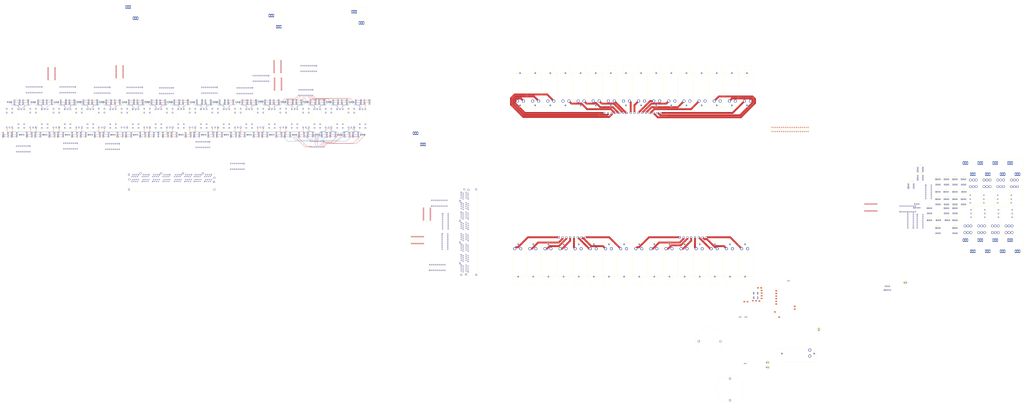
<source format=kicad_pcb>
(kicad_pcb (version 20171130) (host pcbnew "(5.1.5)-3")
  (layers (0 F.Cu signal) (31 B.Cu signal) (34 B.Paste user) (35 F.Paste user) (36 B.SilkS user) (37 F.SilkS user) (38 B.Mask user) (39 F.Mask user) (44 Edge.Cuts user))
  (net 0 "")
  (net 1 +12V)
  (net 2 "Net-(C1-Pad1)")
  (net 3 "Net-(C3-Pad2)")
  (net 4 "Net-(C3-Pad1)")
  (net 5 "Net-(C4-Pad1)")
  (net 6 "Net-(C5-Pad1)")
  (net 7 +5V)
  (net 8 "Net-(C7-Pad2)")
  (net 9 "Net-(C7-Pad1)")
  (net 10 "Net-(J1-Pad1_1)")
  (net 11 "Net-(J1-Pad2_1)")
  (net 12 "Net-(J4-Pad1)")
  (net 13 "Net-(J4-Pad2)")
  (net 14 "Net-(J4-Pad3)")
  (net 15 "Net-(J4-Pad4)")
  (net 16 "Net-(J4-Pad5)")
  (net 17 "Net-(J4-Pad6)")
  (net 18 "Net-(J4-Pad7)")
  (net 19 "Net-(J4-Pad8)")
  (net 20 "Net-(J5-Pad1)")
  (net 21 "Net-(J5-Pad2)")
  (net 22 "Net-(J5-Pad3)")
  (net 23 "Net-(J5-Pad4)")
  (net 24 "Net-(J5-Pad5)")
  (net 25 "Net-(J5-Pad6)")
  (net 26 "Net-(J5-Pad7)")
  (net 27 "Net-(J5-Pad8)")
  (net 28 "Net-(J5-Pad9)")
  (net 29 "Net-(J5-Pad10)")
  (net 30 "Net-(J5-Pad11)")
  (net 31 "Net-(J5-Pad12)")
  (net 32 "Net-(J5-Pad13)")
  (net 33 "Net-(J5-Pad14)")
  (net 34 "Net-(J5-Pad15)")
  (net 35 "Net-(J5-Pad16)")
  (net 36 "Net-(J6-Pad1)")
  (net 37 "Net-(J6-Pad3)")
  (net 38 "Net-(J6-Pad4)")
  (net 39 "Net-(J6-Pad5)")
  (net 40 "Net-(J6-Pad6)")
  (net 41 "Net-(J6-Pad7)")
  (net 42 "Net-(J6-Pad8)")
  (net 43 "Net-(J10-Pad1_1)")
  (net 44 "Net-(J10-Pad2_1)")
  (net 45 "Net-(J10-Pad3_1)")
  (net 46 "Net-(J10-Pad4_1)")
  (net 47 "Net-(J10-Pad5_1)")
  (net 48 "Net-(J10-Pad6_1)")
  (net 49 "Net-(J10-Pad7_1)")
  (net 50 "Net-(J10-Pad8_1)")
  (net 51 "Net-(J12-Pad1_1)")
  (net 52 "Net-(J12-Pad2_1)")
  (net 53 "Net-(J12-Pad3_1)")
  (net 54 "Net-(J12-Pad4_1)")
  (net 55 "Net-(J12-Pad5_1)")
  (net 56 "Net-(J12-Pad6_1)")
  (net 57 "Net-(J12-Pad7_1)")
  (net 58 "Net-(J12-Pad8_1)")
  (net 59 "Net-(JP4-Pad1)")
  (net 60 "Net-(JP19-Pad2)")
  (net 61 "Net-(JP20-Pad2)")
  (net 62 "Net-(JP21-Pad2)")
  (net 63 "Net-(K1-Pad3)")
  (net 64 "Net-(K2-Pad3)")
  (net 65 "Net-(K3-Pad3)")
  (net 66 "Net-(K4-Pad3)")
  (net 67 "Net-(K5-Pad3)")
  (net 68 "Net-(K6-Pad3)")
  (net 69 "Net-(K7-Pad3)")
  (net 70 "Net-(K8-Pad3)")
  (net 71 "Net-(K9-Pad3)")
  (net 72 "Net-(K10-Pad3)")
  (net 73 "Net-(K11-Pad3)")
  (net 74 "Net-(K13-Pad3)")
  (net 75 "Net-(K14-Pad3)")
  (net 76 "Net-(K15-Pad3)")
  (net 77 "Net-(K16-Pad3)")
  (net 78 "Net-(K17-Pad3)")
  (net 79 "Net-(K18-Pad3)")
  (net 80 "Net-(K19-Pad3)")
  (net 81 "Net-(K20-Pad3)")
  (net 82 "Net-(K21-Pad3)")
  (net 83 "Net-(K22-Pad3)")
  (net 84 "Net-(K23-Pad3)")
  (net 85 "Net-(K24-Pad3)")
  (net 86 "Net-(K25-Pad3)")
  (net 87 "Net-(K26-Pad3)")
  (net 88 "Net-(K27-Pad3)")
  (net 89 "Net-(K28-Pad3)")
  (net 90 "Net-(K30-Pad3)")
  (net 91 "Net-(K31-Pad3)")
  (net 92 "Net-(U13-Pad21)")
  (net 93 "Net-(U13-Pad22)")
  (net 94 "Net-(U13-Pad23)")
  (net 95 "Net-(U13-Pad24)")
  (net 96 "Net-(U13-Pad25)")
  (net 97 "Net-(U13-Pad26)")
  (net 98 "Net-(U13-Pad27)")
  (net 99 "Net-(U13-Pad28)")
  (net 100 "Net-(U10-Pad1)")
  (net 101 "Net-(U10-Pad2)")
  (net 102 "Net-(U10-Pad3)")
  (net 103 "Net-(U10-Pad4)")
  (net 104 "Net-(U10-Pad5)")
  (net 105 "Net-(U10-Pad6)")
  (net 106 "Net-(U10-Pad7)")
  (net 107 "Net-(U10-Pad8)")
  (net 108 "Net-(U13-Pad8)")
  (net 109 "Net-(U13-Pad7)")
  (net 110 "Net-(U13-Pad6)")
  (net 111 "Net-(U13-Pad5)")
  (net 112 "Net-(U13-Pad4)")
  (net 113 "Net-(U13-Pad3)")
  (net 114 "Net-(U13-Pad2)")
  (net 115 "Net-(U13-Pad1)")
  (net 116 /D1B)
  (net 117 /D1A)
  (net 118 /D2B)
  (net 119 /D2A)
  (net 120 /D3B)
  (net 121 /D3A)
  (net 122 /D4B)
  (net 123 /D4A)
  (net 124 /D5B)
  (net 125 /D5A)
  (net 126 /D6B)
  (net 127 /D6A)
  (net 128 /D7B)
  (net 129 /D7A)
  (net 130 /D8B)
  (net 131 /D8A)
  (net 132 /D9B)
  (net 133 /D9A)
  (net 134 /D10B)
  (net 135 /D10A)
  (net 136 /D11B)
  (net 137 /D11A)
  (net 138 /D12B)
  (net 139 /D12A)
  (net 140 /D13B)
  (net 141 /D13A)
  (net 142 /D14B)
  (net 143 /D14A)
  (net 144 /D15B)
  (net 145 /D15A)
  (net 146 /D16B)
  (net 147 /D16A)
  (net 148 /D33B)
  (net 149 /D33A)
  (net 150 /D34B)
  (net 151 /D34A)
  (net 152 /D35B)
  (net 153 /D35A)
  (net 154 /D36B)
  (net 155 /D36A)
  (net 156 /D37B)
  (net 157 /D37A)
  (net 158 /D38B)
  (net 159 /D38A)
  (net 160 /D39B)
  (net 161 /D39A)
  (net 162 /D40A)
  (net 163 /K12B)
  (net 164 /K11B)
  (net 165 /K1B)
  (net 166 /K1A)
  (net 167 /K2B)
  (net 168 /K2A)
  (net 169 /K3B)
  (net 170 /K4B)
  (net 171 /K4A)
  (net 172 /K5B)
  (net 173 /K5A)
  (net 174 /K6B)
  (net 175 /K6A)
  (net 176 /K7B)
  (net 177 /K7A)
  (net 178 /K8B)
  (net 179 /K8A)
  (net 180 /K9B)
  (net 181 /K9A)
  (net 182 /K10B)
  (net 183 /K10A)
  (net 184 /K11A)
  (net 185 /K12A)
  (net 186 /K13B)
  (net 187 /K13A)
  (net 188 /K14B)
  (net 189 /K14A)
  (net 190 /K15B)
  (net 191 /K15A)
  (net 192 /K16B)
  (net 193 /K16A)
  (net 194 /K17B)
  (net 195 /K17A)
  (net 196 /K18B)
  (net 197 /K18A)
  (net 198 /K19B)
  (net 199 /K19A)
  (net 200 /K20B)
  (net 201 /K20A)
  (net 202 /K21B)
  (net 203 /K21A)
  (net 204 /K22B)
  (net 205 /K22A)
  (net 206 /K23B)
  (net 207 /K23A)
  (net 208 /K24B)
  (net 209 /K24A)
  (net 210 /K25B)
  (net 211 /K25A)
  (net 212 /K26B)
  (net 213 /K26A)
  (net 214 /K27B)
  (net 215 /K27A)
  (net 216 /K28B)
  (net 217 /K28A)
  (net 218 /K29B)
  (net 219 /K29A)
  (net 220 "Net-(K29-Pad3)")
  (net 221 /K30B)
  (net 222 /K30A)
  (net 223 /K32B)
  (net 224 /K31A)
  (net 225 /K32A)
  (net 226 "Net-(K32-Pad3)")
  (net 227 /K33A)
  (net 228 /K33B)
  (net 229 /K34A)
  (net 230 /K34B)
  (net 231 /K35A)
  (net 232 /K35B)
  (net 233 /K36A)
  (net 234 /K36B)
  (net 235 /K37A)
  (net 236 /K37B)
  (net 237 /K38A)
  (net 238 /K38B)
  (net 239 /K39A)
  (net 240 /K39B)
  (net 241 "Net-(K40-PadA3)")
  (net 242 /D17B)
  (net 243 /D18A)
  (net 244 /D18B)
  (net 245 /D19A)
  (net 246 /D19B)
  (net 247 /D20A)
  (net 248 /D20B)
  (net 249 /D21A)
  (net 250 /D21B)
  (net 251 /D22A)
  (net 252 /D22B)
  (net 253 /D23A)
  (net 254 /D23B)
  (net 255 /D24A)
  (net 256 /D24B)
  (net 257 "Net-(C2-Pad1)")
  (net 258 "Net-(J8-Pad1_1)")
  (net 259 "Net-(J8-Pad2_1)")
  (net 260 "Net-(J9-Pad1_1)")
  (net 261 "Net-(J9-Pad2_1)")
  (net 262 /D25B)
  (net 263 /D25A)
  (net 264 /D26B)
  (net 265 /D26A)
  (net 266 /D27B)
  (net 267 /D27A)
  (net 268 /D28B)
  (net 269 /D29B)
  (net 270 /D29A)
  (net 271 /D30B)
  (net 272 /D30A)
  (net 273 /D31B)
  (net 274 /D31A)
  (net 275 /D32B)
  (net 276 /D32A)
  (net 277 "Net-(SW25B1-Pad1)")
  (net 278 "Net-(SW9B1-Pad1)")
  (net 279 /RPi3.3V)
  (net 280 "Net-(JP13-Pad1)")
  (net 281 "Net-(D33-Pad2)")
  (net 282 "Net-(D38-Pad2)")
  (net 283 "Net-(JP11-Pad2)")
  (net 284 "Net-(SW10A1-Pad1)")
  (net 285 "Net-(SW33A1-Pad1)")
  (net 286 "Net-(JP10-Pad2)")
  (net 287 "Net-(SW25A1-Pad1)")
  (net 288 /F7)
  (net 289 /F1)
  (net 290 /F5)
  (net 291 /F3)
  (net 292 /E3)
  (net 293 /E5)
  (net 294 /E7)
  (net 295 /E1)
  (net 296 /G1)
  (net 297 /H1)
  (net 298 /G3)
  (net 299 /G5)
  (net 300 /G7)
  (net 301 /H3)
  (net 302 /H5)
  (net 303 /H7)
  (net 304 /A1)
  (net 305 /D1)
  (net 306 /C1)
  (net 307 /A5)
  (net 308 /A7)
  (net 309 /B3)
  (net 310 /B5)
  (net 311 /B7)
  (net 312 /C3)
  (net 313 /C5)
  (net 314 /C7)
  (net 315 /D3)
  (net 316 /D5)
  (net 317 /D7)
  (net 318 "Net-(J3-PadA_1)")
  (net 319 /B1)
  (net 320 "Net-(K12-Pad4)")
  (net 321 "Net-(U1-Pad1)")
  (net 322 "Net-(U1-Pad2)")
  (net 323 "Net-(U1-Pad3)")
  (net 324 "Net-(U1-Pad4)")
  (net 325 "Net-(U1-Pad5)")
  (net 326 "Net-(U1-Pad6)")
  (net 327 "Net-(U1-Pad7)")
  (net 328 "Net-(U4-Pad1)")
  (net 329 "Net-(U4-Pad2)")
  (net 330 "Net-(U4-Pad3)")
  (net 331 "Net-(U4-Pad4)")
  (net 332 "Net-(U4-Pad5)")
  (net 333 "Net-(U4-Pad6)")
  (net 334 "Net-(U4-Pad7)")
  (net 335 "Net-(U4-Pad8)")
  (net 336 "Net-(U7-Pad1)")
  (net 337 "Net-(U7-Pad2)")
  (net 338 "Net-(U7-Pad3)")
  (net 339 "Net-(U7-Pad4)")
  (net 340 "Net-(U7-Pad5)")
  (net 341 "Net-(U7-Pad6)")
  (net 342 "Net-(U7-Pad7)")
  (net 343 "Net-(U7-Pad8)")
  (net 344 "Net-(U16-Pad1)")
  (net 345 "Net-(U16-Pad2)")
  (net 346 "Net-(U16-Pad3)")
  (net 347 "Net-(U16-Pad4)")
  (net 348 "Net-(U16-Pad5)")
  (net 349 "Net-(U16-Pad6)")
  (net 350 "Net-(U16-Pad7)")
  (net 351 "Net-(U16-Pad8)")
  (net 352 "Net-(U19-Pad1)")
  (net 353 "Net-(U19-Pad2)")
  (net 354 "Net-(U19-Pad3)")
  (net 355 "Net-(U19-Pad4)")
  (net 356 "Net-(U19-Pad5)")
  (net 357 "Net-(U19-Pad6)")
  (net 358 "Net-(U19-Pad7)")
  (net 359 "Net-(U19-Pad8)")
  (net 360 "Net-(U1-Pad28)")
  (net 361 "Net-(U1-Pad27)")
  (net 362 "Net-(U1-Pad26)")
  (net 363 "Net-(U1-Pad25)")
  (net 364 "Net-(U1-Pad24)")
  (net 365 "Net-(U1-Pad23)")
  (net 366 "Net-(U1-Pad22)")
  (net 367 "Net-(U1-Pad21)")
  (net 368 "Net-(U1-Pad8)")
  (net 369 "Net-(U4-Pad28)")
  (net 370 "Net-(U4-Pad27)")
  (net 371 "Net-(U4-Pad26)")
  (net 372 "Net-(U4-Pad25)")
  (net 373 "Net-(U4-Pad24)")
  (net 374 "Net-(U4-Pad23)")
  (net 375 "Net-(U4-Pad22)")
  (net 376 "Net-(U4-Pad21)")
  (net 377 "Net-(U7-Pad28)")
  (net 378 "Net-(U7-Pad27)")
  (net 379 "Net-(U7-Pad26)")
  (net 380 "Net-(U7-Pad25)")
  (net 381 "Net-(U7-Pad24)")
  (net 382 "Net-(U7-Pad23)")
  (net 383 "Net-(U7-Pad22)")
  (net 384 "Net-(U7-Pad21)")
  (net 385 "Net-(U10-Pad28)")
  (net 386 "Net-(U10-Pad27)")
  (net 387 "Net-(U10-Pad26)")
  (net 388 "Net-(U10-Pad25)")
  (net 389 "Net-(U10-Pad24)")
  (net 390 "Net-(U10-Pad23)")
  (net 391 "Net-(U10-Pad22)")
  (net 392 "Net-(U10-Pad21)")
  (net 393 "Net-(U16-Pad28)")
  (net 394 "Net-(U16-Pad27)")
  (net 395 "Net-(U16-Pad26)")
  (net 396 "Net-(U16-Pad25)")
  (net 397 "Net-(U16-Pad24)")
  (net 398 "Net-(U16-Pad23)")
  (net 399 "Net-(U16-Pad22)")
  (net 400 "Net-(U16-Pad21)")
  (net 401 "Net-(U19-Pad28)")
  (net 402 "Net-(U19-Pad27)")
  (net 403 "Net-(U19-Pad26)")
  (net 404 "Net-(U19-Pad25)")
  (net 405 "Net-(U19-Pad24)")
  (net 406 "Net-(U19-Pad23)")
  (net 407 "Net-(U19-Pad22)")
  (net 408 "Net-(U19-Pad21)")
  (net 409 "Net-(K17-Pad4)")
  (net 410 "Net-(SW10B1-Pad1)")
  (net 411 "Net-(SW11A1-Pad1)")
  (net 412 "Net-(SW12A1-Pad1)")
  (net 413 "Net-(SW12B1-Pad1)")
  (net 414 "Net-(SW13A1-Pad1)")
  (net 415 "Net-(SW13B1-Pad1)")
  (net 416 "Net-(SW14A1-Pad1)")
  (net 417 "Net-(SW14B1-Pad1)")
  (net 418 "Net-(SW15A1-Pad1)")
  (net 419 "Net-(SW15B1-Pad1)")
  (net 420 "Net-(SW16B1-Pad1)")
  (net 421 "Net-(SW17A1-Pad1)")
  (net 422 "Net-(SW17B1-Pad1)")
  (net 423 "Net-(SW18A1-Pad1)")
  (net 424 "Net-(SW18B1-Pad1)")
  (net 425 "Net-(SW19A1-Pad1)")
  (net 426 "Net-(SW19B1-Pad1)")
  (net 427 "Net-(SW1A1-Pad1)")
  (net 428 "Net-(SW1B1-Pad1)")
  (net 429 "Net-(SW20B1-Pad1)")
  (net 430 "Net-(SW21A1-Pad1)")
  (net 431 "Net-(SW21B1-Pad1)")
  (net 432 "Net-(SW22A1-Pad1)")
  (net 433 "Net-(SW22B1-Pad1)")
  (net 434 "Net-(SW23A1-Pad1)")
  (net 435 "Net-(SW23B1-Pad1)")
  (net 436 "Net-(SW24A1-Pad1)")
  (net 437 "Net-(SW24B1-Pad1)")
  (net 438 "Net-(SW26A1-Pad1)")
  (net 439 "Net-(SW26B1-Pad1)")
  (net 440 "Net-(SW27B1-Pad1)")
  (net 441 "Net-(SW28A1-Pad1)")
  (net 442 "Net-(SW28B1-Pad1)")
  (net 443 "Net-(SW29A1-Pad1)")
  (net 444 "Net-(SW29B1-Pad1)")
  (net 445 "Net-(SW2A1-Pad1)")
  (net 446 "Net-(SW2B1-Pad1)")
  (net 447 "Net-(SW30A1-Pad1)")
  (net 448 "Net-(SW30B1-Pad1)")
  (net 449 "Net-(SW31A1-Pad1)")
  (net 450 "Net-(SW31B1-Pad1)")
  (net 451 "Net-(SW32A1-Pad1)")
  (net 452 "Net-(SW32B1-Pad1)")
  (net 453 "Net-(SW33A1-Pad6)")
  (net 454 "Net-(SW34A1-Pad1)")
  (net 455 "Net-(SW34A2-Pad1)")
  (net 456 "Net-(SW34B1-Pad1)")
  (net 457 "Net-(SW35B1-Pad1)")
  (net 458 "Net-(SW36A1-Pad1)")
  (net 459 "Net-(SW36B1-Pad1)")
  (net 460 "Net-(SW36B2-Pad1)")
  (net 461 "Net-(SW37A1-Pad1)")
  (net 462 "Net-(SW38A1-Pad1)")
  (net 463 "Net-(SW38B1-Pad1)")
  (net 464 "Net-(SW39A1-Pad1)")
  (net 465 "Net-(SW39B1-Pad1)")
  (net 466 "Net-(SW3A1-Pad1)")
  (net 467 "Net-(SW3B1-Pad1)")
  (net 468 "Net-(SW40A1-Pad1)")
  (net 469 "Net-(SW40B1-Pad2)")
  (net 470 "Net-(SW40B1-Pad1)")
  (net 471 "Net-(SW4A1-Pad1)")
  (net 472 "Net-(SW4B1-Pad1)")
  (net 473 "Net-(SW5A1-Pad1)")
  (net 474 "Net-(SW5B1-Pad1)")
  (net 475 "Net-(SW6A1-Pad1)")
  (net 476 "Net-(SW6B1-Pad1)")
  (net 477 "Net-(SW7A1-Pad1)")
  (net 478 "Net-(SW7B1-Pad1)")
  (net 479 "Net-(SW8B1-Pad1)")
  (net 480 "Net-(SW9A1-Pad1)")
  (net 481 "Net-(SWSW33B1-Pad1)")
  (net 482 "Net-(J6-Pad2)")
  (net 483 "Net-(SW11B1-Pad1)")
  (net 484 "Net-(SW8A1-Pad1)")
  (net 485 "Net-(SW16A1-Pad1)")
  (net 486 /K3A)
  (module BoatControl:SW_PUSH_ESB30_DPDT (layer F.Cu) (at -396.875 50.8 270)
    (fp_text reference SW19A1 (at 0 -6.8 90) (layer F.SilkS))
    (fp_text value " ESB30")
    (pad 6 thru_hole circle (at 2.5 3.5 270) (size 2 2) (drill 1.2) (layers *.Cu *.Mask) (net 409 "Net-(K17-Pad4)"))
    (pad 5 thru_hole circle (at 0 3.5 270) (size 2 2) (drill 1.2) (layers *.Cu *.Mask) (net 199 /K19A))
    (pad 4 thru_hole circle (at -2.5 3.5 270) (size 2 2) (drill 1.2) (layers *.Cu *.Mask) (net 425 "Net-(SW19A1-Pad1)"))
    (pad 3 thru_hole circle (at 2.5 -3.5 270) (size 2 2) (drill 1.2) (layers *.Cu *.Mask) (net 425 "Net-(SW19A1-Pad1)"))
    (pad 2 thru_hole circle (at 0 -3.5 270) (size 2 2) (drill 1.2) (layers *.Cu *.Mask) (net 199 /K19A))
    (pad 1 thru_hole rect (at -2.5 -3.5 270) (size 2 2) (drill 1.2) (layers *.Cu *.Mask) (net 425 "Net-(SW19A1-Pad1)"))
  )
  (module BoatControl:TO127P457X1016X2052-7P (layer F.Cu) (at 591.82 292.1)
    (fp_text reference U23 (at -3.9167 1.60229) (layer F.SilkS) (effects (font (size 1.642142 1.642142) (thickness 0.015))))
    (fp_text value LM2679T-5.0)
    (pad 1 thru_hole rect (at -7.62 11.2014) (size 1.9812 1.9812) (drill 1.3208) (layers *.Cu *.Mask) (net 8 "Net-(C7-Pad2)"))
    (pad 2 thru_hole circle (at -6.35 6.1214) (size 1.9812 1.9812) (drill 1.3208) (layers *.Cu *.Mask) (net 5 "Net-(C4-Pad1)"))
    (pad 3 thru_hole circle (at -5.08 11.2014) (size 1.9812 1.9812) (drill 1.3208) (layers *.Cu *.Mask) (net 9 "Net-(C7-Pad1)"))
    (pad 4 thru_hole circle (at -3.81 6.1214) (size 1.9812 1.9812) (drill 1.3208) (layers *.Cu *.Mask) (net 1 +12V))
    (pad 5 thru_hole circle (at -2.54 11.2014) (size 1.9812 1.9812) (drill 1.3208) (layers *.Cu *.Mask))
    (pad 6 thru_hole circle (at -1.27 6.1214) (size 1.9812 1.9812) (drill 1.3208) (layers *.Cu *.Mask) (net 7 +5V))
    (pad 7 thru_hole circle (at 0 11.2014) (size 1.9812 1.9812) (drill 1.3208) (layers *.Cu *.Mask) (net 6 "Net-(C5-Pad1)"))
  )
  (module BoatControl:TO127P457X1016X2052-7P (layer F.Cu) (at 631.19 181.61)
    (fp_text reference U22 (at -3.9167 1.60229) (layer F.SilkS) (effects (font (size 1.642142 1.642142) (thickness 0.015))))
    (fp_text value LM2679T-12)
    (pad 1 thru_hole rect (at -7.62 11.2014) (size 1.9812 1.9812) (drill 1.3208) (layers *.Cu *.Mask) (net 3 "Net-(C3-Pad2)"))
    (pad 2 thru_hole circle (at -6.35 6.1214) (size 1.9812 1.9812) (drill 1.3208) (layers *.Cu *.Mask) (net 5 "Net-(C4-Pad1)"))
    (pad 3 thru_hole circle (at -5.08 11.2014) (size 1.9812 1.9812) (drill 1.3208) (layers *.Cu *.Mask) (net 4 "Net-(C3-Pad1)"))
    (pad 4 thru_hole circle (at -3.81 6.1214) (size 1.9812 1.9812) (drill 1.3208) (layers *.Cu *.Mask) (net 1 +12V))
    (pad 5 thru_hole circle (at -2.54 11.2014) (size 1.9812 1.9812) (drill 1.3208) (layers *.Cu *.Mask))
    (pad 6 thru_hole circle (at -1.27 6.1214) (size 1.9812 1.9812) (drill 1.3208) (layers *.Cu *.Mask) (net 257 "Net-(C2-Pad1)"))
    (pad 7 thru_hole circle (at 0 11.2014) (size 1.9812 1.9812) (drill 1.3208) (layers *.Cu *.Mask) (net 2 "Net-(C1-Pad1)"))
  )
  (module BoatControl:INDRD2921W163D3810H2616P (layer F.Cu) (at 376.555 436.88 90)
    (fp_text reference L2 (at -3.0297 -21.96919 90) (layer F.SilkS) (effects (font (size 1.001559 1.001559) (thickness 0.015))))
    (fp_text value 1140-220K-RC)
    (pad 1 thru_hole circle (at -14.605 0 90) (size 2.8 2.8) (drill 1.85) (layers *.Cu *.Mask) (net 8 "Net-(C7-Pad2)"))
    (pad 2 thru_hole circle (at 14.605 0 90) (size 2.8 2.8) (drill 1.85) (layers *.Cu *.Mask) (net 7 +5V))
  )
  (module BoatControl:INDRD2921W163D3810H2616P (layer F.Cu) (at 349.25 372.11)
    (fp_text reference L1 (at -3.0297 -21.96919) (layer F.SilkS) (effects (font (size 1.001559 1.001559) (thickness 0.015))))
    (fp_text value 1140-680K-RC)
    (pad 1 thru_hole circle (at -14.605 0) (size 2.8 2.8) (drill 1.85) (layers *.Cu *.Mask) (net 3 "Net-(C3-Pad2)"))
    (pad 2 thru_hole circle (at 14.605 0) (size 2.8 2.8) (drill 1.85) (layers *.Cu *.Mask) (net 257 "Net-(C2-Pad1)"))
  )
  (module BoatControl:RELAY_G5RL-K1A-E-DC12 (layer F.Cu) (at -591.185 74.93 90)
    (fp_text reference K32 (at -9.325 -7.385 90) (layer F.SilkS) (effects (font (thickness 0.015))))
    (fp_text value G5RL-K1A-E-DC12)
    (pad 8 thru_hole circle (at -10 -3.75 90) (size 1.95 1.95) (drill 1.3) (layers *.Cu *.Mask) (net 223 /K32B))
    (pad 9 thru_hole circle (at -10 0 90) (size 1.95 1.95) (drill 1.3) (layers *.Cu *.Mask) (net 1 +12V))
    (pad 1 thru_hole rect (at -10 3.75 90) (size 1.95 1.95) (drill 1.3) (layers *.Cu *.Mask) (net 225 /K32A))
    (pad 6 thru_hole circle (at 10 -3.75 90) (size 1.95 1.95) (drill 1.3) (layers *.Cu *.Mask) (net 226 "Net-(K32-Pad3)"))
    (pad 5 thru_hole circle (at 15 -3.75 90) (size 1.95 1.95) (drill 1.3) (layers *.Cu *.Mask) (net 261 "Net-(J9-Pad2_1)"))
    (pad 3 thru_hole circle (at 10 3.75 90) (size 1.95 1.95) (drill 1.3) (layers *.Cu *.Mask) (net 226 "Net-(K32-Pad3)"))
    (pad 4 thru_hole circle (at 15 3.75 90) (size 1.95 1.95) (drill 1.3) (layers *.Cu *.Mask) (net 261 "Net-(J9-Pad2_1)"))
  )
  (module BoatControl:RELAY_G5RL-K1A-E-DC12 (layer F.Cu) (at -575.31 70.485 270)
    (fp_text reference K31 (at -9.325 -7.385 90) (layer F.SilkS) (effects (font (thickness 0.015))))
    (fp_text value G5RL-K1A-E-DC12)
    (pad 8 thru_hole circle (at -10 -3.75 270) (size 1.95 1.95) (drill 1.3) (layers *.Cu *.Mask) (net 223 /K32B))
    (pad 9 thru_hole circle (at -10 0 270) (size 1.95 1.95) (drill 1.3) (layers *.Cu *.Mask) (net 1 +12V))
    (pad 1 thru_hole rect (at -10 3.75 270) (size 1.95 1.95) (drill 1.3) (layers *.Cu *.Mask) (net 224 /K31A))
    (pad 6 thru_hole circle (at 10 -3.75 270) (size 1.95 1.95) (drill 1.3) (layers *.Cu *.Mask) (net 91 "Net-(K31-Pad3)"))
    (pad 5 thru_hole circle (at 15 -3.75 270) (size 1.95 1.95) (drill 1.3) (layers *.Cu *.Mask) (net 261 "Net-(J9-Pad2_1)"))
    (pad 3 thru_hole circle (at 10 3.75 270) (size 1.95 1.95) (drill 1.3) (layers *.Cu *.Mask) (net 91 "Net-(K31-Pad3)"))
    (pad 4 thru_hole circle (at 15 3.75 270) (size 1.95 1.95) (drill 1.3) (layers *.Cu *.Mask) (net 261 "Net-(J9-Pad2_1)"))
  )
  (module BoatControl:RELAY_G5RL-K1A-E-DC12 (layer F.Cu) (at -559.435 74.93 90)
    (fp_text reference K30 (at -9.325 -7.385 90) (layer F.SilkS) (effects (font (thickness 0.015))))
    (fp_text value G5RL-K1A-E-DC12)
    (pad 8 thru_hole circle (at -10 -3.75 90) (size 1.95 1.95) (drill 1.3) (layers *.Cu *.Mask) (net 221 /K30B))
    (pad 9 thru_hole circle (at -10 0 90) (size 1.95 1.95) (drill 1.3) (layers *.Cu *.Mask) (net 1 +12V))
    (pad 1 thru_hole rect (at -10 3.75 90) (size 1.95 1.95) (drill 1.3) (layers *.Cu *.Mask) (net 222 /K30A))
    (pad 6 thru_hole circle (at 10 -3.75 90) (size 1.95 1.95) (drill 1.3) (layers *.Cu *.Mask) (net 90 "Net-(K30-Pad3)"))
    (pad 5 thru_hole circle (at 15 -3.75 90) (size 1.95 1.95) (drill 1.3) (layers *.Cu *.Mask) (net 261 "Net-(J9-Pad2_1)"))
    (pad 3 thru_hole circle (at 10 3.75 90) (size 1.95 1.95) (drill 1.3) (layers *.Cu *.Mask) (net 90 "Net-(K30-Pad3)"))
    (pad 4 thru_hole circle (at 15 3.75 90) (size 1.95 1.95) (drill 1.3) (layers *.Cu *.Mask) (net 261 "Net-(J9-Pad2_1)"))
  )
  (module BoatControl:RELAY_G5RL-K1A-E-DC12 (layer F.Cu) (at -543.845001 70.485 270)
    (fp_text reference K29 (at -9.325 -7.385 90) (layer F.SilkS) (effects (font (thickness 0.015))))
    (fp_text value G5RL-K1A-E-DC12)
    (pad 8 thru_hole circle (at -10 -3.75 270) (size 1.95 1.95) (drill 1.3) (layers *.Cu *.Mask) (net 218 /K29B))
    (pad 9 thru_hole circle (at -10 0 270) (size 1.95 1.95) (drill 1.3) (layers *.Cu *.Mask) (net 1 +12V))
    (pad 1 thru_hole rect (at -10 3.75 270) (size 1.95 1.95) (drill 1.3) (layers *.Cu *.Mask) (net 219 /K29A))
    (pad 6 thru_hole circle (at 10 -3.75 270) (size 1.95 1.95) (drill 1.3) (layers *.Cu *.Mask) (net 220 "Net-(K29-Pad3)"))
    (pad 5 thru_hole circle (at 15 -3.75 270) (size 1.95 1.95) (drill 1.3) (layers *.Cu *.Mask) (net 261 "Net-(J9-Pad2_1)"))
    (pad 3 thru_hole circle (at 10 3.75 270) (size 1.95 1.95) (drill 1.3) (layers *.Cu *.Mask) (net 220 "Net-(K29-Pad3)"))
    (pad 4 thru_hole circle (at 15 3.75 270) (size 1.95 1.95) (drill 1.3) (layers *.Cu *.Mask) (net 261 "Net-(J9-Pad2_1)"))
  )
  (module BoatControl:RELAY_G5RL-K1A-E-DC12 (layer F.Cu) (at -528.32 74.93 90)
    (fp_text reference K28 (at -9.325 -7.385 90) (layer F.SilkS) (effects (font (thickness 0.015))))
    (fp_text value G5RL-K1A-E-DC12)
    (pad 8 thru_hole circle (at -10 -3.75 90) (size 1.95 1.95) (drill 1.3) (layers *.Cu *.Mask) (net 216 /K28B))
    (pad 9 thru_hole circle (at -10 0 90) (size 1.95 1.95) (drill 1.3) (layers *.Cu *.Mask) (net 1 +12V))
    (pad 1 thru_hole rect (at -10 3.75 90) (size 1.95 1.95) (drill 1.3) (layers *.Cu *.Mask) (net 217 /K28A))
    (pad 6 thru_hole circle (at 10 -3.75 90) (size 1.95 1.95) (drill 1.3) (layers *.Cu *.Mask) (net 89 "Net-(K28-Pad3)"))
    (pad 5 thru_hole circle (at 15 -3.75 90) (size 1.95 1.95) (drill 1.3) (layers *.Cu *.Mask) (net 261 "Net-(J9-Pad2_1)"))
    (pad 3 thru_hole circle (at 10 3.75 90) (size 1.95 1.95) (drill 1.3) (layers *.Cu *.Mask) (net 89 "Net-(K28-Pad3)"))
    (pad 4 thru_hole circle (at 15 3.75 90) (size 1.95 1.95) (drill 1.3) (layers *.Cu *.Mask) (net 261 "Net-(J9-Pad2_1)"))
  )
  (module BoatControl:RELAY_G5RL-K1A-E-DC12 (layer F.Cu) (at -513.08 70.485 270)
    (fp_text reference K27 (at -9.325 -7.385 90) (layer F.SilkS) (effects (font (thickness 0.015))))
    (fp_text value G5RL-K1A-E-DC12)
    (pad 8 thru_hole circle (at -10 -3.75 270) (size 1.95 1.95) (drill 1.3) (layers *.Cu *.Mask) (net 214 /K27B))
    (pad 9 thru_hole circle (at -10 0 270) (size 1.95 1.95) (drill 1.3) (layers *.Cu *.Mask) (net 1 +12V))
    (pad 1 thru_hole rect (at -10 3.75 270) (size 1.95 1.95) (drill 1.3) (layers *.Cu *.Mask) (net 215 /K27A))
    (pad 6 thru_hole circle (at 10 -3.75 270) (size 1.95 1.95) (drill 1.3) (layers *.Cu *.Mask) (net 88 "Net-(K27-Pad3)"))
    (pad 5 thru_hole circle (at 15 -3.75 270) (size 1.95 1.95) (drill 1.3) (layers *.Cu *.Mask) (net 261 "Net-(J9-Pad2_1)"))
    (pad 3 thru_hole circle (at 10 3.75 270) (size 1.95 1.95) (drill 1.3) (layers *.Cu *.Mask) (net 88 "Net-(K27-Pad3)"))
    (pad 4 thru_hole circle (at 15 3.75 270) (size 1.95 1.95) (drill 1.3) (layers *.Cu *.Mask) (net 261 "Net-(J9-Pad2_1)"))
  )
  (module BoatControl:RELAY_G5RL-K1A-E-DC12 (layer F.Cu) (at -497.84 74.93 90)
    (fp_text reference K26 (at -9.325 -7.385 90) (layer F.SilkS) (effects (font (thickness 0.015))))
    (fp_text value G5RL-K1A-E-DC12)
    (pad 8 thru_hole circle (at -10 -3.75 90) (size 1.95 1.95) (drill 1.3) (layers *.Cu *.Mask) (net 212 /K26B))
    (pad 9 thru_hole circle (at -10 0 90) (size 1.95 1.95) (drill 1.3) (layers *.Cu *.Mask) (net 1 +12V))
    (pad 1 thru_hole rect (at -10 3.75 90) (size 1.95 1.95) (drill 1.3) (layers *.Cu *.Mask) (net 213 /K26A))
    (pad 6 thru_hole circle (at 10 -3.75 90) (size 1.95 1.95) (drill 1.3) (layers *.Cu *.Mask) (net 87 "Net-(K26-Pad3)"))
    (pad 5 thru_hole circle (at 15 -3.75 90) (size 1.95 1.95) (drill 1.3) (layers *.Cu *.Mask) (net 261 "Net-(J9-Pad2_1)"))
    (pad 3 thru_hole circle (at 10 3.75 90) (size 1.95 1.95) (drill 1.3) (layers *.Cu *.Mask) (net 87 "Net-(K26-Pad3)"))
    (pad 4 thru_hole circle (at 15 3.75 90) (size 1.95 1.95) (drill 1.3) (layers *.Cu *.Mask) (net 261 "Net-(J9-Pad2_1)"))
  )
  (module BoatControl:RELAY_G5RL-K1A-E-DC12 (layer F.Cu) (at -482.6 70.485 270)
    (fp_text reference K25 (at -9.325 -7.385 90) (layer F.SilkS) (effects (font (thickness 0.015))))
    (fp_text value G5RL-K1A-E-DC12)
    (pad 8 thru_hole circle (at -10 -3.75 270) (size 1.95 1.95) (drill 1.3) (layers *.Cu *.Mask) (net 210 /K25B))
    (pad 9 thru_hole circle (at -10 0 270) (size 1.95 1.95) (drill 1.3) (layers *.Cu *.Mask) (net 1 +12V))
    (pad 1 thru_hole rect (at -10 3.75 270) (size 1.95 1.95) (drill 1.3) (layers *.Cu *.Mask) (net 211 /K25A))
    (pad 6 thru_hole circle (at 10 -3.75 270) (size 1.95 1.95) (drill 1.3) (layers *.Cu *.Mask) (net 86 "Net-(K25-Pad3)"))
    (pad 5 thru_hole circle (at 15 -3.75 270) (size 1.95 1.95) (drill 1.3) (layers *.Cu *.Mask) (net 261 "Net-(J9-Pad2_1)"))
    (pad 3 thru_hole circle (at 10 3.75 270) (size 1.95 1.95) (drill 1.3) (layers *.Cu *.Mask) (net 86 "Net-(K25-Pad3)"))
    (pad 4 thru_hole circle (at 15 3.75 270) (size 1.95 1.95) (drill 1.3) (layers *.Cu *.Mask) (net 261 "Net-(J9-Pad2_1)"))
  )
  (module BoatControl:RELAY_G5RL-K1A-E-DC12 (layer F.Cu) (at -467.36 74.93 90)
    (fp_text reference K24 (at -9.325 -7.385 90) (layer F.SilkS) (effects (font (thickness 0.015))))
    (fp_text value G5RL-K1A-E-DC12)
    (pad 8 thru_hole circle (at -10 -3.75 90) (size 1.95 1.95) (drill 1.3) (layers *.Cu *.Mask) (net 208 /K24B))
    (pad 9 thru_hole circle (at -10 0 90) (size 1.95 1.95) (drill 1.3) (layers *.Cu *.Mask) (net 1 +12V))
    (pad 1 thru_hole rect (at -10 3.75 90) (size 1.95 1.95) (drill 1.3) (layers *.Cu *.Mask) (net 209 /K24A))
    (pad 6 thru_hole circle (at 10 -3.75 90) (size 1.95 1.95) (drill 1.3) (layers *.Cu *.Mask) (net 85 "Net-(K24-Pad3)"))
    (pad 5 thru_hole circle (at 15 -3.75 90) (size 1.95 1.95) (drill 1.3) (layers *.Cu *.Mask) (net 409 "Net-(K17-Pad4)"))
    (pad 3 thru_hole circle (at 10 3.75 90) (size 1.95 1.95) (drill 1.3) (layers *.Cu *.Mask) (net 85 "Net-(K24-Pad3)"))
    (pad 4 thru_hole circle (at 15 3.75 90) (size 1.95 1.95) (drill 1.3) (layers *.Cu *.Mask) (net 409 "Net-(K17-Pad4)"))
  )
  (module BoatControl:RELAY_G5RL-K1A-E-DC12 (layer F.Cu) (at -452.12 70.485 270)
    (fp_text reference K23 (at -9.325 -7.385 90) (layer F.SilkS) (effects (font (thickness 0.015))))
    (fp_text value G5RL-K1A-E-DC12)
    (pad 8 thru_hole circle (at -10 -3.75 270) (size 1.95 1.95) (drill 1.3) (layers *.Cu *.Mask) (net 206 /K23B))
    (pad 9 thru_hole circle (at -10 0 270) (size 1.95 1.95) (drill 1.3) (layers *.Cu *.Mask) (net 1 +12V))
    (pad 1 thru_hole rect (at -10 3.75 270) (size 1.95 1.95) (drill 1.3) (layers *.Cu *.Mask) (net 207 /K23A))
    (pad 6 thru_hole circle (at 10 -3.75 270) (size 1.95 1.95) (drill 1.3) (layers *.Cu *.Mask) (net 84 "Net-(K23-Pad3)"))
    (pad 5 thru_hole circle (at 15 -3.75 270) (size 1.95 1.95) (drill 1.3) (layers *.Cu *.Mask) (net 409 "Net-(K17-Pad4)"))
    (pad 3 thru_hole circle (at 10 3.75 270) (size 1.95 1.95) (drill 1.3) (layers *.Cu *.Mask) (net 84 "Net-(K23-Pad3)"))
    (pad 4 thru_hole circle (at 15 3.75 270) (size 1.95 1.95) (drill 1.3) (layers *.Cu *.Mask) (net 409 "Net-(K17-Pad4)"))
  )
  (module BoatControl:RELAY_G5RL-K1A-E-DC12 (layer F.Cu) (at -436.88 74.93 90)
    (fp_text reference K22 (at -9.325 -7.385 90) (layer F.SilkS) (effects (font (thickness 0.015))))
    (fp_text value G5RL-K1A-E-DC12)
    (pad 8 thru_hole circle (at -10 -3.75 90) (size 1.95 1.95) (drill 1.3) (layers *.Cu *.Mask) (net 204 /K22B))
    (pad 9 thru_hole circle (at -10 0 90) (size 1.95 1.95) (drill 1.3) (layers *.Cu *.Mask) (net 1 +12V))
    (pad 1 thru_hole rect (at -10 3.75 90) (size 1.95 1.95) (drill 1.3) (layers *.Cu *.Mask) (net 205 /K22A))
    (pad 6 thru_hole circle (at 10 -3.75 90) (size 1.95 1.95) (drill 1.3) (layers *.Cu *.Mask) (net 83 "Net-(K22-Pad3)"))
    (pad 5 thru_hole circle (at 15 -3.75 90) (size 1.95 1.95) (drill 1.3) (layers *.Cu *.Mask) (net 409 "Net-(K17-Pad4)"))
    (pad 3 thru_hole circle (at 10 3.75 90) (size 1.95 1.95) (drill 1.3) (layers *.Cu *.Mask) (net 83 "Net-(K22-Pad3)"))
    (pad 4 thru_hole circle (at 15 3.75 90) (size 1.95 1.95) (drill 1.3) (layers *.Cu *.Mask) (net 409 "Net-(K17-Pad4)"))
  )
  (module BoatControl:RELAY_G5RL-K1A-E-DC12 (layer F.Cu) (at -421.64 70.485 270)
    (fp_text reference K21 (at -9.325 -7.385 90) (layer F.SilkS) (effects (font (thickness 0.015))))
    (fp_text value G5RL-K1A-E-DC12)
    (pad 8 thru_hole circle (at -10 -3.75 270) (size 1.95 1.95) (drill 1.3) (layers *.Cu *.Mask) (net 202 /K21B))
    (pad 9 thru_hole circle (at -10 0 270) (size 1.95 1.95) (drill 1.3) (layers *.Cu *.Mask) (net 1 +12V))
    (pad 1 thru_hole rect (at -10 3.75 270) (size 1.95 1.95) (drill 1.3) (layers *.Cu *.Mask) (net 203 /K21A))
    (pad 6 thru_hole circle (at 10 -3.75 270) (size 1.95 1.95) (drill 1.3) (layers *.Cu *.Mask) (net 82 "Net-(K21-Pad3)"))
    (pad 5 thru_hole circle (at 15 -3.75 270) (size 1.95 1.95) (drill 1.3) (layers *.Cu *.Mask) (net 409 "Net-(K17-Pad4)"))
    (pad 3 thru_hole circle (at 10 3.75 270) (size 1.95 1.95) (drill 1.3) (layers *.Cu *.Mask) (net 82 "Net-(K21-Pad3)"))
    (pad 4 thru_hole circle (at 15 3.75 270) (size 1.95 1.95) (drill 1.3) (layers *.Cu *.Mask) (net 409 "Net-(K17-Pad4)"))
  )
  (module BoatControl:RELAY_G5RL-K1A-E-DC12 (layer F.Cu) (at -406.4 74.93 90)
    (fp_text reference K20 (at -9.325 -7.385 90) (layer F.SilkS) (effects (font (thickness 0.015))))
    (fp_text value G5RL-K1A-E-DC12)
    (pad 8 thru_hole circle (at -10 -3.75 90) (size 1.95 1.95) (drill 1.3) (layers *.Cu *.Mask) (net 200 /K20B))
    (pad 9 thru_hole circle (at -10 0 90) (size 1.95 1.95) (drill 1.3) (layers *.Cu *.Mask) (net 1 +12V))
    (pad 1 thru_hole rect (at -10 3.75 90) (size 1.95 1.95) (drill 1.3) (layers *.Cu *.Mask) (net 201 /K20A))
    (pad 6 thru_hole circle (at 10 -3.75 90) (size 1.95 1.95) (drill 1.3) (layers *.Cu *.Mask) (net 81 "Net-(K20-Pad3)"))
    (pad 5 thru_hole circle (at 15 -3.75 90) (size 1.95 1.95) (drill 1.3) (layers *.Cu *.Mask) (net 409 "Net-(K17-Pad4)"))
    (pad 3 thru_hole circle (at 10 3.75 90) (size 1.95 1.95) (drill 1.3) (layers *.Cu *.Mask) (net 81 "Net-(K20-Pad3)"))
    (pad 4 thru_hole circle (at 15 3.75 90) (size 1.95 1.95) (drill 1.3) (layers *.Cu *.Mask) (net 409 "Net-(K17-Pad4)"))
  )
  (module BoatControl:RELAY_G5RL-K1A-E-DC12 (layer F.Cu) (at -391.16 70.485 270)
    (fp_text reference K19 (at -9.325 -7.385 90) (layer F.SilkS) (effects (font (thickness 0.015))))
    (fp_text value G5RL-K1A-E-DC12)
    (pad 8 thru_hole circle (at -10 -3.75 270) (size 1.95 1.95) (drill 1.3) (layers *.Cu *.Mask) (net 198 /K19B))
    (pad 9 thru_hole circle (at -10 0 270) (size 1.95 1.95) (drill 1.3) (layers *.Cu *.Mask) (net 1 +12V))
    (pad 1 thru_hole rect (at -10 3.75 270) (size 1.95 1.95) (drill 1.3) (layers *.Cu *.Mask) (net 199 /K19A))
    (pad 6 thru_hole circle (at 10 -3.75 270) (size 1.95 1.95) (drill 1.3) (layers *.Cu *.Mask) (net 80 "Net-(K19-Pad3)"))
    (pad 5 thru_hole circle (at 15 -3.75 270) (size 1.95 1.95) (drill 1.3) (layers *.Cu *.Mask) (net 409 "Net-(K17-Pad4)"))
    (pad 3 thru_hole circle (at 10 3.75 270) (size 1.95 1.95) (drill 1.3) (layers *.Cu *.Mask) (net 80 "Net-(K19-Pad3)"))
    (pad 4 thru_hole circle (at 15 3.75 270) (size 1.95 1.95) (drill 1.3) (layers *.Cu *.Mask) (net 409 "Net-(K17-Pad4)"))
  )
  (module BoatControl:RELAY_G5RL-K1A-E-DC12 (layer F.Cu) (at -375.92 74.93 90)
    (fp_text reference K18 (at -9.325 -7.385 90) (layer F.SilkS) (effects (font (thickness 0.015))))
    (fp_text value G5RL-K1A-E-DC12)
    (pad 8 thru_hole circle (at -10 -3.75 90) (size 1.95 1.95) (drill 1.3) (layers *.Cu *.Mask) (net 196 /K18B))
    (pad 9 thru_hole circle (at -10 0 90) (size 1.95 1.95) (drill 1.3) (layers *.Cu *.Mask) (net 1 +12V))
    (pad 1 thru_hole rect (at -10 3.75 90) (size 1.95 1.95) (drill 1.3) (layers *.Cu *.Mask) (net 197 /K18A))
    (pad 6 thru_hole circle (at 10 -3.75 90) (size 1.95 1.95) (drill 1.3) (layers *.Cu *.Mask) (net 79 "Net-(K18-Pad3)"))
    (pad 5 thru_hole circle (at 15 -3.75 90) (size 1.95 1.95) (drill 1.3) (layers *.Cu *.Mask) (net 409 "Net-(K17-Pad4)"))
    (pad 3 thru_hole circle (at 10 3.75 90) (size 1.95 1.95) (drill 1.3) (layers *.Cu *.Mask) (net 79 "Net-(K18-Pad3)"))
    (pad 4 thru_hole circle (at 15 3.75 90) (size 1.95 1.95) (drill 1.3) (layers *.Cu *.Mask) (net 409 "Net-(K17-Pad4)"))
  )
  (module BoatControl:RELAY_G5RL-K1A-E-DC12 (layer F.Cu) (at -360.68 70.485 270)
    (fp_text reference K17 (at -9.325 -7.385 90) (layer F.SilkS) (effects (font (thickness 0.015))))
    (fp_text value G5RL-K1A-E-DC12)
    (pad 8 thru_hole circle (at -10 -3.75 270) (size 1.95 1.95) (drill 1.3) (layers *.Cu *.Mask) (net 194 /K17B))
    (pad 9 thru_hole circle (at -10 0 270) (size 1.95 1.95) (drill 1.3) (layers *.Cu *.Mask) (net 1 +12V))
    (pad 1 thru_hole rect (at -10 3.75 270) (size 1.95 1.95) (drill 1.3) (layers *.Cu *.Mask) (net 195 /K17A))
    (pad 6 thru_hole circle (at 10 -3.75 270) (size 1.95 1.95) (drill 1.3) (layers *.Cu *.Mask) (net 78 "Net-(K17-Pad3)"))
    (pad 5 thru_hole circle (at 15 -3.75 270) (size 1.95 1.95) (drill 1.3) (layers *.Cu *.Mask) (net 409 "Net-(K17-Pad4)"))
    (pad 3 thru_hole circle (at 10 3.75 270) (size 1.95 1.95) (drill 1.3) (layers *.Cu *.Mask) (net 78 "Net-(K17-Pad3)"))
    (pad 4 thru_hole circle (at 15 3.75 270) (size 1.95 1.95) (drill 1.3) (layers *.Cu *.Mask) (net 409 "Net-(K17-Pad4)"))
  )
  (module BoatControl:RELAY_G5RL-K1A-E-DC12 (layer F.Cu) (at -345.44 74.93 90)
    (fp_text reference K16 (at -9.325 -7.385 90) (layer F.SilkS) (effects (font (thickness 0.015))))
    (fp_text value G5RL-K1A-E-DC12)
    (pad 8 thru_hole circle (at -10 -3.75 90) (size 1.95 1.95) (drill 1.3) (layers *.Cu *.Mask) (net 192 /K16B))
    (pad 9 thru_hole circle (at -10 0 90) (size 1.95 1.95) (drill 1.3) (layers *.Cu *.Mask) (net 1 +12V))
    (pad 1 thru_hole rect (at -10 3.75 90) (size 1.95 1.95) (drill 1.3) (layers *.Cu *.Mask) (net 193 /K16A))
    (pad 6 thru_hole circle (at 10 -3.75 90) (size 1.95 1.95) (drill 1.3) (layers *.Cu *.Mask) (net 77 "Net-(K16-Pad3)"))
    (pad 5 thru_hole circle (at 15 -3.75 90) (size 1.95 1.95) (drill 1.3) (layers *.Cu *.Mask) (net 259 "Net-(J8-Pad2_1)"))
    (pad 3 thru_hole circle (at 10 3.75 90) (size 1.95 1.95) (drill 1.3) (layers *.Cu *.Mask) (net 77 "Net-(K16-Pad3)"))
    (pad 4 thru_hole circle (at 15 3.75 90) (size 1.95 1.95) (drill 1.3) (layers *.Cu *.Mask) (net 259 "Net-(J8-Pad2_1)"))
  )
  (module BoatControl:RELAY_G5RL-K1A-E-DC12 (layer F.Cu) (at -330.2 70.485 270)
    (fp_text reference K15 (at -9.325 -7.385 90) (layer F.SilkS) (effects (font (thickness 0.015))))
    (fp_text value G5RL-K1A-E-DC12)
    (pad 8 thru_hole circle (at -10 -3.75 270) (size 1.95 1.95) (drill 1.3) (layers *.Cu *.Mask) (net 190 /K15B))
    (pad 9 thru_hole circle (at -10 0 270) (size 1.95 1.95) (drill 1.3) (layers *.Cu *.Mask) (net 1 +12V))
    (pad 1 thru_hole rect (at -10 3.75 270) (size 1.95 1.95) (drill 1.3) (layers *.Cu *.Mask) (net 191 /K15A))
    (pad 6 thru_hole circle (at 10 -3.75 270) (size 1.95 1.95) (drill 1.3) (layers *.Cu *.Mask) (net 76 "Net-(K15-Pad3)"))
    (pad 5 thru_hole circle (at 15 -3.75 270) (size 1.95 1.95) (drill 1.3) (layers *.Cu *.Mask) (net 259 "Net-(J8-Pad2_1)"))
    (pad 3 thru_hole circle (at 10 3.75 270) (size 1.95 1.95) (drill 1.3) (layers *.Cu *.Mask) (net 76 "Net-(K15-Pad3)"))
    (pad 4 thru_hole circle (at 15 3.75 270) (size 1.95 1.95) (drill 1.3) (layers *.Cu *.Mask) (net 259 "Net-(J8-Pad2_1)"))
  )
  (module BoatControl:RELAY_G5RL-K1A-E-DC12 (layer F.Cu) (at -314.96 74.93 90)
    (fp_text reference K14 (at -9.325 -7.385 90) (layer F.SilkS) (effects (font (thickness 0.015))))
    (fp_text value G5RL-K1A-E-DC12)
    (pad 8 thru_hole circle (at -10 -3.75 90) (size 1.95 1.95) (drill 1.3) (layers *.Cu *.Mask) (net 188 /K14B))
    (pad 9 thru_hole circle (at -10 0 90) (size 1.95 1.95) (drill 1.3) (layers *.Cu *.Mask) (net 1 +12V))
    (pad 1 thru_hole rect (at -10 3.75 90) (size 1.95 1.95) (drill 1.3) (layers *.Cu *.Mask) (net 189 /K14A))
    (pad 6 thru_hole circle (at 10 -3.75 90) (size 1.95 1.95) (drill 1.3) (layers *.Cu *.Mask) (net 75 "Net-(K14-Pad3)"))
    (pad 5 thru_hole circle (at 15 -3.75 90) (size 1.95 1.95) (drill 1.3) (layers *.Cu *.Mask) (net 259 "Net-(J8-Pad2_1)"))
    (pad 3 thru_hole circle (at 10 3.75 90) (size 1.95 1.95) (drill 1.3) (layers *.Cu *.Mask) (net 75 "Net-(K14-Pad3)"))
    (pad 4 thru_hole circle (at 15 3.75 90) (size 1.95 1.95) (drill 1.3) (layers *.Cu *.Mask) (net 259 "Net-(J8-Pad2_1)"))
  )
  (module BoatControl:RELAY_G5RL-K1A-E-DC12 (layer F.Cu) (at -299.72 70.485 270)
    (fp_text reference K13 (at -9.325 -7.385 90) (layer F.SilkS) (effects (font (thickness 0.015))))
    (fp_text value G5RL-K1A-E-DC12)
    (pad 8 thru_hole circle (at -10 -3.75 270) (size 1.95 1.95) (drill 1.3) (layers *.Cu *.Mask) (net 186 /K13B))
    (pad 9 thru_hole circle (at -10 0 270) (size 1.95 1.95) (drill 1.3) (layers *.Cu *.Mask) (net 1 +12V))
    (pad 1 thru_hole rect (at -10 3.75 270) (size 1.95 1.95) (drill 1.3) (layers *.Cu *.Mask) (net 187 /K13A))
    (pad 6 thru_hole circle (at 10 -3.75 270) (size 1.95 1.95) (drill 1.3) (layers *.Cu *.Mask) (net 74 "Net-(K13-Pad3)"))
    (pad 5 thru_hole circle (at 15 -3.75 270) (size 1.95 1.95) (drill 1.3) (layers *.Cu *.Mask) (net 259 "Net-(J8-Pad2_1)"))
    (pad 3 thru_hole circle (at 10 3.75 270) (size 1.95 1.95) (drill 1.3) (layers *.Cu *.Mask) (net 74 "Net-(K13-Pad3)"))
    (pad 4 thru_hole circle (at 15 3.75 270) (size 1.95 1.95) (drill 1.3) (layers *.Cu *.Mask) (net 259 "Net-(J8-Pad2_1)"))
  )
  (module BoatControl:RELAY_G5RL-K1A-E-DC12 (layer F.Cu) (at -284.48 74.93 90)
    (fp_text reference K12 (at -9.325 -7.385 90) (layer F.SilkS) (effects (font (thickness 0.015))))
    (fp_text value G5RL-K1A-E-DC12)
    (pad 8 thru_hole circle (at -10 -3.75 90) (size 1.95 1.95) (drill 1.3) (layers *.Cu *.Mask) (net 185 /K12A))
    (pad 9 thru_hole circle (at -10 0 90) (size 1.95 1.95) (drill 1.3) (layers *.Cu *.Mask) (net 1 +12V))
    (pad 1 thru_hole rect (at -10 3.75 90) (size 1.95 1.95) (drill 1.3) (layers *.Cu *.Mask) (net 163 /K12B))
    (pad 6 thru_hole circle (at 10 -3.75 90) (size 1.95 1.95) (drill 1.3) (layers *.Cu *.Mask) (net 259 "Net-(J8-Pad2_1)"))
    (pad 5 thru_hole circle (at 15 -3.75 90) (size 1.95 1.95) (drill 1.3) (layers *.Cu *.Mask) (net 320 "Net-(K12-Pad4)"))
    (pad 3 thru_hole circle (at 10 3.75 90) (size 1.95 1.95) (drill 1.3) (layers *.Cu *.Mask) (net 259 "Net-(J8-Pad2_1)"))
    (pad 4 thru_hole circle (at 15 3.75 90) (size 1.95 1.95) (drill 1.3) (layers *.Cu *.Mask) (net 320 "Net-(K12-Pad4)"))
  )
  (module BoatControl:RELAY_G5RL-K1A-E-DC12 (layer F.Cu) (at -269.24 70.485 270)
    (fp_text reference K11 (at -9.325 -7.385 90) (layer F.SilkS) (effects (font (thickness 0.015))))
    (fp_text value G5RL-K1A-E-DC12)
    (pad 8 thru_hole circle (at -10 -3.75 270) (size 1.95 1.95) (drill 1.3) (layers *.Cu *.Mask) (net 164 /K11B))
    (pad 9 thru_hole circle (at -10 0 270) (size 1.95 1.95) (drill 1.3) (layers *.Cu *.Mask) (net 1 +12V))
    (pad 1 thru_hole rect (at -10 3.75 270) (size 1.95 1.95) (drill 1.3) (layers *.Cu *.Mask) (net 184 /K11A))
    (pad 6 thru_hole circle (at 10 -3.75 270) (size 1.95 1.95) (drill 1.3) (layers *.Cu *.Mask) (net 73 "Net-(K11-Pad3)"))
    (pad 5 thru_hole circle (at 15 -3.75 270) (size 1.95 1.95) (drill 1.3) (layers *.Cu *.Mask) (net 259 "Net-(J8-Pad2_1)"))
    (pad 3 thru_hole circle (at 10 3.75 270) (size 1.95 1.95) (drill 1.3) (layers *.Cu *.Mask) (net 73 "Net-(K11-Pad3)"))
    (pad 4 thru_hole circle (at 15 3.75 270) (size 1.95 1.95) (drill 1.3) (layers *.Cu *.Mask) (net 259 "Net-(J8-Pad2_1)"))
  )
  (module BoatControl:RELAY_G5RL-K1A-E-DC12 (layer F.Cu) (at -254 74.93 90)
    (fp_text reference K10 (at -9.325 -7.385 90) (layer F.SilkS) (effects (font (thickness 0.015))))
    (fp_text value G5RL-K1A-E-DC12)
    (pad 8 thru_hole circle (at -10 -3.75 90) (size 1.95 1.95) (drill 1.3) (layers *.Cu *.Mask) (net 182 /K10B))
    (pad 9 thru_hole circle (at -10 0 90) (size 1.95 1.95) (drill 1.3) (layers *.Cu *.Mask) (net 1 +12V))
    (pad 1 thru_hole rect (at -10 3.75 90) (size 1.95 1.95) (drill 1.3) (layers *.Cu *.Mask) (net 183 /K10A))
    (pad 6 thru_hole circle (at 10 -3.75 90) (size 1.95 1.95) (drill 1.3) (layers *.Cu *.Mask) (net 72 "Net-(K10-Pad3)"))
    (pad 5 thru_hole circle (at 15 -3.75 90) (size 1.95 1.95) (drill 1.3) (layers *.Cu *.Mask) (net 259 "Net-(J8-Pad2_1)"))
    (pad 3 thru_hole circle (at 10 3.75 90) (size 1.95 1.95) (drill 1.3) (layers *.Cu *.Mask) (net 72 "Net-(K10-Pad3)"))
    (pad 4 thru_hole circle (at 15 3.75 90) (size 1.95 1.95) (drill 1.3) (layers *.Cu *.Mask) (net 259 "Net-(J8-Pad2_1)"))
  )
  (module BoatControl:RELAY_G5RL-K1A-E-DC12 (layer F.Cu) (at -238.76 70.485 270)
    (fp_text reference K9 (at -9.325 -7.385 90) (layer F.SilkS) (effects (font (thickness 0.015))))
    (fp_text value G5RL-K1A-E-DC12)
    (pad 8 thru_hole circle (at -10 -3.75 270) (size 1.95 1.95) (drill 1.3) (layers *.Cu *.Mask) (net 180 /K9B))
    (pad 9 thru_hole circle (at -10 0 270) (size 1.95 1.95) (drill 1.3) (layers *.Cu *.Mask) (net 1 +12V))
    (pad 1 thru_hole rect (at -10 3.75 270) (size 1.95 1.95) (drill 1.3) (layers *.Cu *.Mask) (net 181 /K9A))
    (pad 6 thru_hole circle (at 10 -3.75 270) (size 1.95 1.95) (drill 1.3) (layers *.Cu *.Mask) (net 71 "Net-(K9-Pad3)"))
    (pad 5 thru_hole circle (at 15 -3.75 270) (size 1.95 1.95) (drill 1.3) (layers *.Cu *.Mask) (net 259 "Net-(J8-Pad2_1)"))
    (pad 3 thru_hole circle (at 10 3.75 270) (size 1.95 1.95) (drill 1.3) (layers *.Cu *.Mask) (net 71 "Net-(K9-Pad3)"))
    (pad 4 thru_hole circle (at 15 3.75 270) (size 1.95 1.95) (drill 1.3) (layers *.Cu *.Mask) (net 259 "Net-(J8-Pad2_1)"))
  )
  (module BoatControl:RELAY_G5RL-K1A-E-DC12 (layer F.Cu) (at -223.52 74.93 90)
    (fp_text reference K8 (at -9.325 -7.385 90) (layer F.SilkS) (effects (font (thickness 0.015))))
    (fp_text value G5RL-K1A-E-DC12)
    (pad 8 thru_hole circle (at -10 -3.75 90) (size 1.95 1.95) (drill 1.3) (layers *.Cu *.Mask) (net 178 /K8B))
    (pad 9 thru_hole circle (at -10 0 90) (size 1.95 1.95) (drill 1.3) (layers *.Cu *.Mask) (net 1 +12V))
    (pad 1 thru_hole rect (at -10 3.75 90) (size 1.95 1.95) (drill 1.3) (layers *.Cu *.Mask) (net 179 /K8A))
    (pad 6 thru_hole circle (at 10 -3.75 90) (size 1.95 1.95) (drill 1.3) (layers *.Cu *.Mask) (net 70 "Net-(K8-Pad3)"))
    (pad 5 thru_hole circle (at 15 -3.75 90) (size 1.95 1.95) (drill 1.3) (layers *.Cu *.Mask) (net 259 "Net-(J8-Pad2_1)"))
    (pad 3 thru_hole circle (at 10 3.75 90) (size 1.95 1.95) (drill 1.3) (layers *.Cu *.Mask) (net 70 "Net-(K8-Pad3)"))
    (pad 4 thru_hole circle (at 15 3.75 90) (size 1.95 1.95) (drill 1.3) (layers *.Cu *.Mask) (net 259 "Net-(J8-Pad2_1)"))
  )
  (module BoatControl:RELAY_G5RL-K1A-E-DC12 (layer F.Cu) (at -208.28 70.485 270)
    (fp_text reference K7 (at -9.325 -7.385 90) (layer F.SilkS) (effects (font (thickness 0.015))))
    (fp_text value G5RL-K1A-E-DC12)
    (pad 8 thru_hole circle (at -10 -3.75 270) (size 1.95 1.95) (drill 1.3) (layers *.Cu *.Mask) (net 176 /K7B))
    (pad 9 thru_hole circle (at -10 0 270) (size 1.95 1.95) (drill 1.3) (layers *.Cu *.Mask) (net 1 +12V))
    (pad 1 thru_hole rect (at -10 3.75 270) (size 1.95 1.95) (drill 1.3) (layers *.Cu *.Mask) (net 177 /K7A))
    (pad 6 thru_hole circle (at 10 -3.75 270) (size 1.95 1.95) (drill 1.3) (layers *.Cu *.Mask) (net 69 "Net-(K7-Pad3)"))
    (pad 5 thru_hole circle (at 15 -3.75 270) (size 1.95 1.95) (drill 1.3) (layers *.Cu *.Mask) (net 259 "Net-(J8-Pad2_1)"))
    (pad 3 thru_hole circle (at 10 3.75 270) (size 1.95 1.95) (drill 1.3) (layers *.Cu *.Mask) (net 69 "Net-(K7-Pad3)"))
    (pad 4 thru_hole circle (at 15 3.75 270) (size 1.95 1.95) (drill 1.3) (layers *.Cu *.Mask) (net 259 "Net-(J8-Pad2_1)"))
  )
  (module BoatControl:RELAY_G5RL-K1A-E-DC12 (layer F.Cu) (at -193.04 74.93 90)
    (fp_text reference K6 (at -9.325 -7.385 90) (layer F.SilkS) (effects (font (thickness 0.015))))
    (fp_text value G5RL-K1A-E-DC12)
    (pad 8 thru_hole circle (at -10 -3.75 90) (size 1.95 1.95) (drill 1.3) (layers *.Cu *.Mask) (net 174 /K6B))
    (pad 9 thru_hole circle (at -10 0 90) (size 1.95 1.95) (drill 1.3) (layers *.Cu *.Mask) (net 1 +12V))
    (pad 1 thru_hole rect (at -10 3.75 90) (size 1.95 1.95) (drill 1.3) (layers *.Cu *.Mask) (net 175 /K6A))
    (pad 6 thru_hole circle (at 10 -3.75 90) (size 1.95 1.95) (drill 1.3) (layers *.Cu *.Mask) (net 68 "Net-(K6-Pad3)"))
    (pad 5 thru_hole circle (at 15 -3.75 90) (size 1.95 1.95) (drill 1.3) (layers *.Cu *.Mask) (net 259 "Net-(J8-Pad2_1)"))
    (pad 3 thru_hole circle (at 10 3.75 90) (size 1.95 1.95) (drill 1.3) (layers *.Cu *.Mask) (net 68 "Net-(K6-Pad3)"))
    (pad 4 thru_hole circle (at 15 3.75 90) (size 1.95 1.95) (drill 1.3) (layers *.Cu *.Mask) (net 259 "Net-(J8-Pad2_1)"))
  )
  (module BoatControl:RELAY_G5RL-K1A-E-DC12 (layer F.Cu) (at -177.8 70.485 270)
    (fp_text reference K5 (at -9.325 -7.385 90) (layer F.SilkS) (effects (font (thickness 0.015))))
    (fp_text value G5RL-K1A-E-DC12)
    (pad 8 thru_hole circle (at -10 -3.75 270) (size 1.95 1.95) (drill 1.3) (layers *.Cu *.Mask) (net 172 /K5B))
    (pad 9 thru_hole circle (at -10 0 270) (size 1.95 1.95) (drill 1.3) (layers *.Cu *.Mask) (net 1 +12V))
    (pad 1 thru_hole rect (at -10 3.75 270) (size 1.95 1.95) (drill 1.3) (layers *.Cu *.Mask) (net 173 /K5A))
    (pad 6 thru_hole circle (at 10 -3.75 270) (size 1.95 1.95) (drill 1.3) (layers *.Cu *.Mask) (net 67 "Net-(K5-Pad3)"))
    (pad 5 thru_hole circle (at 15 -3.75 270) (size 1.95 1.95) (drill 1.3) (layers *.Cu *.Mask) (net 259 "Net-(J8-Pad2_1)"))
    (pad 3 thru_hole circle (at 10 3.75 270) (size 1.95 1.95) (drill 1.3) (layers *.Cu *.Mask) (net 67 "Net-(K5-Pad3)"))
    (pad 4 thru_hole circle (at 15 3.75 270) (size 1.95 1.95) (drill 1.3) (layers *.Cu *.Mask) (net 259 "Net-(J8-Pad2_1)"))
  )
  (module BoatControl:RELAY_G5RL-K1A-E-DC12 (layer F.Cu) (at -162.56 74.93 90)
    (fp_text reference K4 (at -9.325 -7.385 90) (layer F.SilkS) (effects (font (thickness 0.015))))
    (fp_text value G5RL-K1A-E-DC12)
    (pad 8 thru_hole circle (at -10 -3.75 90) (size 1.95 1.95) (drill 1.3) (layers *.Cu *.Mask) (net 170 /K4B))
    (pad 9 thru_hole circle (at -10 0 90) (size 1.95 1.95) (drill 1.3) (layers *.Cu *.Mask) (net 1 +12V))
    (pad 1 thru_hole rect (at -10 3.75 90) (size 1.95 1.95) (drill 1.3) (layers *.Cu *.Mask) (net 171 /K4A))
    (pad 6 thru_hole circle (at 10 -3.75 90) (size 1.95 1.95) (drill 1.3) (layers *.Cu *.Mask) (net 66 "Net-(K4-Pad3)"))
    (pad 5 thru_hole circle (at 15 -3.75 90) (size 1.95 1.95) (drill 1.3) (layers *.Cu *.Mask) (net 259 "Net-(J8-Pad2_1)"))
    (pad 3 thru_hole circle (at 10 3.75 90) (size 1.95 1.95) (drill 1.3) (layers *.Cu *.Mask) (net 66 "Net-(K4-Pad3)"))
    (pad 4 thru_hole circle (at 15 3.75 90) (size 1.95 1.95) (drill 1.3) (layers *.Cu *.Mask) (net 259 "Net-(J8-Pad2_1)"))
  )
  (module BoatControl:RELAY_G5RL-K1A-E-DC12 (layer F.Cu) (at -147.32 70.485 270)
    (fp_text reference K3 (at -9.325 -7.385 90) (layer F.SilkS) (effects (font (thickness 0.015))))
    (fp_text value G5RL-K1A-E-DC12)
    (pad 8 thru_hole circle (at -10 -3.75 270) (size 1.95 1.95) (drill 1.3) (layers *.Cu *.Mask) (net 169 /K3B))
    (pad 9 thru_hole circle (at -10 0 270) (size 1.95 1.95) (drill 1.3) (layers *.Cu *.Mask) (net 1 +12V))
    (pad 1 thru_hole rect (at -10 3.75 270) (size 1.95 1.95) (drill 1.3) (layers *.Cu *.Mask) (net 486 /K3A))
    (pad 6 thru_hole circle (at 10 -3.75 270) (size 1.95 1.95) (drill 1.3) (layers *.Cu *.Mask) (net 65 "Net-(K3-Pad3)"))
    (pad 5 thru_hole circle (at 15 -3.75 270) (size 1.95 1.95) (drill 1.3) (layers *.Cu *.Mask) (net 259 "Net-(J8-Pad2_1)"))
    (pad 3 thru_hole circle (at 10 3.75 270) (size 1.95 1.95) (drill 1.3) (layers *.Cu *.Mask) (net 65 "Net-(K3-Pad3)"))
    (pad 4 thru_hole circle (at 15 3.75 270) (size 1.95 1.95) (drill 1.3) (layers *.Cu *.Mask) (net 259 "Net-(J8-Pad2_1)"))
  )
  (module BoatControl:RELAY_G5RL-K1A-E-DC12 (layer F.Cu) (at -132.08 74.93 90)
    (fp_text reference K2 (at -9.325 -7.385 90) (layer F.SilkS) (effects (font (thickness 0.015))))
    (fp_text value G5RL-K1A-E-DC12)
    (pad 8 thru_hole circle (at -10 -3.75 90) (size 1.95 1.95) (drill 1.3) (layers *.Cu *.Mask) (net 167 /K2B))
    (pad 9 thru_hole circle (at -10 0 90) (size 1.95 1.95) (drill 1.3) (layers *.Cu *.Mask) (net 1 +12V))
    (pad 1 thru_hole rect (at -10 3.75 90) (size 1.95 1.95) (drill 1.3) (layers *.Cu *.Mask) (net 168 /K2A))
    (pad 6 thru_hole circle (at 10 -3.75 90) (size 1.95 1.95) (drill 1.3) (layers *.Cu *.Mask) (net 64 "Net-(K2-Pad3)"))
    (pad 5 thru_hole circle (at 15 -3.75 90) (size 1.95 1.95) (drill 1.3) (layers *.Cu *.Mask) (net 259 "Net-(J8-Pad2_1)"))
    (pad 3 thru_hole circle (at 10 3.75 90) (size 1.95 1.95) (drill 1.3) (layers *.Cu *.Mask) (net 64 "Net-(K2-Pad3)"))
    (pad 4 thru_hole circle (at 15 3.75 90) (size 1.95 1.95) (drill 1.3) (layers *.Cu *.Mask) (net 259 "Net-(J8-Pad2_1)"))
  )
  (module BoatControl:RELAY_G5RL-K1A-E-DC12 (layer F.Cu) (at -116.84 70.485 270)
    (fp_text reference K1 (at -9.325 -7.385 90) (layer F.SilkS) (effects (font (thickness 0.015))))
    (fp_text value G5RL-K1A-E-DC12)
    (pad 8 thru_hole circle (at -10 -3.75 270) (size 1.95 1.95) (drill 1.3) (layers *.Cu *.Mask) (net 165 /K1B))
    (pad 9 thru_hole circle (at -10 0 270) (size 1.95 1.95) (drill 1.3) (layers *.Cu *.Mask) (net 1 +12V))
    (pad 1 thru_hole rect (at -10 3.75 270) (size 1.95 1.95) (drill 1.3) (layers *.Cu *.Mask) (net 166 /K1A))
    (pad 6 thru_hole circle (at 10 -3.75 270) (size 1.95 1.95) (drill 1.3) (layers *.Cu *.Mask) (net 63 "Net-(K1-Pad3)"))
    (pad 5 thru_hole circle (at 15 -3.75 270) (size 1.95 1.95) (drill 1.3) (layers *.Cu *.Mask) (net 259 "Net-(J8-Pad2_1)"))
    (pad 3 thru_hole circle (at 10 3.75 270) (size 1.95 1.95) (drill 1.3) (layers *.Cu *.Mask) (net 63 "Net-(K1-Pad3)"))
    (pad 4 thru_hole circle (at 15 3.75 270) (size 1.95 1.95) (drill 1.3) (layers *.Cu *.Mask) (net 259 "Net-(J8-Pad2_1)"))
  )
  (module BoatControl:CUI_TBL008V-1000-08BE (layer F.Cu) (at 690.245 236.22)
    (fp_text reference J12 (at 1.445 -9.239) (layer F.SilkS) (effects (font (size 1.4 1.4) (thickness 0.015))))
    (fp_text value TBL008V-1000-08BE)
    (pad 1_3 thru_hole oval (at 5 0) (size 2.3 4.6) (drill 1.8) (layers *.Cu *.Mask) (net 51 "Net-(J12-Pad1_1)"))
    (pad 1_1 thru_hole oval (at 0 0) (size 2.3 4.6) (drill 1.8) (layers *.Cu *.Mask) (net 51 "Net-(J12-Pad1_1)"))
    (pad 1_2 thru_hole oval (at 2.5 0) (size 2.3 4.6) (drill 1.8) (layers *.Cu *.Mask) (net 51 "Net-(J12-Pad1_1)"))
    (pad 2_3 thru_hole oval (at 15 15) (size 2.3 4.6) (drill 1.8) (layers *.Cu *.Mask) (net 52 "Net-(J12-Pad2_1)"))
    (pad 2_1 thru_hole oval (at 10 15) (size 2.3 4.6) (drill 1.8) (layers *.Cu *.Mask) (net 52 "Net-(J12-Pad2_1)"))
    (pad 2_2 thru_hole oval (at 12.5 15) (size 2.3 4.6) (drill 1.8) (layers *.Cu *.Mask) (net 52 "Net-(J12-Pad2_1)"))
    (pad 3_3 thru_hole oval (at 25 0) (size 2.3 4.6) (drill 1.8) (layers *.Cu *.Mask) (net 53 "Net-(J12-Pad3_1)"))
    (pad 3_1 thru_hole oval (at 20 0) (size 2.3 4.6) (drill 1.8) (layers *.Cu *.Mask) (net 53 "Net-(J12-Pad3_1)"))
    (pad 3_2 thru_hole oval (at 22.5 0) (size 2.3 4.6) (drill 1.8) (layers *.Cu *.Mask) (net 53 "Net-(J12-Pad3_1)"))
    (pad 4_3 thru_hole oval (at 35 15) (size 2.3 4.6) (drill 1.8) (layers *.Cu *.Mask) (net 54 "Net-(J12-Pad4_1)"))
    (pad 4_1 thru_hole oval (at 30 15) (size 2.3 4.6) (drill 1.8) (layers *.Cu *.Mask) (net 54 "Net-(J12-Pad4_1)"))
    (pad 4_2 thru_hole oval (at 32.5 15) (size 2.3 4.6) (drill 1.8) (layers *.Cu *.Mask) (net 54 "Net-(J12-Pad4_1)"))
    (pad 5_3 thru_hole oval (at 45 0) (size 2.3 4.6) (drill 1.8) (layers *.Cu *.Mask) (net 55 "Net-(J12-Pad5_1)"))
    (pad 5_1 thru_hole oval (at 40 0) (size 2.3 4.6) (drill 1.8) (layers *.Cu *.Mask) (net 55 "Net-(J12-Pad5_1)"))
    (pad 5_2 thru_hole oval (at 42.5 0) (size 2.3 4.6) (drill 1.8) (layers *.Cu *.Mask) (net 55 "Net-(J12-Pad5_1)"))
    (pad 6_3 thru_hole oval (at 55 15) (size 2.3 4.6) (drill 1.8) (layers *.Cu *.Mask) (net 56 "Net-(J12-Pad6_1)"))
    (pad 6_1 thru_hole oval (at 50 15) (size 2.3 4.6) (drill 1.8) (layers *.Cu *.Mask) (net 56 "Net-(J12-Pad6_1)"))
    (pad 6_2 thru_hole oval (at 52.5 15) (size 2.3 4.6) (drill 1.8) (layers *.Cu *.Mask) (net 56 "Net-(J12-Pad6_1)"))
    (pad 7_3 thru_hole oval (at 65 0) (size 2.3 4.6) (drill 1.8) (layers *.Cu *.Mask) (net 57 "Net-(J12-Pad7_1)"))
    (pad 7_1 thru_hole oval (at 60 0) (size 2.3 4.6) (drill 1.8) (layers *.Cu *.Mask) (net 57 "Net-(J12-Pad7_1)"))
    (pad 7_2 thru_hole oval (at 62.5 0) (size 2.3 4.6) (drill 1.8) (layers *.Cu *.Mask) (net 57 "Net-(J12-Pad7_1)"))
    (pad 8_3 thru_hole oval (at 75 15) (size 2.3 4.6) (drill 1.8) (layers *.Cu *.Mask) (net 58 "Net-(J12-Pad8_1)"))
    (pad 8_1 thru_hole oval (at 70 15) (size 2.3 4.6) (drill 1.8) (layers *.Cu *.Mask) (net 58 "Net-(J12-Pad8_1)"))
    (pad 8_2 thru_hole oval (at 72.5 15) (size 2.3 4.6) (drill 1.8) (layers *.Cu *.Mask) (net 58 "Net-(J12-Pad8_1)"))
  )
  (module BoatControl:CUI_TBL008V-1000-02BE (layer F.Cu) (at -48.26 92.71)
    (fp_text reference J11 (at 1.826 -8.604) (layer F.SilkS) (effects (font (size 1.4 1.4) (thickness 0.015))))
    (fp_text value TBL008V-1000-02BE)
    (pad 1_3 thru_hole oval (at 5 0) (size 2.3 4.6) (drill 1.8) (layers *.Cu *.Mask) (net 1 +12V))
    (pad 1_1 thru_hole oval (at 0 0) (size 2.3 4.6) (drill 1.8) (layers *.Cu *.Mask) (net 1 +12V))
    (pad 1_2 thru_hole oval (at 2.5 0) (size 2.3 4.6) (drill 1.8) (layers *.Cu *.Mask) (net 1 +12V))
    (pad 2_3 thru_hole oval (at 15 15) (size 2.3 4.6) (drill 1.8) (layers *.Cu *.Mask) (net 1 +12V))
    (pad 2_1 thru_hole oval (at 10 15) (size 2.3 4.6) (drill 1.8) (layers *.Cu *.Mask) (net 1 +12V))
    (pad 2_2 thru_hole oval (at 12.5 15) (size 2.3 4.6) (drill 1.8) (layers *.Cu *.Mask) (net 1 +12V))
  )
  (module BoatControl:CUI_TBL008V-1000-08BE (layer F.Cu) (at 690.245 132.715)
    (fp_text reference J10 (at 1.445 -9.239) (layer F.SilkS) (effects (font (size 1.4 1.4) (thickness 0.015))))
    (fp_text value TBL008V-1000-08BE)
    (pad 1_3 thru_hole oval (at 5 0) (size 2.3 4.6) (drill 1.8) (layers *.Cu *.Mask) (net 43 "Net-(J10-Pad1_1)"))
    (pad 1_1 thru_hole oval (at 0 0) (size 2.3 4.6) (drill 1.8) (layers *.Cu *.Mask) (net 43 "Net-(J10-Pad1_1)"))
    (pad 1_2 thru_hole oval (at 2.5 0) (size 2.3 4.6) (drill 1.8) (layers *.Cu *.Mask) (net 43 "Net-(J10-Pad1_1)"))
    (pad 2_3 thru_hole oval (at 15 15) (size 2.3 4.6) (drill 1.8) (layers *.Cu *.Mask) (net 44 "Net-(J10-Pad2_1)"))
    (pad 2_1 thru_hole oval (at 10 15) (size 2.3 4.6) (drill 1.8) (layers *.Cu *.Mask) (net 44 "Net-(J10-Pad2_1)"))
    (pad 2_2 thru_hole oval (at 12.5 15) (size 2.3 4.6) (drill 1.8) (layers *.Cu *.Mask) (net 44 "Net-(J10-Pad2_1)"))
    (pad 3_3 thru_hole oval (at 25 0) (size 2.3 4.6) (drill 1.8) (layers *.Cu *.Mask) (net 45 "Net-(J10-Pad3_1)"))
    (pad 3_1 thru_hole oval (at 20 0) (size 2.3 4.6) (drill 1.8) (layers *.Cu *.Mask) (net 45 "Net-(J10-Pad3_1)"))
    (pad 3_2 thru_hole oval (at 22.5 0) (size 2.3 4.6) (drill 1.8) (layers *.Cu *.Mask) (net 45 "Net-(J10-Pad3_1)"))
    (pad 4_3 thru_hole oval (at 35 15) (size 2.3 4.6) (drill 1.8) (layers *.Cu *.Mask) (net 46 "Net-(J10-Pad4_1)"))
    (pad 4_1 thru_hole oval (at 30 15) (size 2.3 4.6) (drill 1.8) (layers *.Cu *.Mask) (net 46 "Net-(J10-Pad4_1)"))
    (pad 4_2 thru_hole oval (at 32.5 15) (size 2.3 4.6) (drill 1.8) (layers *.Cu *.Mask) (net 46 "Net-(J10-Pad4_1)"))
    (pad 5_3 thru_hole oval (at 45 0) (size 2.3 4.6) (drill 1.8) (layers *.Cu *.Mask) (net 47 "Net-(J10-Pad5_1)"))
    (pad 5_1 thru_hole oval (at 40 0) (size 2.3 4.6) (drill 1.8) (layers *.Cu *.Mask) (net 47 "Net-(J10-Pad5_1)"))
    (pad 5_2 thru_hole oval (at 42.5 0) (size 2.3 4.6) (drill 1.8) (layers *.Cu *.Mask) (net 47 "Net-(J10-Pad5_1)"))
    (pad 6_3 thru_hole oval (at 55 15) (size 2.3 4.6) (drill 1.8) (layers *.Cu *.Mask) (net 48 "Net-(J10-Pad6_1)"))
    (pad 6_1 thru_hole oval (at 50 15) (size 2.3 4.6) (drill 1.8) (layers *.Cu *.Mask) (net 48 "Net-(J10-Pad6_1)"))
    (pad 6_2 thru_hole oval (at 52.5 15) (size 2.3 4.6) (drill 1.8) (layers *.Cu *.Mask) (net 48 "Net-(J10-Pad6_1)"))
    (pad 7_3 thru_hole oval (at 65 0) (size 2.3 4.6) (drill 1.8) (layers *.Cu *.Mask) (net 49 "Net-(J10-Pad7_1)"))
    (pad 7_1 thru_hole oval (at 60 0) (size 2.3 4.6) (drill 1.8) (layers *.Cu *.Mask) (net 49 "Net-(J10-Pad7_1)"))
    (pad 7_2 thru_hole oval (at 62.5 0) (size 2.3 4.6) (drill 1.8) (layers *.Cu *.Mask) (net 49 "Net-(J10-Pad7_1)"))
    (pad 8_3 thru_hole oval (at 75 15) (size 2.3 4.6) (drill 1.8) (layers *.Cu *.Mask) (net 50 "Net-(J10-Pad8_1)"))
    (pad 8_1 thru_hole oval (at 70 15) (size 2.3 4.6) (drill 1.8) (layers *.Cu *.Mask) (net 50 "Net-(J10-Pad8_1)"))
    (pad 8_2 thru_hole oval (at 72.5 15) (size 2.3 4.6) (drill 1.8) (layers *.Cu *.Mask) (net 50 "Net-(J10-Pad8_1)"))
  )
  (module BoatControl:CUI_TBL008V-1000-02BE (layer F.Cu) (at -130.81 -70.485)
    (fp_text reference J9 (at 1.826 -8.604) (layer F.SilkS) (effects (font (size 1.4 1.4) (thickness 0.015))))
    (fp_text value TBL008V-1000-02BE)
    (pad 1_3 thru_hole oval (at 5 0) (size 2.3 4.6) (drill 1.8) (layers *.Cu *.Mask) (net 260 "Net-(J9-Pad1_1)"))
    (pad 1_1 thru_hole oval (at 0 0) (size 2.3 4.6) (drill 1.8) (layers *.Cu *.Mask) (net 260 "Net-(J9-Pad1_1)"))
    (pad 1_2 thru_hole oval (at 2.5 0) (size 2.3 4.6) (drill 1.8) (layers *.Cu *.Mask) (net 260 "Net-(J9-Pad1_1)"))
    (pad 2_3 thru_hole oval (at 15 15) (size 2.3 4.6) (drill 1.8) (layers *.Cu *.Mask) (net 261 "Net-(J9-Pad2_1)"))
    (pad 2_1 thru_hole oval (at 10 15) (size 2.3 4.6) (drill 1.8) (layers *.Cu *.Mask) (net 261 "Net-(J9-Pad2_1)"))
    (pad 2_2 thru_hole oval (at 12.5 15) (size 2.3 4.6) (drill 1.8) (layers *.Cu *.Mask) (net 261 "Net-(J9-Pad2_1)"))
  )
  (module BoatControl:CUI_TBL008V-1000-02BE (layer F.Cu) (at -241.935 -65.405)
    (fp_text reference J8 (at 1.826 -8.604) (layer F.SilkS) (effects (font (size 1.4 1.4) (thickness 0.015))))
    (fp_text value "TBL008V-1000-02BE (DC IN)")
    (pad 1_3 thru_hole oval (at 5 0) (size 2.3 4.6) (drill 1.8) (layers *.Cu *.Mask) (net 258 "Net-(J8-Pad1_1)"))
    (pad 1_1 thru_hole oval (at 0 0) (size 2.3 4.6) (drill 1.8) (layers *.Cu *.Mask) (net 258 "Net-(J8-Pad1_1)"))
    (pad 1_2 thru_hole oval (at 2.5 0) (size 2.3 4.6) (drill 1.8) (layers *.Cu *.Mask) (net 258 "Net-(J8-Pad1_1)"))
    (pad 2_3 thru_hole oval (at 15 15) (size 2.3 4.6) (drill 1.8) (layers *.Cu *.Mask) (net 259 "Net-(J8-Pad2_1)"))
    (pad 2_1 thru_hole oval (at 10 15) (size 2.3 4.6) (drill 1.8) (layers *.Cu *.Mask) (net 259 "Net-(J8-Pad2_1)"))
    (pad 2_2 thru_hole oval (at 12.5 15) (size 2.3 4.6) (drill 1.8) (layers *.Cu *.Mask) (net 259 "Net-(J8-Pad2_1)"))
  )
  (module BoatControl:CUI_TBP01R2W-508-08BE (layer F.Cu) (at 309.245 232.41)
    (fp_text reference J6 (at -4.175 -6.489) (layer F.SilkS) (effects (font (size 1.4 1.4) (thickness 0.015))))
    (fp_text value TBP01R2W-508-08BE)
    (pad 1 thru_hole rect (at 0 0) (size 2.55 2.55) (drill 1.7) (layers *.Cu *.Mask) (net 36 "Net-(J6-Pad1)"))
    (pad 2 thru_hole circle (at 5.08 0) (size 2.55 2.55) (drill 1.7) (layers *.Cu *.Mask) (net 482 "Net-(J6-Pad2)"))
    (pad 3 thru_hole circle (at 10.16 0) (size 2.55 2.55) (drill 1.7) (layers *.Cu *.Mask) (net 37 "Net-(J6-Pad3)"))
    (pad 4 thru_hole circle (at 15.24 0) (size 2.55 2.55) (drill 1.7) (layers *.Cu *.Mask) (net 38 "Net-(J6-Pad4)"))
    (pad 5 thru_hole circle (at 20.32 0) (size 2.55 2.55) (drill 1.7) (layers *.Cu *.Mask) (net 39 "Net-(J6-Pad5)"))
    (pad 6 thru_hole circle (at 25.4 0) (size 2.55 2.55) (drill 1.7) (layers *.Cu *.Mask) (net 40 "Net-(J6-Pad6)"))
    (pad 7 thru_hole circle (at 30.48 0) (size 2.55 2.55) (drill 1.7) (layers *.Cu *.Mask) (net 41 "Net-(J6-Pad7)"))
    (pad 8 thru_hole circle (at 35.56 0) (size 2.55 2.55) (drill 1.7) (layers *.Cu *.Mask) (net 42 "Net-(J6-Pad8)"))
  )
  (module BoatControl:CUI_TBP01R2W-508-08BE (layer F.Cu) (at 146.685 232.41)
    (fp_text reference J4 (at -4.175 -6.489) (layer F.SilkS) (effects (font (size 1.4 1.4) (thickness 0.015))))
    (fp_text value TBP01R2W-508-08BE)
    (pad 1 thru_hole rect (at 0 0) (size 2.55 2.55) (drill 1.7) (layers *.Cu *.Mask) (net 12 "Net-(J4-Pad1)"))
    (pad 2 thru_hole circle (at 5.08 0) (size 2.55 2.55) (drill 1.7) (layers *.Cu *.Mask) (net 13 "Net-(J4-Pad2)"))
    (pad 3 thru_hole circle (at 10.16 0) (size 2.55 2.55) (drill 1.7) (layers *.Cu *.Mask) (net 14 "Net-(J4-Pad3)"))
    (pad 4 thru_hole circle (at 15.24 0) (size 2.55 2.55) (drill 1.7) (layers *.Cu *.Mask) (net 15 "Net-(J4-Pad4)"))
    (pad 5 thru_hole circle (at 20.32 0) (size 2.55 2.55) (drill 1.7) (layers *.Cu *.Mask) (net 16 "Net-(J4-Pad5)"))
    (pad 6 thru_hole circle (at 25.4 0) (size 2.55 2.55) (drill 1.7) (layers *.Cu *.Mask) (net 17 "Net-(J4-Pad6)"))
    (pad 7 thru_hole circle (at 30.48 0) (size 2.55 2.55) (drill 1.7) (layers *.Cu *.Mask) (net 18 "Net-(J4-Pad7)"))
    (pad 8 thru_hole circle (at 35.56 0) (size 2.55 2.55) (drill 1.7) (layers *.Cu *.Mask) (net 19 "Net-(J4-Pad8)"))
  )
  (module BoatControl:CUI_TBL008V-1000-02BE (layer F.Cu) (at -434.34 -76.835)
    (fp_text reference J1 (at 1.826 -8.604) (layer F.SilkS) (effects (font (size 1.4 1.4) (thickness 0.015))))
    (fp_text value TBL008V-1000-02BE)
    (pad 1_3 thru_hole oval (at 5 0) (size 2.3 4.6) (drill 1.8) (layers *.Cu *.Mask) (net 10 "Net-(J1-Pad1_1)"))
    (pad 1_1 thru_hole oval (at 0 0) (size 2.3 4.6) (drill 1.8) (layers *.Cu *.Mask) (net 10 "Net-(J1-Pad1_1)"))
    (pad 1_2 thru_hole oval (at 2.5 0) (size 2.3 4.6) (drill 1.8) (layers *.Cu *.Mask) (net 10 "Net-(J1-Pad1_1)"))
    (pad 2_3 thru_hole oval (at 15 15) (size 2.3 4.6) (drill 1.8) (layers *.Cu *.Mask) (net 11 "Net-(J1-Pad2_1)"))
    (pad 2_1 thru_hole oval (at 10 15) (size 2.3 4.6) (drill 1.8) (layers *.Cu *.Mask) (net 11 "Net-(J1-Pad2_1)"))
    (pad 2_2 thru_hole oval (at 12.5 15) (size 2.3 4.6) (drill 1.8) (layers *.Cu *.Mask) (net 11 "Net-(J1-Pad2_1)"))
  )
  (module BoatControl:SW_PUSH_ESB30_DPDT (layer F.Cu) (at -198.755 94.615 90)
    (fp_text reference SW6A1 (at 0 -6.8 90) (layer F.SilkS))
    (fp_text value " ESB30")
    (pad 6 thru_hole circle (at 2.5 3.5 90) (size 2 2) (drill 1.2) (layers *.Cu *.Mask) (net 257 "Net-(C2-Pad1)"))
    (pad 5 thru_hole circle (at 0 3.5 90) (size 2 2) (drill 1.2) (layers *.Cu *.Mask) (net 174 /K6B))
    (pad 4 thru_hole circle (at -2.5 3.5 90) (size 2 2) (drill 1.2) (layers *.Cu *.Mask) (net 475 "Net-(SW6A1-Pad1)"))
    (pad 3 thru_hole circle (at 2.5 -3.5 90) (size 2 2) (drill 1.2) (layers *.Cu *.Mask) (net 475 "Net-(SW6A1-Pad1)"))
    (pad 2 thru_hole circle (at 0 -3.5 90) (size 2 2) (drill 1.2) (layers *.Cu *.Mask) (net 174 /K6B))
    (pad 1 thru_hole rect (at -2.5 -3.5 90) (size 2 2) (drill 1.2) (layers *.Cu *.Mask) (net 475 "Net-(SW6A1-Pad1)"))
  )
  (module LED_THT:LED_D5.0mm-3 (layer F.Cu) (at -190.5 50.8 180)
    (fp_text reference D5 (at 2.54 -3.96) (layer F.SilkS))
    (fp_text value MV5438)
    (pad 3 thru_hole circle (at 5.08 0 180) (size 1.8 1.8) (drill 0.9) (layers *.Cu *.Mask) (net 124 /D5B))
    (pad 2 thru_hole circle (at 2.54 0 180) (size 1.8 1.8) (drill 0.9) (layers *.Cu *.Mask) (net 1 +12V))
    (pad 1 thru_hole rect (at 0 0 180) (size 1.8 1.8) (drill 0.9) (layers *.Cu *.Mask) (net 125 /D5A))
  )
  (module BoatControl:SW_PUSH_ESB30_DPDT (layer F.Cu) (at -537.845 50.8 270)
    (fp_text reference SW29B1 (at 0 -6.8 90) (layer F.SilkS))
    (fp_text value " ESB30")
    (pad 6 thru_hole circle (at 2.5 3.5 270) (size 2 2) (drill 1.2) (layers *.Cu *.Mask) (net 409 "Net-(K17-Pad4)"))
    (pad 5 thru_hole circle (at 0 3.5 270) (size 2 2) (drill 1.2) (layers *.Cu *.Mask) (net 218 /K29B))
    (pad 4 thru_hole circle (at -2.5 3.5 270) (size 2 2) (drill 1.2) (layers *.Cu *.Mask) (net 444 "Net-(SW29B1-Pad1)"))
    (pad 3 thru_hole circle (at 2.5 -3.5 270) (size 2 2) (drill 1.2) (layers *.Cu *.Mask) (net 444 "Net-(SW29B1-Pad1)"))
    (pad 2 thru_hole circle (at 0 -3.5 270) (size 2 2) (drill 1.2) (layers *.Cu *.Mask) (net 218 /K29B))
    (pad 1 thru_hole rect (at -2.5 -3.5 270) (size 2 2) (drill 1.2) (layers *.Cu *.Mask) (net 444 "Net-(SW29B1-Pad1)"))
  )
  (module BoatControl:SW_PUSH_ESB30_DPDT (layer F.Cu) (at -168.275 94.615 90)
    (fp_text reference SW4A1 (at 0 -6.8 90) (layer F.SilkS))
    (fp_text value " ESB30")
    (pad 6 thru_hole circle (at 2.5 3.5 90) (size 2 2) (drill 1.2) (layers *.Cu *.Mask) (net 257 "Net-(C2-Pad1)"))
    (pad 5 thru_hole circle (at 0 3.5 90) (size 2 2) (drill 1.2) (layers *.Cu *.Mask) (net 170 /K4B))
    (pad 4 thru_hole circle (at -2.5 3.5 90) (size 2 2) (drill 1.2) (layers *.Cu *.Mask) (net 471 "Net-(SW4A1-Pad1)"))
    (pad 3 thru_hole circle (at 2.5 -3.5 90) (size 2 2) (drill 1.2) (layers *.Cu *.Mask) (net 471 "Net-(SW4A1-Pad1)"))
    (pad 2 thru_hole circle (at 0 -3.5 90) (size 2 2) (drill 1.2) (layers *.Cu *.Mask) (net 170 /K4B))
    (pad 1 thru_hole rect (at -2.5 -3.5 90) (size 2 2) (drill 1.2) (layers *.Cu *.Mask) (net 471 "Net-(SW4A1-Pad1)"))
  )
  (module BoatControl:SW_PUSH_ESB30_DPDT (layer F.Cu) (at -320.675 94.615 90)
    (fp_text reference SW14A1 (at 0 -6.8 90) (layer F.SilkS))
    (fp_text value " ESB30")
    (pad 6 thru_hole circle (at 2.5 3.5 90) (size 2 2) (drill 1.2) (layers *.Cu *.Mask) (net 257 "Net-(C2-Pad1)"))
    (pad 5 thru_hole circle (at 0 3.5 90) (size 2 2) (drill 1.2) (layers *.Cu *.Mask) (net 188 /K14B))
    (pad 4 thru_hole circle (at -2.5 3.5 90) (size 2 2) (drill 1.2) (layers *.Cu *.Mask) (net 416 "Net-(SW14A1-Pad1)"))
    (pad 3 thru_hole circle (at 2.5 -3.5 90) (size 2 2) (drill 1.2) (layers *.Cu *.Mask) (net 416 "Net-(SW14A1-Pad1)"))
    (pad 2 thru_hole circle (at 0 -3.5 90) (size 2 2) (drill 1.2) (layers *.Cu *.Mask) (net 188 /K14B))
    (pad 1 thru_hole rect (at -2.5 -3.5 90) (size 2 2) (drill 1.2) (layers *.Cu *.Mask) (net 416 "Net-(SW14A1-Pad1)"))
  )
  (module LED_THT:LED_D5.0mm-3 (layer F.Cu) (at -312.42 50.8 180)
    (fp_text reference D14 (at 2.54 -3.96) (layer F.SilkS))
    (fp_text value MV5438)
    (pad 3 thru_hole circle (at 5.08 0 180) (size 1.8 1.8) (drill 0.9) (layers *.Cu *.Mask) (net 142 /D14B))
    (pad 2 thru_hole circle (at 2.54 0 180) (size 1.8 1.8) (drill 0.9) (layers *.Cu *.Mask) (net 1 +12V))
    (pad 1 thru_hole rect (at 0 0 180) (size 1.8 1.8) (drill 0.9) (layers *.Cu *.Mask) (net 143 /D14A))
  )
  (module LED_THT:LED_D5.0mm-3 (layer F.Cu) (at -281.94 50.8 180)
    (fp_text reference D12 (at 2.54 -3.96) (layer F.SilkS))
    (fp_text value MV5438)
    (pad 3 thru_hole circle (at 5.08 0 180) (size 1.8 1.8) (drill 0.9) (layers *.Cu *.Mask) (net 138 /D12B))
    (pad 2 thru_hole circle (at 2.54 0 180) (size 1.8 1.8) (drill 0.9) (layers *.Cu *.Mask) (net 1 +12V))
    (pad 1 thru_hole rect (at 0 0 180) (size 1.8 1.8) (drill 0.9) (layers *.Cu *.Mask) (net 139 /D12A))
  )
  (module BoatControl:SW_PUSH_ESB30_DPDT (layer F.Cu) (at -122.555 50.8 270)
    (fp_text reference SW1B1 (at 0 -6.8 90) (layer F.SilkS))
    (fp_text value " ESB30")
    (pad 6 thru_hole circle (at 2.5 3.5 270) (size 2 2) (drill 1.2) (layers *.Cu *.Mask) (net 257 "Net-(C2-Pad1)"))
    (pad 5 thru_hole circle (at 0 3.5 270) (size 2 2) (drill 1.2) (layers *.Cu *.Mask) (net 166 /K1A))
    (pad 4 thru_hole circle (at -2.5 3.5 270) (size 2 2) (drill 1.2) (layers *.Cu *.Mask) (net 428 "Net-(SW1B1-Pad1)"))
    (pad 3 thru_hole circle (at 2.5 -3.5 270) (size 2 2) (drill 1.2) (layers *.Cu *.Mask) (net 428 "Net-(SW1B1-Pad1)"))
    (pad 2 thru_hole circle (at 0 -3.5 270) (size 2 2) (drill 1.2) (layers *.Cu *.Mask) (net 166 /K1A))
    (pad 1 thru_hole rect (at -2.5 -3.5 270) (size 2 2) (drill 1.2) (layers *.Cu *.Mask) (net 428 "Net-(SW1B1-Pad1)"))
  )
  (module BoatControl:SW_PUSH_ESB30_DPDT (layer F.Cu) (at -153.035 50.8 270)
    (fp_text reference SW3B1 (at 0 -6.8 90) (layer F.SilkS))
    (fp_text value " ESB30")
    (pad 6 thru_hole circle (at 2.5 3.5 270) (size 2 2) (drill 1.2) (layers *.Cu *.Mask) (net 257 "Net-(C2-Pad1)"))
    (pad 5 thru_hole circle (at 0 3.5 270) (size 2 2) (drill 1.2) (layers *.Cu *.Mask) (net 486 /K3A))
    (pad 4 thru_hole circle (at -2.5 3.5 270) (size 2 2) (drill 1.2) (layers *.Cu *.Mask) (net 467 "Net-(SW3B1-Pad1)"))
    (pad 3 thru_hole circle (at 2.5 -3.5 270) (size 2 2) (drill 1.2) (layers *.Cu *.Mask) (net 467 "Net-(SW3B1-Pad1)"))
    (pad 2 thru_hole circle (at 0 -3.5 270) (size 2 2) (drill 1.2) (layers *.Cu *.Mask) (net 486 /K3A))
    (pad 1 thru_hole rect (at -2.5 -3.5 270) (size 2 2) (drill 1.2) (layers *.Cu *.Mask) (net 467 "Net-(SW3B1-Pad1)"))
  )
  (module BoatControl:SW_PUSH_ESB30_DPDT (layer F.Cu) (at -569.595 50.8 180)
    (fp_text reference SW31B1 (at 0 -6.8) (layer F.SilkS))
    (fp_text value " ESB30")
    (pad 1 thru_hole rect (at -3.5 2.25 270) (size 2 2) (drill 1.2) (layers *.Cu *.Mask) (net 450 "Net-(SW31B1-Pad1)"))
    (pad 2 thru_hole circle (at -3.5 -0.25 270) (size 2 2) (drill 1.2) (layers *.Cu *.Mask) (net 223 /K32B))
    (pad 3 thru_hole circle (at -3.5 -2.75 270) (size 2 2) (drill 1.2) (layers *.Cu *.Mask) (net 450 "Net-(SW31B1-Pad1)"))
    (pad 4 thru_hole circle (at 3.5 2.25 270) (size 2 2) (drill 1.2) (layers *.Cu *.Mask) (net 450 "Net-(SW31B1-Pad1)"))
    (pad 5 thru_hole circle (at 3.5 -0.25 270) (size 2 2) (drill 1.2) (layers *.Cu *.Mask) (net 223 /K32B))
    (pad 6 thru_hole circle (at 3.5 -2.75 270) (size 2 2) (drill 1.2) (layers *.Cu *.Mask) (net 409 "Net-(K17-Pad4)"))
  )
  (module BoatControl:SW_PUSH_ESB30_DPDT (layer F.Cu) (at 619.76 163.83)
    (fp_text reference SWSW33B1 (at 0 -6.8) (layer F.SilkS))
    (fp_text value " ESB30")
    (pad 1 thru_hole rect (at -3.5 2.25 90) (size 2 2) (drill 1.2) (layers *.Cu *.Mask) (net 481 "Net-(SWSW33B1-Pad1)"))
    (pad 2 thru_hole circle (at -3.5 -0.25 90) (size 2 2) (drill 1.2) (layers *.Cu *.Mask) (net 228 /K33B))
    (pad 3 thru_hole circle (at -3.5 -2.75 90) (size 2 2) (drill 1.2) (layers *.Cu *.Mask) (net 481 "Net-(SWSW33B1-Pad1)"))
    (pad 4 thru_hole circle (at 3.5 2.25 90) (size 2 2) (drill 1.2) (layers *.Cu *.Mask) (net 481 "Net-(SWSW33B1-Pad1)"))
    (pad 5 thru_hole circle (at 3.5 -0.25 90) (size 2 2) (drill 1.2) (layers *.Cu *.Mask) (net 228 /K33B))
    (pad 6 thru_hole circle (at 3.5 -2.75 90) (size 2 2) (drill 1.2) (layers *.Cu *.Mask) (net 453 "Net-(SW33A1-Pad6)"))
  )
  (module BoatControl:SW_PUSH_ESB30_DPDT (layer F.Cu) (at 632.15 152.725)
    (fp_text reference SW36B2 (at 0 -6.8) (layer F.SilkS))
    (fp_text value " ESB30")
    (pad 1 thru_hole rect (at -3.5 2.25 90) (size 2 2) (drill 1.2) (layers *.Cu *.Mask) (net 460 "Net-(SW36B2-Pad1)"))
    (pad 2 thru_hole circle (at -3.5 -0.25 90) (size 2 2) (drill 1.2) (layers *.Cu *.Mask))
    (pad 3 thru_hole circle (at -3.5 -2.75 90) (size 2 2) (drill 1.2) (layers *.Cu *.Mask) (net 460 "Net-(SW36B2-Pad1)"))
    (pad 4 thru_hole circle (at 3.5 2.25 90) (size 2 2) (drill 1.2) (layers *.Cu *.Mask) (net 460 "Net-(SW36B2-Pad1)"))
    (pad 5 thru_hole circle (at 3.5 -0.25 90) (size 2 2) (drill 1.2) (layers *.Cu *.Mask))
    (pad 6 thru_hole circle (at 3.5 -2.75 90) (size 2 2) (drill 1.2) (layers *.Cu *.Mask) (net 453 "Net-(SW33A1-Pad6)"))
  )
  (module BoatControl:SW_PUSH_ESB30_DPDT (layer F.Cu) (at 632.15 141.605)
    (fp_text reference SW34A2 (at 0 -6.8) (layer F.SilkS))
    (fp_text value " ESB30")
    (pad 1 thru_hole rect (at -3.5 2.25 90) (size 2 2) (drill 1.2) (layers *.Cu *.Mask) (net 455 "Net-(SW34A2-Pad1)"))
    (pad 2 thru_hole circle (at -3.5 -0.25 90) (size 2 2) (drill 1.2) (layers *.Cu *.Mask) (net 231 /K35A))
    (pad 3 thru_hole circle (at -3.5 -2.75 90) (size 2 2) (drill 1.2) (layers *.Cu *.Mask) (net 455 "Net-(SW34A2-Pad1)"))
    (pad 4 thru_hole circle (at 3.5 2.25 90) (size 2 2) (drill 1.2) (layers *.Cu *.Mask) (net 455 "Net-(SW34A2-Pad1)"))
    (pad 5 thru_hole circle (at 3.5 -0.25 90) (size 2 2) (drill 1.2) (layers *.Cu *.Mask) (net 231 /K35A))
    (pad 6 thru_hole circle (at 3.5 -2.75 90) (size 2 2) (drill 1.2) (layers *.Cu *.Mask) (net 453 "Net-(SW33A1-Pad6)"))
  )
  (module BoatControl:SW_PUSH_ESB30_DPDT (layer F.Cu) (at -581.025 50.8 180)
    (fp_text reference SW31A1 (at 0 -6.8) (layer F.SilkS))
    (fp_text value " ESB30")
    (pad 1 thru_hole rect (at -3.5 2.25 270) (size 2 2) (drill 1.2) (layers *.Cu *.Mask) (net 449 "Net-(SW31A1-Pad1)"))
    (pad 2 thru_hole circle (at -3.5 -0.25 270) (size 2 2) (drill 1.2) (layers *.Cu *.Mask) (net 224 /K31A))
    (pad 3 thru_hole circle (at -3.5 -2.75 270) (size 2 2) (drill 1.2) (layers *.Cu *.Mask) (net 449 "Net-(SW31A1-Pad1)"))
    (pad 4 thru_hole circle (at 3.5 2.25 270) (size 2 2) (drill 1.2) (layers *.Cu *.Mask) (net 449 "Net-(SW31A1-Pad1)"))
    (pad 5 thru_hole circle (at 3.5 -0.25 270) (size 2 2) (drill 1.2) (layers *.Cu *.Mask) (net 224 /K31A))
    (pad 6 thru_hole circle (at 3.5 -2.75 270) (size 2 2) (drill 1.2) (layers *.Cu *.Mask) (net 409 "Net-(K17-Pad4)"))
  )
  (module BoatControl:DIP254P762X393-18 (layer F.Cu) (at 625.475 190.5 90)
    (fp_text reference U21 (at -3.556 -23.9014 90) (layer F.SilkS) (effects (font (size 1.64 1.64) (thickness 0.015))))
    (fp_text value ULN2803A)
    (fp_text user * (at -8.2042 -21.4376 90) (layer F.SilkS) (effects (font (thickness 0.015))))
    (pad 1 thru_hole rect (at -7.62 -20.32 90) (size 1.6764 1.6764) (drill 1.1176) (layers *.Cu *.Mask) (net 408 "Net-(U19-Pad21)"))
    (pad 2 thru_hole circle (at -7.62 -17.78 90) (size 1.6764 1.6764) (drill 1.1176) (layers *.Cu *.Mask) (net 407 "Net-(U19-Pad22)"))
    (pad 3 thru_hole circle (at -7.62 -15.24 90) (size 1.6764 1.6764) (drill 1.1176) (layers *.Cu *.Mask) (net 406 "Net-(U19-Pad23)"))
    (pad 4 thru_hole circle (at -7.62 -12.7 90) (size 1.6764 1.6764) (drill 1.1176) (layers *.Cu *.Mask) (net 405 "Net-(U19-Pad24)"))
    (pad 5 thru_hole circle (at -7.62 -10.16 90) (size 1.6764 1.6764) (drill 1.1176) (layers *.Cu *.Mask) (net 404 "Net-(U19-Pad25)"))
    (pad 6 thru_hole circle (at -7.62 -7.62 90) (size 1.6764 1.6764) (drill 1.1176) (layers *.Cu *.Mask) (net 403 "Net-(U19-Pad26)"))
    (pad 7 thru_hole circle (at -7.62 -5.08 90) (size 1.6764 1.6764) (drill 1.1176) (layers *.Cu *.Mask) (net 402 "Net-(U19-Pad27)"))
    (pad 8 thru_hole circle (at -7.62 -2.54 90) (size 1.6764 1.6764) (drill 1.1176) (layers *.Cu *.Mask) (net 401 "Net-(U19-Pad28)"))
    (pad 9 thru_hole circle (at -7.62 0 90) (size 1.6764 1.6764) (drill 1.1176) (layers *.Cu *.Mask))
    (pad 10 thru_hole circle (at 0 0 90) (size 1.6764 1.6764) (drill 1.1176) (layers *.Cu *.Mask))
    (pad 11 thru_hole circle (at 0 -2.54 90) (size 1.6764 1.6764) (drill 1.1176) (layers *.Cu *.Mask) (net 470 "Net-(SW40B1-Pad1)"))
    (pad 12 thru_hole circle (at 0 -5.08 90) (size 1.6764 1.6764) (drill 1.1176) (layers *.Cu *.Mask) (net 465 "Net-(SW39B1-Pad1)"))
    (pad 13 thru_hole circle (at 0 -7.62 90) (size 1.6764 1.6764) (drill 1.1176) (layers *.Cu *.Mask) (net 463 "Net-(SW38B1-Pad1)"))
    (pad 14 thru_hole circle (at 0 -10.16 90) (size 1.6764 1.6764) (drill 1.1176) (layers *.Cu *.Mask) (net 460 "Net-(SW36B2-Pad1)"))
    (pad 15 thru_hole circle (at 0 -12.7 90) (size 1.6764 1.6764) (drill 1.1176) (layers *.Cu *.Mask) (net 459 "Net-(SW36B1-Pad1)"))
    (pad 16 thru_hole circle (at 0 -15.24 90) (size 1.6764 1.6764) (drill 1.1176) (layers *.Cu *.Mask) (net 457 "Net-(SW35B1-Pad1)"))
    (pad 17 thru_hole circle (at 0 -17.78 90) (size 1.6764 1.6764) (drill 1.1176) (layers *.Cu *.Mask) (net 456 "Net-(SW34B1-Pad1)"))
    (pad 18 thru_hole circle (at 0 -20.32 90) (size 1.6764 1.6764) (drill 1.1176) (layers *.Cu *.Mask) (net 481 "Net-(SWSW33B1-Pad1)"))
  )
  (module Package_SO:SOIC-28W_7.5x17.9mm_P1.27mm (layer F.Cu) (at 565.785 192.405 90)
    (fp_text reference U19 (at 0 -9.9 90) (layer F.SilkS))
    (fp_text value MCP23017_SO)
    (pad 28 smd roundrect (at 4.65 -8.255 90) (size 2.05 0.6) (layers F.Cu F.Paste F.Mask) (net 401 "Net-(U19-Pad28)"))
    (pad 27 smd roundrect (at 4.65 -6.985 90) (size 2.05 0.6) (layers F.Cu F.Paste F.Mask) (net 402 "Net-(U19-Pad27)"))
    (pad 26 smd roundrect (at 4.65 -5.715 90) (size 2.05 0.6) (layers F.Cu F.Paste F.Mask) (net 403 "Net-(U19-Pad26)"))
    (pad 25 smd roundrect (at 4.65 -4.445 90) (size 2.05 0.6) (layers F.Cu F.Paste F.Mask) (net 404 "Net-(U19-Pad25)"))
    (pad 24 smd roundrect (at 4.65 -3.175 90) (size 2.05 0.6) (layers F.Cu F.Paste F.Mask) (net 405 "Net-(U19-Pad24)"))
    (pad 23 smd roundrect (at 4.65 -1.905 90) (size 2.05 0.6) (layers F.Cu F.Paste F.Mask) (net 406 "Net-(U19-Pad23)"))
    (pad 22 smd roundrect (at 4.65 -0.635 90) (size 2.05 0.6) (layers F.Cu F.Paste F.Mask) (net 407 "Net-(U19-Pad22)"))
    (pad 21 smd roundrect (at 4.65 0.635 90) (size 2.05 0.6) (layers F.Cu F.Paste F.Mask) (net 408 "Net-(U19-Pad21)"))
    (pad 20 smd roundrect (at 4.65 1.905 90) (size 2.05 0.6) (layers F.Cu F.Paste F.Mask))
    (pad 19 smd roundrect (at 4.65 3.175 90) (size 2.05 0.6) (layers F.Cu F.Paste F.Mask))
    (pad 18 smd roundrect (at 4.65 4.445 90) (size 2.05 0.6) (layers F.Cu F.Paste F.Mask))
    (pad 17 smd roundrect (at 4.65 5.715 90) (size 2.05 0.6) (layers F.Cu F.Paste F.Mask) (net 62 "Net-(JP21-Pad2)"))
    (pad 16 smd roundrect (at 4.65 6.985 90) (size 2.05 0.6) (layers F.Cu F.Paste F.Mask) (net 61 "Net-(JP20-Pad2)"))
    (pad 15 smd roundrect (at 4.65 8.255 90) (size 2.05 0.6) (layers F.Cu F.Paste F.Mask) (net 60 "Net-(JP19-Pad2)"))
    (pad 14 smd roundrect (at -4.65 8.255 90) (size 2.05 0.6) (layers F.Cu F.Paste F.Mask))
    (pad 13 smd roundrect (at -4.65 6.985 90) (size 2.05 0.6) (layers F.Cu F.Paste F.Mask))
    (pad 12 smd roundrect (at -4.65 5.715 90) (size 2.05 0.6) (layers F.Cu F.Paste F.Mask))
    (pad 11 smd roundrect (at -4.65 4.445 90) (size 2.05 0.6) (layers F.Cu F.Paste F.Mask))
    (pad 10 smd roundrect (at -4.65 3.175 90) (size 2.05 0.6) (layers F.Cu F.Paste F.Mask))
    (pad 9 smd roundrect (at -4.65 1.905 90) (size 2.05 0.6) (layers F.Cu F.Paste F.Mask))
    (pad 8 smd roundrect (at -4.65 0.635 90) (size 2.05 0.6) (layers F.Cu F.Paste F.Mask) (net 359 "Net-(U19-Pad8)"))
    (pad 7 smd roundrect (at -4.65 -0.635 90) (size 2.05 0.6) (layers F.Cu F.Paste F.Mask) (net 358 "Net-(U19-Pad7)"))
    (pad 6 smd roundrect (at -4.65 -1.905 90) (size 2.05 0.6) (layers F.Cu F.Paste F.Mask) (net 357 "Net-(U19-Pad6)"))
    (pad 5 smd roundrect (at -4.65 -3.175 90) (size 2.05 0.6) (layers F.Cu F.Paste F.Mask) (net 356 "Net-(U19-Pad5)"))
    (pad 4 smd roundrect (at -4.65 -4.445 90) (size 2.05 0.6) (layers F.Cu F.Paste F.Mask) (net 355 "Net-(U19-Pad4)"))
    (pad 3 smd roundrect (at -4.65 -5.715 90) (size 2.05 0.6) (layers F.Cu F.Paste F.Mask) (net 354 "Net-(U19-Pad3)"))
    (pad 2 smd roundrect (at -4.65 -6.985 90) (size 2.05 0.6) (layers F.Cu F.Paste F.Mask) (net 353 "Net-(U19-Pad2)"))
    (pad 1 smd roundrect (at -4.65 -8.255 90) (size 2.05 0.6) (layers F.Cu F.Paste F.Mask) (net 352 "Net-(U19-Pad1)"))
  )
  (module Package_SO:SOIC-28W_7.5x17.9mm_P1.27mm (layer F.Cu) (at -443.23 10.16 180)
    (fp_text reference U16 (at 0 -9.9) (layer F.SilkS))
    (fp_text value MCP23017_SO)
    (pad 28 smd roundrect (at 4.65 -8.255 180) (size 2.05 0.6) (layers F.Cu F.Paste F.Mask) (net 393 "Net-(U16-Pad28)"))
    (pad 27 smd roundrect (at 4.65 -6.985 180) (size 2.05 0.6) (layers F.Cu F.Paste F.Mask) (net 394 "Net-(U16-Pad27)"))
    (pad 26 smd roundrect (at 4.65 -5.715 180) (size 2.05 0.6) (layers F.Cu F.Paste F.Mask) (net 395 "Net-(U16-Pad26)"))
    (pad 25 smd roundrect (at 4.65 -4.445 180) (size 2.05 0.6) (layers F.Cu F.Paste F.Mask) (net 396 "Net-(U16-Pad25)"))
    (pad 24 smd roundrect (at 4.65 -3.175 180) (size 2.05 0.6) (layers F.Cu F.Paste F.Mask) (net 397 "Net-(U16-Pad24)"))
    (pad 23 smd roundrect (at 4.65 -1.905 180) (size 2.05 0.6) (layers F.Cu F.Paste F.Mask) (net 398 "Net-(U16-Pad23)"))
    (pad 22 smd roundrect (at 4.65 -0.635 180) (size 2.05 0.6) (layers F.Cu F.Paste F.Mask) (net 399 "Net-(U16-Pad22)"))
    (pad 21 smd roundrect (at 4.65 0.635 180) (size 2.05 0.6) (layers F.Cu F.Paste F.Mask) (net 400 "Net-(U16-Pad21)"))
    (pad 20 smd roundrect (at 4.65 1.905 180) (size 2.05 0.6) (layers F.Cu F.Paste F.Mask))
    (pad 19 smd roundrect (at 4.65 3.175 180) (size 2.05 0.6) (layers F.Cu F.Paste F.Mask))
    (pad 18 smd roundrect (at 4.65 4.445 180) (size 2.05 0.6) (layers F.Cu F.Paste F.Mask))
    (pad 17 smd roundrect (at 4.65 5.715 180) (size 2.05 0.6) (layers F.Cu F.Paste F.Mask))
    (pad 16 smd roundrect (at 4.65 6.985 180) (size 2.05 0.6) (layers F.Cu F.Paste F.Mask))
    (pad 15 smd roundrect (at 4.65 8.255 180) (size 2.05 0.6) (layers F.Cu F.Paste F.Mask))
    (pad 14 smd roundrect (at -4.65 8.255 180) (size 2.05 0.6) (layers F.Cu F.Paste F.Mask))
    (pad 13 smd roundrect (at -4.65 6.985 180) (size 2.05 0.6) (layers F.Cu F.Paste F.Mask))
    (pad 12 smd roundrect (at -4.65 5.715 180) (size 2.05 0.6) (layers F.Cu F.Paste F.Mask))
    (pad 11 smd roundrect (at -4.65 4.445 180) (size 2.05 0.6) (layers F.Cu F.Paste F.Mask))
    (pad 10 smd roundrect (at -4.65 3.175 180) (size 2.05 0.6) (layers F.Cu F.Paste F.Mask))
    (pad 9 smd roundrect (at -4.65 1.905 180) (size 2.05 0.6) (layers F.Cu F.Paste F.Mask))
    (pad 8 smd roundrect (at -4.65 0.635 180) (size 2.05 0.6) (layers F.Cu F.Paste F.Mask) (net 351 "Net-(U16-Pad8)"))
    (pad 7 smd roundrect (at -4.65 -0.635 180) (size 2.05 0.6) (layers F.Cu F.Paste F.Mask) (net 350 "Net-(U16-Pad7)"))
    (pad 6 smd roundrect (at -4.65 -1.905 180) (size 2.05 0.6) (layers F.Cu F.Paste F.Mask) (net 349 "Net-(U16-Pad6)"))
    (pad 5 smd roundrect (at -4.65 -3.175 180) (size 2.05 0.6) (layers F.Cu F.Paste F.Mask) (net 348 "Net-(U16-Pad5)"))
    (pad 4 smd roundrect (at -4.65 -4.445 180) (size 2.05 0.6) (layers F.Cu F.Paste F.Mask) (net 347 "Net-(U16-Pad4)"))
    (pad 3 smd roundrect (at -4.65 -5.715 180) (size 2.05 0.6) (layers F.Cu F.Paste F.Mask) (net 346 "Net-(U16-Pad3)"))
    (pad 2 smd roundrect (at -4.65 -6.985 180) (size 2.05 0.6) (layers F.Cu F.Paste F.Mask) (net 345 "Net-(U16-Pad2)"))
    (pad 1 smd roundrect (at -4.65 -8.255 180) (size 2.05 0.6) (layers F.Cu F.Paste F.Mask) (net 344 "Net-(U16-Pad1)"))
  )
  (module BoatControl:DIP254P762X393-18 (layer F.Cu) (at -568.325 38.1 270)
    (fp_text reference U15 (at -3.556 -23.9014 90) (layer F.SilkS) (effects (font (size 1.64 1.64) (thickness 0.015))))
    (fp_text value ULN2803A)
    (fp_text user * (at -8.2042 -21.4376 90) (layer F.SilkS) (effects (font (thickness 0.015))))
    (pad 1 thru_hole rect (at -7.62 -20.32 270) (size 1.6764 1.6764) (drill 1.1176) (layers *.Cu *.Mask) (net 92 "Net-(U13-Pad21)"))
    (pad 2 thru_hole circle (at -7.62 -17.78 270) (size 1.6764 1.6764) (drill 1.1176) (layers *.Cu *.Mask) (net 93 "Net-(U13-Pad22)"))
    (pad 3 thru_hole circle (at -7.62 -15.24 270) (size 1.6764 1.6764) (drill 1.1176) (layers *.Cu *.Mask) (net 94 "Net-(U13-Pad23)"))
    (pad 4 thru_hole circle (at -7.62 -12.7 270) (size 1.6764 1.6764) (drill 1.1176) (layers *.Cu *.Mask) (net 95 "Net-(U13-Pad24)"))
    (pad 5 thru_hole circle (at -7.62 -10.16 270) (size 1.6764 1.6764) (drill 1.1176) (layers *.Cu *.Mask) (net 96 "Net-(U13-Pad25)"))
    (pad 6 thru_hole circle (at -7.62 -7.62 270) (size 1.6764 1.6764) (drill 1.1176) (layers *.Cu *.Mask) (net 97 "Net-(U13-Pad26)"))
    (pad 7 thru_hole circle (at -7.62 -5.08 270) (size 1.6764 1.6764) (drill 1.1176) (layers *.Cu *.Mask) (net 98 "Net-(U13-Pad27)"))
    (pad 8 thru_hole circle (at -7.62 -2.54 270) (size 1.6764 1.6764) (drill 1.1176) (layers *.Cu *.Mask) (net 99 "Net-(U13-Pad28)"))
    (pad 9 thru_hole circle (at -7.62 0 270) (size 1.6764 1.6764) (drill 1.1176) (layers *.Cu *.Mask))
    (pad 10 thru_hole circle (at 0 0 270) (size 1.6764 1.6764) (drill 1.1176) (layers *.Cu *.Mask))
    (pad 11 thru_hole circle (at 0 -2.54 270) (size 1.6764 1.6764) (drill 1.1176) (layers *.Cu *.Mask) (net 451 "Net-(SW32A1-Pad1)"))
    (pad 12 thru_hole circle (at 0 -5.08 270) (size 1.6764 1.6764) (drill 1.1176) (layers *.Cu *.Mask) (net 449 "Net-(SW31A1-Pad1)"))
    (pad 13 thru_hole circle (at 0 -7.62 270) (size 1.6764 1.6764) (drill 1.1176) (layers *.Cu *.Mask) (net 447 "Net-(SW30A1-Pad1)"))
    (pad 14 thru_hole circle (at 0 -10.16 270) (size 1.6764 1.6764) (drill 1.1176) (layers *.Cu *.Mask) (net 443 "Net-(SW29A1-Pad1)"))
    (pad 15 thru_hole circle (at 0 -12.7 270) (size 1.6764 1.6764) (drill 1.1176) (layers *.Cu *.Mask) (net 441 "Net-(SW28A1-Pad1)"))
    (pad 16 thru_hole circle (at 0 -15.24 270) (size 1.6764 1.6764) (drill 1.1176) (layers *.Cu *.Mask) (net 215 /K27A))
    (pad 17 thru_hole circle (at 0 -17.78 270) (size 1.6764 1.6764) (drill 1.1176) (layers *.Cu *.Mask) (net 438 "Net-(SW26A1-Pad1)"))
    (pad 18 thru_hole circle (at 0 -20.32 270) (size 1.6764 1.6764) (drill 1.1176) (layers *.Cu *.Mask) (net 287 "Net-(SW25A1-Pad1)"))
  )
  (module BoatControl:DIP254P762X393-18 (layer F.Cu) (at -523.24 38.1 270)
    (fp_text reference U14 (at -3.556 -23.9014 90) (layer F.SilkS) (effects (font (size 1.64 1.64) (thickness 0.015))))
    (fp_text value ULN2803A)
    (fp_text user * (at -8.2042 -21.4376 90) (layer F.SilkS) (effects (font (thickness 0.015))))
    (pad 1 thru_hole rect (at -7.62 -20.32 270) (size 1.6764 1.6764) (drill 1.1176) (layers *.Cu *.Mask) (net 115 "Net-(U13-Pad1)"))
    (pad 2 thru_hole circle (at -7.62 -17.78 270) (size 1.6764 1.6764) (drill 1.1176) (layers *.Cu *.Mask) (net 114 "Net-(U13-Pad2)"))
    (pad 3 thru_hole circle (at -7.62 -15.24 270) (size 1.6764 1.6764) (drill 1.1176) (layers *.Cu *.Mask) (net 113 "Net-(U13-Pad3)"))
    (pad 4 thru_hole circle (at -7.62 -12.7 270) (size 1.6764 1.6764) (drill 1.1176) (layers *.Cu *.Mask) (net 112 "Net-(U13-Pad4)"))
    (pad 5 thru_hole circle (at -7.62 -10.16 270) (size 1.6764 1.6764) (drill 1.1176) (layers *.Cu *.Mask) (net 111 "Net-(U13-Pad5)"))
    (pad 6 thru_hole circle (at -7.62 -7.62 270) (size 1.6764 1.6764) (drill 1.1176) (layers *.Cu *.Mask) (net 110 "Net-(U13-Pad6)"))
    (pad 7 thru_hole circle (at -7.62 -5.08 270) (size 1.6764 1.6764) (drill 1.1176) (layers *.Cu *.Mask) (net 109 "Net-(U13-Pad7)"))
    (pad 8 thru_hole circle (at -7.62 -2.54 270) (size 1.6764 1.6764) (drill 1.1176) (layers *.Cu *.Mask) (net 108 "Net-(U13-Pad8)"))
    (pad 9 thru_hole circle (at -7.62 0 270) (size 1.6764 1.6764) (drill 1.1176) (layers *.Cu *.Mask))
    (pad 10 thru_hole circle (at 0 0 270) (size 1.6764 1.6764) (drill 1.1176) (layers *.Cu *.Mask))
    (pad 11 thru_hole circle (at 0 -2.54 270) (size 1.6764 1.6764) (drill 1.1176) (layers *.Cu *.Mask) (net 436 "Net-(SW24A1-Pad1)"))
    (pad 12 thru_hole circle (at 0 -5.08 270) (size 1.6764 1.6764) (drill 1.1176) (layers *.Cu *.Mask) (net 434 "Net-(SW23A1-Pad1)"))
    (pad 13 thru_hole circle (at 0 -7.62 270) (size 1.6764 1.6764) (drill 1.1176) (layers *.Cu *.Mask) (net 432 "Net-(SW22A1-Pad1)"))
    (pad 14 thru_hole circle (at 0 -10.16 270) (size 1.6764 1.6764) (drill 1.1176) (layers *.Cu *.Mask) (net 430 "Net-(SW21A1-Pad1)"))
    (pad 15 thru_hole circle (at 0 -12.7 270) (size 1.6764 1.6764) (drill 1.1176) (layers *.Cu *.Mask) (net 201 /K20A))
    (pad 16 thru_hole circle (at 0 -15.24 270) (size 1.6764 1.6764) (drill 1.1176) (layers *.Cu *.Mask) (net 425 "Net-(SW19A1-Pad1)"))
    (pad 17 thru_hole circle (at 0 -17.78 270) (size 1.6764 1.6764) (drill 1.1176) (layers *.Cu *.Mask) (net 423 "Net-(SW18A1-Pad1)"))
    (pad 18 thru_hole circle (at 0 -20.32 270) (size 1.6764 1.6764) (drill 1.1176) (layers *.Cu *.Mask) (net 421 "Net-(SW17A1-Pad1)"))
  )
  (module BoatControl:DIP254P762X393-18 (layer F.Cu) (at -332.74 38.735 270)
    (fp_text reference U12 (at -3.556 -23.9014 90) (layer F.SilkS) (effects (font (size 1.64 1.64) (thickness 0.015))))
    (fp_text value ULN2803A)
    (fp_text user * (at -8.2042 -21.4376 90) (layer F.SilkS) (effects (font (thickness 0.015))))
    (pad 1 thru_hole rect (at -7.62 -20.32 270) (size 1.6764 1.6764) (drill 1.1176) (layers *.Cu *.Mask) (net 107 "Net-(U10-Pad8)"))
    (pad 2 thru_hole circle (at -7.62 -17.78 270) (size 1.6764 1.6764) (drill 1.1176) (layers *.Cu *.Mask) (net 106 "Net-(U10-Pad7)"))
    (pad 3 thru_hole circle (at -7.62 -15.24 270) (size 1.6764 1.6764) (drill 1.1176) (layers *.Cu *.Mask) (net 105 "Net-(U10-Pad6)"))
    (pad 4 thru_hole circle (at -7.62 -12.7 270) (size 1.6764 1.6764) (drill 1.1176) (layers *.Cu *.Mask) (net 104 "Net-(U10-Pad5)"))
    (pad 5 thru_hole circle (at -7.62 -10.16 270) (size 1.6764 1.6764) (drill 1.1176) (layers *.Cu *.Mask) (net 103 "Net-(U10-Pad4)"))
    (pad 6 thru_hole circle (at -7.62 -7.62 270) (size 1.6764 1.6764) (drill 1.1176) (layers *.Cu *.Mask) (net 102 "Net-(U10-Pad3)"))
    (pad 7 thru_hole circle (at -7.62 -5.08 270) (size 1.6764 1.6764) (drill 1.1176) (layers *.Cu *.Mask) (net 101 "Net-(U10-Pad2)"))
    (pad 8 thru_hole circle (at -7.62 -2.54 270) (size 1.6764 1.6764) (drill 1.1176) (layers *.Cu *.Mask) (net 100 "Net-(U10-Pad1)"))
    (pad 9 thru_hole circle (at -7.62 0 270) (size 1.6764 1.6764) (drill 1.1176) (layers *.Cu *.Mask))
    (pad 10 thru_hole circle (at 0 0 270) (size 1.6764 1.6764) (drill 1.1176) (layers *.Cu *.Mask))
    (pad 11 thru_hole circle (at 0 -2.54 270) (size 1.6764 1.6764) (drill 1.1176) (layers *.Cu *.Mask) (net 420 "Net-(SW16B1-Pad1)"))
    (pad 12 thru_hole circle (at 0 -5.08 270) (size 1.6764 1.6764) (drill 1.1176) (layers *.Cu *.Mask) (net 419 "Net-(SW15B1-Pad1)"))
    (pad 13 thru_hole circle (at 0 -7.62 270) (size 1.6764 1.6764) (drill 1.1176) (layers *.Cu *.Mask) (net 417 "Net-(SW14B1-Pad1)"))
    (pad 14 thru_hole circle (at 0 -10.16 270) (size 1.6764 1.6764) (drill 1.1176) (layers *.Cu *.Mask) (net 415 "Net-(SW13B1-Pad1)"))
    (pad 15 thru_hole circle (at 0 -12.7 270) (size 1.6764 1.6764) (drill 1.1176) (layers *.Cu *.Mask) (net 413 "Net-(SW12B1-Pad1)"))
    (pad 16 thru_hole circle (at 0 -15.24 270) (size 1.6764 1.6764) (drill 1.1176) (layers *.Cu *.Mask) (net 483 "Net-(SW11B1-Pad1)"))
    (pad 17 thru_hole circle (at 0 -17.78 270) (size 1.6764 1.6764) (drill 1.1176) (layers *.Cu *.Mask) (net 410 "Net-(SW10B1-Pad1)"))
    (pad 18 thru_hole circle (at 0 -20.32 270) (size 1.6764 1.6764) (drill 1.1176) (layers *.Cu *.Mask) (net 278 "Net-(SW9B1-Pad1)"))
  )
  (module Package_SO:SOIC-28W_7.5x17.9mm_P1.27mm (layer F.Cu) (at -231.14 3.175)
    (fp_text reference U10 (at 0 -9.9) (layer F.SilkS))
    (fp_text value MCP23017_SO)
    (pad 28 smd roundrect (at 4.65 -8.255) (size 2.05 0.6) (layers F.Cu F.Paste F.Mask) (net 385 "Net-(U10-Pad28)"))
    (pad 27 smd roundrect (at 4.65 -6.985) (size 2.05 0.6) (layers F.Cu F.Paste F.Mask) (net 386 "Net-(U10-Pad27)"))
    (pad 26 smd roundrect (at 4.65 -5.715) (size 2.05 0.6) (layers F.Cu F.Paste F.Mask) (net 387 "Net-(U10-Pad26)"))
    (pad 25 smd roundrect (at 4.65 -4.445) (size 2.05 0.6) (layers F.Cu F.Paste F.Mask) (net 388 "Net-(U10-Pad25)"))
    (pad 24 smd roundrect (at 4.65 -3.175) (size 2.05 0.6) (layers F.Cu F.Paste F.Mask) (net 389 "Net-(U10-Pad24)"))
    (pad 23 smd roundrect (at 4.65 -1.905) (size 2.05 0.6) (layers F.Cu F.Paste F.Mask) (net 390 "Net-(U10-Pad23)"))
    (pad 22 smd roundrect (at 4.65 -0.635) (size 2.05 0.6) (layers F.Cu F.Paste F.Mask) (net 391 "Net-(U10-Pad22)"))
    (pad 21 smd roundrect (at 4.65 0.635) (size 2.05 0.6) (layers F.Cu F.Paste F.Mask) (net 392 "Net-(U10-Pad21)"))
    (pad 20 smd roundrect (at 4.65 1.905) (size 2.05 0.6) (layers F.Cu F.Paste F.Mask))
    (pad 19 smd roundrect (at 4.65 3.175) (size 2.05 0.6) (layers F.Cu F.Paste F.Mask))
    (pad 18 smd roundrect (at 4.65 4.445) (size 2.05 0.6) (layers F.Cu F.Paste F.Mask))
    (pad 17 smd roundrect (at 4.65 5.715) (size 2.05 0.6) (layers F.Cu F.Paste F.Mask))
    (pad 16 smd roundrect (at 4.65 6.985) (size 2.05 0.6) (layers F.Cu F.Paste F.Mask))
    (pad 15 smd roundrect (at 4.65 8.255) (size 2.05 0.6) (layers F.Cu F.Paste F.Mask))
    (pad 14 smd roundrect (at -4.65 8.255) (size 2.05 0.6) (layers F.Cu F.Paste F.Mask))
    (pad 13 smd roundrect (at -4.65 6.985) (size 2.05 0.6) (layers F.Cu F.Paste F.Mask))
    (pad 12 smd roundrect (at -4.65 5.715) (size 2.05 0.6) (layers F.Cu F.Paste F.Mask))
    (pad 11 smd roundrect (at -4.65 4.445) (size 2.05 0.6) (layers F.Cu F.Paste F.Mask))
    (pad 10 smd roundrect (at -4.65 3.175) (size 2.05 0.6) (layers F.Cu F.Paste F.Mask))
    (pad 9 smd roundrect (at -4.65 1.905) (size 2.05 0.6) (layers F.Cu F.Paste F.Mask))
    (pad 8 smd roundrect (at -4.65 0.635) (size 2.05 0.6) (layers F.Cu F.Paste F.Mask) (net 107 "Net-(U10-Pad8)"))
    (pad 7 smd roundrect (at -4.65 -0.635) (size 2.05 0.6) (layers F.Cu F.Paste F.Mask) (net 106 "Net-(U10-Pad7)"))
    (pad 6 smd roundrect (at -4.65 -1.905) (size 2.05 0.6) (layers F.Cu F.Paste F.Mask) (net 105 "Net-(U10-Pad6)"))
    (pad 5 smd roundrect (at -4.65 -3.175) (size 2.05 0.6) (layers F.Cu F.Paste F.Mask) (net 104 "Net-(U10-Pad5)"))
    (pad 4 smd roundrect (at -4.65 -4.445) (size 2.05 0.6) (layers F.Cu F.Paste F.Mask) (net 103 "Net-(U10-Pad4)"))
    (pad 3 smd roundrect (at -4.65 -5.715) (size 2.05 0.6) (layers F.Cu F.Paste F.Mask) (net 102 "Net-(U10-Pad3)"))
    (pad 2 smd roundrect (at -4.65 -6.985) (size 2.05 0.6) (layers F.Cu F.Paste F.Mask) (net 101 "Net-(U10-Pad2)"))
    (pad 1 smd roundrect (at -4.65 -8.255) (size 2.05 0.6) (layers F.Cu F.Paste F.Mask) (net 100 "Net-(U10-Pad1)"))
  )
  (module Package_SO:SOIC-28W_7.5x17.9mm_P1.27mm (layer F.Cu) (at -230.505 26.67 180)
    (fp_text reference U7 (at 0 -9.9) (layer F.SilkS))
    (fp_text value MCP23017_SO)
    (pad 28 smd roundrect (at 4.65 -8.255 180) (size 2.05 0.6) (layers F.Cu F.Paste F.Mask) (net 377 "Net-(U7-Pad28)"))
    (pad 27 smd roundrect (at 4.65 -6.985 180) (size 2.05 0.6) (layers F.Cu F.Paste F.Mask) (net 378 "Net-(U7-Pad27)"))
    (pad 26 smd roundrect (at 4.65 -5.715 180) (size 2.05 0.6) (layers F.Cu F.Paste F.Mask) (net 379 "Net-(U7-Pad26)"))
    (pad 25 smd roundrect (at 4.65 -4.445 180) (size 2.05 0.6) (layers F.Cu F.Paste F.Mask) (net 380 "Net-(U7-Pad25)"))
    (pad 24 smd roundrect (at 4.65 -3.175 180) (size 2.05 0.6) (layers F.Cu F.Paste F.Mask) (net 381 "Net-(U7-Pad24)"))
    (pad 23 smd roundrect (at 4.65 -1.905 180) (size 2.05 0.6) (layers F.Cu F.Paste F.Mask) (net 382 "Net-(U7-Pad23)"))
    (pad 22 smd roundrect (at 4.65 -0.635 180) (size 2.05 0.6) (layers F.Cu F.Paste F.Mask) (net 383 "Net-(U7-Pad22)"))
    (pad 21 smd roundrect (at 4.65 0.635 180) (size 2.05 0.6) (layers F.Cu F.Paste F.Mask) (net 384 "Net-(U7-Pad21)"))
    (pad 20 smd roundrect (at 4.65 1.905 180) (size 2.05 0.6) (layers F.Cu F.Paste F.Mask))
    (pad 19 smd roundrect (at 4.65 3.175 180) (size 2.05 0.6) (layers F.Cu F.Paste F.Mask))
    (pad 18 smd roundrect (at 4.65 4.445 180) (size 2.05 0.6) (layers F.Cu F.Paste F.Mask))
    (pad 17 smd roundrect (at 4.65 5.715 180) (size 2.05 0.6) (layers F.Cu F.Paste F.Mask))
    (pad 16 smd roundrect (at 4.65 6.985 180) (size 2.05 0.6) (layers F.Cu F.Paste F.Mask))
    (pad 15 smd roundrect (at 4.65 8.255 180) (size 2.05 0.6) (layers F.Cu F.Paste F.Mask))
    (pad 14 smd roundrect (at -4.65 8.255 180) (size 2.05 0.6) (layers F.Cu F.Paste F.Mask))
    (pad 13 smd roundrect (at -4.65 6.985 180) (size 2.05 0.6) (layers F.Cu F.Paste F.Mask))
    (pad 12 smd roundrect (at -4.65 5.715 180) (size 2.05 0.6) (layers F.Cu F.Paste F.Mask))
    (pad 11 smd roundrect (at -4.65 4.445 180) (size 2.05 0.6) (layers F.Cu F.Paste F.Mask))
    (pad 10 smd roundrect (at -4.65 3.175 180) (size 2.05 0.6) (layers F.Cu F.Paste F.Mask))
    (pad 9 smd roundrect (at -4.65 1.905 180) (size 2.05 0.6) (layers F.Cu F.Paste F.Mask))
    (pad 8 smd roundrect (at -4.65 0.635 180) (size 2.05 0.6) (layers F.Cu F.Paste F.Mask) (net 343 "Net-(U7-Pad8)"))
    (pad 7 smd roundrect (at -4.65 -0.635 180) (size 2.05 0.6) (layers F.Cu F.Paste F.Mask) (net 342 "Net-(U7-Pad7)"))
    (pad 6 smd roundrect (at -4.65 -1.905 180) (size 2.05 0.6) (layers F.Cu F.Paste F.Mask) (net 341 "Net-(U7-Pad6)"))
    (pad 5 smd roundrect (at -4.65 -3.175 180) (size 2.05 0.6) (layers F.Cu F.Paste F.Mask) (net 340 "Net-(U7-Pad5)"))
    (pad 4 smd roundrect (at -4.65 -4.445 180) (size 2.05 0.6) (layers F.Cu F.Paste F.Mask) (net 339 "Net-(U7-Pad4)"))
    (pad 3 smd roundrect (at -4.65 -5.715 180) (size 2.05 0.6) (layers F.Cu F.Paste F.Mask) (net 338 "Net-(U7-Pad3)"))
    (pad 2 smd roundrect (at -4.65 -6.985 180) (size 2.05 0.6) (layers F.Cu F.Paste F.Mask) (net 337 "Net-(U7-Pad2)"))
    (pad 1 smd roundrect (at -4.65 -8.255 180) (size 2.05 0.6) (layers F.Cu F.Paste F.Mask) (net 336 "Net-(U7-Pad1)"))
  )
  (module BoatControl:DIP254P762X393-18 (layer F.Cu) (at -3.81 182.88 90)
    (fp_text reference U6 (at -3.556 -23.9014 90) (layer F.SilkS) (effects (font (size 1.64 1.64) (thickness 0.015))))
    (fp_text value ULN2803A)
    (fp_text user * (at -8.2042 -21.4376 90) (layer F.SilkS) (effects (font (thickness 0.015))))
    (pad 1 thru_hole rect (at -7.62 -20.32 90) (size 1.6764 1.6764) (drill 1.1176) (layers *.Cu *.Mask) (net 369 "Net-(U4-Pad28)"))
    (pad 2 thru_hole circle (at -7.62 -17.78 90) (size 1.6764 1.6764) (drill 1.1176) (layers *.Cu *.Mask) (net 370 "Net-(U4-Pad27)"))
    (pad 3 thru_hole circle (at -7.62 -15.24 90) (size 1.6764 1.6764) (drill 1.1176) (layers *.Cu *.Mask) (net 371 "Net-(U4-Pad26)"))
    (pad 4 thru_hole circle (at -7.62 -12.7 90) (size 1.6764 1.6764) (drill 1.1176) (layers *.Cu *.Mask) (net 372 "Net-(U4-Pad25)"))
    (pad 5 thru_hole circle (at -7.62 -10.16 90) (size 1.6764 1.6764) (drill 1.1176) (layers *.Cu *.Mask) (net 373 "Net-(U4-Pad24)"))
    (pad 6 thru_hole circle (at -7.62 -7.62 90) (size 1.6764 1.6764) (drill 1.1176) (layers *.Cu *.Mask) (net 374 "Net-(U4-Pad23)"))
    (pad 7 thru_hole circle (at -7.62 -5.08 90) (size 1.6764 1.6764) (drill 1.1176) (layers *.Cu *.Mask) (net 375 "Net-(U4-Pad22)"))
    (pad 8 thru_hole circle (at -7.62 -2.54 90) (size 1.6764 1.6764) (drill 1.1176) (layers *.Cu *.Mask) (net 376 "Net-(U4-Pad21)"))
    (pad 9 thru_hole circle (at -7.62 0 90) (size 1.6764 1.6764) (drill 1.1176) (layers *.Cu *.Mask))
    (pad 10 thru_hole circle (at 0 0 90) (size 1.6764 1.6764) (drill 1.1176) (layers *.Cu *.Mask))
    (pad 11 thru_hole circle (at 0 -2.54 90) (size 1.6764 1.6764) (drill 1.1176) (layers *.Cu *.Mask) (net 300 /G7))
    (pad 12 thru_hole circle (at 0 -5.08 90) (size 1.6764 1.6764) (drill 1.1176) (layers *.Cu *.Mask) (net 299 /G5))
    (pad 13 thru_hole circle (at 0 -7.62 90) (size 1.6764 1.6764) (drill 1.1176) (layers *.Cu *.Mask) (net 298 /G3))
    (pad 14 thru_hole circle (at 0 -10.16 90) (size 1.6764 1.6764) (drill 1.1176) (layers *.Cu *.Mask) (net 296 /G1))
    (pad 15 thru_hole circle (at 0 -12.7 90) (size 1.6764 1.6764) (drill 1.1176) (layers *.Cu *.Mask) (net 303 /H7))
    (pad 16 thru_hole circle (at 0 -15.24 90) (size 1.6764 1.6764) (drill 1.1176) (layers *.Cu *.Mask) (net 302 /H5))
    (pad 17 thru_hole circle (at 0 -17.78 90) (size 1.6764 1.6764) (drill 1.1176) (layers *.Cu *.Mask) (net 301 /H3))
    (pad 18 thru_hole circle (at 0 -20.32 90) (size 1.6764 1.6764) (drill 1.1176) (layers *.Cu *.Mask) (net 297 /H1))
  )
  (module Package_SO:SOIC-28W_7.5x17.9mm_P1.27mm (layer F.Cu) (at -30.48 201.295 180)
    (fp_text reference U4 (at 0 -9.9) (layer F.SilkS))
    (fp_text value MCP23017_SO)
    (pad 28 smd roundrect (at 4.65 -8.255 180) (size 2.05 0.6) (layers F.Cu F.Paste F.Mask) (net 369 "Net-(U4-Pad28)"))
    (pad 27 smd roundrect (at 4.65 -6.985 180) (size 2.05 0.6) (layers F.Cu F.Paste F.Mask) (net 370 "Net-(U4-Pad27)"))
    (pad 26 smd roundrect (at 4.65 -5.715 180) (size 2.05 0.6) (layers F.Cu F.Paste F.Mask) (net 371 "Net-(U4-Pad26)"))
    (pad 25 smd roundrect (at 4.65 -4.445 180) (size 2.05 0.6) (layers F.Cu F.Paste F.Mask) (net 372 "Net-(U4-Pad25)"))
    (pad 24 smd roundrect (at 4.65 -3.175 180) (size 2.05 0.6) (layers F.Cu F.Paste F.Mask) (net 373 "Net-(U4-Pad24)"))
    (pad 23 smd roundrect (at 4.65 -1.905 180) (size 2.05 0.6) (layers F.Cu F.Paste F.Mask) (net 374 "Net-(U4-Pad23)"))
    (pad 22 smd roundrect (at 4.65 -0.635 180) (size 2.05 0.6) (layers F.Cu F.Paste F.Mask) (net 375 "Net-(U4-Pad22)"))
    (pad 21 smd roundrect (at 4.65 0.635 180) (size 2.05 0.6) (layers F.Cu F.Paste F.Mask) (net 376 "Net-(U4-Pad21)"))
    (pad 20 smd roundrect (at 4.65 1.905 180) (size 2.05 0.6) (layers F.Cu F.Paste F.Mask))
    (pad 19 smd roundrect (at 4.65 3.175 180) (size 2.05 0.6) (layers F.Cu F.Paste F.Mask))
    (pad 18 smd roundrect (at 4.65 4.445 180) (size 2.05 0.6) (layers F.Cu F.Paste F.Mask))
    (pad 17 smd roundrect (at 4.65 5.715 180) (size 2.05 0.6) (layers F.Cu F.Paste F.Mask))
    (pad 16 smd roundrect (at 4.65 6.985 180) (size 2.05 0.6) (layers F.Cu F.Paste F.Mask))
    (pad 15 smd roundrect (at 4.65 8.255 180) (size 2.05 0.6) (layers F.Cu F.Paste F.Mask))
    (pad 14 smd roundrect (at -4.65 8.255 180) (size 2.05 0.6) (layers F.Cu F.Paste F.Mask))
    (pad 13 smd roundrect (at -4.65 6.985 180) (size 2.05 0.6) (layers F.Cu F.Paste F.Mask))
    (pad 12 smd roundrect (at -4.65 5.715 180) (size 2.05 0.6) (layers F.Cu F.Paste F.Mask))
    (pad 11 smd roundrect (at -4.65 4.445 180) (size 2.05 0.6) (layers F.Cu F.Paste F.Mask))
    (pad 10 smd roundrect (at -4.65 3.175 180) (size 2.05 0.6) (layers F.Cu F.Paste F.Mask))
    (pad 9 smd roundrect (at -4.65 1.905 180) (size 2.05 0.6) (layers F.Cu F.Paste F.Mask))
    (pad 8 smd roundrect (at -4.65 0.635 180) (size 2.05 0.6) (layers F.Cu F.Paste F.Mask) (net 335 "Net-(U4-Pad8)"))
    (pad 7 smd roundrect (at -4.65 -0.635 180) (size 2.05 0.6) (layers F.Cu F.Paste F.Mask) (net 334 "Net-(U4-Pad7)"))
    (pad 6 smd roundrect (at -4.65 -1.905 180) (size 2.05 0.6) (layers F.Cu F.Paste F.Mask) (net 333 "Net-(U4-Pad6)"))
    (pad 5 smd roundrect (at -4.65 -3.175 180) (size 2.05 0.6) (layers F.Cu F.Paste F.Mask) (net 332 "Net-(U4-Pad5)"))
    (pad 4 smd roundrect (at -4.65 -4.445 180) (size 2.05 0.6) (layers F.Cu F.Paste F.Mask) (net 331 "Net-(U4-Pad4)"))
    (pad 3 smd roundrect (at -4.65 -5.715 180) (size 2.05 0.6) (layers F.Cu F.Paste F.Mask) (net 330 "Net-(U4-Pad3)"))
    (pad 2 smd roundrect (at -4.65 -6.985 180) (size 2.05 0.6) (layers F.Cu F.Paste F.Mask) (net 329 "Net-(U4-Pad2)"))
    (pad 1 smd roundrect (at -4.65 -8.255 180) (size 2.05 0.6) (layers F.Cu F.Paste F.Mask) (net 328 "Net-(U4-Pad1)"))
  )
  (module BoatControl:DIP254P762X393-18 (layer F.Cu) (at -6.35 269.24 90)
    (fp_text reference U3 (at -3.556 -23.9014 90) (layer F.SilkS) (effects (font (size 1.64 1.64) (thickness 0.015))))
    (fp_text value ULN2803A)
    (fp_text user * (at -8.2042 -21.4376 90) (layer F.SilkS) (effects (font (thickness 0.015))))
    (pad 1 thru_hole rect (at -7.62 -20.32 90) (size 1.6764 1.6764) (drill 1.1176) (layers *.Cu *.Mask) (net 360 "Net-(U1-Pad28)"))
    (pad 2 thru_hole circle (at -7.62 -17.78 90) (size 1.6764 1.6764) (drill 1.1176) (layers *.Cu *.Mask) (net 361 "Net-(U1-Pad27)"))
    (pad 3 thru_hole circle (at -7.62 -15.24 90) (size 1.6764 1.6764) (drill 1.1176) (layers *.Cu *.Mask) (net 362 "Net-(U1-Pad26)"))
    (pad 4 thru_hole circle (at -7.62 -12.7 90) (size 1.6764 1.6764) (drill 1.1176) (layers *.Cu *.Mask) (net 363 "Net-(U1-Pad25)"))
    (pad 5 thru_hole circle (at -7.62 -10.16 90) (size 1.6764 1.6764) (drill 1.1176) (layers *.Cu *.Mask) (net 364 "Net-(U1-Pad24)"))
    (pad 6 thru_hole circle (at -7.62 -7.62 90) (size 1.6764 1.6764) (drill 1.1176) (layers *.Cu *.Mask) (net 365 "Net-(U1-Pad23)"))
    (pad 7 thru_hole circle (at -7.62 -5.08 90) (size 1.6764 1.6764) (drill 1.1176) (layers *.Cu *.Mask) (net 366 "Net-(U1-Pad22)"))
    (pad 8 thru_hole circle (at -7.62 -2.54 90) (size 1.6764 1.6764) (drill 1.1176) (layers *.Cu *.Mask) (net 367 "Net-(U1-Pad21)"))
    (pad 9 thru_hole circle (at -7.62 0 90) (size 1.6764 1.6764) (drill 1.1176) (layers *.Cu *.Mask))
    (pad 10 thru_hole circle (at 0 0 90) (size 1.6764 1.6764) (drill 1.1176) (layers *.Cu *.Mask))
    (pad 11 thru_hole circle (at 0 -2.54 90) (size 1.6764 1.6764) (drill 1.1176) (layers *.Cu *.Mask) (net 308 /A7))
    (pad 12 thru_hole circle (at 0 -5.08 90) (size 1.6764 1.6764) (drill 1.1176) (layers *.Cu *.Mask) (net 307 /A5))
    (pad 13 thru_hole circle (at 0 -7.62 90) (size 1.6764 1.6764) (drill 1.1176) (layers *.Cu *.Mask))
    (pad 14 thru_hole circle (at 0 -10.16 90) (size 1.6764 1.6764) (drill 1.1176) (layers *.Cu *.Mask) (net 304 /A1))
    (pad 15 thru_hole circle (at 0 -12.7 90) (size 1.6764 1.6764) (drill 1.1176) (layers *.Cu *.Mask) (net 311 /B7))
    (pad 16 thru_hole circle (at 0 -15.24 90) (size 1.6764 1.6764) (drill 1.1176) (layers *.Cu *.Mask) (net 310 /B5))
    (pad 17 thru_hole circle (at 0 -17.78 90) (size 1.6764 1.6764) (drill 1.1176) (layers *.Cu *.Mask) (net 309 /B3))
    (pad 18 thru_hole circle (at 0 -20.32 90) (size 1.6764 1.6764) (drill 1.1176) (layers *.Cu *.Mask) (net 319 /B1))
  )
  (module Package_SO:SOIC-28W_7.5x17.9mm_P1.27mm (layer F.Cu) (at -43.18 236.22 90)
    (fp_text reference U1 (at 0 -9.9 90) (layer F.SilkS))
    (fp_text value MCP23017_SO)
    (pad 28 smd roundrect (at 4.65 -8.255 90) (size 2.05 0.6) (layers F.Cu F.Paste F.Mask) (net 360 "Net-(U1-Pad28)"))
    (pad 27 smd roundrect (at 4.65 -6.985 90) (size 2.05 0.6) (layers F.Cu F.Paste F.Mask) (net 361 "Net-(U1-Pad27)"))
    (pad 26 smd roundrect (at 4.65 -5.715 90) (size 2.05 0.6) (layers F.Cu F.Paste F.Mask) (net 362 "Net-(U1-Pad26)"))
    (pad 25 smd roundrect (at 4.65 -4.445 90) (size 2.05 0.6) (layers F.Cu F.Paste F.Mask) (net 363 "Net-(U1-Pad25)"))
    (pad 24 smd roundrect (at 4.65 -3.175 90) (size 2.05 0.6) (layers F.Cu F.Paste F.Mask) (net 364 "Net-(U1-Pad24)"))
    (pad 23 smd roundrect (at 4.65 -1.905 90) (size 2.05 0.6) (layers F.Cu F.Paste F.Mask) (net 365 "Net-(U1-Pad23)"))
    (pad 22 smd roundrect (at 4.65 -0.635 90) (size 2.05 0.6) (layers F.Cu F.Paste F.Mask) (net 366 "Net-(U1-Pad22)"))
    (pad 21 smd roundrect (at 4.65 0.635 90) (size 2.05 0.6) (layers F.Cu F.Paste F.Mask) (net 367 "Net-(U1-Pad21)"))
    (pad 20 smd roundrect (at 4.65 1.905 90) (size 2.05 0.6) (layers F.Cu F.Paste F.Mask))
    (pad 19 smd roundrect (at 4.65 3.175 90) (size 2.05 0.6) (layers F.Cu F.Paste F.Mask))
    (pad 18 smd roundrect (at 4.65 4.445 90) (size 2.05 0.6) (layers F.Cu F.Paste F.Mask))
    (pad 17 smd roundrect (at 4.65 5.715 90) (size 2.05 0.6) (layers F.Cu F.Paste F.Mask))
    (pad 16 smd roundrect (at 4.65 6.985 90) (size 2.05 0.6) (layers F.Cu F.Paste F.Mask))
    (pad 15 smd roundrect (at 4.65 8.255 90) (size 2.05 0.6) (layers F.Cu F.Paste F.Mask))
    (pad 14 smd roundrect (at -4.65 8.255 90) (size 2.05 0.6) (layers F.Cu F.Paste F.Mask))
    (pad 13 smd roundrect (at -4.65 6.985 90) (size 2.05 0.6) (layers F.Cu F.Paste F.Mask))
    (pad 12 smd roundrect (at -4.65 5.715 90) (size 2.05 0.6) (layers F.Cu F.Paste F.Mask))
    (pad 11 smd roundrect (at -4.65 4.445 90) (size 2.05 0.6) (layers F.Cu F.Paste F.Mask))
    (pad 10 smd roundrect (at -4.65 3.175 90) (size 2.05 0.6) (layers F.Cu F.Paste F.Mask))
    (pad 9 smd roundrect (at -4.65 1.905 90) (size 2.05 0.6) (layers F.Cu F.Paste F.Mask))
    (pad 8 smd roundrect (at -4.65 0.635 90) (size 2.05 0.6) (layers F.Cu F.Paste F.Mask) (net 368 "Net-(U1-Pad8)"))
    (pad 7 smd roundrect (at -4.65 -0.635 90) (size 2.05 0.6) (layers F.Cu F.Paste F.Mask) (net 327 "Net-(U1-Pad7)"))
    (pad 6 smd roundrect (at -4.65 -1.905 90) (size 2.05 0.6) (layers F.Cu F.Paste F.Mask) (net 326 "Net-(U1-Pad6)"))
    (pad 5 smd roundrect (at -4.65 -3.175 90) (size 2.05 0.6) (layers F.Cu F.Paste F.Mask) (net 325 "Net-(U1-Pad5)"))
    (pad 4 smd roundrect (at -4.65 -4.445 90) (size 2.05 0.6) (layers F.Cu F.Paste F.Mask) (net 324 "Net-(U1-Pad4)"))
    (pad 3 smd roundrect (at -4.65 -5.715 90) (size 2.05 0.6) (layers F.Cu F.Paste F.Mask) (net 323 "Net-(U1-Pad3)"))
    (pad 2 smd roundrect (at -4.65 -6.985 90) (size 2.05 0.6) (layers F.Cu F.Paste F.Mask) (net 322 "Net-(U1-Pad2)"))
    (pad 1 smd roundrect (at -4.65 -8.255 90) (size 2.05 0.6) (layers F.Cu F.Paste F.Mask) (net 321 "Net-(U1-Pad1)"))
  )
  (module BoatControl:STEWART_SS73100-047F (layer F.Cu) (at 31.115 239.395 90)
    (fp_text reference J2 (at -41.275 -19.685 90) (layer F.SilkS) (effects (font (thickness 0.015))))
    (fp_text value SS73100-047F)
    (pad F_7 thru_hole circle (at 33.02 -15.47 90) (size 1.478 1.478) (drill 0.97) (layers *.Cu *.Mask) (net 288 /F7))
    (pad F_1 thru_hole rect (at 40.64 -15.47 90) (size 1.478 1.478) (drill 0.97) (layers *.Cu *.Mask) (net 289 /F1))
    (pad F_4 thru_hole circle (at 36.83 -12.93 90) (size 1.478 1.478) (drill 0.97) (layers *.Cu *.Mask))
    (pad F_5 thru_hole circle (at 35.56 -15.47 90) (size 1.478 1.478) (drill 0.97) (layers *.Cu *.Mask) (net 290 /F5))
    (pad E_3 thru_hole circle (at 24.13 -15.47 90) (size 1.478 1.478) (drill 0.97) (layers *.Cu *.Mask) (net 292 /E3))
    (pad E_5 thru_hole circle (at 21.59 -15.47 90) (size 1.478 1.478) (drill 0.97) (layers *.Cu *.Mask) (net 293 /E5))
    (pad E_6 thru_hole circle (at 20.32 -12.93 90) (size 1.478 1.478) (drill 0.97) (layers *.Cu *.Mask))
    (pad E_7 thru_hole circle (at 19.05 -15.47 90) (size 1.478 1.478) (drill 0.97) (layers *.Cu *.Mask) (net 294 /E7))
    (pad F_6 thru_hole circle (at 34.29 -12.93 90) (size 1.478 1.478) (drill 0.97) (layers *.Cu *.Mask))
    (pad F_2 thru_hole circle (at 39.37 -12.93 90) (size 1.478 1.478) (drill 0.97) (layers *.Cu *.Mask))
    (pad E_1 thru_hole rect (at 26.67 -15.47 90) (size 1.478 1.478) (drill 0.97) (layers *.Cu *.Mask) (net 295 /E1))
    (pad E_4 thru_hole circle (at 22.86 -12.93 90) (size 1.478 1.478) (drill 0.97) (layers *.Cu *.Mask))
    (pad E_2 thru_hole circle (at 25.4 -12.93 90) (size 1.478 1.478) (drill 0.97) (layers *.Cu *.Mask))
    (pad F_8 thru_hole circle (at 31.75 -12.93 90) (size 1.478 1.478) (drill 0.97) (layers *.Cu *.Mask))
    (pad M_1 thru_hole rect (at 17.78 -6.35 90) (size 1.478 1.478) (drill 0.97) (layers *.Cu *.Mask))
    (pad E_8 thru_hole circle (at 17.78 -12.93 90) (size 1.478 1.478) (drill 0.97) (layers *.Cu *.Mask))
    (pad S9 thru_hole circle (at 29.21 -17.27 90) (size 2.475 2.475) (drill 1.65) (layers *.Cu *.Mask))
    (pad N_1 thru_hole rect (at 31.75 -6.35 90) (size 1.478 1.478) (drill 0.97) (layers *.Cu *.Mask))
    (pad F_3 thru_hole circle (at 38.1 -15.47 90) (size 1.478 1.478) (drill 0.97) (layers *.Cu *.Mask) (net 291 /F3))
    (pad N_3 thru_hole circle (at 34.29 -6.35 90) (size 1.478 1.478) (drill 0.97) (layers *.Cu *.Mask))
    (pad N_8 thru_hole circle (at 40.64 -8.89 90) (size 1.478 1.478) (drill 0.97) (layers *.Cu *.Mask))
    (pad M_3 thru_hole circle (at 20.32 -6.35 90) (size 1.478 1.478) (drill 0.97) (layers *.Cu *.Mask))
    (pad N_4 thru_hole circle (at 35.56 -8.89 90) (size 1.478 1.478) (drill 0.97) (layers *.Cu *.Mask))
    (pad N_6 thru_hole circle (at 38.1 -8.89 90) (size 1.478 1.478) (drill 0.97) (layers *.Cu *.Mask))
    (pad M_6 thru_hole circle (at 24.13 -8.89 90) (size 1.478 1.478) (drill 0.97) (layers *.Cu *.Mask))
    (pad M_4 thru_hole circle (at 21.59 -8.89 90) (size 1.478 1.478) (drill 0.97) (layers *.Cu *.Mask))
    (pad N_7 thru_hole circle (at 39.37 -6.35 90) (size 1.478 1.478) (drill 0.97) (layers *.Cu *.Mask))
    (pad N_5 thru_hole circle (at 36.83 -6.35 90) (size 1.478 1.478) (drill 0.97) (layers *.Cu *.Mask))
    (pad M_8 thru_hole circle (at 26.67 -8.89 90) (size 1.478 1.478) (drill 0.97) (layers *.Cu *.Mask))
    (pad M_2 thru_hole circle (at 19.05 -8.89 90) (size 1.478 1.478) (drill 0.97) (layers *.Cu *.Mask))
    (pad M_5 thru_hole circle (at 22.86 -6.35 90) (size 1.478 1.478) (drill 0.97) (layers *.Cu *.Mask))
    (pad M_7 thru_hole circle (at 25.4 -6.35 90) (size 1.478 1.478) (drill 0.97) (layers *.Cu *.Mask))
    (pad N_2 thru_hole circle (at 33.02 -8.89 90) (size 1.478 1.478) (drill 0.97) (layers *.Cu *.Mask))
    (pad None np_thru_hole circle (at -40.64 0 90) (size 3.33 3.33) (drill 3.33) (layers *.Cu *.Mask))
    (pad None np_thru_hole circle (at 68.58 0 90) (size 3.33 3.33) (drill 3.33) (layers *.Cu *.Mask))
    (pad S1 thru_hole circle (at -43.435 4.57 90) (size 2.475 2.475) (drill 1.65) (layers *.Cu *.Mask))
    (pad S2 thru_hole circle (at 71.375 4.57 90) (size 2.475 2.475) (drill 1.65) (layers *.Cu *.Mask))
    (pad S3 thru_hole circle (at -42.775 -9.14 90) (size 2.475 2.475) (drill 1.65) (layers *.Cu *.Mask))
    (pad S4 thru_hole circle (at -43.435 -15.47 90) (size 2.475 2.475) (drill 1.65) (layers *.Cu *.Mask))
    (pad S5 thru_hole circle (at 70.715 -5.87 90) (size 2.475 2.475) (drill 1.65) (layers *.Cu *.Mask))
    (pad S6 thru_hole circle (at 71.375 -11.38 90) (size 2.475 2.475) (drill 1.65) (layers *.Cu *.Mask))
    (pad S7 thru_hole circle (at -27.94 -17.27 90) (size 2.475 2.475) (drill 1.65) (layers *.Cu *.Mask))
    (pad S8 thru_hole circle (at 0 -17.27 90) (size 2.475 2.475) (drill 1.65) (layers *.Cu *.Mask))
    (pad S10 thru_hole circle (at 55.88 -17.27 90) (size 2.475 2.475) (drill 1.65) (layers *.Cu *.Mask))
    (pad A_1 thru_hole rect (at -30.48 -15.47 90) (size 1.478 1.478) (drill 0.97) (layers *.Cu *.Mask) (net 304 /A1))
    (pad B_1 thru_hole rect (at -16.51 -15.47 90) (size 1.478 1.478) (drill 0.97) (layers *.Cu *.Mask) (net 319 /B1))
    (pad C_1 thru_hole rect (at -2.54 -15.47 90) (size 1.478 1.478) (drill 0.97) (layers *.Cu *.Mask) (net 306 /C1))
    (pad D_1 thru_hole rect (at 11.43 -15.47 90) (size 1.478 1.478) (drill 0.97) (layers *.Cu *.Mask) (net 305 /D1))
    (pad G_1 thru_hole rect (at 53.34 -15.47 90) (size 1.478 1.478) (drill 0.97) (layers *.Cu *.Mask) (net 296 /G1))
    (pad H_1 thru_hole rect (at 67.31 -15.47 90) (size 1.478 1.478) (drill 0.97) (layers *.Cu *.Mask) (net 297 /H1))
    (pad I_1 thru_hole rect (at -39.37 -6.35 90) (size 1.478 1.478) (drill 0.97) (layers *.Cu *.Mask))
    (pad J_1 thru_hole rect (at -25.4 -6.35 90) (size 1.478 1.478) (drill 0.97) (layers *.Cu *.Mask))
    (pad K_1 thru_hole rect (at -11.43 -6.35 90) (size 1.478 1.478) (drill 0.97) (layers *.Cu *.Mask))
    (pad L_1 thru_hole rect (at 2.54 -6.35 90) (size 1.478 1.478) (drill 0.97) (layers *.Cu *.Mask))
    (pad O_1 thru_hole rect (at 44.45 -6.35 90) (size 1.478 1.478) (drill 0.97) (layers *.Cu *.Mask))
    (pad P_1 thru_hole rect (at 58.42 -6.35 90) (size 1.478 1.478) (drill 0.97) (layers *.Cu *.Mask))
    (pad A_2 thru_hole circle (at -31.75 -12.93 90) (size 1.478 1.478) (drill 0.97) (layers *.Cu *.Mask))
    (pad A_3 thru_hole circle (at -33.02 -15.47 90) (size 1.478 1.478) (drill 0.97) (layers *.Cu *.Mask))
    (pad A_4 thru_hole circle (at -34.29 -12.93 90) (size 1.478 1.478) (drill 0.97) (layers *.Cu *.Mask))
    (pad A_5 thru_hole circle (at -35.56 -15.47 90) (size 1.478 1.478) (drill 0.97) (layers *.Cu *.Mask) (net 307 /A5))
    (pad A_6 thru_hole circle (at -36.83 -12.93 90) (size 1.478 1.478) (drill 0.97) (layers *.Cu *.Mask))
    (pad A_7 thru_hole circle (at -38.1 -15.47 90) (size 1.478 1.478) (drill 0.97) (layers *.Cu *.Mask) (net 308 /A7))
    (pad A_8 thru_hole circle (at -39.37 -12.93 90) (size 1.478 1.478) (drill 0.97) (layers *.Cu *.Mask))
    (pad B_2 thru_hole circle (at -17.78 -12.93 90) (size 1.478 1.478) (drill 0.97) (layers *.Cu *.Mask))
    (pad B_3 thru_hole circle (at -19.05 -15.47 90) (size 1.478 1.478) (drill 0.97) (layers *.Cu *.Mask) (net 309 /B3))
    (pad B_4 thru_hole circle (at -20.32 -12.93 90) (size 1.478 1.478) (drill 0.97) (layers *.Cu *.Mask))
    (pad B_5 thru_hole circle (at -21.59 -15.47 90) (size 1.478 1.478) (drill 0.97) (layers *.Cu *.Mask) (net 310 /B5))
    (pad B_6 thru_hole circle (at -22.86 -12.93 90) (size 1.478 1.478) (drill 0.97) (layers *.Cu *.Mask))
    (pad B_7 thru_hole circle (at -24.13 -15.47 90) (size 1.478 1.478) (drill 0.97) (layers *.Cu *.Mask) (net 311 /B7))
    (pad B_8 thru_hole circle (at -25.4 -12.93 90) (size 1.478 1.478) (drill 0.97) (layers *.Cu *.Mask))
    (pad C_2 thru_hole circle (at -3.81 -12.93 90) (size 1.478 1.478) (drill 0.97) (layers *.Cu *.Mask))
    (pad C_3 thru_hole circle (at -5.08 -15.47 90) (size 1.478 1.478) (drill 0.97) (layers *.Cu *.Mask) (net 312 /C3))
    (pad C_4 thru_hole circle (at -6.35 -12.93 90) (size 1.478 1.478) (drill 0.97) (layers *.Cu *.Mask))
    (pad C_5 thru_hole circle (at -7.62 -15.47 90) (size 1.478 1.478) (drill 0.97) (layers *.Cu *.Mask) (net 313 /C5))
    (pad C_6 thru_hole circle (at -8.89 -12.93 90) (size 1.478 1.478) (drill 0.97) (layers *.Cu *.Mask))
    (pad C_7 thru_hole circle (at -10.16 -15.47 90) (size 1.478 1.478) (drill 0.97) (layers *.Cu *.Mask) (net 314 /C7))
    (pad C_8 thru_hole circle (at -11.43 -12.93 90) (size 1.478 1.478) (drill 0.97) (layers *.Cu *.Mask))
    (pad D_2 thru_hole circle (at 10.16 -12.93 90) (size 1.478 1.478) (drill 0.97) (layers *.Cu *.Mask))
    (pad D_3 thru_hole circle (at 8.89 -15.47 90) (size 1.478 1.478) (drill 0.97) (layers *.Cu *.Mask) (net 315 /D3))
    (pad D_4 thru_hole circle (at 7.62 -12.93 90) (size 1.478 1.478) (drill 0.97) (layers *.Cu *.Mask))
    (pad D_5 thru_hole circle (at 6.35 -15.47 90) (size 1.478 1.478) (drill 0.97) (layers *.Cu *.Mask) (net 316 /D5))
    (pad D_6 thru_hole circle (at 5.08 -12.93 90) (size 1.478 1.478) (drill 0.97) (layers *.Cu *.Mask))
    (pad D_7 thru_hole circle (at 3.81 -15.47 90) (size 1.478 1.478) (drill 0.97) (layers *.Cu *.Mask) (net 317 /D7))
    (pad D_8 thru_hole circle (at 2.54 -12.93 90) (size 1.478 1.478) (drill 0.97) (layers *.Cu *.Mask))
    (pad G_2 thru_hole circle (at 52.07 -12.93 90) (size 1.478 1.478) (drill 0.97) (layers *.Cu *.Mask))
    (pad G_3 thru_hole circle (at 50.8 -15.47 90) (size 1.478 1.478) (drill 0.97) (layers *.Cu *.Mask) (net 298 /G3))
    (pad G_4 thru_hole circle (at 49.53 -12.93 90) (size 1.478 1.478) (drill 0.97) (layers *.Cu *.Mask))
    (pad G_5 thru_hole circle (at 48.26 -15.47 90) (size 1.478 1.478) (drill 0.97) (layers *.Cu *.Mask) (net 299 /G5))
    (pad G_6 thru_hole circle (at 46.99 -12.93 90) (size 1.478 1.478) (drill 0.97) (layers *.Cu *.Mask))
    (pad G_7 thru_hole circle (at 45.72 -15.47 90) (size 1.478 1.478) (drill 0.97) (layers *.Cu *.Mask) (net 300 /G7))
    (pad G_8 thru_hole circle (at 44.45 -12.93 90) (size 1.478 1.478) (drill 0.97) (layers *.Cu *.Mask))
    (pad H_2 thru_hole circle (at 66.04 -12.93 90) (size 1.478 1.478) (drill 0.97) (layers *.Cu *.Mask))
    (pad H_3 thru_hole circle (at 64.77 -15.47 90) (size 1.478 1.478) (drill 0.97) (layers *.Cu *.Mask) (net 301 /H3))
    (pad H_4 thru_hole circle (at 63.5 -12.93 90) (size 1.478 1.478) (drill 0.97) (layers *.Cu *.Mask))
    (pad H_5 thru_hole circle (at 62.23 -15.47 90) (size 1.478 1.478) (drill 0.97) (layers *.Cu *.Mask) (net 302 /H5))
    (pad H_6 thru_hole circle (at 60.96 -12.93 90) (size 1.478 1.478) (drill 0.97) (layers *.Cu *.Mask))
    (pad H_7 thru_hole circle (at 59.69 -15.47 90) (size 1.478 1.478) (drill 0.97) (layers *.Cu *.Mask) (net 303 /H7))
    (pad H_8 thru_hole circle (at 58.42 -12.93 90) (size 1.478 1.478) (drill 0.97) (layers *.Cu *.Mask))
    (pad I_2 thru_hole circle (at -38.1 -8.89 90) (size 1.478 1.478) (drill 0.97) (layers *.Cu *.Mask))
    (pad I_3 thru_hole circle (at -36.83 -6.35 90) (size 1.478 1.478) (drill 0.97) (layers *.Cu *.Mask))
    (pad I_4 thru_hole circle (at -35.56 -8.89 90) (size 1.478 1.478) (drill 0.97) (layers *.Cu *.Mask))
    (pad I_5 thru_hole circle (at -34.29 -6.35 90) (size 1.478 1.478) (drill 0.97) (layers *.Cu *.Mask))
    (pad I_6 thru_hole circle (at -33.02 -8.89 90) (size 1.478 1.478) (drill 0.97) (layers *.Cu *.Mask))
    (pad I_7 thru_hole circle (at -31.75 -6.35 90) (size 1.478 1.478) (drill 0.97) (layers *.Cu *.Mask))
    (pad I_8 thru_hole circle (at -30.48 -8.89 90) (size 1.478 1.478) (drill 0.97) (layers *.Cu *.Mask))
    (pad J_2 thru_hole circle (at -24.13 -8.89 90) (size 1.478 1.478) (drill 0.97) (layers *.Cu *.Mask))
    (pad J_3 thru_hole circle (at -22.86 -6.35 90) (size 1.478 1.478) (drill 0.97) (layers *.Cu *.Mask))
    (pad J_4 thru_hole circle (at -21.59 -8.89 90) (size 1.478 1.478) (drill 0.97) (layers *.Cu *.Mask))
    (pad J_5 thru_hole circle (at -20.32 -6.35 90) (size 1.478 1.478) (drill 0.97) (layers *.Cu *.Mask))
    (pad J_6 thru_hole circle (at -19.05 -8.89 90) (size 1.478 1.478) (drill 0.97) (layers *.Cu *.Mask))
    (pad J_7 thru_hole circle (at -17.78 -6.35 90) (size 1.478 1.478) (drill 0.97) (layers *.Cu *.Mask))
    (pad J_8 thru_hole circle (at -16.51 -8.89 90) (size 1.478 1.478) (drill 0.97) (layers *.Cu *.Mask))
    (pad K_2 thru_hole circle (at -10.16 -8.89 90) (size 1.478 1.478) (drill 0.97) (layers *.Cu *.Mask))
    (pad K_3 thru_hole circle (at -8.89 -6.35 90) (size 1.478 1.478) (drill 0.97) (layers *.Cu *.Mask))
    (pad K_4 thru_hole circle (at -7.62 -8.89 90) (size 1.478 1.478) (drill 0.97) (layers *.Cu *.Mask))
    (pad K_5 thru_hole circle (at -6.35 -6.35 90) (size 1.478 1.478) (drill 0.97) (layers *.Cu *.Mask))
    (pad K_6 thru_hole circle (at -5.08 -8.89 90) (size 1.478 1.478) (drill 0.97) (layers *.Cu *.Mask))
    (pad K_7 thru_hole circle (at -3.81 -6.35 90) (size 1.478 1.478) (drill 0.97) (layers *.Cu *.Mask))
    (pad K_8 thru_hole circle (at -2.54 -8.89 90) (size 1.478 1.478) (drill 0.97) (layers *.Cu *.Mask))
    (pad L_2 thru_hole circle (at 3.81 -8.89 90) (size 1.478 1.478) (drill 0.97) (layers *.Cu *.Mask))
    (pad L_3 thru_hole circle (at 5.08 -6.35 90) (size 1.478 1.478) (drill 0.97) (layers *.Cu *.Mask))
    (pad L_4 thru_hole circle (at 6.35 -8.89 90) (size 1.478 1.478) (drill 0.97) (layers *.Cu *.Mask))
    (pad L_5 thru_hole circle (at 7.62 -6.35 90) (size 1.478 1.478) (drill 0.97) (layers *.Cu *.Mask))
    (pad L_6 thru_hole circle (at 8.89 -8.89 90) (size 1.478 1.478) (drill 0.97) (layers *.Cu *.Mask))
    (pad L_7 thru_hole circle (at 10.16 -6.35 90) (size 1.478 1.478) (drill 0.97) (layers *.Cu *.Mask))
    (pad L_8 thru_hole circle (at 11.43 -8.89 90) (size 1.478 1.478) (drill 0.97) (layers *.Cu *.Mask))
    (pad O_2 thru_hole circle (at 45.72 -8.89 90) (size 1.478 1.478) (drill 0.97) (layers *.Cu *.Mask))
    (pad O_3 thru_hole circle (at 46.99 -6.35 90) (size 1.478 1.478) (drill 0.97) (layers *.Cu *.Mask))
    (pad O_4 thru_hole circle (at 48.26 -8.89 90) (size 1.478 1.478) (drill 0.97) (layers *.Cu *.Mask))
    (pad O_5 thru_hole circle (at 49.53 -6.35 90) (size 1.478 1.478) (drill 0.97) (layers *.Cu *.Mask))
    (pad O_6 thru_hole circle (at 50.8 -8.89 90) (size 1.478 1.478) (drill 0.97) (layers *.Cu *.Mask))
    (pad O_7 thru_hole circle (at 52.07 -6.35 90) (size 1.478 1.478) (drill 0.97) (layers *.Cu *.Mask))
    (pad O_8 thru_hole circle (at 53.34 -8.89 90) (size 1.478 1.478) (drill 0.97) (layers *.Cu *.Mask))
    (pad P_2 thru_hole circle (at 59.69 -8.89 90) (size 1.478 1.478) (drill 0.97) (layers *.Cu *.Mask))
    (pad P_3 thru_hole circle (at 60.96 -6.35 90) (size 1.478 1.478) (drill 0.97) (layers *.Cu *.Mask))
    (pad P_4 thru_hole circle (at 62.23 -8.89 90) (size 1.478 1.478) (drill 0.97) (layers *.Cu *.Mask))
    (pad P_5 thru_hole circle (at 63.5 -6.35 90) (size 1.478 1.478) (drill 0.97) (layers *.Cu *.Mask))
    (pad P_6 thru_hole circle (at 64.77 -8.89 90) (size 1.478 1.478) (drill 0.97) (layers *.Cu *.Mask))
    (pad P_7 thru_hole circle (at 66.04 -6.35 90) (size 1.478 1.478) (drill 0.97) (layers *.Cu *.Mask))
    (pad P_8 thru_hole circle (at 67.31 -8.89 90) (size 1.478 1.478) (drill 0.97) (layers *.Cu *.Mask))
  )
  (module BoatControl:DIP254P762X432-16P (layer F.Cu) (at -581.66 117.475 270)
    (fp_text reference RN9 (at -3.75 -21 90) (layer F.SilkS) (effects (font (size 1.64 1.64) (thickness 0.015))))
    (fp_text value 4116R-1-471)
    (pad 1 thru_hole rect (at -7.62 -17.78 270) (size 1.6764 1.6764) (drill 1.1176) (layers *.Cu *.Mask) (net 219 /K29A))
    (pad 2 thru_hole circle (at -7.62 -15.24 270) (size 1.6764 1.6764) (drill 1.1176) (layers *.Cu *.Mask) (net 218 /K29B))
    (pad 3 thru_hole circle (at -7.62 -12.7 270) (size 1.6764 1.6764) (drill 1.1176) (layers *.Cu *.Mask) (net 222 /K30A))
    (pad 4 thru_hole circle (at -7.62 -10.16 270) (size 1.6764 1.6764) (drill 1.1176) (layers *.Cu *.Mask) (net 221 /K30B))
    (pad 5 thru_hole circle (at -7.62 -7.62 270) (size 1.6764 1.6764) (drill 1.1176) (layers *.Cu *.Mask) (net 224 /K31A))
    (pad 6 thru_hole circle (at -7.62 -5.08 270) (size 1.6764 1.6764) (drill 1.1176) (layers *.Cu *.Mask))
    (pad 7 thru_hole circle (at -7.62 -2.54 270) (size 1.6764 1.6764) (drill 1.1176) (layers *.Cu *.Mask) (net 225 /K32A))
    (pad 8 thru_hole circle (at -7.62 0 270) (size 1.6764 1.6764) (drill 1.1176) (layers *.Cu *.Mask) (net 223 /K32B))
    (pad 9 thru_hole circle (at 0 0 270) (size 1.6764 1.6764) (drill 1.1176) (layers *.Cu *.Mask) (net 275 /D32B))
    (pad 10 thru_hole circle (at 0 -2.54 270) (size 1.6764 1.6764) (drill 1.1176) (layers *.Cu *.Mask) (net 276 /D32A))
    (pad 11 thru_hole circle (at 0 -5.08 270) (size 1.6764 1.6764) (drill 1.1176) (layers *.Cu *.Mask) (net 273 /D31B))
    (pad 12 thru_hole circle (at 0 -7.62 270) (size 1.6764 1.6764) (drill 1.1176) (layers *.Cu *.Mask) (net 274 /D31A))
    (pad 13 thru_hole circle (at 0 -10.16 270) (size 1.6764 1.6764) (drill 1.1176) (layers *.Cu *.Mask) (net 271 /D30B))
    (pad 14 thru_hole circle (at 0 -12.7 270) (size 1.6764 1.6764) (drill 1.1176) (layers *.Cu *.Mask) (net 272 /D30A))
    (pad 15 thru_hole circle (at 0 -15.24 270) (size 1.6764 1.6764) (drill 1.1176) (layers *.Cu *.Mask) (net 269 /D29B))
    (pad 16 thru_hole circle (at 0 -17.78 270) (size 1.6764 1.6764) (drill 1.1176) (layers *.Cu *.Mask) (net 270 /D29A))
  )
  (module BoatControl:DIP254P762X432-16P (layer F.Cu) (at -389.255 39.37 270)
    (fp_text reference RN6 (at -3.75 -21 90) (layer F.SilkS) (effects (font (size 1.64 1.64) (thickness 0.015))))
    (fp_text value 4116R-1-471)
    (pad 1 thru_hole rect (at -7.62 -17.78 270) (size 1.6764 1.6764) (drill 1.1176) (layers *.Cu *.Mask) (net 195 /K17A))
    (pad 2 thru_hole circle (at -7.62 -15.24 270) (size 1.6764 1.6764) (drill 1.1176) (layers *.Cu *.Mask) (net 194 /K17B))
    (pad 3 thru_hole circle (at -7.62 -12.7 270) (size 1.6764 1.6764) (drill 1.1176) (layers *.Cu *.Mask) (net 197 /K18A))
    (pad 4 thru_hole circle (at -7.62 -10.16 270) (size 1.6764 1.6764) (drill 1.1176) (layers *.Cu *.Mask) (net 196 /K18B))
    (pad 5 thru_hole circle (at -7.62 -7.62 270) (size 1.6764 1.6764) (drill 1.1176) (layers *.Cu *.Mask) (net 199 /K19A))
    (pad 6 thru_hole circle (at -7.62 -5.08 270) (size 1.6764 1.6764) (drill 1.1176) (layers *.Cu *.Mask) (net 198 /K19B))
    (pad 7 thru_hole circle (at -7.62 -2.54 270) (size 1.6764 1.6764) (drill 1.1176) (layers *.Cu *.Mask) (net 201 /K20A))
    (pad 8 thru_hole circle (at -7.62 0 270) (size 1.6764 1.6764) (drill 1.1176) (layers *.Cu *.Mask) (net 200 /K20B))
    (pad 9 thru_hole circle (at 0 0 270) (size 1.6764 1.6764) (drill 1.1176) (layers *.Cu *.Mask) (net 248 /D20B))
    (pad 10 thru_hole circle (at 0 -2.54 270) (size 1.6764 1.6764) (drill 1.1176) (layers *.Cu *.Mask) (net 247 /D20A))
    (pad 11 thru_hole circle (at 0 -5.08 270) (size 1.6764 1.6764) (drill 1.1176) (layers *.Cu *.Mask) (net 246 /D19B))
    (pad 12 thru_hole circle (at 0 -7.62 270) (size 1.6764 1.6764) (drill 1.1176) (layers *.Cu *.Mask) (net 245 /D19A))
    (pad 13 thru_hole circle (at 0 -10.16 270) (size 1.6764 1.6764) (drill 1.1176) (layers *.Cu *.Mask) (net 244 /D18B))
    (pad 14 thru_hole circle (at 0 -12.7 270) (size 1.6764 1.6764) (drill 1.1176) (layers *.Cu *.Mask) (net 243 /D18A))
    (pad 15 thru_hole circle (at 0 -15.24 270) (size 1.6764 1.6764) (drill 1.1176) (layers *.Cu *.Mask) (net 242 /D17B))
    (pad 16 thru_hole circle (at 0 -17.78 270) (size 1.6764 1.6764) (drill 1.1176) (layers *.Cu *.Mask))
  )
  (module BoatControl:DIP254P762X432-16P (layer F.Cu) (at 647.065 180.34)
    (fp_text reference RN1 (at -3.75 -21) (layer F.SilkS) (effects (font (size 1.64 1.64) (thickness 0.015))))
    (fp_text value 4116R-1-471)
    (pad 1 thru_hole rect (at -7.62 -17.78) (size 1.6764 1.6764) (drill 1.1176) (layers *.Cu *.Mask) (net 235 /K37A))
    (pad 2 thru_hole circle (at -7.62 -15.24) (size 1.6764 1.6764) (drill 1.1176) (layers *.Cu *.Mask) (net 236 /K37B))
    (pad 3 thru_hole circle (at -7.62 -12.7) (size 1.6764 1.6764) (drill 1.1176) (layers *.Cu *.Mask) (net 237 /K38A))
    (pad 4 thru_hole circle (at -7.62 -10.16) (size 1.6764 1.6764) (drill 1.1176) (layers *.Cu *.Mask) (net 238 /K38B))
    (pad 5 thru_hole circle (at -7.62 -7.62) (size 1.6764 1.6764) (drill 1.1176) (layers *.Cu *.Mask) (net 239 /K39A))
    (pad 6 thru_hole circle (at -7.62 -5.08) (size 1.6764 1.6764) (drill 1.1176) (layers *.Cu *.Mask) (net 240 /K39B))
    (pad 7 thru_hole circle (at -7.62 -2.54) (size 1.6764 1.6764) (drill 1.1176) (layers *.Cu *.Mask))
    (pad 8 thru_hole circle (at -7.62 0) (size 1.6764 1.6764) (drill 1.1176) (layers *.Cu *.Mask) (net 228 /K33B))
    (pad 9 thru_hole circle (at 0 0) (size 1.6764 1.6764) (drill 1.1176) (layers *.Cu *.Mask) (net 148 /D33B))
    (pad 10 thru_hole circle (at 0 -2.54) (size 1.6764 1.6764) (drill 1.1176) (layers *.Cu *.Mask) (net 162 /D40A))
    (pad 11 thru_hole circle (at 0 -5.08) (size 1.6764 1.6764) (drill 1.1176) (layers *.Cu *.Mask) (net 160 /D39B))
    (pad 12 thru_hole circle (at 0 -7.62) (size 1.6764 1.6764) (drill 1.1176) (layers *.Cu *.Mask) (net 161 /D39A))
    (pad 13 thru_hole circle (at 0 -10.16) (size 1.6764 1.6764) (drill 1.1176) (layers *.Cu *.Mask) (net 158 /D38B))
    (pad 14 thru_hole circle (at 0 -12.7) (size 1.6764 1.6764) (drill 1.1176) (layers *.Cu *.Mask) (net 159 /D38A))
    (pad 15 thru_hole circle (at 0 -15.24) (size 1.6764 1.6764) (drill 1.1176) (layers *.Cu *.Mask) (net 156 /D37B))
    (pad 16 thru_hole circle (at 0 -17.78) (size 1.6764 1.6764) (drill 1.1176) (layers *.Cu *.Mask) (net 157 /D37A))
  )
  (module BoatControl:DIP254P762X432-16P (layer F.Cu) (at -186.69 111.125 270)
    (fp_text reference RN3 (at -3.75 -21 90) (layer F.SilkS) (effects (font (size 1.64 1.64) (thickness 0.015))))
    (fp_text value 4116R-1-471)
    (pad 1 thru_hole rect (at -7.62 -17.78 270) (size 1.6764 1.6764) (drill 1.1176) (layers *.Cu *.Mask) (net 168 /K2A))
    (pad 2 thru_hole circle (at -7.62 -15.24 270) (size 1.6764 1.6764) (drill 1.1176) (layers *.Cu *.Mask) (net 167 /K2B))
    (pad 3 thru_hole circle (at -7.62 -12.7 270) (size 1.6764 1.6764) (drill 1.1176) (layers *.Cu *.Mask) (net 171 /K4A))
    (pad 4 thru_hole circle (at -7.62 -10.16 270) (size 1.6764 1.6764) (drill 1.1176) (layers *.Cu *.Mask) (net 170 /K4B))
    (pad 5 thru_hole circle (at -7.62 -7.62 270) (size 1.6764 1.6764) (drill 1.1176) (layers *.Cu *.Mask) (net 175 /K6A))
    (pad 6 thru_hole circle (at -7.62 -5.08 270) (size 1.6764 1.6764) (drill 1.1176) (layers *.Cu *.Mask) (net 174 /K6B))
    (pad 7 thru_hole circle (at -7.62 -2.54 270) (size 1.6764 1.6764) (drill 1.1176) (layers *.Cu *.Mask) (net 179 /K8A))
    (pad 8 thru_hole circle (at -7.62 0 270) (size 1.6764 1.6764) (drill 1.1176) (layers *.Cu *.Mask) (net 178 /K8B))
    (pad 9 thru_hole circle (at 0 0 270) (size 1.6764 1.6764) (drill 1.1176) (layers *.Cu *.Mask) (net 130 /D8B))
    (pad 10 thru_hole circle (at 0 -2.54 270) (size 1.6764 1.6764) (drill 1.1176) (layers *.Cu *.Mask) (net 131 /D8A))
    (pad 11 thru_hole circle (at 0 -5.08 270) (size 1.6764 1.6764) (drill 1.1176) (layers *.Cu *.Mask) (net 126 /D6B))
    (pad 12 thru_hole circle (at 0 -7.62 270) (size 1.6764 1.6764) (drill 1.1176) (layers *.Cu *.Mask) (net 127 /D6A))
    (pad 13 thru_hole circle (at 0 -10.16 270) (size 1.6764 1.6764) (drill 1.1176) (layers *.Cu *.Mask) (net 122 /D4B))
    (pad 14 thru_hole circle (at 0 -12.7 270) (size 1.6764 1.6764) (drill 1.1176) (layers *.Cu *.Mask) (net 123 /D4A))
    (pad 15 thru_hole circle (at 0 -15.24 270) (size 1.6764 1.6764) (drill 1.1176) (layers *.Cu *.Mask) (net 118 /D2B))
    (pad 16 thru_hole circle (at 0 -17.78 270) (size 1.6764 1.6764) (drill 1.1176) (layers *.Cu *.Mask) (net 119 /D2A))
  )
  (module BoatControl:DIP254P762X432-16P (layer F.Cu) (at -461.645 114.3 270)
    (fp_text reference RN10 (at -3.75 -21 90) (layer F.SilkS) (effects (font (size 1.64 1.64) (thickness 0.015))))
    (fp_text value 4116R-1-471)
    (pad 16 thru_hole circle (at 0 -17.78 270) (size 1.6764 1.6764) (drill 1.1176) (layers *.Cu *.Mask) (net 249 /D21A))
    (pad 15 thru_hole circle (at 0 -15.24 270) (size 1.6764 1.6764) (drill 1.1176) (layers *.Cu *.Mask) (net 250 /D21B))
    (pad 14 thru_hole circle (at 0 -12.7 270) (size 1.6764 1.6764) (drill 1.1176) (layers *.Cu *.Mask) (net 251 /D22A))
    (pad 13 thru_hole circle (at 0 -10.16 270) (size 1.6764 1.6764) (drill 1.1176) (layers *.Cu *.Mask) (net 252 /D22B))
    (pad 12 thru_hole circle (at 0 -7.62 270) (size 1.6764 1.6764) (drill 1.1176) (layers *.Cu *.Mask) (net 253 /D23A))
    (pad 11 thru_hole circle (at 0 -5.08 270) (size 1.6764 1.6764) (drill 1.1176) (layers *.Cu *.Mask) (net 254 /D23B))
    (pad 10 thru_hole circle (at 0 -2.54 270) (size 1.6764 1.6764) (drill 1.1176) (layers *.Cu *.Mask) (net 255 /D24A))
    (pad 9 thru_hole circle (at 0 0 270) (size 1.6764 1.6764) (drill 1.1176) (layers *.Cu *.Mask) (net 256 /D24B))
    (pad 8 thru_hole circle (at -7.62 0 270) (size 1.6764 1.6764) (drill 1.1176) (layers *.Cu *.Mask) (net 208 /K24B))
    (pad 7 thru_hole circle (at -7.62 -2.54 270) (size 1.6764 1.6764) (drill 1.1176) (layers *.Cu *.Mask) (net 209 /K24A))
    (pad 6 thru_hole circle (at -7.62 -5.08 270) (size 1.6764 1.6764) (drill 1.1176) (layers *.Cu *.Mask) (net 206 /K23B))
    (pad 5 thru_hole circle (at -7.62 -7.62 270) (size 1.6764 1.6764) (drill 1.1176) (layers *.Cu *.Mask) (net 207 /K23A))
    (pad 4 thru_hole circle (at -7.62 -10.16 270) (size 1.6764 1.6764) (drill 1.1176) (layers *.Cu *.Mask) (net 204 /K22B))
    (pad 3 thru_hole circle (at -7.62 -12.7 270) (size 1.6764 1.6764) (drill 1.1176) (layers *.Cu *.Mask) (net 205 /K22A))
    (pad 2 thru_hole circle (at -7.62 -15.24 270) (size 1.6764 1.6764) (drill 1.1176) (layers *.Cu *.Mask) (net 202 /K21B))
    (pad 1 thru_hole rect (at -7.62 -17.78 270) (size 1.6764 1.6764) (drill 1.1176) (layers *.Cu *.Mask) (net 203 /K21A))
  )
  (module BoatControl:DIP254P762X432-16P (layer F.Cu) (at -294.005 140.97 270)
    (fp_text reference RN8 (at -3.75 -21 90) (layer F.SilkS) (effects (font (size 1.64 1.64) (thickness 0.015))))
    (fp_text value 4116R-1-471)
    (pad 16 thru_hole circle (at 0 -17.78 270) (size 1.6764 1.6764) (drill 1.1176) (layers *.Cu *.Mask) (net 133 /D9A))
    (pad 15 thru_hole circle (at 0 -15.24 270) (size 1.6764 1.6764) (drill 1.1176) (layers *.Cu *.Mask) (net 132 /D9B))
    (pad 14 thru_hole circle (at 0 -12.7 270) (size 1.6764 1.6764) (drill 1.1176) (layers *.Cu *.Mask) (net 137 /D11A))
    (pad 13 thru_hole circle (at 0 -10.16 270) (size 1.6764 1.6764) (drill 1.1176) (layers *.Cu *.Mask) (net 136 /D11B))
    (pad 12 thru_hole circle (at 0 -7.62 270) (size 1.6764 1.6764) (drill 1.1176) (layers *.Cu *.Mask) (net 141 /D13A))
    (pad 11 thru_hole circle (at 0 -5.08 270) (size 1.6764 1.6764) (drill 1.1176) (layers *.Cu *.Mask) (net 140 /D13B))
    (pad 10 thru_hole circle (at 0 -2.54 270) (size 1.6764 1.6764) (drill 1.1176) (layers *.Cu *.Mask) (net 145 /D15A))
    (pad 9 thru_hole circle (at 0 0 270) (size 1.6764 1.6764) (drill 1.1176) (layers *.Cu *.Mask) (net 144 /D15B))
    (pad 8 thru_hole circle (at -7.62 0 270) (size 1.6764 1.6764) (drill 1.1176) (layers *.Cu *.Mask) (net 190 /K15B))
    (pad 7 thru_hole circle (at -7.62 -2.54 270) (size 1.6764 1.6764) (drill 1.1176) (layers *.Cu *.Mask) (net 191 /K15A))
    (pad 6 thru_hole circle (at -7.62 -5.08 270) (size 1.6764 1.6764) (drill 1.1176) (layers *.Cu *.Mask) (net 186 /K13B))
    (pad 5 thru_hole circle (at -7.62 -7.62 270) (size 1.6764 1.6764) (drill 1.1176) (layers *.Cu *.Mask) (net 187 /K13A))
    (pad 4 thru_hole circle (at -7.62 -10.16 270) (size 1.6764 1.6764) (drill 1.1176) (layers *.Cu *.Mask) (net 164 /K11B))
    (pad 3 thru_hole circle (at -7.62 -12.7 270) (size 1.6764 1.6764) (drill 1.1176) (layers *.Cu *.Mask) (net 184 /K11A))
    (pad 2 thru_hole circle (at -7.62 -15.24 270) (size 1.6764 1.6764) (drill 1.1176) (layers *.Cu *.Mask) (net 180 /K9B))
    (pad 1 thru_hole rect (at -7.62 -17.78 270) (size 1.6764 1.6764) (drill 1.1176) (layers *.Cu *.Mask) (net 181 /K9A))
  )
  (module BoatControl:DIP254P762X432-16P (layer F.Cu) (at -340.36 111.76 270)
    (fp_text reference RN7 (at -3.75 -21 90) (layer F.SilkS) (effects (font (size 1.64 1.64) (thickness 0.015))))
    (fp_text value 4116R-1-471)
    (pad 16 thru_hole circle (at 0 -17.78 270) (size 1.6764 1.6764) (drill 1.1176) (layers *.Cu *.Mask) (net 135 /D10A))
    (pad 15 thru_hole circle (at 0 -15.24 270) (size 1.6764 1.6764) (drill 1.1176) (layers *.Cu *.Mask) (net 134 /D10B))
    (pad 14 thru_hole circle (at 0 -12.7 270) (size 1.6764 1.6764) (drill 1.1176) (layers *.Cu *.Mask) (net 139 /D12A))
    (pad 13 thru_hole circle (at 0 -10.16 270) (size 1.6764 1.6764) (drill 1.1176) (layers *.Cu *.Mask) (net 138 /D12B))
    (pad 12 thru_hole circle (at 0 -7.62 270) (size 1.6764 1.6764) (drill 1.1176) (layers *.Cu *.Mask) (net 143 /D14A))
    (pad 11 thru_hole circle (at 0 -5.08 270) (size 1.6764 1.6764) (drill 1.1176) (layers *.Cu *.Mask) (net 142 /D14B))
    (pad 10 thru_hole circle (at 0 -2.54 270) (size 1.6764 1.6764) (drill 1.1176) (layers *.Cu *.Mask) (net 147 /D16A))
    (pad 9 thru_hole circle (at 0 0 270) (size 1.6764 1.6764) (drill 1.1176) (layers *.Cu *.Mask) (net 146 /D16B))
    (pad 8 thru_hole circle (at -7.62 0 270) (size 1.6764 1.6764) (drill 1.1176) (layers *.Cu *.Mask) (net 192 /K16B))
    (pad 7 thru_hole circle (at -7.62 -2.54 270) (size 1.6764 1.6764) (drill 1.1176) (layers *.Cu *.Mask) (net 193 /K16A))
    (pad 6 thru_hole circle (at -7.62 -5.08 270) (size 1.6764 1.6764) (drill 1.1176) (layers *.Cu *.Mask) (net 188 /K14B))
    (pad 5 thru_hole circle (at -7.62 -7.62 270) (size 1.6764 1.6764) (drill 1.1176) (layers *.Cu *.Mask) (net 189 /K14A))
    (pad 4 thru_hole circle (at -7.62 -10.16 270) (size 1.6764 1.6764) (drill 1.1176) (layers *.Cu *.Mask) (net 163 /K12B))
    (pad 3 thru_hole circle (at -7.62 -12.7 270) (size 1.6764 1.6764) (drill 1.1176) (layers *.Cu *.Mask) (net 185 /K12A))
    (pad 2 thru_hole circle (at -7.62 -15.24 270) (size 1.6764 1.6764) (drill 1.1176) (layers *.Cu *.Mask) (net 182 /K10B))
    (pad 1 thru_hole rect (at -7.62 -17.78 270) (size 1.6764 1.6764) (drill 1.1176) (layers *.Cu *.Mask) (net 183 /K10A))
  )
  (module BoatControl:DIP254P762X432-16P (layer F.Cu) (at -518.16 113.665 270)
    (fp_text reference RN5 (at -3.75 -21 90) (layer F.SilkS) (effects (font (size 1.64 1.64) (thickness 0.015))))
    (fp_text value 4116R-1-471)
    (pad 1 thru_hole rect (at -7.62 -17.78 270) (size 1.6764 1.6764) (drill 1.1176) (layers *.Cu *.Mask) (net 211 /K25A))
    (pad 2 thru_hole circle (at -7.62 -15.24 270) (size 1.6764 1.6764) (drill 1.1176) (layers *.Cu *.Mask) (net 210 /K25B))
    (pad 3 thru_hole circle (at -7.62 -12.7 270) (size 1.6764 1.6764) (drill 1.1176) (layers *.Cu *.Mask) (net 213 /K26A))
    (pad 4 thru_hole circle (at -7.62 -10.16 270) (size 1.6764 1.6764) (drill 1.1176) (layers *.Cu *.Mask) (net 212 /K26B))
    (pad 5 thru_hole circle (at -7.62 -7.62 270) (size 1.6764 1.6764) (drill 1.1176) (layers *.Cu *.Mask) (net 215 /K27A))
    (pad 6 thru_hole circle (at -7.62 -5.08 270) (size 1.6764 1.6764) (drill 1.1176) (layers *.Cu *.Mask) (net 214 /K27B))
    (pad 7 thru_hole circle (at -7.62 -2.54 270) (size 1.6764 1.6764) (drill 1.1176) (layers *.Cu *.Mask) (net 217 /K28A))
    (pad 8 thru_hole circle (at -7.62 0 270) (size 1.6764 1.6764) (drill 1.1176) (layers *.Cu *.Mask) (net 216 /K28B))
    (pad 9 thru_hole circle (at 0 0 270) (size 1.6764 1.6764) (drill 1.1176) (layers *.Cu *.Mask) (net 268 /D28B))
    (pad 10 thru_hole circle (at 0 -2.54 270) (size 1.6764 1.6764) (drill 1.1176) (layers *.Cu *.Mask))
    (pad 11 thru_hole circle (at 0 -5.08 270) (size 1.6764 1.6764) (drill 1.1176) (layers *.Cu *.Mask) (net 266 /D27B))
    (pad 12 thru_hole circle (at 0 -7.62 270) (size 1.6764 1.6764) (drill 1.1176) (layers *.Cu *.Mask) (net 267 /D27A))
    (pad 13 thru_hole circle (at 0 -10.16 270) (size 1.6764 1.6764) (drill 1.1176) (layers *.Cu *.Mask) (net 264 /D26B))
    (pad 14 thru_hole circle (at 0 -12.7 270) (size 1.6764 1.6764) (drill 1.1176) (layers *.Cu *.Mask) (net 265 /D26A))
    (pad 15 thru_hole circle (at 0 -15.24 270) (size 1.6764 1.6764) (drill 1.1176) (layers *.Cu *.Mask) (net 262 /D25B))
    (pad 16 thru_hole circle (at 0 -17.78 270) (size 1.6764 1.6764) (drill 1.1176) (layers *.Cu *.Mask) (net 263 /D25A))
  )
  (module BoatControl:DIP254P762X432-16P (layer F.Cu) (at -201.93 41.91 270)
    (fp_text reference RN4 (at -3.75 -21 90) (layer F.SilkS) (effects (font (size 1.64 1.64) (thickness 0.015))))
    (fp_text value 4116R-1-471)
    (pad 1 thru_hole rect (at -7.62 -17.78 270) (size 1.6764 1.6764) (drill 1.1176) (layers *.Cu *.Mask) (net 166 /K1A))
    (pad 2 thru_hole circle (at -7.62 -15.24 270) (size 1.6764 1.6764) (drill 1.1176) (layers *.Cu *.Mask) (net 165 /K1B))
    (pad 3 thru_hole circle (at -7.62 -12.7 270) (size 1.6764 1.6764) (drill 1.1176) (layers *.Cu *.Mask) (net 486 /K3A))
    (pad 4 thru_hole circle (at -7.62 -10.16 270) (size 1.6764 1.6764) (drill 1.1176) (layers *.Cu *.Mask) (net 169 /K3B))
    (pad 5 thru_hole circle (at -7.62 -7.62 270) (size 1.6764 1.6764) (drill 1.1176) (layers *.Cu *.Mask) (net 173 /K5A))
    (pad 6 thru_hole circle (at -7.62 -5.08 270) (size 1.6764 1.6764) (drill 1.1176) (layers *.Cu *.Mask) (net 172 /K5B))
    (pad 7 thru_hole circle (at -7.62 -2.54 270) (size 1.6764 1.6764) (drill 1.1176) (layers *.Cu *.Mask) (net 177 /K7A))
    (pad 8 thru_hole circle (at -7.62 0 270) (size 1.6764 1.6764) (drill 1.1176) (layers *.Cu *.Mask) (net 176 /K7B))
    (pad 9 thru_hole circle (at 0 0 270) (size 1.6764 1.6764) (drill 1.1176) (layers *.Cu *.Mask) (net 128 /D7B))
    (pad 10 thru_hole circle (at 0 -2.54 270) (size 1.6764 1.6764) (drill 1.1176) (layers *.Cu *.Mask) (net 129 /D7A))
    (pad 11 thru_hole circle (at 0 -5.08 270) (size 1.6764 1.6764) (drill 1.1176) (layers *.Cu *.Mask) (net 124 /D5B))
    (pad 12 thru_hole circle (at 0 -7.62 270) (size 1.6764 1.6764) (drill 1.1176) (layers *.Cu *.Mask) (net 125 /D5A))
    (pad 13 thru_hole circle (at 0 -10.16 270) (size 1.6764 1.6764) (drill 1.1176) (layers *.Cu *.Mask) (net 120 /D3B))
    (pad 14 thru_hole circle (at 0 -12.7 270) (size 1.6764 1.6764) (drill 1.1176) (layers *.Cu *.Mask) (net 121 /D3A))
    (pad 15 thru_hole circle (at 0 -15.24 270) (size 1.6764 1.6764) (drill 1.1176) (layers *.Cu *.Mask) (net 116 /D1B))
    (pad 16 thru_hole circle (at 0 -17.78 270) (size 1.6764 1.6764) (drill 1.1176) (layers *.Cu *.Mask) (net 117 /D1A))
  )
  (module BoatControl:DIP254P762X432-16P (layer F.Cu) (at 635.635 219.71)
    (fp_text reference RN2 (at -3.75 -21) (layer F.SilkS) (effects (font (size 1.64 1.64) (thickness 0.015))))
    (fp_text value 4116R-1-471)
    (pad 16 thru_hole circle (at 0 -17.78) (size 1.6764 1.6764) (drill 1.1176) (layers *.Cu *.Mask) (net 154 /D36B))
    (pad 15 thru_hole circle (at 0 -15.24) (size 1.6764 1.6764) (drill 1.1176) (layers *.Cu *.Mask) (net 155 /D36A))
    (pad 14 thru_hole circle (at 0 -12.7) (size 1.6764 1.6764) (drill 1.1176) (layers *.Cu *.Mask) (net 152 /D35B))
    (pad 13 thru_hole circle (at 0 -10.16) (size 1.6764 1.6764) (drill 1.1176) (layers *.Cu *.Mask) (net 153 /D35A))
    (pad 12 thru_hole circle (at 0 -7.62) (size 1.6764 1.6764) (drill 1.1176) (layers *.Cu *.Mask) (net 150 /D34B))
    (pad 11 thru_hole circle (at 0 -5.08) (size 1.6764 1.6764) (drill 1.1176) (layers *.Cu *.Mask) (net 151 /D34A))
    (pad 10 thru_hole circle (at 0 -2.54) (size 1.6764 1.6764) (drill 1.1176) (layers *.Cu *.Mask) (net 148 /D33B))
    (pad 9 thru_hole circle (at 0 0) (size 1.6764 1.6764) (drill 1.1176) (layers *.Cu *.Mask) (net 149 /D33A))
    (pad 8 thru_hole circle (at -7.62 0) (size 1.6764 1.6764) (drill 1.1176) (layers *.Cu *.Mask) (net 227 /K33A))
    (pad 7 thru_hole circle (at -7.62 -2.54) (size 1.6764 1.6764) (drill 1.1176) (layers *.Cu *.Mask) (net 228 /K33B))
    (pad 6 thru_hole circle (at -7.62 -5.08) (size 1.6764 1.6764) (drill 1.1176) (layers *.Cu *.Mask) (net 229 /K34A))
    (pad 5 thru_hole circle (at -7.62 -7.62) (size 1.6764 1.6764) (drill 1.1176) (layers *.Cu *.Mask) (net 230 /K34B))
    (pad 4 thru_hole circle (at -7.62 -10.16) (size 1.6764 1.6764) (drill 1.1176) (layers *.Cu *.Mask) (net 231 /K35A))
    (pad 3 thru_hole circle (at -7.62 -12.7) (size 1.6764 1.6764) (drill 1.1176) (layers *.Cu *.Mask) (net 232 /K35B))
    (pad 2 thru_hole circle (at -7.62 -15.24) (size 1.6764 1.6764) (drill 1.1176) (layers *.Cu *.Mask) (net 233 /K36A))
    (pad 1 thru_hole rect (at -7.62 -17.78) (size 1.6764 1.6764) (drill 1.1176) (layers *.Cu *.Mask) (net 234 /K36B))
  )
  (module BoatControl:DIP254P762X393-18 (layer F.Cu) (at 615.315 199.39 180)
    (fp_text reference U20 (at -3.556 -23.9014) (layer F.SilkS) (effects (font (size 1.64 1.64) (thickness 0.015))))
    (fp_text value ULN2803A)
    (pad 18 thru_hole circle (at 0 -20.32 180) (size 1.6764 1.6764) (drill 1.1176) (layers *.Cu *.Mask) (net 285 "Net-(SW33A1-Pad1)"))
    (pad 17 thru_hole circle (at 0 -17.78 180) (size 1.6764 1.6764) (drill 1.1176) (layers *.Cu *.Mask) (net 454 "Net-(SW34A1-Pad1)"))
    (pad 16 thru_hole circle (at 0 -15.24 180) (size 1.6764 1.6764) (drill 1.1176) (layers *.Cu *.Mask) (net 455 "Net-(SW34A2-Pad1)"))
    (pad 15 thru_hole circle (at 0 -12.7 180) (size 1.6764 1.6764) (drill 1.1176) (layers *.Cu *.Mask) (net 458 "Net-(SW36A1-Pad1)"))
    (pad 14 thru_hole circle (at 0 -10.16 180) (size 1.6764 1.6764) (drill 1.1176) (layers *.Cu *.Mask) (net 461 "Net-(SW37A1-Pad1)"))
    (pad 13 thru_hole circle (at 0 -7.62 180) (size 1.6764 1.6764) (drill 1.1176) (layers *.Cu *.Mask) (net 462 "Net-(SW38A1-Pad1)"))
    (pad 12 thru_hole circle (at 0 -5.08 180) (size 1.6764 1.6764) (drill 1.1176) (layers *.Cu *.Mask) (net 464 "Net-(SW39A1-Pad1)"))
    (pad 11 thru_hole circle (at 0 -2.54 180) (size 1.6764 1.6764) (drill 1.1176) (layers *.Cu *.Mask) (net 468 "Net-(SW40A1-Pad1)"))
    (pad 10 thru_hole circle (at 0 0 180) (size 1.6764 1.6764) (drill 1.1176) (layers *.Cu *.Mask))
    (pad 9 thru_hole circle (at -7.62 0 180) (size 1.6764 1.6764) (drill 1.1176) (layers *.Cu *.Mask))
    (pad 8 thru_hole circle (at -7.62 -2.54 180) (size 1.6764 1.6764) (drill 1.1176) (layers *.Cu *.Mask) (net 359 "Net-(U19-Pad8)"))
    (pad 7 thru_hole circle (at -7.62 -5.08 180) (size 1.6764 1.6764) (drill 1.1176) (layers *.Cu *.Mask) (net 358 "Net-(U19-Pad7)"))
    (pad 6 thru_hole circle (at -7.62 -7.62 180) (size 1.6764 1.6764) (drill 1.1176) (layers *.Cu *.Mask) (net 357 "Net-(U19-Pad6)"))
    (pad 5 thru_hole circle (at -7.62 -10.16 180) (size 1.6764 1.6764) (drill 1.1176) (layers *.Cu *.Mask) (net 356 "Net-(U19-Pad5)"))
    (pad 4 thru_hole circle (at -7.62 -12.7 180) (size 1.6764 1.6764) (drill 1.1176) (layers *.Cu *.Mask) (net 355 "Net-(U19-Pad4)"))
    (pad 3 thru_hole circle (at -7.62 -15.24 180) (size 1.6764 1.6764) (drill 1.1176) (layers *.Cu *.Mask) (net 354 "Net-(U19-Pad3)"))
    (pad 2 thru_hole circle (at -7.62 -17.78 180) (size 1.6764 1.6764) (drill 1.1176) (layers *.Cu *.Mask) (net 353 "Net-(U19-Pad2)"))
    (pad 1 thru_hole rect (at -7.62 -20.32 180) (size 1.6764 1.6764) (drill 1.1176) (layers *.Cu *.Mask) (net 352 "Net-(U19-Pad1)"))
  )
  (module BoatControl:DIP254P762X393-18 (layer F.Cu) (at -476.885 38.735 270)
    (fp_text reference U18 (at -3.556 -23.9014 90) (layer F.SilkS) (effects (font (size 1.64 1.64) (thickness 0.015))))
    (fp_text value ULN2803A)
    (pad 1 thru_hole rect (at -7.62 -20.32 270) (size 1.6764 1.6764) (drill 1.1176) (layers *.Cu *.Mask) (net 400 "Net-(U16-Pad21)"))
    (pad 2 thru_hole circle (at -7.62 -17.78 270) (size 1.6764 1.6764) (drill 1.1176) (layers *.Cu *.Mask) (net 399 "Net-(U16-Pad22)"))
    (pad 3 thru_hole circle (at -7.62 -15.24 270) (size 1.6764 1.6764) (drill 1.1176) (layers *.Cu *.Mask) (net 398 "Net-(U16-Pad23)"))
    (pad 4 thru_hole circle (at -7.62 -12.7 270) (size 1.6764 1.6764) (drill 1.1176) (layers *.Cu *.Mask) (net 397 "Net-(U16-Pad24)"))
    (pad 5 thru_hole circle (at -7.62 -10.16 270) (size 1.6764 1.6764) (drill 1.1176) (layers *.Cu *.Mask) (net 396 "Net-(U16-Pad25)"))
    (pad 6 thru_hole circle (at -7.62 -7.62 270) (size 1.6764 1.6764) (drill 1.1176) (layers *.Cu *.Mask) (net 395 "Net-(U16-Pad26)"))
    (pad 7 thru_hole circle (at -7.62 -5.08 270) (size 1.6764 1.6764) (drill 1.1176) (layers *.Cu *.Mask) (net 394 "Net-(U16-Pad27)"))
    (pad 8 thru_hole circle (at -7.62 -2.54 270) (size 1.6764 1.6764) (drill 1.1176) (layers *.Cu *.Mask) (net 393 "Net-(U16-Pad28)"))
    (pad 9 thru_hole circle (at -7.62 0 270) (size 1.6764 1.6764) (drill 1.1176) (layers *.Cu *.Mask))
    (pad 10 thru_hole circle (at 0 0 270) (size 1.6764 1.6764) (drill 1.1176) (layers *.Cu *.Mask))
    (pad 11 thru_hole circle (at 0 -2.54 270) (size 1.6764 1.6764) (drill 1.1176) (layers *.Cu *.Mask) (net 452 "Net-(SW32B1-Pad1)"))
    (pad 12 thru_hole circle (at 0 -5.08 270) (size 1.6764 1.6764) (drill 1.1176) (layers *.Cu *.Mask) (net 450 "Net-(SW31B1-Pad1)"))
    (pad 13 thru_hole circle (at 0 -7.62 270) (size 1.6764 1.6764) (drill 1.1176) (layers *.Cu *.Mask) (net 448 "Net-(SW30B1-Pad1)"))
    (pad 14 thru_hole circle (at 0 -10.16 270) (size 1.6764 1.6764) (drill 1.1176) (layers *.Cu *.Mask) (net 444 "Net-(SW29B1-Pad1)"))
    (pad 15 thru_hole circle (at 0 -12.7 270) (size 1.6764 1.6764) (drill 1.1176) (layers *.Cu *.Mask) (net 442 "Net-(SW28B1-Pad1)"))
    (pad 16 thru_hole circle (at 0 -15.24 270) (size 1.6764 1.6764) (drill 1.1176) (layers *.Cu *.Mask) (net 440 "Net-(SW27B1-Pad1)"))
    (pad 17 thru_hole circle (at 0 -17.78 270) (size 1.6764 1.6764) (drill 1.1176) (layers *.Cu *.Mask) (net 439 "Net-(SW26B1-Pad1)"))
    (pad 18 thru_hole circle (at 0 -20.32 270) (size 1.6764 1.6764) (drill 1.1176) (layers *.Cu *.Mask) (net 277 "Net-(SW25B1-Pad1)"))
  )
  (module BoatControl:DIP254P762X393-18 (layer F.Cu) (at -433.07 38.735 270)
    (fp_text reference U17 (at -3.556 -23.9014 90) (layer F.SilkS) (effects (font (size 1.64 1.64) (thickness 0.015))))
    (fp_text value ULN2803A)
    (pad 18 thru_hole circle (at 0 -20.32 270) (size 1.6764 1.6764) (drill 1.1176) (layers *.Cu *.Mask) (net 422 "Net-(SW17B1-Pad1)"))
    (pad 17 thru_hole circle (at 0 -17.78 270) (size 1.6764 1.6764) (drill 1.1176) (layers *.Cu *.Mask) (net 424 "Net-(SW18B1-Pad1)"))
    (pad 16 thru_hole circle (at 0 -15.24 270) (size 1.6764 1.6764) (drill 1.1176) (layers *.Cu *.Mask) (net 426 "Net-(SW19B1-Pad1)"))
    (pad 15 thru_hole circle (at 0 -12.7 270) (size 1.6764 1.6764) (drill 1.1176) (layers *.Cu *.Mask) (net 429 "Net-(SW20B1-Pad1)"))
    (pad 14 thru_hole circle (at 0 -10.16 270) (size 1.6764 1.6764) (drill 1.1176) (layers *.Cu *.Mask) (net 431 "Net-(SW21B1-Pad1)"))
    (pad 13 thru_hole circle (at 0 -7.62 270) (size 1.6764 1.6764) (drill 1.1176) (layers *.Cu *.Mask) (net 433 "Net-(SW22B1-Pad1)"))
    (pad 12 thru_hole circle (at 0 -5.08 270) (size 1.6764 1.6764) (drill 1.1176) (layers *.Cu *.Mask) (net 435 "Net-(SW23B1-Pad1)"))
    (pad 11 thru_hole circle (at 0 -2.54 270) (size 1.6764 1.6764) (drill 1.1176) (layers *.Cu *.Mask) (net 437 "Net-(SW24B1-Pad1)"))
    (pad 10 thru_hole circle (at 0 0 270) (size 1.6764 1.6764) (drill 1.1176) (layers *.Cu *.Mask))
    (pad 9 thru_hole circle (at -7.62 0 270) (size 1.6764 1.6764) (drill 1.1176) (layers *.Cu *.Mask))
    (pad 8 thru_hole circle (at -7.62 -2.54 270) (size 1.6764 1.6764) (drill 1.1176) (layers *.Cu *.Mask) (net 351 "Net-(U16-Pad8)"))
    (pad 7 thru_hole circle (at -7.62 -5.08 270) (size 1.6764 1.6764) (drill 1.1176) (layers *.Cu *.Mask) (net 350 "Net-(U16-Pad7)"))
    (pad 6 thru_hole circle (at -7.62 -7.62 270) (size 1.6764 1.6764) (drill 1.1176) (layers *.Cu *.Mask) (net 349 "Net-(U16-Pad6)"))
    (pad 5 thru_hole circle (at -7.62 -10.16 270) (size 1.6764 1.6764) (drill 1.1176) (layers *.Cu *.Mask) (net 348 "Net-(U16-Pad5)"))
    (pad 4 thru_hole circle (at -7.62 -12.7 270) (size 1.6764 1.6764) (drill 1.1176) (layers *.Cu *.Mask) (net 347 "Net-(U16-Pad4)"))
    (pad 3 thru_hole circle (at -7.62 -15.24 270) (size 1.6764 1.6764) (drill 1.1176) (layers *.Cu *.Mask) (net 346 "Net-(U16-Pad3)"))
    (pad 2 thru_hole circle (at -7.62 -17.78 270) (size 1.6764 1.6764) (drill 1.1176) (layers *.Cu *.Mask) (net 345 "Net-(U16-Pad2)"))
    (pad 1 thru_hole rect (at -7.62 -20.32 270) (size 1.6764 1.6764) (drill 1.1176) (layers *.Cu *.Mask) (net 344 "Net-(U16-Pad1)"))
  )
  (module Package_SO:SOIC-28W_7.5x17.9mm_P1.27mm (layer F.Cu) (at -534.67 12.7 180)
    (fp_text reference U13 (at 0 -9.9) (layer F.SilkS))
    (fp_text value MCP23017_SO)
    (pad 1 smd roundrect (at -4.65 -8.255 180) (size 2.05 0.6) (layers F.Cu F.Paste F.Mask) (net 115 "Net-(U13-Pad1)"))
    (pad 2 smd roundrect (at -4.65 -6.985 180) (size 2.05 0.6) (layers F.Cu F.Paste F.Mask) (net 114 "Net-(U13-Pad2)"))
    (pad 3 smd roundrect (at -4.65 -5.715 180) (size 2.05 0.6) (layers F.Cu F.Paste F.Mask) (net 113 "Net-(U13-Pad3)"))
    (pad 4 smd roundrect (at -4.65 -4.445 180) (size 2.05 0.6) (layers F.Cu F.Paste F.Mask) (net 112 "Net-(U13-Pad4)"))
    (pad 5 smd roundrect (at -4.65 -3.175 180) (size 2.05 0.6) (layers F.Cu F.Paste F.Mask) (net 111 "Net-(U13-Pad5)"))
    (pad 6 smd roundrect (at -4.65 -1.905 180) (size 2.05 0.6) (layers F.Cu F.Paste F.Mask) (net 110 "Net-(U13-Pad6)"))
    (pad 7 smd roundrect (at -4.65 -0.635 180) (size 2.05 0.6) (layers F.Cu F.Paste F.Mask) (net 109 "Net-(U13-Pad7)"))
    (pad 8 smd roundrect (at -4.65 0.635 180) (size 2.05 0.6) (layers F.Cu F.Paste F.Mask) (net 108 "Net-(U13-Pad8)"))
    (pad 9 smd roundrect (at -4.65 1.905 180) (size 2.05 0.6) (layers F.Cu F.Paste F.Mask))
    (pad 10 smd roundrect (at -4.65 3.175 180) (size 2.05 0.6) (layers F.Cu F.Paste F.Mask))
    (pad 11 smd roundrect (at -4.65 4.445 180) (size 2.05 0.6) (layers F.Cu F.Paste F.Mask))
    (pad 12 smd roundrect (at -4.65 5.715 180) (size 2.05 0.6) (layers F.Cu F.Paste F.Mask))
    (pad 13 smd roundrect (at -4.65 6.985 180) (size 2.05 0.6) (layers F.Cu F.Paste F.Mask))
    (pad 14 smd roundrect (at -4.65 8.255 180) (size 2.05 0.6) (layers F.Cu F.Paste F.Mask))
    (pad 15 smd roundrect (at 4.65 8.255 180) (size 2.05 0.6) (layers F.Cu F.Paste F.Mask))
    (pad 16 smd roundrect (at 4.65 6.985 180) (size 2.05 0.6) (layers F.Cu F.Paste F.Mask))
    (pad 17 smd roundrect (at 4.65 5.715 180) (size 2.05 0.6) (layers F.Cu F.Paste F.Mask))
    (pad 18 smd roundrect (at 4.65 4.445 180) (size 2.05 0.6) (layers F.Cu F.Paste F.Mask))
    (pad 19 smd roundrect (at 4.65 3.175 180) (size 2.05 0.6) (layers F.Cu F.Paste F.Mask))
    (pad 20 smd roundrect (at 4.65 1.905 180) (size 2.05 0.6) (layers F.Cu F.Paste F.Mask))
    (pad 21 smd roundrect (at 4.65 0.635 180) (size 2.05 0.6) (layers F.Cu F.Paste F.Mask) (net 92 "Net-(U13-Pad21)"))
    (pad 22 smd roundrect (at 4.65 -0.635 180) (size 2.05 0.6) (layers F.Cu F.Paste F.Mask) (net 93 "Net-(U13-Pad22)"))
    (pad 23 smd roundrect (at 4.65 -1.905 180) (size 2.05 0.6) (layers F.Cu F.Paste F.Mask) (net 94 "Net-(U13-Pad23)"))
    (pad 24 smd roundrect (at 4.65 -3.175 180) (size 2.05 0.6) (layers F.Cu F.Paste F.Mask) (net 95 "Net-(U13-Pad24)"))
    (pad 25 smd roundrect (at 4.65 -4.445 180) (size 2.05 0.6) (layers F.Cu F.Paste F.Mask) (net 96 "Net-(U13-Pad25)"))
    (pad 26 smd roundrect (at 4.65 -5.715 180) (size 2.05 0.6) (layers F.Cu F.Paste F.Mask) (net 97 "Net-(U13-Pad26)"))
    (pad 27 smd roundrect (at 4.65 -6.985 180) (size 2.05 0.6) (layers F.Cu F.Paste F.Mask) (net 98 "Net-(U13-Pad27)"))
    (pad 28 smd roundrect (at 4.65 -8.255 180) (size 2.05 0.6) (layers F.Cu F.Paste F.Mask) (net 99 "Net-(U13-Pad28)"))
  )
  (module BoatControl:DIP254P762X393-18 (layer F.Cu) (at -199.39 9.525 270)
    (fp_text reference U11 (at -3.556 -23.9014 90) (layer F.SilkS) (effects (font (size 1.64 1.64) (thickness 0.015))))
    (fp_text value ULN2803A)
    (pad 1 thru_hole rect (at -7.62 -20.32 270) (size 1.6764 1.6764) (drill 1.1176) (layers *.Cu *.Mask) (net 385 "Net-(U10-Pad28)"))
    (pad 2 thru_hole circle (at -7.62 -17.78 270) (size 1.6764 1.6764) (drill 1.1176) (layers *.Cu *.Mask) (net 386 "Net-(U10-Pad27)"))
    (pad 3 thru_hole circle (at -7.62 -15.24 270) (size 1.6764 1.6764) (drill 1.1176) (layers *.Cu *.Mask) (net 387 "Net-(U10-Pad26)"))
    (pad 4 thru_hole circle (at -7.62 -12.7 270) (size 1.6764 1.6764) (drill 1.1176) (layers *.Cu *.Mask) (net 388 "Net-(U10-Pad25)"))
    (pad 5 thru_hole circle (at -7.62 -10.16 270) (size 1.6764 1.6764) (drill 1.1176) (layers *.Cu *.Mask) (net 389 "Net-(U10-Pad24)"))
    (pad 6 thru_hole circle (at -7.62 -7.62 270) (size 1.6764 1.6764) (drill 1.1176) (layers *.Cu *.Mask) (net 390 "Net-(U10-Pad23)"))
    (pad 7 thru_hole circle (at -7.62 -5.08 270) (size 1.6764 1.6764) (drill 1.1176) (layers *.Cu *.Mask) (net 391 "Net-(U10-Pad22)"))
    (pad 8 thru_hole circle (at -7.62 -2.54 270) (size 1.6764 1.6764) (drill 1.1176) (layers *.Cu *.Mask) (net 392 "Net-(U10-Pad21)"))
    (pad 9 thru_hole circle (at -7.62 0 270) (size 1.6764 1.6764) (drill 1.1176) (layers *.Cu *.Mask))
    (pad 10 thru_hole circle (at 0 0 270) (size 1.6764 1.6764) (drill 1.1176) (layers *.Cu *.Mask))
    (pad 11 thru_hole circle (at 0 -2.54 270) (size 1.6764 1.6764) (drill 1.1176) (layers *.Cu *.Mask) (net 479 "Net-(SW8B1-Pad1)"))
    (pad 12 thru_hole circle (at 0 -5.08 270) (size 1.6764 1.6764) (drill 1.1176) (layers *.Cu *.Mask) (net 478 "Net-(SW7B1-Pad1)"))
    (pad 13 thru_hole circle (at 0 -7.62 270) (size 1.6764 1.6764) (drill 1.1176) (layers *.Cu *.Mask) (net 476 "Net-(SW6B1-Pad1)"))
    (pad 14 thru_hole circle (at 0 -10.16 270) (size 1.6764 1.6764) (drill 1.1176) (layers *.Cu *.Mask) (net 474 "Net-(SW5B1-Pad1)"))
    (pad 15 thru_hole circle (at 0 -12.7 270) (size 1.6764 1.6764) (drill 1.1176) (layers *.Cu *.Mask) (net 472 "Net-(SW4B1-Pad1)"))
    (pad 16 thru_hole circle (at 0 -15.24 270) (size 1.6764 1.6764) (drill 1.1176) (layers *.Cu *.Mask) (net 467 "Net-(SW3B1-Pad1)"))
    (pad 17 thru_hole circle (at 0 -17.78 270) (size 1.6764 1.6764) (drill 1.1176) (layers *.Cu *.Mask) (net 446 "Net-(SW2B1-Pad1)"))
    (pad 18 thru_hole circle (at 0 -20.32 270) (size 1.6764 1.6764) (drill 1.1176) (layers *.Cu *.Mask) (net 428 "Net-(SW1B1-Pad1)"))
  )
  (module BoatControl:DIP254P762X393-18 (layer F.Cu) (at -285.115 39.37 270)
    (fp_text reference U9 (at -3.556 -23.9014 90) (layer F.SilkS) (effects (font (size 1.64 1.64) (thickness 0.015))))
    (fp_text value ULN2803A)
    (pad 1 thru_hole rect (at -7.62 -20.32 270) (size 1.6764 1.6764) (drill 1.1176) (layers *.Cu *.Mask) (net 384 "Net-(U7-Pad21)"))
    (pad 2 thru_hole circle (at -7.62 -17.78 270) (size 1.6764 1.6764) (drill 1.1176) (layers *.Cu *.Mask) (net 383 "Net-(U7-Pad22)"))
    (pad 3 thru_hole circle (at -7.62 -15.24 270) (size 1.6764 1.6764) (drill 1.1176) (layers *.Cu *.Mask) (net 382 "Net-(U7-Pad23)"))
    (pad 4 thru_hole circle (at -7.62 -12.7 270) (size 1.6764 1.6764) (drill 1.1176) (layers *.Cu *.Mask) (net 381 "Net-(U7-Pad24)"))
    (pad 5 thru_hole circle (at -7.62 -10.16 270) (size 1.6764 1.6764) (drill 1.1176) (layers *.Cu *.Mask) (net 380 "Net-(U7-Pad25)"))
    (pad 6 thru_hole circle (at -7.62 -7.62 270) (size 1.6764 1.6764) (drill 1.1176) (layers *.Cu *.Mask) (net 379 "Net-(U7-Pad26)"))
    (pad 7 thru_hole circle (at -7.62 -5.08 270) (size 1.6764 1.6764) (drill 1.1176) (layers *.Cu *.Mask) (net 378 "Net-(U7-Pad27)"))
    (pad 8 thru_hole circle (at -7.62 -2.54 270) (size 1.6764 1.6764) (drill 1.1176) (layers *.Cu *.Mask) (net 377 "Net-(U7-Pad28)"))
    (pad 9 thru_hole circle (at -7.62 0 270) (size 1.6764 1.6764) (drill 1.1176) (layers *.Cu *.Mask))
    (pad 10 thru_hole circle (at 0 0 270) (size 1.6764 1.6764) (drill 1.1176) (layers *.Cu *.Mask))
    (pad 11 thru_hole circle (at 0 -2.54 270) (size 1.6764 1.6764) (drill 1.1176) (layers *.Cu *.Mask) (net 485 "Net-(SW16A1-Pad1)"))
    (pad 12 thru_hole circle (at 0 -5.08 270) (size 1.6764 1.6764) (drill 1.1176) (layers *.Cu *.Mask) (net 418 "Net-(SW15A1-Pad1)"))
    (pad 13 thru_hole circle (at 0 -7.62 270) (size 1.6764 1.6764) (drill 1.1176) (layers *.Cu *.Mask) (net 416 "Net-(SW14A1-Pad1)"))
    (pad 14 thru_hole circle (at 0 -10.16 270) (size 1.6764 1.6764) (drill 1.1176) (layers *.Cu *.Mask) (net 414 "Net-(SW13A1-Pad1)"))
    (pad 15 thru_hole circle (at 0 -12.7 270) (size 1.6764 1.6764) (drill 1.1176) (layers *.Cu *.Mask) (net 412 "Net-(SW12A1-Pad1)"))
    (pad 16 thru_hole circle (at 0 -15.24 270) (size 1.6764 1.6764) (drill 1.1176) (layers *.Cu *.Mask) (net 411 "Net-(SW11A1-Pad1)"))
    (pad 17 thru_hole circle (at 0 -17.78 270) (size 1.6764 1.6764) (drill 1.1176) (layers *.Cu *.Mask) (net 284 "Net-(SW10A1-Pad1)"))
    (pad 18 thru_hole circle (at 0 -20.32 270) (size 1.6764 1.6764) (drill 1.1176) (layers *.Cu *.Mask) (net 480 "Net-(SW9A1-Pad1)"))
  )
  (module BoatControl:DIP254P762X393-18 (layer F.Cu) (at -263.525 22.86 270)
    (fp_text reference U8 (at -3.556 -23.9014 90) (layer F.SilkS) (effects (font (size 1.64 1.64) (thickness 0.015))))
    (fp_text value ULN2803A)
    (pad 1 thru_hole rect (at -7.62 -20.32 270) (size 1.6764 1.6764) (drill 1.1176) (layers *.Cu *.Mask) (net 336 "Net-(U7-Pad1)"))
    (pad 2 thru_hole circle (at -7.62 -17.78 270) (size 1.6764 1.6764) (drill 1.1176) (layers *.Cu *.Mask) (net 337 "Net-(U7-Pad2)"))
    (pad 3 thru_hole circle (at -7.62 -15.24 270) (size 1.6764 1.6764) (drill 1.1176) (layers *.Cu *.Mask) (net 338 "Net-(U7-Pad3)"))
    (pad 4 thru_hole circle (at -7.62 -12.7 270) (size 1.6764 1.6764) (drill 1.1176) (layers *.Cu *.Mask) (net 339 "Net-(U7-Pad4)"))
    (pad 5 thru_hole circle (at -7.62 -10.16 270) (size 1.6764 1.6764) (drill 1.1176) (layers *.Cu *.Mask) (net 340 "Net-(U7-Pad5)"))
    (pad 6 thru_hole circle (at -7.62 -7.62 270) (size 1.6764 1.6764) (drill 1.1176) (layers *.Cu *.Mask) (net 341 "Net-(U7-Pad6)"))
    (pad 7 thru_hole circle (at -7.62 -5.08 270) (size 1.6764 1.6764) (drill 1.1176) (layers *.Cu *.Mask) (net 342 "Net-(U7-Pad7)"))
    (pad 8 thru_hole circle (at -7.62 -2.54 270) (size 1.6764 1.6764) (drill 1.1176) (layers *.Cu *.Mask) (net 343 "Net-(U7-Pad8)"))
    (pad 9 thru_hole circle (at -7.62 0 270) (size 1.6764 1.6764) (drill 1.1176) (layers *.Cu *.Mask))
    (pad 10 thru_hole circle (at 0 0 270) (size 1.6764 1.6764) (drill 1.1176) (layers *.Cu *.Mask))
    (pad 11 thru_hole circle (at 0 -2.54 270) (size 1.6764 1.6764) (drill 1.1176) (layers *.Cu *.Mask) (net 484 "Net-(SW8A1-Pad1)"))
    (pad 12 thru_hole circle (at 0 -5.08 270) (size 1.6764 1.6764) (drill 1.1176) (layers *.Cu *.Mask) (net 477 "Net-(SW7A1-Pad1)"))
    (pad 13 thru_hole circle (at 0 -7.62 270) (size 1.6764 1.6764) (drill 1.1176) (layers *.Cu *.Mask) (net 475 "Net-(SW6A1-Pad1)"))
    (pad 14 thru_hole circle (at 0 -10.16 270) (size 1.6764 1.6764) (drill 1.1176) (layers *.Cu *.Mask) (net 473 "Net-(SW5A1-Pad1)"))
    (pad 15 thru_hole circle (at 0 -12.7 270) (size 1.6764 1.6764) (drill 1.1176) (layers *.Cu *.Mask) (net 471 "Net-(SW4A1-Pad1)"))
    (pad 16 thru_hole circle (at 0 -15.24 270) (size 1.6764 1.6764) (drill 1.1176) (layers *.Cu *.Mask) (net 466 "Net-(SW3A1-Pad1)"))
    (pad 17 thru_hole circle (at 0 -17.78 270) (size 1.6764 1.6764) (drill 1.1176) (layers *.Cu *.Mask) (net 445 "Net-(SW2A1-Pad1)"))
    (pad 18 thru_hole circle (at 0 -20.32 270) (size 1.6764 1.6764) (drill 1.1176) (layers *.Cu *.Mask) (net 427 "Net-(SW1A1-Pad1)"))
  )
  (module BoatControl:DIP254P762X393-18 (layer F.Cu) (at -1.905 220.98)
    (fp_text reference U5 (at -3.556 -23.9014) (layer F.SilkS) (effects (font (size 1.64 1.64) (thickness 0.015))))
    (fp_text value ULN2803A)
    (pad 1 thru_hole rect (at -7.62 -20.32) (size 1.6764 1.6764) (drill 1.1176) (layers *.Cu *.Mask) (net 335 "Net-(U4-Pad8)"))
    (pad 2 thru_hole circle (at -7.62 -17.78) (size 1.6764 1.6764) (drill 1.1176) (layers *.Cu *.Mask) (net 334 "Net-(U4-Pad7)"))
    (pad 3 thru_hole circle (at -7.62 -15.24) (size 1.6764 1.6764) (drill 1.1176) (layers *.Cu *.Mask) (net 333 "Net-(U4-Pad6)"))
    (pad 4 thru_hole circle (at -7.62 -12.7) (size 1.6764 1.6764) (drill 1.1176) (layers *.Cu *.Mask) (net 332 "Net-(U4-Pad5)"))
    (pad 5 thru_hole circle (at -7.62 -10.16) (size 1.6764 1.6764) (drill 1.1176) (layers *.Cu *.Mask) (net 331 "Net-(U4-Pad4)"))
    (pad 6 thru_hole circle (at -7.62 -7.62) (size 1.6764 1.6764) (drill 1.1176) (layers *.Cu *.Mask) (net 330 "Net-(U4-Pad3)"))
    (pad 7 thru_hole circle (at -7.62 -5.08) (size 1.6764 1.6764) (drill 1.1176) (layers *.Cu *.Mask) (net 329 "Net-(U4-Pad2)"))
    (pad 8 thru_hole circle (at -7.62 -2.54) (size 1.6764 1.6764) (drill 1.1176) (layers *.Cu *.Mask) (net 328 "Net-(U4-Pad1)"))
    (pad 9 thru_hole circle (at -7.62 0) (size 1.6764 1.6764) (drill 1.1176) (layers *.Cu *.Mask))
    (pad 10 thru_hole circle (at 0 0) (size 1.6764 1.6764) (drill 1.1176) (layers *.Cu *.Mask))
    (pad 11 thru_hole circle (at 0 -2.54) (size 1.6764 1.6764) (drill 1.1176) (layers *.Cu *.Mask) (net 294 /E7))
    (pad 12 thru_hole circle (at 0 -5.08) (size 1.6764 1.6764) (drill 1.1176) (layers *.Cu *.Mask) (net 293 /E5))
    (pad 13 thru_hole circle (at 0 -7.62) (size 1.6764 1.6764) (drill 1.1176) (layers *.Cu *.Mask) (net 292 /E3))
    (pad 14 thru_hole circle (at 0 -10.16) (size 1.6764 1.6764) (drill 1.1176) (layers *.Cu *.Mask) (net 295 /E1))
    (pad 15 thru_hole circle (at 0 -12.7) (size 1.6764 1.6764) (drill 1.1176) (layers *.Cu *.Mask) (net 288 /F7))
    (pad 16 thru_hole circle (at 0 -15.24) (size 1.6764 1.6764) (drill 1.1176) (layers *.Cu *.Mask) (net 290 /F5))
    (pad 17 thru_hole circle (at 0 -17.78) (size 1.6764 1.6764) (drill 1.1176) (layers *.Cu *.Mask) (net 291 /F3))
    (pad 18 thru_hole circle (at 0 -20.32) (size 1.6764 1.6764) (drill 1.1176) (layers *.Cu *.Mask) (net 289 /F1))
  )
  (module BoatControl:DIP254P762X393-18 (layer F.Cu) (at -2.54 248.285)
    (fp_text reference U2 (at -3.556 -23.9014) (layer F.SilkS) (effects (font (size 1.64 1.64) (thickness 0.015))))
    (fp_text value ULN2803A)
    (pad 1 thru_hole rect (at -7.62 -20.32) (size 1.6764 1.6764) (drill 1.1176) (layers *.Cu *.Mask) (net 368 "Net-(U1-Pad8)"))
    (pad 2 thru_hole circle (at -7.62 -17.78) (size 1.6764 1.6764) (drill 1.1176) (layers *.Cu *.Mask) (net 327 "Net-(U1-Pad7)"))
    (pad 3 thru_hole circle (at -7.62 -15.24) (size 1.6764 1.6764) (drill 1.1176) (layers *.Cu *.Mask) (net 326 "Net-(U1-Pad6)"))
    (pad 4 thru_hole circle (at -7.62 -12.7) (size 1.6764 1.6764) (drill 1.1176) (layers *.Cu *.Mask) (net 325 "Net-(U1-Pad5)"))
    (pad 5 thru_hole circle (at -7.62 -10.16) (size 1.6764 1.6764) (drill 1.1176) (layers *.Cu *.Mask) (net 324 "Net-(U1-Pad4)"))
    (pad 6 thru_hole circle (at -7.62 -7.62) (size 1.6764 1.6764) (drill 1.1176) (layers *.Cu *.Mask) (net 323 "Net-(U1-Pad3)"))
    (pad 7 thru_hole circle (at -7.62 -5.08) (size 1.6764 1.6764) (drill 1.1176) (layers *.Cu *.Mask) (net 322 "Net-(U1-Pad2)"))
    (pad 8 thru_hole circle (at -7.62 -2.54) (size 1.6764 1.6764) (drill 1.1176) (layers *.Cu *.Mask) (net 321 "Net-(U1-Pad1)"))
    (pad 9 thru_hole circle (at -7.62 0) (size 1.6764 1.6764) (drill 1.1176) (layers *.Cu *.Mask))
    (pad 10 thru_hole circle (at 0 0) (size 1.6764 1.6764) (drill 1.1176) (layers *.Cu *.Mask))
    (pad 11 thru_hole circle (at 0 -2.54) (size 1.6764 1.6764) (drill 1.1176) (layers *.Cu *.Mask) (net 314 /C7))
    (pad 12 thru_hole circle (at 0 -5.08) (size 1.6764 1.6764) (drill 1.1176) (layers *.Cu *.Mask) (net 313 /C5))
    (pad 13 thru_hole circle (at 0 -7.62) (size 1.6764 1.6764) (drill 1.1176) (layers *.Cu *.Mask) (net 312 /C3))
    (pad 14 thru_hole circle (at 0 -10.16) (size 1.6764 1.6764) (drill 1.1176) (layers *.Cu *.Mask) (net 306 /C1))
    (pad 15 thru_hole circle (at 0 -12.7) (size 1.6764 1.6764) (drill 1.1176) (layers *.Cu *.Mask) (net 317 /D7))
    (pad 16 thru_hole circle (at 0 -15.24) (size 1.6764 1.6764) (drill 1.1176) (layers *.Cu *.Mask) (net 316 /D5))
    (pad 17 thru_hole circle (at 0 -17.78) (size 1.6764 1.6764) (drill 1.1176) (layers *.Cu *.Mask) (net 315 /D3))
    (pad 18 thru_hole circle (at 0 -20.32) (size 1.6764 1.6764) (drill 1.1176) (layers *.Cu *.Mask) (net 305 /D1))
  )
  (module BoatControl:SW_PUSH_ESB30_DPDT (layer F.Cu) (at 644.525 196.85)
    (fp_text reference SW33A1 (at 0 -6.8) (layer F.SilkS))
    (fp_text value " ESB30")
    (pad 6 thru_hole circle (at 2.5 3.5) (size 2 2) (drill 1.2) (layers *.Cu *.Mask) (net 453 "Net-(SW33A1-Pad6)"))
    (pad 5 thru_hole circle (at 0 3.5) (size 2 2) (drill 1.2) (layers *.Cu *.Mask) (net 227 /K33A))
    (pad 4 thru_hole circle (at -2.5 3.5) (size 2 2) (drill 1.2) (layers *.Cu *.Mask) (net 285 "Net-(SW33A1-Pad1)"))
    (pad 3 thru_hole circle (at 2.5 -3.5) (size 2 2) (drill 1.2) (layers *.Cu *.Mask) (net 285 "Net-(SW33A1-Pad1)"))
    (pad 2 thru_hole circle (at 0 -3.5) (size 2 2) (drill 1.2) (layers *.Cu *.Mask) (net 227 /K33A))
    (pad 1 thru_hole rect (at -2.5 -3.5) (size 2 2) (drill 1.2) (layers *.Cu *.Mask) (net 285 "Net-(SW33A1-Pad1)"))
  )
  (module BoatControl:SW_PUSH_ESB30_DPDT (layer F.Cu) (at 655.955 158.115)
    (fp_text reference SW34A1 (at 0 -6.8) (layer F.SilkS))
    (fp_text value " ESB30")
    (pad 6 thru_hole circle (at 2.5 3.5) (size 2 2) (drill 1.2) (layers *.Cu *.Mask) (net 453 "Net-(SW33A1-Pad6)"))
    (pad 5 thru_hole circle (at 0 3.5) (size 2 2) (drill 1.2) (layers *.Cu *.Mask) (net 229 /K34A))
    (pad 4 thru_hole circle (at -2.5 3.5) (size 2 2) (drill 1.2) (layers *.Cu *.Mask) (net 454 "Net-(SW34A1-Pad1)"))
    (pad 3 thru_hole circle (at 2.5 -3.5) (size 2 2) (drill 1.2) (layers *.Cu *.Mask) (net 454 "Net-(SW34A1-Pad1)"))
    (pad 2 thru_hole circle (at 0 -3.5) (size 2 2) (drill 1.2) (layers *.Cu *.Mask) (net 229 /K34A))
    (pad 1 thru_hole rect (at -2.5 -3.5) (size 2 2) (drill 1.2) (layers *.Cu *.Mask) (net 454 "Net-(SW34A1-Pad1)"))
  )
  (module BoatControl:SW_PUSH_ESB30_DPDT (layer F.Cu) (at 655.955 184.785)
    (fp_text reference SW34B1 (at 0 -6.8) (layer F.SilkS))
    (fp_text value " ESB30")
    (pad 6 thru_hole circle (at 2.5 3.5) (size 2 2) (drill 1.2) (layers *.Cu *.Mask) (net 453 "Net-(SW33A1-Pad6)"))
    (pad 5 thru_hole circle (at 0 3.5) (size 2 2) (drill 1.2) (layers *.Cu *.Mask))
    (pad 4 thru_hole circle (at -2.5 3.5) (size 2 2) (drill 1.2) (layers *.Cu *.Mask) (net 456 "Net-(SW34B1-Pad1)"))
    (pad 3 thru_hole circle (at 2.5 -3.5) (size 2 2) (drill 1.2) (layers *.Cu *.Mask) (net 456 "Net-(SW34B1-Pad1)"))
    (pad 2 thru_hole circle (at 0 -3.5) (size 2 2) (drill 1.2) (layers *.Cu *.Mask))
    (pad 1 thru_hole rect (at -2.5 -3.5) (size 2 2) (drill 1.2) (layers *.Cu *.Mask) (net 456 "Net-(SW34B1-Pad1)"))
  )
  (module BoatControl:SW_PUSH_ESB30_DPDT (layer F.Cu) (at 655.955 223.52)
    (fp_text reference SW35B1 (at 0 -6.8) (layer F.SilkS))
    (fp_text value " ESB30")
    (pad 6 thru_hole circle (at 2.5 3.5) (size 2 2) (drill 1.2) (layers *.Cu *.Mask) (net 453 "Net-(SW33A1-Pad6)"))
    (pad 5 thru_hole circle (at 0 3.5) (size 2 2) (drill 1.2) (layers *.Cu *.Mask))
    (pad 4 thru_hole circle (at -2.5 3.5) (size 2 2) (drill 1.2) (layers *.Cu *.Mask) (net 457 "Net-(SW35B1-Pad1)"))
    (pad 3 thru_hole circle (at 2.5 -3.5) (size 2 2) (drill 1.2) (layers *.Cu *.Mask) (net 457 "Net-(SW35B1-Pad1)"))
    (pad 2 thru_hole circle (at 0 -3.5) (size 2 2) (drill 1.2) (layers *.Cu *.Mask))
    (pad 1 thru_hole rect (at -2.5 -3.5) (size 2 2) (drill 1.2) (layers *.Cu *.Mask) (net 457 "Net-(SW35B1-Pad1)"))
  )
  (module BoatControl:SW_PUSH_ESB30_DPDT (layer F.Cu) (at 667.385 158.115)
    (fp_text reference SW36A1 (at 0 -6.8) (layer F.SilkS))
    (fp_text value " ESB30")
    (pad 6 thru_hole circle (at 2.5 3.5) (size 2 2) (drill 1.2) (layers *.Cu *.Mask) (net 453 "Net-(SW33A1-Pad6)"))
    (pad 5 thru_hole circle (at 0 3.5) (size 2 2) (drill 1.2) (layers *.Cu *.Mask) (net 233 /K36A))
    (pad 4 thru_hole circle (at -2.5 3.5) (size 2 2) (drill 1.2) (layers *.Cu *.Mask) (net 458 "Net-(SW36A1-Pad1)"))
    (pad 3 thru_hole circle (at 2.5 -3.5) (size 2 2) (drill 1.2) (layers *.Cu *.Mask) (net 458 "Net-(SW36A1-Pad1)"))
    (pad 2 thru_hole circle (at 0 -3.5) (size 2 2) (drill 1.2) (layers *.Cu *.Mask) (net 233 /K36A))
    (pad 1 thru_hole rect (at -2.5 -3.5) (size 2 2) (drill 1.2) (layers *.Cu *.Mask) (net 458 "Net-(SW36A1-Pad1)"))
  )
  (module BoatControl:SW_PUSH_ESB30_DPDT (layer F.Cu) (at 667.385 184.785)
    (fp_text reference SW36B1 (at 0 -6.8) (layer F.SilkS))
    (fp_text value " ESB30")
    (pad 6 thru_hole circle (at 2.5 3.5) (size 2 2) (drill 1.2) (layers *.Cu *.Mask) (net 453 "Net-(SW33A1-Pad6)"))
    (pad 5 thru_hole circle (at 0 3.5) (size 2 2) (drill 1.2) (layers *.Cu *.Mask))
    (pad 4 thru_hole circle (at -2.5 3.5) (size 2 2) (drill 1.2) (layers *.Cu *.Mask) (net 459 "Net-(SW36B1-Pad1)"))
    (pad 3 thru_hole circle (at 2.5 -3.5) (size 2 2) (drill 1.2) (layers *.Cu *.Mask) (net 459 "Net-(SW36B1-Pad1)"))
    (pad 2 thru_hole circle (at 0 -3.5) (size 2 2) (drill 1.2) (layers *.Cu *.Mask))
    (pad 1 thru_hole rect (at -2.5 -3.5) (size 2 2) (drill 1.2) (layers *.Cu *.Mask) (net 459 "Net-(SW36B1-Pad1)"))
  )
  (module BoatControl:SW_PUSH_ESB30_DPDT (layer F.Cu) (at 667.385 196.85)
    (fp_text reference SW37A1 (at 0 -6.8) (layer F.SilkS))
    (fp_text value " ESB30")
    (pad 6 thru_hole circle (at 2.5 3.5) (size 2 2) (drill 1.2) (layers *.Cu *.Mask) (net 453 "Net-(SW33A1-Pad6)"))
    (pad 5 thru_hole circle (at 0 3.5) (size 2 2) (drill 1.2) (layers *.Cu *.Mask) (net 235 /K37A))
    (pad 4 thru_hole circle (at -2.5 3.5) (size 2 2) (drill 1.2) (layers *.Cu *.Mask) (net 461 "Net-(SW37A1-Pad1)"))
    (pad 3 thru_hole circle (at 2.5 -3.5) (size 2 2) (drill 1.2) (layers *.Cu *.Mask) (net 461 "Net-(SW37A1-Pad1)"))
    (pad 2 thru_hole circle (at 0 -3.5) (size 2 2) (drill 1.2) (layers *.Cu *.Mask) (net 235 /K37A))
    (pad 1 thru_hole rect (at -2.5 -3.5) (size 2 2) (drill 1.2) (layers *.Cu *.Mask) (net 461 "Net-(SW37A1-Pad1)"))
  )
  (module BoatControl:SW_PUSH_ESB30_DPDT (layer F.Cu) (at 678.815 158.115)
    (fp_text reference SW38A1 (at 0 -6.8) (layer F.SilkS))
    (fp_text value " ESB30")
    (pad 6 thru_hole circle (at 2.5 3.5) (size 2 2) (drill 1.2) (layers *.Cu *.Mask) (net 453 "Net-(SW33A1-Pad6)"))
    (pad 5 thru_hole circle (at 0 3.5) (size 2 2) (drill 1.2) (layers *.Cu *.Mask) (net 237 /K38A))
    (pad 4 thru_hole circle (at -2.5 3.5) (size 2 2) (drill 1.2) (layers *.Cu *.Mask) (net 462 "Net-(SW38A1-Pad1)"))
    (pad 3 thru_hole circle (at 2.5 -3.5) (size 2 2) (drill 1.2) (layers *.Cu *.Mask) (net 462 "Net-(SW38A1-Pad1)"))
    (pad 2 thru_hole circle (at 0 -3.5) (size 2 2) (drill 1.2) (layers *.Cu *.Mask) (net 237 /K38A))
    (pad 1 thru_hole rect (at -2.5 -3.5) (size 2 2) (drill 1.2) (layers *.Cu *.Mask) (net 462 "Net-(SW38A1-Pad1)"))
  )
  (module BoatControl:SW_PUSH_ESB30_DPDT (layer F.Cu) (at 678.815 184.785)
    (fp_text reference SW38B1 (at 0 -6.8) (layer F.SilkS))
    (fp_text value " ESB30")
    (pad 6 thru_hole circle (at 2.5 3.5) (size 2 2) (drill 1.2) (layers *.Cu *.Mask) (net 453 "Net-(SW33A1-Pad6)"))
    (pad 5 thru_hole circle (at 0 3.5) (size 2 2) (drill 1.2) (layers *.Cu *.Mask) (net 238 /K38B))
    (pad 4 thru_hole circle (at -2.5 3.5) (size 2 2) (drill 1.2) (layers *.Cu *.Mask) (net 463 "Net-(SW38B1-Pad1)"))
    (pad 3 thru_hole circle (at 2.5 -3.5) (size 2 2) (drill 1.2) (layers *.Cu *.Mask) (net 463 "Net-(SW38B1-Pad1)"))
    (pad 2 thru_hole circle (at 0 -3.5) (size 2 2) (drill 1.2) (layers *.Cu *.Mask) (net 238 /K38B))
    (pad 1 thru_hole rect (at -2.5 -3.5) (size 2 2) (drill 1.2) (layers *.Cu *.Mask) (net 463 "Net-(SW38B1-Pad1)"))
  )
  (module BoatControl:SW_PUSH_ESB30_DPDT (layer F.Cu) (at 678.815 196.85)
    (fp_text reference SW39A1 (at 0 -6.8) (layer F.SilkS))
    (fp_text value " ESB30")
    (pad 6 thru_hole circle (at 2.5 3.5) (size 2 2) (drill 1.2) (layers *.Cu *.Mask) (net 453 "Net-(SW33A1-Pad6)"))
    (pad 5 thru_hole circle (at 0 3.5) (size 2 2) (drill 1.2) (layers *.Cu *.Mask) (net 239 /K39A))
    (pad 4 thru_hole circle (at -2.5 3.5) (size 2 2) (drill 1.2) (layers *.Cu *.Mask) (net 464 "Net-(SW39A1-Pad1)"))
    (pad 3 thru_hole circle (at 2.5 -3.5) (size 2 2) (drill 1.2) (layers *.Cu *.Mask) (net 464 "Net-(SW39A1-Pad1)"))
    (pad 2 thru_hole circle (at 0 -3.5) (size 2 2) (drill 1.2) (layers *.Cu *.Mask) (net 239 /K39A))
    (pad 1 thru_hole rect (at -2.5 -3.5) (size 2 2) (drill 1.2) (layers *.Cu *.Mask) (net 464 "Net-(SW39A1-Pad1)"))
  )
  (module BoatControl:SW_PUSH_ESB30_DPDT (layer F.Cu) (at 678.815 223.52)
    (fp_text reference SW39B1 (at 0 -6.8) (layer F.SilkS))
    (fp_text value " ESB30")
    (pad 6 thru_hole circle (at 2.5 3.5) (size 2 2) (drill 1.2) (layers *.Cu *.Mask) (net 453 "Net-(SW33A1-Pad6)"))
    (pad 5 thru_hole circle (at 0 3.5) (size 2 2) (drill 1.2) (layers *.Cu *.Mask) (net 240 /K39B))
    (pad 4 thru_hole circle (at -2.5 3.5) (size 2 2) (drill 1.2) (layers *.Cu *.Mask) (net 465 "Net-(SW39B1-Pad1)"))
    (pad 3 thru_hole circle (at 2.5 -3.5) (size 2 2) (drill 1.2) (layers *.Cu *.Mask) (net 465 "Net-(SW39B1-Pad1)"))
    (pad 2 thru_hole circle (at 0 -3.5) (size 2 2) (drill 1.2) (layers *.Cu *.Mask) (net 240 /K39B))
    (pad 1 thru_hole rect (at -2.5 -3.5) (size 2 2) (drill 1.2) (layers *.Cu *.Mask) (net 465 "Net-(SW39B1-Pad1)"))
  )
  (module BoatControl:SW_PUSH_ESB30_DPDT (layer F.Cu) (at -584.835 94.615 90)
    (fp_text reference SW32A1 (at 0 -6.8 90) (layer F.SilkS))
    (fp_text value " ESB30")
    (pad 6 thru_hole circle (at 2.5 3.5 90) (size 2 2) (drill 1.2) (layers *.Cu *.Mask) (net 409 "Net-(K17-Pad4)"))
    (pad 5 thru_hole circle (at 0 3.5 90) (size 2 2) (drill 1.2) (layers *.Cu *.Mask) (net 225 /K32A))
    (pad 4 thru_hole circle (at -2.5 3.5 90) (size 2 2) (drill 1.2) (layers *.Cu *.Mask) (net 451 "Net-(SW32A1-Pad1)"))
    (pad 3 thru_hole circle (at 2.5 -3.5 90) (size 2 2) (drill 1.2) (layers *.Cu *.Mask) (net 451 "Net-(SW32A1-Pad1)"))
    (pad 2 thru_hole circle (at 0 -3.5 90) (size 2 2) (drill 1.2) (layers *.Cu *.Mask) (net 225 /K32A))
    (pad 1 thru_hole rect (at -2.5 -3.5 90) (size 2 2) (drill 1.2) (layers *.Cu *.Mask) (net 451 "Net-(SW32A1-Pad1)"))
  )
  (module BoatControl:SW_PUSH_ESB30_DPDT (layer F.Cu) (at -596.265 94.615 90)
    (fp_text reference SW32B1 (at 0 -6.8 90) (layer F.SilkS))
    (fp_text value " ESB30")
    (pad 6 thru_hole circle (at 2.5 3.5 90) (size 2 2) (drill 1.2) (layers *.Cu *.Mask) (net 409 "Net-(K17-Pad4)"))
    (pad 5 thru_hole circle (at 0 3.5 90) (size 2 2) (drill 1.2) (layers *.Cu *.Mask) (net 223 /K32B))
    (pad 4 thru_hole circle (at -2.5 3.5 90) (size 2 2) (drill 1.2) (layers *.Cu *.Mask) (net 452 "Net-(SW32B1-Pad1)"))
    (pad 3 thru_hole circle (at 2.5 -3.5 90) (size 2 2) (drill 1.2) (layers *.Cu *.Mask) (net 452 "Net-(SW32B1-Pad1)"))
    (pad 2 thru_hole circle (at 0 -3.5 90) (size 2 2) (drill 1.2) (layers *.Cu *.Mask) (net 223 /K32B))
    (pad 1 thru_hole rect (at -2.5 -3.5 90) (size 2 2) (drill 1.2) (layers *.Cu *.Mask) (net 452 "Net-(SW32B1-Pad1)"))
  )
  (module BoatControl:SW_PUSH_ESB30_DPDT (layer F.Cu) (at -351.155 94.615 90)
    (fp_text reference SW16B1 (at 0 -6.8 90) (layer F.SilkS))
    (fp_text value " ESB30")
    (pad 6 thru_hole circle (at 2.5 3.5 90) (size 2 2) (drill 1.2) (layers *.Cu *.Mask) (net 257 "Net-(C2-Pad1)"))
    (pad 5 thru_hole circle (at 0 3.5 90) (size 2 2) (drill 1.2) (layers *.Cu *.Mask) (net 193 /K16A))
    (pad 4 thru_hole circle (at -2.5 3.5 90) (size 2 2) (drill 1.2) (layers *.Cu *.Mask) (net 420 "Net-(SW16B1-Pad1)"))
    (pad 3 thru_hole circle (at 2.5 -3.5 90) (size 2 2) (drill 1.2) (layers *.Cu *.Mask) (net 420 "Net-(SW16B1-Pad1)"))
    (pad 2 thru_hole circle (at 0 -3.5 90) (size 2 2) (drill 1.2) (layers *.Cu *.Mask) (net 193 /K16A))
    (pad 1 thru_hole rect (at -2.5 -3.5 90) (size 2 2) (drill 1.2) (layers *.Cu *.Mask) (net 420 "Net-(SW16B1-Pad1)"))
  )
  (module BoatControl:SW_PUSH_ESB30_DPDT (layer F.Cu) (at -339.725 94.615 90)
    (fp_text reference SW16A1 (at 0 -6.8 90) (layer F.SilkS))
    (fp_text value " ESB30")
    (pad 6 thru_hole circle (at 2.5 3.5 90) (size 2 2) (drill 1.2) (layers *.Cu *.Mask) (net 257 "Net-(C2-Pad1)"))
    (pad 5 thru_hole circle (at 0 3.5 90) (size 2 2) (drill 1.2) (layers *.Cu *.Mask) (net 192 /K16B))
    (pad 4 thru_hole circle (at -2.5 3.5 90) (size 2 2) (drill 1.2) (layers *.Cu *.Mask) (net 485 "Net-(SW16A1-Pad1)"))
    (pad 3 thru_hole circle (at 2.5 -3.5 90) (size 2 2) (drill 1.2) (layers *.Cu *.Mask) (net 485 "Net-(SW16A1-Pad1)"))
    (pad 2 thru_hole circle (at 0 -3.5 90) (size 2 2) (drill 1.2) (layers *.Cu *.Mask) (net 192 /K16B))
    (pad 1 thru_hole rect (at -2.5 -3.5 90) (size 2 2) (drill 1.2) (layers *.Cu *.Mask) (net 485 "Net-(SW16A1-Pad1)"))
  )
  (module BoatControl:SW_PUSH_ESB30_DPDT (layer F.Cu) (at -335.915 50.8 270)
    (fp_text reference SW15B1 (at 0 -6.8 90) (layer F.SilkS))
    (fp_text value " ESB30")
    (pad 6 thru_hole circle (at 2.5 3.5 270) (size 2 2) (drill 1.2) (layers *.Cu *.Mask) (net 257 "Net-(C2-Pad1)"))
    (pad 5 thru_hole circle (at 0 3.5 270) (size 2 2) (drill 1.2) (layers *.Cu *.Mask) (net 191 /K15A))
    (pad 4 thru_hole circle (at -2.5 3.5 270) (size 2 2) (drill 1.2) (layers *.Cu *.Mask) (net 419 "Net-(SW15B1-Pad1)"))
    (pad 3 thru_hole circle (at 2.5 -3.5 270) (size 2 2) (drill 1.2) (layers *.Cu *.Mask) (net 419 "Net-(SW15B1-Pad1)"))
    (pad 2 thru_hole circle (at 0 -3.5 270) (size 2 2) (drill 1.2) (layers *.Cu *.Mask) (net 191 /K15A))
    (pad 1 thru_hole rect (at -2.5 -3.5 270) (size 2 2) (drill 1.2) (layers *.Cu *.Mask) (net 419 "Net-(SW15B1-Pad1)"))
  )
  (module BoatControl:SW_PUSH_ESB30_DPDT (layer F.Cu) (at -324.485 50.8 270)
    (fp_text reference SW15A1 (at 0 -6.8 90) (layer F.SilkS))
    (fp_text value " ESB30")
    (pad 6 thru_hole circle (at 2.5 3.5 270) (size 2 2) (drill 1.2) (layers *.Cu *.Mask) (net 257 "Net-(C2-Pad1)"))
    (pad 5 thru_hole circle (at 0 3.5 270) (size 2 2) (drill 1.2) (layers *.Cu *.Mask) (net 190 /K15B))
    (pad 4 thru_hole circle (at -2.5 3.5 270) (size 2 2) (drill 1.2) (layers *.Cu *.Mask) (net 418 "Net-(SW15A1-Pad1)"))
    (pad 3 thru_hole circle (at 2.5 -3.5 270) (size 2 2) (drill 1.2) (layers *.Cu *.Mask) (net 418 "Net-(SW15A1-Pad1)"))
    (pad 2 thru_hole circle (at 0 -3.5 270) (size 2 2) (drill 1.2) (layers *.Cu *.Mask) (net 190 /K15B))
    (pad 1 thru_hole rect (at -2.5 -3.5 270) (size 2 2) (drill 1.2) (layers *.Cu *.Mask) (net 418 "Net-(SW15A1-Pad1)"))
  )
  (module BoatControl:SW_PUSH_ESB30_DPDT (layer F.Cu) (at 690.245 158.115)
    (fp_text reference SW40A1 (at 0 -6.8) (layer F.SilkS))
    (fp_text value " ESB30")
    (pad 6 thru_hole circle (at 2.5 3.5) (size 2 2) (drill 1.2) (layers *.Cu *.Mask) (net 453 "Net-(SW33A1-Pad6)"))
    (pad 5 thru_hole circle (at 0 3.5) (size 2 2) (drill 1.2) (layers *.Cu *.Mask) (net 241 "Net-(K40-PadA3)"))
    (pad 4 thru_hole circle (at -2.5 3.5) (size 2 2) (drill 1.2) (layers *.Cu *.Mask) (net 468 "Net-(SW40A1-Pad1)"))
    (pad 3 thru_hole circle (at 2.5 -3.5) (size 2 2) (drill 1.2) (layers *.Cu *.Mask) (net 468 "Net-(SW40A1-Pad1)"))
    (pad 2 thru_hole circle (at 0 -3.5) (size 2 2) (drill 1.2) (layers *.Cu *.Mask) (net 241 "Net-(K40-PadA3)"))
    (pad 1 thru_hole rect (at -2.5 -3.5) (size 2 2) (drill 1.2) (layers *.Cu *.Mask) (net 468 "Net-(SW40A1-Pad1)"))
  )
  (module BoatControl:SW_PUSH_ESB30_DPDT (layer F.Cu) (at 690.245 184.785)
    (fp_text reference SW40B1 (at 0 -6.8) (layer F.SilkS))
    (fp_text value " ESB30")
    (pad 6 thru_hole circle (at 2.5 3.5) (size 2 2) (drill 1.2) (layers *.Cu *.Mask) (net 453 "Net-(SW33A1-Pad6)"))
    (pad 5 thru_hole circle (at 0 3.5) (size 2 2) (drill 1.2) (layers *.Cu *.Mask) (net 469 "Net-(SW40B1-Pad2)"))
    (pad 4 thru_hole circle (at -2.5 3.5) (size 2 2) (drill 1.2) (layers *.Cu *.Mask) (net 470 "Net-(SW40B1-Pad1)"))
    (pad 3 thru_hole circle (at 2.5 -3.5) (size 2 2) (drill 1.2) (layers *.Cu *.Mask) (net 470 "Net-(SW40B1-Pad1)"))
    (pad 2 thru_hole circle (at 0 -3.5) (size 2 2) (drill 1.2) (layers *.Cu *.Mask) (net 469 "Net-(SW40B1-Pad2)"))
    (pad 1 thru_hole rect (at -2.5 -3.5) (size 2 2) (drill 1.2) (layers *.Cu *.Mask) (net 470 "Net-(SW40B1-Pad1)"))
  )
  (module BoatControl:SW_PUSH_ESB30_DPDT (layer F.Cu) (at -553.085 94.615 90)
    (fp_text reference SW30A1 (at 0 -6.8 90) (layer F.SilkS))
    (fp_text value " ESB30")
    (pad 6 thru_hole circle (at 2.5 3.5 90) (size 2 2) (drill 1.2) (layers *.Cu *.Mask) (net 409 "Net-(K17-Pad4)"))
    (pad 5 thru_hole circle (at 0 3.5 90) (size 2 2) (drill 1.2) (layers *.Cu *.Mask) (net 222 /K30A))
    (pad 4 thru_hole circle (at -2.5 3.5 90) (size 2 2) (drill 1.2) (layers *.Cu *.Mask) (net 447 "Net-(SW30A1-Pad1)"))
    (pad 3 thru_hole circle (at 2.5 -3.5 90) (size 2 2) (drill 1.2) (layers *.Cu *.Mask) (net 447 "Net-(SW30A1-Pad1)"))
    (pad 2 thru_hole circle (at 0 -3.5 90) (size 2 2) (drill 1.2) (layers *.Cu *.Mask) (net 222 /K30A))
    (pad 1 thru_hole rect (at -2.5 -3.5 90) (size 2 2) (drill 1.2) (layers *.Cu *.Mask) (net 447 "Net-(SW30A1-Pad1)"))
  )
  (module BoatControl:SW_PUSH_ESB30_DPDT (layer F.Cu) (at -564.515 94.615 90)
    (fp_text reference SW30B1 (at 0 -6.8 90) (layer F.SilkS))
    (fp_text value " ESB30")
    (pad 6 thru_hole circle (at 2.5 3.5 90) (size 2 2) (drill 1.2) (layers *.Cu *.Mask) (net 409 "Net-(K17-Pad4)"))
    (pad 5 thru_hole circle (at 0 3.5 90) (size 2 2) (drill 1.2) (layers *.Cu *.Mask) (net 221 /K30B))
    (pad 4 thru_hole circle (at -2.5 3.5 90) (size 2 2) (drill 1.2) (layers *.Cu *.Mask) (net 448 "Net-(SW30B1-Pad1)"))
    (pad 3 thru_hole circle (at 2.5 -3.5 90) (size 2 2) (drill 1.2) (layers *.Cu *.Mask) (net 448 "Net-(SW30B1-Pad1)"))
    (pad 2 thru_hole circle (at 0 -3.5 90) (size 2 2) (drill 1.2) (layers *.Cu *.Mask) (net 221 /K30B))
    (pad 1 thru_hole rect (at -2.5 -3.5 90) (size 2 2) (drill 1.2) (layers *.Cu *.Mask) (net 448 "Net-(SW30B1-Pad1)"))
  )
  (module BoatControl:SW_PUSH_ESB30_DPDT (layer F.Cu) (at -309.245 94.615 90)
    (fp_text reference SW14B1 (at 0 -6.8 90) (layer F.SilkS))
    (fp_text value " ESB30")
    (pad 6 thru_hole circle (at 2.5 3.5 90) (size 2 2) (drill 1.2) (layers *.Cu *.Mask))
    (pad 5 thru_hole circle (at 0 3.5 90) (size 2 2) (drill 1.2) (layers *.Cu *.Mask) (net 189 /K14A))
    (pad 4 thru_hole circle (at -2.5 3.5 90) (size 2 2) (drill 1.2) (layers *.Cu *.Mask) (net 417 "Net-(SW14B1-Pad1)"))
    (pad 3 thru_hole circle (at 2.5 -3.5 90) (size 2 2) (drill 1.2) (layers *.Cu *.Mask) (net 417 "Net-(SW14B1-Pad1)"))
    (pad 2 thru_hole circle (at 0 -3.5 90) (size 2 2) (drill 1.2) (layers *.Cu *.Mask) (net 189 /K14A))
    (pad 1 thru_hole rect (at -2.5 -3.5 90) (size 2 2) (drill 1.2) (layers *.Cu *.Mask) (net 417 "Net-(SW14B1-Pad1)"))
  )
  (module BoatControl:SW_PUSH_ESB30_DPDT (layer F.Cu) (at -549.275 50.8 270)
    (fp_text reference SW29A1 (at 0 -6.8 90) (layer F.SilkS))
    (fp_text value " ESB30")
    (pad 6 thru_hole circle (at 2.5 3.5 270) (size 2 2) (drill 1.2) (layers *.Cu *.Mask) (net 409 "Net-(K17-Pad4)"))
    (pad 5 thru_hole circle (at 0 3.5 270) (size 2 2) (drill 1.2) (layers *.Cu *.Mask) (net 219 /K29A))
    (pad 4 thru_hole circle (at -2.5 3.5 270) (size 2 2) (drill 1.2) (layers *.Cu *.Mask) (net 443 "Net-(SW29A1-Pad1)"))
    (pad 3 thru_hole circle (at 2.5 -3.5 270) (size 2 2) (drill 1.2) (layers *.Cu *.Mask) (net 443 "Net-(SW29A1-Pad1)"))
    (pad 2 thru_hole circle (at 0 -3.5 270) (size 2 2) (drill 1.2) (layers *.Cu *.Mask) (net 219 /K29A))
    (pad 1 thru_hole rect (at -2.5 -3.5 270) (size 2 2) (drill 1.2) (layers *.Cu *.Mask) (net 443 "Net-(SW29A1-Pad1)"))
  )
  (module BoatControl:SW_PUSH_ESB30_DPDT (layer F.Cu) (at -305.435 50.8 270)
    (fp_text reference SW13B1 (at 0 -6.8 90) (layer F.SilkS))
    (fp_text value " ESB30")
    (pad 6 thru_hole circle (at 2.5 3.5 270) (size 2 2) (drill 1.2) (layers *.Cu *.Mask) (net 257 "Net-(C2-Pad1)"))
    (pad 5 thru_hole circle (at 0 3.5 270) (size 2 2) (drill 1.2) (layers *.Cu *.Mask) (net 187 /K13A))
    (pad 4 thru_hole circle (at -2.5 3.5 270) (size 2 2) (drill 1.2) (layers *.Cu *.Mask) (net 415 "Net-(SW13B1-Pad1)"))
    (pad 3 thru_hole circle (at 2.5 -3.5 270) (size 2 2) (drill 1.2) (layers *.Cu *.Mask) (net 415 "Net-(SW13B1-Pad1)"))
    (pad 2 thru_hole circle (at 0 -3.5 270) (size 2 2) (drill 1.2) (layers *.Cu *.Mask) (net 187 /K13A))
    (pad 1 thru_hole rect (at -2.5 -3.5 270) (size 2 2) (drill 1.2) (layers *.Cu *.Mask) (net 415 "Net-(SW13B1-Pad1)"))
  )
  (module BoatControl:SW_PUSH_ESB30_DPDT (layer F.Cu) (at -294.005 50.8 270)
    (fp_text reference SW13A1 (at 0 -6.8 90) (layer F.SilkS))
    (fp_text value " ESB30")
    (pad 6 thru_hole circle (at 2.5 3.5 270) (size 2 2) (drill 1.2) (layers *.Cu *.Mask) (net 257 "Net-(C2-Pad1)"))
    (pad 5 thru_hole circle (at 0 3.5 270) (size 2 2) (drill 1.2) (layers *.Cu *.Mask) (net 186 /K13B))
    (pad 4 thru_hole circle (at -2.5 3.5 270) (size 2 2) (drill 1.2) (layers *.Cu *.Mask) (net 414 "Net-(SW13A1-Pad1)"))
    (pad 3 thru_hole circle (at 2.5 -3.5 270) (size 2 2) (drill 1.2) (layers *.Cu *.Mask) (net 414 "Net-(SW13A1-Pad1)"))
    (pad 2 thru_hole circle (at 0 -3.5 270) (size 2 2) (drill 1.2) (layers *.Cu *.Mask) (net 186 /K13B))
    (pad 1 thru_hole rect (at -2.5 -3.5 270) (size 2 2) (drill 1.2) (layers *.Cu *.Mask) (net 414 "Net-(SW13A1-Pad1)"))
  )
  (module BoatControl:SW_PUSH_ESB30_DPDT (layer F.Cu) (at -522.605 94.615 90)
    (fp_text reference SW28A1 (at 0 -6.8 90) (layer F.SilkS))
    (fp_text value " ESB30")
    (pad 6 thru_hole circle (at 2.5 3.5 90) (size 2 2) (drill 1.2) (layers *.Cu *.Mask) (net 409 "Net-(K17-Pad4)"))
    (pad 5 thru_hole circle (at 0 3.5 90) (size 2 2) (drill 1.2) (layers *.Cu *.Mask) (net 217 /K28A))
    (pad 4 thru_hole circle (at -2.5 3.5 90) (size 2 2) (drill 1.2) (layers *.Cu *.Mask) (net 441 "Net-(SW28A1-Pad1)"))
    (pad 3 thru_hole circle (at 2.5 -3.5 90) (size 2 2) (drill 1.2) (layers *.Cu *.Mask) (net 441 "Net-(SW28A1-Pad1)"))
    (pad 2 thru_hole circle (at 0 -3.5 90) (size 2 2) (drill 1.2) (layers *.Cu *.Mask) (net 217 /K28A))
    (pad 1 thru_hole rect (at -2.5 -3.5 90) (size 2 2) (drill 1.2) (layers *.Cu *.Mask) (net 441 "Net-(SW28A1-Pad1)"))
  )
  (module BoatControl:SW_PUSH_ESB30_DPDT (layer F.Cu) (at -534.035 94.615 90)
    (fp_text reference SW28B1 (at 0 -6.8 90) (layer F.SilkS))
    (fp_text value " ESB30")
    (pad 6 thru_hole circle (at 2.5 3.5 90) (size 2 2) (drill 1.2) (layers *.Cu *.Mask) (net 409 "Net-(K17-Pad4)"))
    (pad 5 thru_hole circle (at 0 3.5 90) (size 2 2) (drill 1.2) (layers *.Cu *.Mask) (net 216 /K28B))
    (pad 4 thru_hole circle (at -2.5 3.5 90) (size 2 2) (drill 1.2) (layers *.Cu *.Mask) (net 442 "Net-(SW28B1-Pad1)"))
    (pad 3 thru_hole circle (at 2.5 -3.5 90) (size 2 2) (drill 1.2) (layers *.Cu *.Mask) (net 442 "Net-(SW28B1-Pad1)"))
    (pad 2 thru_hole circle (at 0 -3.5 90) (size 2 2) (drill 1.2) (layers *.Cu *.Mask) (net 216 /K28B))
    (pad 1 thru_hole rect (at -2.5 -3.5 90) (size 2 2) (drill 1.2) (layers *.Cu *.Mask) (net 442 "Net-(SW28B1-Pad1)"))
  )
  (module BoatControl:SW_PUSH_ESB30_DPDT (layer F.Cu) (at -290.195 94.615 90)
    (fp_text reference SW12B1 (at 0 -6.8 90) (layer F.SilkS))
    (fp_text value " ESB30")
    (pad 6 thru_hole circle (at 2.5 3.5 90) (size 2 2) (drill 1.2) (layers *.Cu *.Mask) (net 257 "Net-(C2-Pad1)"))
    (pad 5 thru_hole circle (at 0 3.5 90) (size 2 2) (drill 1.2) (layers *.Cu *.Mask) (net 185 /K12A))
    (pad 4 thru_hole circle (at -2.5 3.5 90) (size 2 2) (drill 1.2) (layers *.Cu *.Mask) (net 413 "Net-(SW12B1-Pad1)"))
    (pad 3 thru_hole circle (at 2.5 -3.5 90) (size 2 2) (drill 1.2) (layers *.Cu *.Mask) (net 413 "Net-(SW12B1-Pad1)"))
    (pad 2 thru_hole circle (at 0 -3.5 90) (size 2 2) (drill 1.2) (layers *.Cu *.Mask) (net 185 /K12A))
    (pad 1 thru_hole rect (at -2.5 -3.5 90) (size 2 2) (drill 1.2) (layers *.Cu *.Mask) (net 413 "Net-(SW12B1-Pad1)"))
  )
  (module BoatControl:SW_PUSH_ESB30_DPDT (layer F.Cu) (at -278.765 94.615 90)
    (fp_text reference SW12A1 (at 0 -6.8 90) (layer F.SilkS))
    (fp_text value " ESB30")
    (pad 6 thru_hole circle (at 2.5 3.5 90) (size 2 2) (drill 1.2) (layers *.Cu *.Mask) (net 257 "Net-(C2-Pad1)"))
    (pad 5 thru_hole circle (at 0 3.5 90) (size 2 2) (drill 1.2) (layers *.Cu *.Mask) (net 163 /K12B))
    (pad 4 thru_hole circle (at -2.5 3.5 90) (size 2 2) (drill 1.2) (layers *.Cu *.Mask) (net 412 "Net-(SW12A1-Pad1)"))
    (pad 3 thru_hole circle (at 2.5 -3.5 90) (size 2 2) (drill 1.2) (layers *.Cu *.Mask) (net 412 "Net-(SW12A1-Pad1)"))
    (pad 2 thru_hole circle (at 0 -3.5 90) (size 2 2) (drill 1.2) (layers *.Cu *.Mask) (net 163 /K12B))
    (pad 1 thru_hole rect (at -2.5 -3.5 90) (size 2 2) (drill 1.2) (layers *.Cu *.Mask) (net 412 "Net-(SW12A1-Pad1)"))
  )
  (module BoatControl:SW_PUSH_ESB30_DPDT (layer F.Cu) (at -518.795 50.8 270)
    (fp_text reference SW27A1 (at 0 -6.8 90) (layer F.SilkS))
    (fp_text value " ESB30")
    (pad 6 thru_hole circle (at 2.5 3.5 270) (size 2 2) (drill 1.2) (layers *.Cu *.Mask) (net 409 "Net-(K17-Pad4)"))
    (pad 5 thru_hole circle (at 0 3.5 270) (size 2 2) (drill 1.2) (layers *.Cu *.Mask) (net 215 /K27A))
    (pad 4 thru_hole circle (at -2.5 3.5 270) (size 2 2) (drill 1.2) (layers *.Cu *.Mask))
    (pad 3 thru_hole circle (at 2.5 -3.5 270) (size 2 2) (drill 1.2) (layers *.Cu *.Mask))
    (pad 2 thru_hole circle (at 0 -3.5 270) (size 2 2) (drill 1.2) (layers *.Cu *.Mask) (net 215 /K27A))
    (pad 1 thru_hole rect (at -2.5 -3.5 270) (size 2 2) (drill 1.2) (layers *.Cu *.Mask))
  )
  (module BoatControl:SW_PUSH_ESB30_DPDT (layer F.Cu) (at -507.365 50.8 270)
    (fp_text reference SW27B1 (at 0 -6.8 90) (layer F.SilkS))
    (fp_text value " ESB30")
    (pad 6 thru_hole circle (at 2.5 3.5 270) (size 2 2) (drill 1.2) (layers *.Cu *.Mask) (net 409 "Net-(K17-Pad4)"))
    (pad 5 thru_hole circle (at 0 3.5 270) (size 2 2) (drill 1.2) (layers *.Cu *.Mask) (net 214 /K27B))
    (pad 4 thru_hole circle (at -2.5 3.5 270) (size 2 2) (drill 1.2) (layers *.Cu *.Mask) (net 440 "Net-(SW27B1-Pad1)"))
    (pad 3 thru_hole circle (at 2.5 -3.5 270) (size 2 2) (drill 1.2) (layers *.Cu *.Mask) (net 440 "Net-(SW27B1-Pad1)"))
    (pad 2 thru_hole circle (at 0 -3.5 270) (size 2 2) (drill 1.2) (layers *.Cu *.Mask) (net 214 /K27B))
    (pad 1 thru_hole rect (at -2.5 -3.5 270) (size 2 2) (drill 1.2) (layers *.Cu *.Mask) (net 440 "Net-(SW27B1-Pad1)"))
  )
  (module BoatControl:SW_PUSH_ESB30_DPDT (layer F.Cu) (at -274.955 50.8 270)
    (fp_text reference SW11B1 (at 0 -6.8 90) (layer F.SilkS))
    (fp_text value " ESB30")
    (pad 6 thru_hole circle (at 2.5 3.5 270) (size 2 2) (drill 1.2) (layers *.Cu *.Mask) (net 257 "Net-(C2-Pad1)"))
    (pad 5 thru_hole circle (at 0 3.5 270) (size 2 2) (drill 1.2) (layers *.Cu *.Mask) (net 184 /K11A))
    (pad 4 thru_hole circle (at -2.5 3.5 270) (size 2 2) (drill 1.2) (layers *.Cu *.Mask) (net 483 "Net-(SW11B1-Pad1)"))
    (pad 3 thru_hole circle (at 2.5 -3.5 270) (size 2 2) (drill 1.2) (layers *.Cu *.Mask) (net 483 "Net-(SW11B1-Pad1)"))
    (pad 2 thru_hole circle (at 0 -3.5 270) (size 2 2) (drill 1.2) (layers *.Cu *.Mask) (net 184 /K11A))
    (pad 1 thru_hole rect (at -2.5 -3.5 270) (size 2 2) (drill 1.2) (layers *.Cu *.Mask) (net 483 "Net-(SW11B1-Pad1)"))
  )
  (module BoatControl:SW_PUSH_ESB30_DPDT (layer F.Cu) (at -263.525 50.8 270)
    (fp_text reference SW11A1 (at 0 -6.8 90) (layer F.SilkS))
    (fp_text value " ESB30")
    (pad 6 thru_hole circle (at 2.5 3.5 270) (size 2 2) (drill 1.2) (layers *.Cu *.Mask) (net 257 "Net-(C2-Pad1)"))
    (pad 5 thru_hole circle (at 0 3.5 270) (size 2 2) (drill 1.2) (layers *.Cu *.Mask) (net 164 /K11B))
    (pad 4 thru_hole circle (at -2.5 3.5 270) (size 2 2) (drill 1.2) (layers *.Cu *.Mask) (net 411 "Net-(SW11A1-Pad1)"))
    (pad 3 thru_hole circle (at 2.5 -3.5 270) (size 2 2) (drill 1.2) (layers *.Cu *.Mask) (net 411 "Net-(SW11A1-Pad1)"))
    (pad 2 thru_hole circle (at 0 -3.5 270) (size 2 2) (drill 1.2) (layers *.Cu *.Mask) (net 164 /K11B))
    (pad 1 thru_hole rect (at -2.5 -3.5 270) (size 2 2) (drill 1.2) (layers *.Cu *.Mask) (net 411 "Net-(SW11A1-Pad1)"))
  )
  (module BoatControl:SW_PUSH_ESB30_DPDT (layer F.Cu) (at -492.125 94.615 90)
    (fp_text reference SW26A1 (at 0 -6.8 90) (layer F.SilkS))
    (fp_text value " ESB30")
    (pad 6 thru_hole circle (at 2.5 3.5 90) (size 2 2) (drill 1.2) (layers *.Cu *.Mask) (net 409 "Net-(K17-Pad4)"))
    (pad 5 thru_hole circle (at 0 3.5 90) (size 2 2) (drill 1.2) (layers *.Cu *.Mask) (net 213 /K26A))
    (pad 4 thru_hole circle (at -2.5 3.5 90) (size 2 2) (drill 1.2) (layers *.Cu *.Mask) (net 438 "Net-(SW26A1-Pad1)"))
    (pad 3 thru_hole circle (at 2.5 -3.5 90) (size 2 2) (drill 1.2) (layers *.Cu *.Mask) (net 438 "Net-(SW26A1-Pad1)"))
    (pad 2 thru_hole circle (at 0 -3.5 90) (size 2 2) (drill 1.2) (layers *.Cu *.Mask) (net 213 /K26A))
    (pad 1 thru_hole rect (at -2.5 -3.5 90) (size 2 2) (drill 1.2) (layers *.Cu *.Mask) (net 438 "Net-(SW26A1-Pad1)"))
  )
  (module BoatControl:SW_PUSH_ESB30_DPDT (layer F.Cu) (at -503.555 94.615 90)
    (fp_text reference SW26B1 (at 0 -6.8 90) (layer F.SilkS))
    (fp_text value " ESB30")
    (pad 6 thru_hole circle (at 2.5 3.5 90) (size 2 2) (drill 1.2) (layers *.Cu *.Mask) (net 409 "Net-(K17-Pad4)"))
    (pad 5 thru_hole circle (at 0 3.5 90) (size 2 2) (drill 1.2) (layers *.Cu *.Mask) (net 212 /K26B))
    (pad 4 thru_hole circle (at -2.5 3.5 90) (size 2 2) (drill 1.2) (layers *.Cu *.Mask) (net 439 "Net-(SW26B1-Pad1)"))
    (pad 3 thru_hole circle (at 2.5 -3.5 90) (size 2 2) (drill 1.2) (layers *.Cu *.Mask) (net 439 "Net-(SW26B1-Pad1)"))
    (pad 2 thru_hole circle (at 0 -3.5 90) (size 2 2) (drill 1.2) (layers *.Cu *.Mask) (net 212 /K26B))
    (pad 1 thru_hole rect (at -2.5 -3.5 90) (size 2 2) (drill 1.2) (layers *.Cu *.Mask) (net 439 "Net-(SW26B1-Pad1)"))
  )
  (module BoatControl:SW_PUSH_ESB30_DPDT (layer F.Cu) (at -248.285 94.615 90)
    (fp_text reference SW10B1 (at 0 -6.8 90) (layer F.SilkS))
    (fp_text value " ESB30")
    (pad 6 thru_hole circle (at 2.5 3.5 90) (size 2 2) (drill 1.2) (layers *.Cu *.Mask) (net 257 "Net-(C2-Pad1)"))
    (pad 5 thru_hole circle (at 0 3.5 90) (size 2 2) (drill 1.2) (layers *.Cu *.Mask) (net 183 /K10A))
    (pad 4 thru_hole circle (at -2.5 3.5 90) (size 2 2) (drill 1.2) (layers *.Cu *.Mask) (net 410 "Net-(SW10B1-Pad1)"))
    (pad 3 thru_hole circle (at 2.5 -3.5 90) (size 2 2) (drill 1.2) (layers *.Cu *.Mask) (net 410 "Net-(SW10B1-Pad1)"))
    (pad 2 thru_hole circle (at 0 -3.5 90) (size 2 2) (drill 1.2) (layers *.Cu *.Mask) (net 183 /K10A))
    (pad 1 thru_hole rect (at -2.5 -3.5 90) (size 2 2) (drill 1.2) (layers *.Cu *.Mask) (net 410 "Net-(SW10B1-Pad1)"))
  )
  (module BoatControl:SW_PUSH_ESB30_DPDT (layer F.Cu) (at -259.715 94.615 90)
    (fp_text reference SW10A1 (at 0 -6.8 90) (layer F.SilkS))
    (fp_text value " ESB30")
    (pad 6 thru_hole circle (at 2.5 3.5 90) (size 2 2) (drill 1.2) (layers *.Cu *.Mask) (net 257 "Net-(C2-Pad1)"))
    (pad 5 thru_hole circle (at 0 3.5 90) (size 2 2) (drill 1.2) (layers *.Cu *.Mask) (net 182 /K10B))
    (pad 4 thru_hole circle (at -2.5 3.5 90) (size 2 2) (drill 1.2) (layers *.Cu *.Mask) (net 284 "Net-(SW10A1-Pad1)"))
    (pad 3 thru_hole circle (at 2.5 -3.5 90) (size 2 2) (drill 1.2) (layers *.Cu *.Mask) (net 284 "Net-(SW10A1-Pad1)"))
    (pad 2 thru_hole circle (at 0 -3.5 90) (size 2 2) (drill 1.2) (layers *.Cu *.Mask) (net 182 /K10B))
    (pad 1 thru_hole rect (at -2.5 -3.5 90) (size 2 2) (drill 1.2) (layers *.Cu *.Mask) (net 284 "Net-(SW10A1-Pad1)"))
  )
  (module BoatControl:SW_PUSH_ESB30_DPDT (layer F.Cu) (at -488.315 50.8 270)
    (fp_text reference SW25A1 (at 0 -6.8 90) (layer F.SilkS))
    (fp_text value " ESB30")
    (pad 6 thru_hole circle (at 2.5 3.5 270) (size 2 2) (drill 1.2) (layers *.Cu *.Mask) (net 409 "Net-(K17-Pad4)"))
    (pad 5 thru_hole circle (at 0 3.5 270) (size 2 2) (drill 1.2) (layers *.Cu *.Mask) (net 211 /K25A))
    (pad 4 thru_hole circle (at -2.5 3.5 270) (size 2 2) (drill 1.2) (layers *.Cu *.Mask) (net 287 "Net-(SW25A1-Pad1)"))
    (pad 3 thru_hole circle (at 2.5 -3.5 270) (size 2 2) (drill 1.2) (layers *.Cu *.Mask) (net 287 "Net-(SW25A1-Pad1)"))
    (pad 2 thru_hole circle (at 0 -3.5 270) (size 2 2) (drill 1.2) (layers *.Cu *.Mask) (net 211 /K25A))
    (pad 1 thru_hole rect (at -2.5 -3.5 270) (size 2 2) (drill 1.2) (layers *.Cu *.Mask) (net 287 "Net-(SW25A1-Pad1)"))
  )
  (module BoatControl:SW_PUSH_ESB30_DPDT (layer F.Cu) (at -476.885 50.8 270)
    (fp_text reference SW25B1 (at 0 -6.8 90) (layer F.SilkS))
    (fp_text value " ESB30")
    (pad 6 thru_hole circle (at 2.5 3.5 270) (size 2 2) (drill 1.2) (layers *.Cu *.Mask) (net 409 "Net-(K17-Pad4)"))
    (pad 5 thru_hole circle (at 0 3.5 270) (size 2 2) (drill 1.2) (layers *.Cu *.Mask) (net 210 /K25B))
    (pad 4 thru_hole circle (at -2.5 3.5 270) (size 2 2) (drill 1.2) (layers *.Cu *.Mask) (net 277 "Net-(SW25B1-Pad1)"))
    (pad 3 thru_hole circle (at 2.5 -3.5 270) (size 2 2) (drill 1.2) (layers *.Cu *.Mask) (net 277 "Net-(SW25B1-Pad1)"))
    (pad 2 thru_hole circle (at 0 -3.5 270) (size 2 2) (drill 1.2) (layers *.Cu *.Mask) (net 210 /K25B))
    (pad 1 thru_hole rect (at -2.5 -3.5 270) (size 2 2) (drill 1.2) (layers *.Cu *.Mask) (net 277 "Net-(SW25B1-Pad1)"))
  )
  (module BoatControl:SW_PUSH_ESB30_DPDT (layer F.Cu) (at -244.475 50.8 270)
    (fp_text reference SW9B1 (at 0 -6.8 90) (layer F.SilkS))
    (fp_text value " ESB30")
    (pad 6 thru_hole circle (at 2.5 3.5 270) (size 2 2) (drill 1.2) (layers *.Cu *.Mask) (net 257 "Net-(C2-Pad1)"))
    (pad 5 thru_hole circle (at 0 3.5 270) (size 2 2) (drill 1.2) (layers *.Cu *.Mask) (net 181 /K9A))
    (pad 4 thru_hole circle (at -2.5 3.5 270) (size 2 2) (drill 1.2) (layers *.Cu *.Mask) (net 278 "Net-(SW9B1-Pad1)"))
    (pad 3 thru_hole circle (at 2.5 -3.5 270) (size 2 2) (drill 1.2) (layers *.Cu *.Mask) (net 278 "Net-(SW9B1-Pad1)"))
    (pad 2 thru_hole circle (at 0 -3.5 270) (size 2 2) (drill 1.2) (layers *.Cu *.Mask) (net 181 /K9A))
    (pad 1 thru_hole rect (at -2.5 -3.5 270) (size 2 2) (drill 1.2) (layers *.Cu *.Mask) (net 278 "Net-(SW9B1-Pad1)"))
  )
  (module BoatControl:SW_PUSH_ESB30_DPDT (layer F.Cu) (at -233.045 50.8 270)
    (fp_text reference SW9A1 (at 0 -6.8 90) (layer F.SilkS))
    (fp_text value " ESB30")
    (pad 6 thru_hole circle (at 2.5 3.5 270) (size 2 2) (drill 1.2) (layers *.Cu *.Mask) (net 257 "Net-(C2-Pad1)"))
    (pad 5 thru_hole circle (at 0 3.5 270) (size 2 2) (drill 1.2) (layers *.Cu *.Mask) (net 180 /K9B))
    (pad 4 thru_hole circle (at -2.5 3.5 270) (size 2 2) (drill 1.2) (layers *.Cu *.Mask) (net 480 "Net-(SW9A1-Pad1)"))
    (pad 3 thru_hole circle (at 2.5 -3.5 270) (size 2 2) (drill 1.2) (layers *.Cu *.Mask))
    (pad 2 thru_hole circle (at 0 -3.5 270) (size 2 2) (drill 1.2) (layers *.Cu *.Mask) (net 180 /K9B))
    (pad 1 thru_hole rect (at -2.5 -3.5 270) (size 2 2) (drill 1.2) (layers *.Cu *.Mask) (net 480 "Net-(SW9A1-Pad1)"))
  )
  (module BoatControl:SW_PUSH_ESB30_DPDT (layer F.Cu) (at -461.645 94.615 90)
    (fp_text reference SW24A1 (at 0 -6.8 90) (layer F.SilkS))
    (fp_text value " ESB30")
    (pad 6 thru_hole circle (at 2.5 3.5 90) (size 2 2) (drill 1.2) (layers *.Cu *.Mask) (net 409 "Net-(K17-Pad4)"))
    (pad 5 thru_hole circle (at 0 3.5 90) (size 2 2) (drill 1.2) (layers *.Cu *.Mask) (net 209 /K24A))
    (pad 4 thru_hole circle (at -2.5 3.5 90) (size 2 2) (drill 1.2) (layers *.Cu *.Mask) (net 436 "Net-(SW24A1-Pad1)"))
    (pad 3 thru_hole circle (at 2.5 -3.5 90) (size 2 2) (drill 1.2) (layers *.Cu *.Mask))
    (pad 2 thru_hole circle (at 0 -3.5 90) (size 2 2) (drill 1.2) (layers *.Cu *.Mask) (net 209 /K24A))
    (pad 1 thru_hole rect (at -2.5 -3.5 90) (size 2 2) (drill 1.2) (layers *.Cu *.Mask) (net 436 "Net-(SW24A1-Pad1)"))
  )
  (module BoatControl:SW_PUSH_ESB30_DPDT (layer F.Cu) (at -473.075 94.615 90)
    (fp_text reference SW24B1 (at 0 -6.8 90) (layer F.SilkS))
    (fp_text value " ESB30")
    (pad 6 thru_hole circle (at 2.5 3.5 90) (size 2 2) (drill 1.2) (layers *.Cu *.Mask) (net 409 "Net-(K17-Pad4)"))
    (pad 5 thru_hole circle (at 0 3.5 90) (size 2 2) (drill 1.2) (layers *.Cu *.Mask) (net 208 /K24B))
    (pad 4 thru_hole circle (at -2.5 3.5 90) (size 2 2) (drill 1.2) (layers *.Cu *.Mask) (net 437 "Net-(SW24B1-Pad1)"))
    (pad 3 thru_hole circle (at 2.5 -3.5 90) (size 2 2) (drill 1.2) (layers *.Cu *.Mask) (net 437 "Net-(SW24B1-Pad1)"))
    (pad 2 thru_hole circle (at 0 -3.5 90) (size 2 2) (drill 1.2) (layers *.Cu *.Mask) (net 208 /K24B))
    (pad 1 thru_hole rect (at -2.5 -3.5 90) (size 2 2) (drill 1.2) (layers *.Cu *.Mask) (net 437 "Net-(SW24B1-Pad1)"))
  )
  (module BoatControl:SW_PUSH_ESB30_DPDT (layer F.Cu) (at -217.805 94.615 90)
    (fp_text reference SW8B1 (at 0 -6.8 90) (layer F.SilkS))
    (fp_text value " ESB30")
    (pad 6 thru_hole circle (at 2.5 3.5 90) (size 2 2) (drill 1.2) (layers *.Cu *.Mask) (net 257 "Net-(C2-Pad1)"))
    (pad 5 thru_hole circle (at 0 3.5 90) (size 2 2) (drill 1.2) (layers *.Cu *.Mask) (net 179 /K8A))
    (pad 4 thru_hole circle (at -2.5 3.5 90) (size 2 2) (drill 1.2) (layers *.Cu *.Mask) (net 479 "Net-(SW8B1-Pad1)"))
    (pad 3 thru_hole circle (at 2.5 -3.5 90) (size 2 2) (drill 1.2) (layers *.Cu *.Mask) (net 479 "Net-(SW8B1-Pad1)"))
    (pad 2 thru_hole circle (at 0 -3.5 90) (size 2 2) (drill 1.2) (layers *.Cu *.Mask) (net 179 /K8A))
    (pad 1 thru_hole rect (at -2.5 -3.5 90) (size 2 2) (drill 1.2) (layers *.Cu *.Mask) (net 479 "Net-(SW8B1-Pad1)"))
  )
  (module BoatControl:SW_PUSH_ESB30_DPDT (layer F.Cu) (at -229.235 94.615 90)
    (fp_text reference SW8A1 (at 0 -6.8 90) (layer F.SilkS))
    (fp_text value " ESB30")
    (pad 6 thru_hole circle (at 2.5 3.5 90) (size 2 2) (drill 1.2) (layers *.Cu *.Mask) (net 257 "Net-(C2-Pad1)"))
    (pad 5 thru_hole circle (at 0 3.5 90) (size 2 2) (drill 1.2) (layers *.Cu *.Mask) (net 178 /K8B))
    (pad 4 thru_hole circle (at -2.5 3.5 90) (size 2 2) (drill 1.2) (layers *.Cu *.Mask) (net 484 "Net-(SW8A1-Pad1)"))
    (pad 3 thru_hole circle (at 2.5 -3.5 90) (size 2 2) (drill 1.2) (layers *.Cu *.Mask) (net 484 "Net-(SW8A1-Pad1)"))
    (pad 2 thru_hole circle (at 0 -3.5 90) (size 2 2) (drill 1.2) (layers *.Cu *.Mask) (net 178 /K8B))
    (pad 1 thru_hole rect (at -2.5 -3.5 90) (size 2 2) (drill 1.2) (layers *.Cu *.Mask) (net 484 "Net-(SW8A1-Pad1)"))
  )
  (module BoatControl:SW_PUSH_ESB30_DPDT (layer F.Cu) (at -457.835 50.8 270)
    (fp_text reference SW23A1 (at 0 -6.8 90) (layer F.SilkS))
    (fp_text value " ESB30")
    (pad 6 thru_hole circle (at 2.5 3.5 270) (size 2 2) (drill 1.2) (layers *.Cu *.Mask) (net 409 "Net-(K17-Pad4)"))
    (pad 5 thru_hole circle (at 0 3.5 270) (size 2 2) (drill 1.2) (layers *.Cu *.Mask) (net 207 /K23A))
    (pad 4 thru_hole circle (at -2.5 3.5 270) (size 2 2) (drill 1.2) (layers *.Cu *.Mask) (net 434 "Net-(SW23A1-Pad1)"))
    (pad 3 thru_hole circle (at 2.5 -3.5 270) (size 2 2) (drill 1.2) (layers *.Cu *.Mask) (net 434 "Net-(SW23A1-Pad1)"))
    (pad 2 thru_hole circle (at 0 -3.5 270) (size 2 2) (drill 1.2) (layers *.Cu *.Mask) (net 207 /K23A))
    (pad 1 thru_hole rect (at -2.5 -3.5 270) (size 2 2) (drill 1.2) (layers *.Cu *.Mask) (net 434 "Net-(SW23A1-Pad1)"))
  )
  (module BoatControl:SW_PUSH_ESB30_DPDT (layer F.Cu) (at -446.405 50.8 270)
    (fp_text reference SW23B1 (at 0 -6.8 90) (layer F.SilkS))
    (fp_text value " ESB30")
    (pad 6 thru_hole circle (at 2.5 3.5 270) (size 2 2) (drill 1.2) (layers *.Cu *.Mask) (net 409 "Net-(K17-Pad4)"))
    (pad 5 thru_hole circle (at 0 3.5 270) (size 2 2) (drill 1.2) (layers *.Cu *.Mask) (net 206 /K23B))
    (pad 4 thru_hole circle (at -2.5 3.5 270) (size 2 2) (drill 1.2) (layers *.Cu *.Mask) (net 435 "Net-(SW23B1-Pad1)"))
    (pad 3 thru_hole circle (at 2.5 -3.5 270) (size 2 2) (drill 1.2) (layers *.Cu *.Mask) (net 435 "Net-(SW23B1-Pad1)"))
    (pad 2 thru_hole circle (at 0 -3.5 270) (size 2 2) (drill 1.2) (layers *.Cu *.Mask) (net 206 /K23B))
    (pad 1 thru_hole rect (at -2.5 -3.5 270) (size 2 2) (drill 1.2) (layers *.Cu *.Mask) (net 435 "Net-(SW23B1-Pad1)"))
  )
  (module BoatControl:SW_PUSH_ESB30_DPDT (layer F.Cu) (at -213.995 50.8 270)
    (fp_text reference SW7B1 (at 0 -6.8 90) (layer F.SilkS))
    (fp_text value " ESB30")
    (pad 6 thru_hole circle (at 2.5 3.5 270) (size 2 2) (drill 1.2) (layers *.Cu *.Mask) (net 257 "Net-(C2-Pad1)"))
    (pad 5 thru_hole circle (at 0 3.5 270) (size 2 2) (drill 1.2) (layers *.Cu *.Mask) (net 177 /K7A))
    (pad 4 thru_hole circle (at -2.5 3.5 270) (size 2 2) (drill 1.2) (layers *.Cu *.Mask) (net 478 "Net-(SW7B1-Pad1)"))
    (pad 3 thru_hole circle (at 2.5 -3.5 270) (size 2 2) (drill 1.2) (layers *.Cu *.Mask) (net 478 "Net-(SW7B1-Pad1)"))
    (pad 2 thru_hole circle (at 0 -3.5 270) (size 2 2) (drill 1.2) (layers *.Cu *.Mask) (net 177 /K7A))
    (pad 1 thru_hole rect (at -2.5 -3.5 270) (size 2 2) (drill 1.2) (layers *.Cu *.Mask) (net 478 "Net-(SW7B1-Pad1)"))
  )
  (module BoatControl:SW_PUSH_ESB30_DPDT (layer F.Cu) (at -202.565 50.8 270)
    (fp_text reference SW7A1 (at 0 -6.8 90) (layer F.SilkS))
    (fp_text value " ESB30")
    (pad 6 thru_hole circle (at 2.5 3.5 270) (size 2 2) (drill 1.2) (layers *.Cu *.Mask) (net 257 "Net-(C2-Pad1)"))
    (pad 5 thru_hole circle (at 0 3.5 270) (size 2 2) (drill 1.2) (layers *.Cu *.Mask) (net 176 /K7B))
    (pad 4 thru_hole circle (at -2.5 3.5 270) (size 2 2) (drill 1.2) (layers *.Cu *.Mask) (net 477 "Net-(SW7A1-Pad1)"))
    (pad 3 thru_hole circle (at 2.5 -3.5 270) (size 2 2) (drill 1.2) (layers *.Cu *.Mask) (net 477 "Net-(SW7A1-Pad1)"))
    (pad 2 thru_hole circle (at 0 -3.5 270) (size 2 2) (drill 1.2) (layers *.Cu *.Mask) (net 176 /K7B))
    (pad 1 thru_hole rect (at -2.5 -3.5 270) (size 2 2) (drill 1.2) (layers *.Cu *.Mask) (net 477 "Net-(SW7A1-Pad1)"))
  )
  (module BoatControl:SW_PUSH_ESB30_DPDT (layer F.Cu) (at -431.165 94.615 90)
    (fp_text reference SW22A1 (at 0 -6.8 90) (layer F.SilkS))
    (fp_text value " ESB30")
    (pad 6 thru_hole circle (at 2.5 3.5 90) (size 2 2) (drill 1.2) (layers *.Cu *.Mask) (net 409 "Net-(K17-Pad4)"))
    (pad 5 thru_hole circle (at 0 3.5 90) (size 2 2) (drill 1.2) (layers *.Cu *.Mask) (net 205 /K22A))
    (pad 4 thru_hole circle (at -2.5 3.5 90) (size 2 2) (drill 1.2) (layers *.Cu *.Mask) (net 432 "Net-(SW22A1-Pad1)"))
    (pad 3 thru_hole circle (at 2.5 -3.5 90) (size 2 2) (drill 1.2) (layers *.Cu *.Mask) (net 432 "Net-(SW22A1-Pad1)"))
    (pad 2 thru_hole circle (at 0 -3.5 90) (size 2 2) (drill 1.2) (layers *.Cu *.Mask) (net 205 /K22A))
    (pad 1 thru_hole rect (at -2.5 -3.5 90) (size 2 2) (drill 1.2) (layers *.Cu *.Mask) (net 432 "Net-(SW22A1-Pad1)"))
  )
  (module BoatControl:SW_PUSH_ESB30_DPDT (layer F.Cu) (at -442.595 94.615 90)
    (fp_text reference SW22B1 (at 0 -6.8 90) (layer F.SilkS))
    (fp_text value " ESB30")
    (pad 6 thru_hole circle (at 2.5 3.5 90) (size 2 2) (drill 1.2) (layers *.Cu *.Mask) (net 409 "Net-(K17-Pad4)"))
    (pad 5 thru_hole circle (at 0 3.5 90) (size 2 2) (drill 1.2) (layers *.Cu *.Mask) (net 204 /K22B))
    (pad 4 thru_hole circle (at -2.5 3.5 90) (size 2 2) (drill 1.2) (layers *.Cu *.Mask) (net 433 "Net-(SW22B1-Pad1)"))
    (pad 3 thru_hole circle (at 2.5 -3.5 90) (size 2 2) (drill 1.2) (layers *.Cu *.Mask) (net 433 "Net-(SW22B1-Pad1)"))
    (pad 2 thru_hole circle (at 0 -3.5 90) (size 2 2) (drill 1.2) (layers *.Cu *.Mask) (net 204 /K22B))
    (pad 1 thru_hole rect (at -2.5 -3.5 90) (size 2 2) (drill 1.2) (layers *.Cu *.Mask) (net 433 "Net-(SW22B1-Pad1)"))
  )
  (module BoatControl:SW_PUSH_ESB30_DPDT (layer F.Cu) (at -187.325 94.615 90)
    (fp_text reference SW6B1 (at 0 -6.8 90) (layer F.SilkS))
    (fp_text value " ESB30")
    (pad 6 thru_hole circle (at 2.5 3.5 90) (size 2 2) (drill 1.2) (layers *.Cu *.Mask) (net 257 "Net-(C2-Pad1)"))
    (pad 5 thru_hole circle (at 0 3.5 90) (size 2 2) (drill 1.2) (layers *.Cu *.Mask) (net 175 /K6A))
    (pad 4 thru_hole circle (at -2.5 3.5 90) (size 2 2) (drill 1.2) (layers *.Cu *.Mask) (net 476 "Net-(SW6B1-Pad1)"))
    (pad 3 thru_hole circle (at 2.5 -3.5 90) (size 2 2) (drill 1.2) (layers *.Cu *.Mask) (net 476 "Net-(SW6B1-Pad1)"))
    (pad 2 thru_hole circle (at 0 -3.5 90) (size 2 2) (drill 1.2) (layers *.Cu *.Mask) (net 175 /K6A))
    (pad 1 thru_hole rect (at -2.5 -3.5 90) (size 2 2) (drill 1.2) (layers *.Cu *.Mask) (net 476 "Net-(SW6B1-Pad1)"))
  )
  (module BoatControl:SW_PUSH_ESB30_DPDT (layer F.Cu) (at -427.355 50.8 270)
    (fp_text reference SW21A1 (at 0 -6.8 90) (layer F.SilkS))
    (fp_text value " ESB30")
    (pad 6 thru_hole circle (at 2.5 3.5 270) (size 2 2) (drill 1.2) (layers *.Cu *.Mask) (net 409 "Net-(K17-Pad4)"))
    (pad 5 thru_hole circle (at 0 3.5 270) (size 2 2) (drill 1.2) (layers *.Cu *.Mask) (net 203 /K21A))
    (pad 4 thru_hole circle (at -2.5 3.5 270) (size 2 2) (drill 1.2) (layers *.Cu *.Mask) (net 430 "Net-(SW21A1-Pad1)"))
    (pad 3 thru_hole circle (at 2.5 -3.5 270) (size 2 2) (drill 1.2) (layers *.Cu *.Mask) (net 430 "Net-(SW21A1-Pad1)"))
    (pad 2 thru_hole circle (at 0 -3.5 270) (size 2 2) (drill 1.2) (layers *.Cu *.Mask) (net 203 /K21A))
    (pad 1 thru_hole rect (at -2.5 -3.5 270) (size 2 2) (drill 1.2) (layers *.Cu *.Mask) (net 430 "Net-(SW21A1-Pad1)"))
  )
  (module BoatControl:SW_PUSH_ESB30_DPDT (layer F.Cu) (at -415.925 50.8 270)
    (fp_text reference SW21B1 (at 0 -6.8 90) (layer F.SilkS))
    (fp_text value " ESB30")
    (pad 6 thru_hole circle (at 2.5 3.5 270) (size 2 2) (drill 1.2) (layers *.Cu *.Mask) (net 409 "Net-(K17-Pad4)"))
    (pad 5 thru_hole circle (at 0 3.5 270) (size 2 2) (drill 1.2) (layers *.Cu *.Mask) (net 202 /K21B))
    (pad 4 thru_hole circle (at -2.5 3.5 270) (size 2 2) (drill 1.2) (layers *.Cu *.Mask) (net 431 "Net-(SW21B1-Pad1)"))
    (pad 3 thru_hole circle (at 2.5 -3.5 270) (size 2 2) (drill 1.2) (layers *.Cu *.Mask) (net 431 "Net-(SW21B1-Pad1)"))
    (pad 2 thru_hole circle (at 0 -3.5 270) (size 2 2) (drill 1.2) (layers *.Cu *.Mask) (net 202 /K21B))
    (pad 1 thru_hole rect (at -2.5 -3.5 270) (size 2 2) (drill 1.2) (layers *.Cu *.Mask) (net 431 "Net-(SW21B1-Pad1)"))
  )
  (module BoatControl:SW_PUSH_ESB30_DPDT (layer F.Cu) (at -183.515 50.8 270)
    (fp_text reference SW5B1 (at 0 -6.8 90) (layer F.SilkS))
    (fp_text value " ESB30")
    (pad 6 thru_hole circle (at 2.5 3.5 270) (size 2 2) (drill 1.2) (layers *.Cu *.Mask) (net 257 "Net-(C2-Pad1)"))
    (pad 5 thru_hole circle (at 0 3.5 270) (size 2 2) (drill 1.2) (layers *.Cu *.Mask) (net 173 /K5A))
    (pad 4 thru_hole circle (at -2.5 3.5 270) (size 2 2) (drill 1.2) (layers *.Cu *.Mask) (net 474 "Net-(SW5B1-Pad1)"))
    (pad 3 thru_hole circle (at 2.5 -3.5 270) (size 2 2) (drill 1.2) (layers *.Cu *.Mask) (net 474 "Net-(SW5B1-Pad1)"))
    (pad 2 thru_hole circle (at 0 -3.5 270) (size 2 2) (drill 1.2) (layers *.Cu *.Mask) (net 173 /K5A))
    (pad 1 thru_hole rect (at -2.5 -3.5 270) (size 2 2) (drill 1.2) (layers *.Cu *.Mask) (net 474 "Net-(SW5B1-Pad1)"))
  )
  (module BoatControl:SW_PUSH_ESB30_DPDT (layer F.Cu) (at -172.085 50.8 270)
    (fp_text reference SW5A1 (at 0 -6.8 90) (layer F.SilkS))
    (fp_text value " ESB30")
    (pad 6 thru_hole circle (at 2.5 3.5 270) (size 2 2) (drill 1.2) (layers *.Cu *.Mask) (net 257 "Net-(C2-Pad1)"))
    (pad 5 thru_hole circle (at 0 3.5 270) (size 2 2) (drill 1.2) (layers *.Cu *.Mask) (net 172 /K5B))
    (pad 4 thru_hole circle (at -2.5 3.5 270) (size 2 2) (drill 1.2) (layers *.Cu *.Mask) (net 473 "Net-(SW5A1-Pad1)"))
    (pad 3 thru_hole circle (at 2.5 -3.5 270) (size 2 2) (drill 1.2) (layers *.Cu *.Mask) (net 473 "Net-(SW5A1-Pad1)"))
    (pad 2 thru_hole circle (at 0 -3.5 270) (size 2 2) (drill 1.2) (layers *.Cu *.Mask) (net 172 /K5B))
    (pad 1 thru_hole rect (at -2.5 -3.5 270) (size 2 2) (drill 1.2) (layers *.Cu *.Mask) (net 473 "Net-(SW5A1-Pad1)"))
  )
  (module BoatControl:SW_PUSH_ESB30_DPDT (layer F.Cu) (at -400.685 94.615 90)
    (fp_text reference SW20A1 (at 0 -6.8 90) (layer F.SilkS))
    (fp_text value " ESB30")
    (pad 6 thru_hole circle (at 2.5 3.5 90) (size 2 2) (drill 1.2) (layers *.Cu *.Mask) (net 409 "Net-(K17-Pad4)"))
    (pad 5 thru_hole circle (at 0 3.5 90) (size 2 2) (drill 1.2) (layers *.Cu *.Mask) (net 201 /K20A))
    (pad 4 thru_hole circle (at -2.5 3.5 90) (size 2 2) (drill 1.2) (layers *.Cu *.Mask) (net 201 /K20A))
    (pad 3 thru_hole circle (at 2.5 -3.5 90) (size 2 2) (drill 1.2) (layers *.Cu *.Mask) (net 201 /K20A))
    (pad 2 thru_hole circle (at 0 -3.5 90) (size 2 2) (drill 1.2) (layers *.Cu *.Mask) (net 201 /K20A))
    (pad 1 thru_hole rect (at -2.5 -3.5 90) (size 2 2) (drill 1.2) (layers *.Cu *.Mask) (net 201 /K20A))
  )
  (module BoatControl:SW_PUSH_ESB30_DPDT (layer F.Cu) (at -412.115 94.615 90)
    (fp_text reference SW20B1 (at 0 -6.8 90) (layer F.SilkS))
    (fp_text value " ESB30")
    (pad 6 thru_hole circle (at 2.5 3.5 90) (size 2 2) (drill 1.2) (layers *.Cu *.Mask) (net 409 "Net-(K17-Pad4)"))
    (pad 5 thru_hole circle (at 0 3.5 90) (size 2 2) (drill 1.2) (layers *.Cu *.Mask) (net 200 /K20B))
    (pad 4 thru_hole circle (at -2.5 3.5 90) (size 2 2) (drill 1.2) (layers *.Cu *.Mask) (net 429 "Net-(SW20B1-Pad1)"))
    (pad 3 thru_hole circle (at 2.5 -3.5 90) (size 2 2) (drill 1.2) (layers *.Cu *.Mask) (net 429 "Net-(SW20B1-Pad1)"))
    (pad 2 thru_hole circle (at 0 -3.5 90) (size 2 2) (drill 1.2) (layers *.Cu *.Mask) (net 200 /K20B))
    (pad 1 thru_hole rect (at -2.5 -3.5 90) (size 2 2) (drill 1.2) (layers *.Cu *.Mask) (net 429 "Net-(SW20B1-Pad1)"))
  )
  (module BoatControl:SW_PUSH_ESB30_DPDT (layer F.Cu) (at -156.845 94.615 90)
    (fp_text reference SW4B1 (at 0 -6.8 90) (layer F.SilkS))
    (fp_text value " ESB30")
    (pad 6 thru_hole circle (at 2.5 3.5 90) (size 2 2) (drill 1.2) (layers *.Cu *.Mask) (net 257 "Net-(C2-Pad1)"))
    (pad 5 thru_hole circle (at 0 3.5 90) (size 2 2) (drill 1.2) (layers *.Cu *.Mask) (net 171 /K4A))
    (pad 4 thru_hole circle (at -2.5 3.5 90) (size 2 2) (drill 1.2) (layers *.Cu *.Mask) (net 472 "Net-(SW4B1-Pad1)"))
    (pad 3 thru_hole circle (at 2.5 -3.5 90) (size 2 2) (drill 1.2) (layers *.Cu *.Mask) (net 472 "Net-(SW4B1-Pad1)"))
    (pad 2 thru_hole circle (at 0 -3.5 90) (size 2 2) (drill 1.2) (layers *.Cu *.Mask) (net 171 /K4A))
    (pad 1 thru_hole rect (at -2.5 -3.5 90) (size 2 2) (drill 1.2) (layers *.Cu *.Mask) (net 472 "Net-(SW4B1-Pad1)"))
  )
  (module BoatControl:SW_PUSH_ESB30_DPDT (layer F.Cu) (at -385.445 50.8 270)
    (fp_text reference SW19B1 (at 0 -6.8 90) (layer F.SilkS))
    (fp_text value " ESB30")
    (pad 6 thru_hole circle (at 2.5 3.5 270) (size 2 2) (drill 1.2) (layers *.Cu *.Mask) (net 409 "Net-(K17-Pad4)"))
    (pad 5 thru_hole circle (at 0 3.5 270) (size 2 2) (drill 1.2) (layers *.Cu *.Mask) (net 198 /K19B))
    (pad 4 thru_hole circle (at -2.5 3.5 270) (size 2 2) (drill 1.2) (layers *.Cu *.Mask) (net 426 "Net-(SW19B1-Pad1)"))
    (pad 3 thru_hole circle (at 2.5 -3.5 270) (size 2 2) (drill 1.2) (layers *.Cu *.Mask) (net 426 "Net-(SW19B1-Pad1)"))
    (pad 2 thru_hole circle (at 0 -3.5 270) (size 2 2) (drill 1.2) (layers *.Cu *.Mask) (net 198 /K19B))
    (pad 1 thru_hole rect (at -2.5 -3.5 270) (size 2 2) (drill 1.2) (layers *.Cu *.Mask) (net 426 "Net-(SW19B1-Pad1)"))
  )
  (module BoatControl:SW_PUSH_ESB30_DPDT (layer F.Cu) (at -141.605 50.8 270)
    (fp_text reference SW3A1 (at 0 -6.8 90) (layer F.SilkS))
    (fp_text value " ESB30")
    (pad 6 thru_hole circle (at 2.5 3.5 270) (size 2 2) (drill 1.2) (layers *.Cu *.Mask) (net 257 "Net-(C2-Pad1)"))
    (pad 5 thru_hole circle (at 0 3.5 270) (size 2 2) (drill 1.2) (layers *.Cu *.Mask) (net 169 /K3B))
    (pad 4 thru_hole circle (at -2.5 3.5 270) (size 2 2) (drill 1.2) (layers *.Cu *.Mask) (net 466 "Net-(SW3A1-Pad1)"))
    (pad 3 thru_hole circle (at 2.5 -3.5 270) (size 2 2) (drill 1.2) (layers *.Cu *.Mask) (net 466 "Net-(SW3A1-Pad1)"))
    (pad 2 thru_hole circle (at 0 -3.5 270) (size 2 2) (drill 1.2) (layers *.Cu *.Mask) (net 169 /K3B))
    (pad 1 thru_hole rect (at -2.5 -3.5 270) (size 2 2) (drill 1.2) (layers *.Cu *.Mask) (net 466 "Net-(SW3A1-Pad1)"))
  )
  (module BoatControl:SW_PUSH_ESB30_DPDT (layer F.Cu) (at -370.205 94.615 90)
    (fp_text reference SW18A1 (at 0 -6.8 90) (layer F.SilkS))
    (fp_text value " ESB30")
    (pad 6 thru_hole circle (at 2.5 3.5 90) (size 2 2) (drill 1.2) (layers *.Cu *.Mask) (net 409 "Net-(K17-Pad4)"))
    (pad 5 thru_hole circle (at 0 3.5 90) (size 2 2) (drill 1.2) (layers *.Cu *.Mask) (net 197 /K18A))
    (pad 4 thru_hole circle (at -2.5 3.5 90) (size 2 2) (drill 1.2) (layers *.Cu *.Mask) (net 423 "Net-(SW18A1-Pad1)"))
    (pad 3 thru_hole circle (at 2.5 -3.5 90) (size 2 2) (drill 1.2) (layers *.Cu *.Mask) (net 423 "Net-(SW18A1-Pad1)"))
    (pad 2 thru_hole circle (at 0 -3.5 90) (size 2 2) (drill 1.2) (layers *.Cu *.Mask) (net 197 /K18A))
    (pad 1 thru_hole rect (at -2.5 -3.5 90) (size 2 2) (drill 1.2) (layers *.Cu *.Mask) (net 423 "Net-(SW18A1-Pad1)"))
  )
  (module BoatControl:SW_PUSH_ESB30_DPDT (layer F.Cu) (at -381.635 94.615 90)
    (fp_text reference SW18B1 (at 0 -6.8 90) (layer F.SilkS))
    (fp_text value " ESB30")
    (pad 6 thru_hole circle (at 2.5 3.5 90) (size 2 2) (drill 1.2) (layers *.Cu *.Mask) (net 409 "Net-(K17-Pad4)"))
    (pad 5 thru_hole circle (at 0 3.5 90) (size 2 2) (drill 1.2) (layers *.Cu *.Mask) (net 196 /K18B))
    (pad 4 thru_hole circle (at -2.5 3.5 90) (size 2 2) (drill 1.2) (layers *.Cu *.Mask) (net 424 "Net-(SW18B1-Pad1)"))
    (pad 3 thru_hole circle (at 2.5 -3.5 90) (size 2 2) (drill 1.2) (layers *.Cu *.Mask) (net 424 "Net-(SW18B1-Pad1)"))
    (pad 2 thru_hole circle (at 0 -3.5 90) (size 2 2) (drill 1.2) (layers *.Cu *.Mask) (net 196 /K18B))
    (pad 1 thru_hole rect (at -2.5 -3.5 90) (size 2 2) (drill 1.2) (layers *.Cu *.Mask) (net 424 "Net-(SW18B1-Pad1)"))
  )
  (module BoatControl:SW_PUSH_ESB30_DPDT (layer F.Cu) (at -126.365 94.615 90)
    (fp_text reference SW2B1 (at 0 -6.8 90) (layer F.SilkS))
    (fp_text value " ESB30")
    (pad 6 thru_hole circle (at 2.5 3.5 90) (size 2 2) (drill 1.2) (layers *.Cu *.Mask) (net 257 "Net-(C2-Pad1)"))
    (pad 5 thru_hole circle (at 0 3.5 90) (size 2 2) (drill 1.2) (layers *.Cu *.Mask) (net 168 /K2A))
    (pad 4 thru_hole circle (at -2.5 3.5 90) (size 2 2) (drill 1.2) (layers *.Cu *.Mask) (net 446 "Net-(SW2B1-Pad1)"))
    (pad 3 thru_hole circle (at 2.5 -3.5 90) (size 2 2) (drill 1.2) (layers *.Cu *.Mask) (net 446 "Net-(SW2B1-Pad1)"))
    (pad 2 thru_hole circle (at 0 -3.5 90) (size 2 2) (drill 1.2) (layers *.Cu *.Mask) (net 168 /K2A))
    (pad 1 thru_hole rect (at -2.5 -3.5 90) (size 2 2) (drill 1.2) (layers *.Cu *.Mask) (net 446 "Net-(SW2B1-Pad1)"))
  )
  (module BoatControl:SW_PUSH_ESB30_DPDT (layer F.Cu) (at -137.795 94.615 90)
    (fp_text reference SW2A1 (at 0 -6.8 90) (layer F.SilkS))
    (fp_text value " ESB30")
    (pad 6 thru_hole circle (at 2.5 3.5 90) (size 2 2) (drill 1.2) (layers *.Cu *.Mask) (net 257 "Net-(C2-Pad1)"))
    (pad 5 thru_hole circle (at 0 3.5 90) (size 2 2) (drill 1.2) (layers *.Cu *.Mask) (net 167 /K2B))
    (pad 4 thru_hole circle (at -2.5 3.5 90) (size 2 2) (drill 1.2) (layers *.Cu *.Mask) (net 445 "Net-(SW2A1-Pad1)"))
    (pad 3 thru_hole circle (at 2.5 -3.5 90) (size 2 2) (drill 1.2) (layers *.Cu *.Mask) (net 445 "Net-(SW2A1-Pad1)"))
    (pad 2 thru_hole circle (at 0 -3.5 90) (size 2 2) (drill 1.2) (layers *.Cu *.Mask) (net 167 /K2B))
    (pad 1 thru_hole rect (at -2.5 -3.5 90) (size 2 2) (drill 1.2) (layers *.Cu *.Mask) (net 445 "Net-(SW2A1-Pad1)"))
  )
  (module BoatControl:SW_PUSH_ESB30_DPDT (layer F.Cu) (at -366.395 50.8 270)
    (fp_text reference SW17A1 (at 0 -6.8 90) (layer F.SilkS))
    (fp_text value " ESB30")
    (pad 6 thru_hole circle (at 2.5 3.5 270) (size 2 2) (drill 1.2) (layers *.Cu *.Mask) (net 409 "Net-(K17-Pad4)"))
    (pad 5 thru_hole circle (at 0 3.5 270) (size 2 2) (drill 1.2) (layers *.Cu *.Mask) (net 195 /K17A))
    (pad 4 thru_hole circle (at -2.5 3.5 270) (size 2 2) (drill 1.2) (layers *.Cu *.Mask) (net 421 "Net-(SW17A1-Pad1)"))
    (pad 3 thru_hole circle (at 2.5 -3.5 270) (size 2 2) (drill 1.2) (layers *.Cu *.Mask) (net 421 "Net-(SW17A1-Pad1)"))
    (pad 2 thru_hole circle (at 0 -3.5 270) (size 2 2) (drill 1.2) (layers *.Cu *.Mask) (net 195 /K17A))
    (pad 1 thru_hole rect (at -2.5 -3.5 270) (size 2 2) (drill 1.2) (layers *.Cu *.Mask) (net 421 "Net-(SW17A1-Pad1)"))
  )
  (module BoatControl:SW_PUSH_ESB30_DPDT (layer F.Cu) (at -354.965 50.8 270)
    (fp_text reference SW17B1 (at 0 -6.8 90) (layer F.SilkS))
    (fp_text value " ESB30")
    (pad 6 thru_hole circle (at 2.5 3.5 270) (size 2 2) (drill 1.2) (layers *.Cu *.Mask) (net 409 "Net-(K17-Pad4)"))
    (pad 5 thru_hole circle (at 0 3.5 270) (size 2 2) (drill 1.2) (layers *.Cu *.Mask) (net 194 /K17B))
    (pad 4 thru_hole circle (at -2.5 3.5 270) (size 2 2) (drill 1.2) (layers *.Cu *.Mask) (net 422 "Net-(SW17B1-Pad1)"))
    (pad 3 thru_hole circle (at 2.5 -3.5 270) (size 2 2) (drill 1.2) (layers *.Cu *.Mask) (net 422 "Net-(SW17B1-Pad1)"))
    (pad 2 thru_hole circle (at 0 -3.5 270) (size 2 2) (drill 1.2) (layers *.Cu *.Mask) (net 194 /K17B))
    (pad 1 thru_hole rect (at -2.5 -3.5 270) (size 2 2) (drill 1.2) (layers *.Cu *.Mask) (net 422 "Net-(SW17B1-Pad1)"))
  )
  (module BoatControl:SW_PUSH_ESB30_DPDT (layer F.Cu) (at -111.125 50.8 270)
    (fp_text reference SW1A1 (at 0 -6.8 90) (layer F.SilkS))
    (fp_text value " ESB30")
    (pad 6 thru_hole circle (at 2.5 3.5 270) (size 2 2) (drill 1.2) (layers *.Cu *.Mask) (net 257 "Net-(C2-Pad1)"))
    (pad 5 thru_hole circle (at 0 3.5 270) (size 2 2) (drill 1.2) (layers *.Cu *.Mask) (net 165 /K1B))
    (pad 4 thru_hole circle (at -2.5 3.5 270) (size 2 2) (drill 1.2) (layers *.Cu *.Mask) (net 427 "Net-(SW1A1-Pad1)"))
    (pad 3 thru_hole circle (at 2.5 -3.5 270) (size 2 2) (drill 1.2) (layers *.Cu *.Mask))
    (pad 2 thru_hole circle (at 0 -3.5 270) (size 2 2) (drill 1.2) (layers *.Cu *.Mask) (net 165 /K1B))
    (pad 1 thru_hole rect (at -2.5 -3.5 270) (size 2 2) (drill 1.2) (layers *.Cu *.Mask) (net 427 "Net-(SW1A1-Pad1)"))
  )
  (module BoatControl:SchurterCurcuitBreaker (layer F.Cu) (at 492.125 388.62 270)
    (fp_text reference Q33 (at 0 0.5 90) (layer F.SilkS))
    (fp_text value "SchurterCircuitBreaker 3a")
    (pad "" np_thru_hole circle (at 0 2.54 270) (size 2 2) (drill 0.762) (layers *.Cu *.Mask))
    (pad P1 thru_hole circle (at -4.65 8.35 270) (size 4 4) (drill 2.6) (layers *.Cu *.Mask) (net 5 "Net-(C4-Pad1)"))
    (pad P2 thru_hole circle (at 3.35 8.35 270) (size 4 4) (drill 2.6) (layers *.Cu *.Mask) (net 1 +12V))
    (pad "" np_thru_hole circle (at 0 45.85 270) (size 2 2) (drill 0.762) (layers *.Cu *.Mask))
  )
  (module BoatControl:SchurterCurcuitBreaker (layer F.Cu) (at 396.875 239.395)
    (fp_text reference Q32 (at 0 0.5) (layer F.SilkS))
    (fp_text value "SchurterCircuitBreaker 16a")
    (pad "" np_thru_hole circle (at 0 2.54) (size 2 2) (drill 0.762) (layers *.Cu *.Mask))
    (pad P1 thru_hole circle (at -4.65 8.35) (size 4 4) (drill 2.6) (layers *.Cu *.Mask) (net 42 "Net-(J6-Pad8)"))
    (pad P2 thru_hole circle (at 3.35 8.35) (size 4 4) (drill 2.6) (layers *.Cu *.Mask) (net 226 "Net-(K32-Pad3)"))
    (pad "" np_thru_hole circle (at 0 45.85) (size 2 2) (drill 0.762) (layers *.Cu *.Mask))
  )
  (module BoatControl:SchurterCurcuitBreaker (layer F.Cu) (at 399.415 57.785 180)
    (fp_text reference Q16 (at 0 0.5) (layer F.SilkS))
    (fp_text value "SchurterCircuitBreaker 3a")
    (pad "" np_thru_hole circle (at 0 2.54 180) (size 2 2) (drill 0.762) (layers *.Cu *.Mask))
    (pad P1 thru_hole circle (at -4.65 8.35 180) (size 4 4) (drill 2.6) (layers *.Cu *.Mask) (net 77 "Net-(K16-Pad3)"))
    (pad P2 thru_hole circle (at 3.35 8.35 180) (size 4 4) (drill 2.6) (layers *.Cu *.Mask) (net 35 "Net-(J5-Pad16)"))
    (pad "" np_thru_hole circle (at 0 45.85 180) (size 2 2) (drill 0.762) (layers *.Cu *.Mask))
  )
  (module BoatControl:SchurterCurcuitBreaker (layer F.Cu) (at 376.555 239.395)
    (fp_text reference Q31 (at 0 0.5) (layer F.SilkS))
    (fp_text value "SchurterCircuitBreaker 16a")
    (pad "" np_thru_hole circle (at 0 2.54) (size 2 2) (drill 0.762) (layers *.Cu *.Mask))
    (pad P1 thru_hole circle (at -4.65 8.35) (size 4 4) (drill 2.6) (layers *.Cu *.Mask) (net 41 "Net-(J6-Pad7)"))
    (pad P2 thru_hole circle (at 3.35 8.35) (size 4 4) (drill 2.6) (layers *.Cu *.Mask) (net 91 "Net-(K31-Pad3)"))
    (pad "" np_thru_hole circle (at 0 45.85) (size 2 2) (drill 0.762) (layers *.Cu *.Mask))
  )
  (module BoatControl:SchurterCurcuitBreaker (layer F.Cu) (at 379.095 57.785 180)
    (fp_text reference Q15 (at 0 0.5) (layer F.SilkS))
    (fp_text value "SchurterCircuitBreaker 3a")
    (pad "" np_thru_hole circle (at 0 2.54 180) (size 2 2) (drill 0.762) (layers *.Cu *.Mask))
    (pad P1 thru_hole circle (at -4.65 8.35 180) (size 4 4) (drill 2.6) (layers *.Cu *.Mask) (net 76 "Net-(K15-Pad3)"))
    (pad P2 thru_hole circle (at 3.35 8.35 180) (size 4 4) (drill 2.6) (layers *.Cu *.Mask) (net 34 "Net-(J5-Pad15)"))
    (pad "" np_thru_hole circle (at 0 45.85 180) (size 2 2) (drill 0.762) (layers *.Cu *.Mask))
  )
  (module BoatControl:SchurterCurcuitBreaker (layer F.Cu) (at 356.235 239.395)
    (fp_text reference Q30 (at 0 0.5) (layer F.SilkS))
    (fp_text value "SchurterCircuitBreaker 10a")
    (pad "" np_thru_hole circle (at 0 2.54) (size 2 2) (drill 0.762) (layers *.Cu *.Mask))
    (pad P1 thru_hole circle (at -4.65 8.35) (size 4 4) (drill 2.6) (layers *.Cu *.Mask) (net 40 "Net-(J6-Pad6)"))
    (pad P2 thru_hole circle (at 3.35 8.35) (size 4 4) (drill 2.6) (layers *.Cu *.Mask) (net 90 "Net-(K30-Pad3)"))
    (pad "" np_thru_hole circle (at 0 45.85) (size 2 2) (drill 0.762) (layers *.Cu *.Mask))
  )
  (module BoatControl:SchurterCurcuitBreaker (layer F.Cu) (at 358.775 57.785 180)
    (fp_text reference Q14 (at 0 0.5) (layer F.SilkS))
    (fp_text value "SchurterCircuitBreaker 3a")
    (pad "" np_thru_hole circle (at 0 2.54 180) (size 2 2) (drill 0.762) (layers *.Cu *.Mask))
    (pad P1 thru_hole circle (at -4.65 8.35 180) (size 4 4) (drill 2.6) (layers *.Cu *.Mask) (net 75 "Net-(K14-Pad3)"))
    (pad P2 thru_hole circle (at 3.35 8.35 180) (size 4 4) (drill 2.6) (layers *.Cu *.Mask) (net 33 "Net-(J5-Pad14)"))
    (pad "" np_thru_hole circle (at 0 45.85 180) (size 2 2) (drill 0.762) (layers *.Cu *.Mask))
  )
  (module BoatControl:SchurterCurcuitBreaker (layer F.Cu) (at 335.915 239.395)
    (fp_text reference Q29 (at 0 0.5) (layer F.SilkS))
    (fp_text value "SchurterCircuitBreaker 10a")
    (pad "" np_thru_hole circle (at 0 2.54) (size 2 2) (drill 0.762) (layers *.Cu *.Mask))
    (pad P1 thru_hole circle (at -4.65 8.35) (size 4 4) (drill 2.6) (layers *.Cu *.Mask) (net 39 "Net-(J6-Pad5)"))
    (pad P2 thru_hole circle (at 3.35 8.35) (size 4 4) (drill 2.6) (layers *.Cu *.Mask) (net 220 "Net-(K29-Pad3)"))
    (pad "" np_thru_hole circle (at 0 45.85) (size 2 2) (drill 0.762) (layers *.Cu *.Mask))
  )
  (module BoatControl:SchurterCurcuitBreaker (layer F.Cu) (at 338.455 57.785 180)
    (fp_text reference Q13 (at 0 0.5) (layer F.SilkS))
    (fp_text value "SchurterCircuitBreaker 3a")
    (pad "" np_thru_hole circle (at 0 2.54 180) (size 2 2) (drill 0.762) (layers *.Cu *.Mask))
    (pad P1 thru_hole circle (at -4.65 8.35 180) (size 4 4) (drill 2.6) (layers *.Cu *.Mask) (net 74 "Net-(K13-Pad3)"))
    (pad P2 thru_hole circle (at 3.35 8.35 180) (size 4 4) (drill 2.6) (layers *.Cu *.Mask) (net 32 "Net-(J5-Pad13)"))
    (pad "" np_thru_hole circle (at 0 45.85 180) (size 2 2) (drill 0.762) (layers *.Cu *.Mask))
  )
  (module BoatControl:SchurterCurcuitBreaker (layer F.Cu) (at 315.595 239.395)
    (fp_text reference Q28 (at 0 0.5) (layer F.SilkS))
    (fp_text value "SchurterCircuitBreaker 6a")
    (pad "" np_thru_hole circle (at 0 2.54) (size 2 2) (drill 0.762) (layers *.Cu *.Mask))
    (pad P1 thru_hole circle (at -4.65 8.35) (size 4 4) (drill 2.6) (layers *.Cu *.Mask) (net 38 "Net-(J6-Pad4)"))
    (pad P2 thru_hole circle (at 3.35 8.35) (size 4 4) (drill 2.6) (layers *.Cu *.Mask) (net 89 "Net-(K28-Pad3)"))
    (pad "" np_thru_hole circle (at 0 45.85) (size 2 2) (drill 0.762) (layers *.Cu *.Mask))
  )
  (module BoatControl:SchurterCurcuitBreaker (layer F.Cu) (at 318.135 57.785 180)
    (fp_text reference Q12 (at 0 0.5) (layer F.SilkS))
    (fp_text value "SchurterCircuitBreaker 3a")
    (pad "" np_thru_hole circle (at 0 2.54 180) (size 2 2) (drill 0.762) (layers *.Cu *.Mask))
    (pad P1 thru_hole circle (at -4.65 8.35 180) (size 4 4) (drill 2.6) (layers *.Cu *.Mask) (net 320 "Net-(K12-Pad4)"))
    (pad P2 thru_hole circle (at 3.35 8.35 180) (size 4 4) (drill 2.6) (layers *.Cu *.Mask) (net 31 "Net-(J5-Pad12)"))
    (pad "" np_thru_hole circle (at 0 45.85 180) (size 2 2) (drill 0.762) (layers *.Cu *.Mask))
  )
  (module BoatControl:SchurterCurcuitBreaker (layer F.Cu) (at 295.275 239.395)
    (fp_text reference Q27 (at 0 0.5) (layer F.SilkS))
    (fp_text value "SchurterCircuitBreaker 6a")
    (pad "" np_thru_hole circle (at 0 2.54) (size 2 2) (drill 0.762) (layers *.Cu *.Mask))
    (pad P1 thru_hole circle (at -4.65 8.35) (size 4 4) (drill 2.6) (layers *.Cu *.Mask) (net 37 "Net-(J6-Pad3)"))
    (pad P2 thru_hole circle (at 3.35 8.35) (size 4 4) (drill 2.6) (layers *.Cu *.Mask) (net 88 "Net-(K27-Pad3)"))
    (pad "" np_thru_hole circle (at 0 45.85) (size 2 2) (drill 0.762) (layers *.Cu *.Mask))
  )
  (module BoatControl:SchurterCurcuitBreaker (layer F.Cu) (at 297.815 57.785 180)
    (fp_text reference Q11 (at 0 0.5) (layer F.SilkS))
    (fp_text value "SchurterCircuitBreaker 3a")
    (pad "" np_thru_hole circle (at 0 2.54 180) (size 2 2) (drill 0.762) (layers *.Cu *.Mask))
    (pad P1 thru_hole circle (at -4.65 8.35 180) (size 4 4) (drill 2.6) (layers *.Cu *.Mask) (net 73 "Net-(K11-Pad3)"))
    (pad P2 thru_hole circle (at 3.35 8.35 180) (size 4 4) (drill 2.6) (layers *.Cu *.Mask) (net 30 "Net-(J5-Pad11)"))
    (pad "" np_thru_hole circle (at 0 45.85 180) (size 2 2) (drill 0.762) (layers *.Cu *.Mask))
  )
  (module BoatControl:SchurterCurcuitBreaker (layer F.Cu) (at 274.955 239.395)
    (fp_text reference Q26 (at 0 0.5) (layer F.SilkS))
    (fp_text value "SchurterCircuitBreaker 6a")
    (pad "" np_thru_hole circle (at 0 2.54) (size 2 2) (drill 0.762) (layers *.Cu *.Mask))
    (pad P1 thru_hole circle (at -4.65 8.35) (size 4 4) (drill 2.6) (layers *.Cu *.Mask) (net 482 "Net-(J6-Pad2)"))
    (pad P2 thru_hole circle (at 3.35 8.35) (size 4 4) (drill 2.6) (layers *.Cu *.Mask) (net 87 "Net-(K26-Pad3)"))
    (pad "" np_thru_hole circle (at 0 45.85) (size 2 2) (drill 0.762) (layers *.Cu *.Mask))
  )
  (module BoatControl:SchurterCurcuitBreaker (layer F.Cu) (at 277.495 57.785 180)
    (fp_text reference Q10 (at 0 0.5) (layer F.SilkS))
    (fp_text value "SchurterCircuitBreaker 3a")
    (pad "" np_thru_hole circle (at 0 2.54 180) (size 2 2) (drill 0.762) (layers *.Cu *.Mask))
    (pad P1 thru_hole circle (at -4.65 8.35 180) (size 4 4) (drill 2.6) (layers *.Cu *.Mask) (net 72 "Net-(K10-Pad3)"))
    (pad P2 thru_hole circle (at 3.35 8.35 180) (size 4 4) (drill 2.6) (layers *.Cu *.Mask) (net 29 "Net-(J5-Pad10)"))
    (pad "" np_thru_hole circle (at 0 45.85 180) (size 2 2) (drill 0.762) (layers *.Cu *.Mask))
  )
  (module BoatControl:SchurterCurcuitBreaker (layer F.Cu) (at 254.635 239.395)
    (fp_text reference Q25 (at 0 0.5) (layer F.SilkS))
    (fp_text value "SchurterCircuitBreaker 6a")
    (pad "" np_thru_hole circle (at 0 2.54) (size 2 2) (drill 0.762) (layers *.Cu *.Mask))
    (pad P1 thru_hole circle (at -4.65 8.35) (size 4 4) (drill 2.6) (layers *.Cu *.Mask) (net 36 "Net-(J6-Pad1)"))
    (pad P2 thru_hole circle (at 3.35 8.35) (size 4 4) (drill 2.6) (layers *.Cu *.Mask) (net 86 "Net-(K25-Pad3)"))
    (pad "" np_thru_hole circle (at 0 45.85) (size 2 2) (drill 0.762) (layers *.Cu *.Mask))
  )
  (module BoatControl:SchurterCurcuitBreaker (layer F.Cu) (at 257.175 57.785 180)
    (fp_text reference Q9 (at 0 0.5) (layer F.SilkS))
    (fp_text value "SchurterCircuitBreaker 3a")
    (pad "" np_thru_hole circle (at 0 2.54 180) (size 2 2) (drill 0.762) (layers *.Cu *.Mask))
    (pad P1 thru_hole circle (at -4.65 8.35 180) (size 4 4) (drill 2.6) (layers *.Cu *.Mask) (net 71 "Net-(K9-Pad3)"))
    (pad P2 thru_hole circle (at 3.35 8.35 180) (size 4 4) (drill 2.6) (layers *.Cu *.Mask) (net 28 "Net-(J5-Pad9)"))
    (pad "" np_thru_hole circle (at 0 45.85 180) (size 2 2) (drill 0.762) (layers *.Cu *.Mask))
  )
  (module BoatControl:SchurterCurcuitBreaker (layer F.Cu) (at 234.315 239.395)
    (fp_text reference Q24 (at 0 0.5) (layer F.SilkS))
    (fp_text value "SchurterCircuitBreaker 16a")
    (pad "" np_thru_hole circle (at 0 2.54) (size 2 2) (drill 0.762) (layers *.Cu *.Mask))
    (pad P1 thru_hole circle (at -4.65 8.35) (size 4 4) (drill 2.6) (layers *.Cu *.Mask) (net 19 "Net-(J4-Pad8)"))
    (pad P2 thru_hole circle (at 3.35 8.35) (size 4 4) (drill 2.6) (layers *.Cu *.Mask) (net 85 "Net-(K24-Pad3)"))
    (pad "" np_thru_hole circle (at 0 45.85) (size 2 2) (drill 0.762) (layers *.Cu *.Mask))
  )
  (module BoatControl:SchurterCurcuitBreaker (layer F.Cu) (at 236.855 57.785 180)
    (fp_text reference Q8 (at 0 0.5) (layer F.SilkS))
    (fp_text value "SchurterCircuitBreaker 3a")
    (pad "" np_thru_hole circle (at 0 2.54 180) (size 2 2) (drill 0.762) (layers *.Cu *.Mask))
    (pad P1 thru_hole circle (at -4.65 8.35 180) (size 4 4) (drill 2.6) (layers *.Cu *.Mask) (net 27 "Net-(J5-Pad8)"))
    (pad P2 thru_hole circle (at 3.35 8.35 180) (size 4 4) (drill 2.6) (layers *.Cu *.Mask) (net 70 "Net-(K8-Pad3)"))
    (pad "" np_thru_hole circle (at 0 45.85 180) (size 2 2) (drill 0.762) (layers *.Cu *.Mask))
  )
  (module BoatControl:SchurterCurcuitBreaker (layer F.Cu) (at 213.995 239.395)
    (fp_text reference Q23 (at 0 0.5) (layer F.SilkS))
    (fp_text value "SchurterCircuitBreaker 16a")
    (pad "" np_thru_hole circle (at 0 2.54) (size 2 2) (drill 0.762) (layers *.Cu *.Mask))
    (pad P1 thru_hole circle (at -4.65 8.35) (size 4 4) (drill 2.6) (layers *.Cu *.Mask) (net 18 "Net-(J4-Pad7)"))
    (pad P2 thru_hole circle (at 3.35 8.35) (size 4 4) (drill 2.6) (layers *.Cu *.Mask) (net 84 "Net-(K23-Pad3)"))
    (pad "" np_thru_hole circle (at 0 45.85) (size 2 2) (drill 0.762) (layers *.Cu *.Mask))
  )
  (module BoatControl:SchurterCurcuitBreaker (layer F.Cu) (at 216.535 57.785 180)
    (fp_text reference Q7 (at 0 0.5) (layer F.SilkS))
    (fp_text value "SchurterCircuitBreaker 3a")
    (pad "" np_thru_hole circle (at 0 2.54 180) (size 2 2) (drill 0.762) (layers *.Cu *.Mask))
    (pad P1 thru_hole circle (at -4.65 8.35 180) (size 4 4) (drill 2.6) (layers *.Cu *.Mask) (net 26 "Net-(J5-Pad7)"))
    (pad P2 thru_hole circle (at 3.35 8.35 180) (size 4 4) (drill 2.6) (layers *.Cu *.Mask) (net 69 "Net-(K7-Pad3)"))
    (pad "" np_thru_hole circle (at 0 45.85 180) (size 2 2) (drill 0.762) (layers *.Cu *.Mask))
  )
  (module BoatControl:SchurterCurcuitBreaker (layer F.Cu) (at 193.675 239.395)
    (fp_text reference Q22 (at 0 0.5) (layer F.SilkS))
    (fp_text value "SchurterCircuitBreaker 10a")
    (pad "" np_thru_hole circle (at 0 2.54) (size 2 2) (drill 0.762) (layers *.Cu *.Mask))
    (pad P1 thru_hole circle (at -4.65 8.35) (size 4 4) (drill 2.6) (layers *.Cu *.Mask) (net 17 "Net-(J4-Pad6)"))
    (pad P2 thru_hole circle (at 3.35 8.35) (size 4 4) (drill 2.6) (layers *.Cu *.Mask) (net 83 "Net-(K22-Pad3)"))
    (pad "" np_thru_hole circle (at 0 45.85) (size 2 2) (drill 0.762) (layers *.Cu *.Mask))
  )
  (module BoatControl:SchurterCurcuitBreaker (layer F.Cu) (at 196.215 57.785 180)
    (fp_text reference Q6 (at 0 0.5) (layer F.SilkS))
    (fp_text value "SchurterCircuitBreaker 3a")
    (pad "" np_thru_hole circle (at 0 2.54 180) (size 2 2) (drill 0.762) (layers *.Cu *.Mask))
    (pad P1 thru_hole circle (at -4.65 8.35 180) (size 4 4) (drill 2.6) (layers *.Cu *.Mask) (net 25 "Net-(J5-Pad6)"))
    (pad P2 thru_hole circle (at 3.35 8.35 180) (size 4 4) (drill 2.6) (layers *.Cu *.Mask) (net 68 "Net-(K6-Pad3)"))
    (pad "" np_thru_hole circle (at 0 45.85 180) (size 2 2) (drill 0.762) (layers *.Cu *.Mask))
  )
  (module BoatControl:SchurterCurcuitBreaker (layer F.Cu) (at 173.355 239.395)
    (fp_text reference Q21 (at 0 0.5) (layer F.SilkS))
    (fp_text value "SchurterCircuitBreaker 10a")
    (pad "" np_thru_hole circle (at 0 2.54) (size 2 2) (drill 0.762) (layers *.Cu *.Mask))
    (pad P1 thru_hole circle (at -4.65 8.35) (size 4 4) (drill 2.6) (layers *.Cu *.Mask) (net 16 "Net-(J4-Pad5)"))
    (pad P2 thru_hole circle (at 3.35 8.35) (size 4 4) (drill 2.6) (layers *.Cu *.Mask) (net 82 "Net-(K21-Pad3)"))
    (pad "" np_thru_hole circle (at 0 45.85) (size 2 2) (drill 0.762) (layers *.Cu *.Mask))
  )
  (module BoatControl:SchurterCurcuitBreaker (layer F.Cu) (at 175.895 57.785 180)
    (fp_text reference Q5 (at 0 0.5) (layer F.SilkS))
    (fp_text value "SchurterCircuitBreaker 3a")
    (pad "" np_thru_hole circle (at 0 2.54 180) (size 2 2) (drill 0.762) (layers *.Cu *.Mask))
    (pad P1 thru_hole circle (at -4.65 8.35 180) (size 4 4) (drill 2.6) (layers *.Cu *.Mask) (net 24 "Net-(J5-Pad5)"))
    (pad P2 thru_hole circle (at 3.35 8.35 180) (size 4 4) (drill 2.6) (layers *.Cu *.Mask) (net 67 "Net-(K5-Pad3)"))
    (pad "" np_thru_hole circle (at 0 45.85 180) (size 2 2) (drill 0.762) (layers *.Cu *.Mask))
  )
  (module BoatControl:SchurterCurcuitBreaker (layer F.Cu) (at 153.035 239.395)
    (fp_text reference Q20 (at 0 0.5) (layer F.SilkS))
    (fp_text value "SchurterCircuitBreaker 6a")
    (pad "" np_thru_hole circle (at 0 2.54) (size 2 2) (drill 0.762) (layers *.Cu *.Mask))
    (pad P1 thru_hole circle (at -4.65 8.35) (size 4 4) (drill 2.6) (layers *.Cu *.Mask) (net 15 "Net-(J4-Pad4)"))
    (pad P2 thru_hole circle (at 3.35 8.35) (size 4 4) (drill 2.6) (layers *.Cu *.Mask) (net 81 "Net-(K20-Pad3)"))
    (pad "" np_thru_hole circle (at 0 45.85) (size 2 2) (drill 0.762) (layers *.Cu *.Mask))
  )
  (module BoatControl:SchurterCurcuitBreaker (layer F.Cu) (at 155.575 57.785 180)
    (fp_text reference Q4 (at 0 0.5) (layer F.SilkS))
    (fp_text value "SchurterCircuitBreaker 3a")
    (pad "" np_thru_hole circle (at 0 2.54 180) (size 2 2) (drill 0.762) (layers *.Cu *.Mask))
    (pad P1 thru_hole circle (at -4.65 8.35 180) (size 4 4) (drill 2.6) (layers *.Cu *.Mask) (net 23 "Net-(J5-Pad4)"))
    (pad P2 thru_hole circle (at 3.35 8.35 180) (size 4 4) (drill 2.6) (layers *.Cu *.Mask) (net 66 "Net-(K4-Pad3)"))
    (pad "" np_thru_hole circle (at 0 45.85 180) (size 2 2) (drill 0.762) (layers *.Cu *.Mask))
  )
  (module BoatControl:SchurterCurcuitBreaker (layer F.Cu) (at 132.715 239.395)
    (fp_text reference Q19 (at 0 0.5) (layer F.SilkS))
    (fp_text value "SchurterCircuitBreaker 6a")
    (pad "" np_thru_hole circle (at 0 2.54) (size 2 2) (drill 0.762) (layers *.Cu *.Mask))
    (pad P1 thru_hole circle (at -4.65 8.35) (size 4 4) (drill 2.6) (layers *.Cu *.Mask) (net 14 "Net-(J4-Pad3)"))
    (pad P2 thru_hole circle (at 3.35 8.35) (size 4 4) (drill 2.6) (layers *.Cu *.Mask) (net 80 "Net-(K19-Pad3)"))
    (pad "" np_thru_hole circle (at 0 45.85) (size 2 2) (drill 0.762) (layers *.Cu *.Mask))
  )
  (module BoatControl:SchurterCurcuitBreaker (layer F.Cu) (at 135.255 57.785 180)
    (fp_text reference Q3 (at 0 0.5) (layer F.SilkS))
    (fp_text value "SchurterCircuitBreaker 3a")
    (pad "" np_thru_hole circle (at 0 2.54 180) (size 2 2) (drill 0.762) (layers *.Cu *.Mask))
    (pad P1 thru_hole circle (at -4.65 8.35 180) (size 4 4) (drill 2.6) (layers *.Cu *.Mask) (net 22 "Net-(J5-Pad3)"))
    (pad P2 thru_hole circle (at 3.35 8.35 180) (size 4 4) (drill 2.6) (layers *.Cu *.Mask) (net 65 "Net-(K3-Pad3)"))
    (pad "" np_thru_hole circle (at 0 45.85 180) (size 2 2) (drill 0.762) (layers *.Cu *.Mask))
  )
  (module BoatControl:SchurterCurcuitBreaker (layer F.Cu) (at 112.395 239.395)
    (fp_text reference Q18 (at 0 0.5) (layer F.SilkS))
    (fp_text value "SchurterCircuitBreaker 6a")
    (pad "" np_thru_hole circle (at 0 2.54) (size 2 2) (drill 0.762) (layers *.Cu *.Mask))
    (pad P1 thru_hole circle (at -4.65 8.35) (size 4 4) (drill 2.6) (layers *.Cu *.Mask) (net 13 "Net-(J4-Pad2)"))
    (pad P2 thru_hole circle (at 3.35 8.35) (size 4 4) (drill 2.6) (layers *.Cu *.Mask) (net 79 "Net-(K18-Pad3)"))
    (pad "" np_thru_hole circle (at 0 45.85) (size 2 2) (drill 0.762) (layers *.Cu *.Mask))
  )
  (module BoatControl:SchurterCurcuitBreaker (layer F.Cu) (at 114.935 57.785 180)
    (fp_text reference Q2 (at 0 0.5) (layer F.SilkS))
    (fp_text value "SchurterCircuitBreaker 3a")
    (pad "" np_thru_hole circle (at 0 2.54 180) (size 2 2) (drill 0.762) (layers *.Cu *.Mask))
    (pad P1 thru_hole circle (at -4.65 8.35 180) (size 4 4) (drill 2.6) (layers *.Cu *.Mask) (net 21 "Net-(J5-Pad2)"))
    (pad P2 thru_hole circle (at 3.35 8.35 180) (size 4 4) (drill 2.6) (layers *.Cu *.Mask) (net 64 "Net-(K2-Pad3)"))
    (pad "" np_thru_hole circle (at 0 45.85 180) (size 2 2) (drill 0.762) (layers *.Cu *.Mask))
  )
  (module BoatControl:SchurterCurcuitBreaker (layer F.Cu) (at 92.075 239.395)
    (fp_text reference Q17 (at 0 0.5) (layer F.SilkS))
    (fp_text value "SchurterCircuitBreaker 6a")
    (pad "" np_thru_hole circle (at 0 2.54) (size 2 2) (drill 0.762) (layers *.Cu *.Mask))
    (pad P1 thru_hole circle (at -4.65 8.35) (size 4 4) (drill 2.6) (layers *.Cu *.Mask) (net 12 "Net-(J4-Pad1)"))
    (pad P2 thru_hole circle (at 3.35 8.35) (size 4 4) (drill 2.6) (layers *.Cu *.Mask) (net 78 "Net-(K17-Pad3)"))
    (pad "" np_thru_hole circle (at 0 45.85) (size 2 2) (drill 0.762) (layers *.Cu *.Mask))
  )
  (module BoatControl:SchurterCurcuitBreaker (layer F.Cu) (at 94.615 57.785 180)
    (fp_text reference Q1 (at 0 0.5) (layer F.SilkS))
    (fp_text value "SchurterCircuitBreaker 3a")
    (pad "" np_thru_hole circle (at 0 2.54 180) (size 2 2) (drill 0.762) (layers *.Cu *.Mask))
    (pad P1 thru_hole circle (at -4.65 8.35 180) (size 4 4) (drill 2.6) (layers *.Cu *.Mask) (net 20 "Net-(J5-Pad1)"))
    (pad P2 thru_hole circle (at 3.35 8.35 180) (size 4 4) (drill 2.6) (layers *.Cu *.Mask) (net 63 "Net-(K1-Pad3)"))
    (pad "" np_thru_hole circle (at 0 45.85 180) (size 2 2) (drill 0.762) (layers *.Cu *.Mask))
  )
  (module BoatControl:TE_2071366-2 (layer F.Cu) (at 694.055 210.185 90)
    (fp_text reference K33 (at -14.09875 -9.90427 90) (layer F.SilkS) (effects (font (size 1.407669 1.407669) (thickness 0.015))))
    (fp_text value EW60-1A3-CL12D04)
    (pad A3 thru_hole circle (at 4.62 6.3 90) (size 1.8 1.8) (drill 1.2) (layers *.Cu *.Mask) (net 227 /K33A))
    (pad 1 thru_hole circle (at -15.9 6.1 90) (size 3.516 3.516) (drill 2.5) (layers *.Cu *.Mask) (net 51 "Net-(J12-Pad1_1)"))
    (pad 2 thru_hole circle (at -15.9 2.1 90) (size 3.516 3.516) (drill 2.5) (layers *.Cu *.Mask) (net 51 "Net-(J12-Pad1_1)"))
    (pad 3 thru_hole circle (at -15.9 -1.9 90) (size 3.516 3.516) (drill 2.5) (layers *.Cu *.Mask) (net 51 "Net-(J12-Pad1_1)"))
    (pad 4 thru_hole circle (at -7 6.1 90) (size 3.516 3.516) (drill 2.5) (layers *.Cu *.Mask) (net 43 "Net-(J10-Pad1_1)"))
    (pad 5 thru_hole circle (at -7 2.1 90) (size 3.516 3.516) (drill 2.5) (layers *.Cu *.Mask) (net 43 "Net-(J10-Pad1_1)"))
    (pad 6 thru_hole circle (at -7 -1.9 90) (size 3.516 3.516) (drill 2.5) (layers *.Cu *.Mask) (net 43 "Net-(J10-Pad1_1)"))
    (pad A1 thru_hole circle (at 9.7 6.3 90) (size 1.8 1.8) (drill 1.2) (layers *.Cu *.Mask) (net 281 "Net-(D33-Pad2)"))
    (pad A2 thru_hole circle (at 14.7 6.3 90) (size 1.8 1.8) (drill 1.2) (layers *.Cu *.Mask) (net 228 /K33B))
  )
  (module BoatControl:TE_2071366-2 (layer F.Cu) (at 705.485 171.45 270)
    (fp_text reference K34 (at -14.09875 -9.90427 90) (layer F.SilkS) (effects (font (size 1.407669 1.407669) (thickness 0.015))))
    (fp_text value EW60-1A3-CL12D04)
    (pad A3 thru_hole circle (at 4.62 6.3 270) (size 1.8 1.8) (drill 1.2) (layers *.Cu *.Mask) (net 229 /K34A))
    (pad 1 thru_hole circle (at -15.9 6.1 270) (size 3.516 3.516) (drill 2.5) (layers *.Cu *.Mask) (net 52 "Net-(J12-Pad2_1)"))
    (pad 2 thru_hole circle (at -15.9 2.1 270) (size 3.516 3.516) (drill 2.5) (layers *.Cu *.Mask) (net 52 "Net-(J12-Pad2_1)"))
    (pad 3 thru_hole circle (at -15.9 -1.9 270) (size 3.516 3.516) (drill 2.5) (layers *.Cu *.Mask) (net 52 "Net-(J12-Pad2_1)"))
    (pad 4 thru_hole circle (at -7 6.1 270) (size 3.516 3.516) (drill 2.5) (layers *.Cu *.Mask) (net 44 "Net-(J10-Pad2_1)"))
    (pad 5 thru_hole circle (at -7 2.1 270) (size 3.516 3.516) (drill 2.5) (layers *.Cu *.Mask) (net 44 "Net-(J10-Pad2_1)"))
    (pad 6 thru_hole circle (at -7 -1.9 270) (size 3.516 3.516) (drill 2.5) (layers *.Cu *.Mask) (net 44 "Net-(J10-Pad2_1)"))
    (pad A1 thru_hole circle (at 9.7 6.3 270) (size 1.8 1.8) (drill 1.2) (layers *.Cu *.Mask) (net 281 "Net-(D33-Pad2)"))
    (pad A2 thru_hole circle (at 14.7 6.3 270) (size 1.8 1.8) (drill 1.2) (layers *.Cu *.Mask) (net 230 /K34B))
  )
  (module BoatControl:TE_2071366-2 (layer F.Cu) (at 712.47 210.185 90)
    (fp_text reference K35 (at -14.09875 -9.90427 90) (layer F.SilkS) (effects (font (size 1.407669 1.407669) (thickness 0.015))))
    (fp_text value EW60-1A3-CL12D04)
    (pad A3 thru_hole circle (at 4.62 6.3 90) (size 1.8 1.8) (drill 1.2) (layers *.Cu *.Mask) (net 231 /K35A))
    (pad 1 thru_hole circle (at -15.9 6.1 90) (size 3.516 3.516) (drill 2.5) (layers *.Cu *.Mask) (net 53 "Net-(J12-Pad3_1)"))
    (pad 2 thru_hole circle (at -15.9 2.1 90) (size 3.516 3.516) (drill 2.5) (layers *.Cu *.Mask) (net 53 "Net-(J12-Pad3_1)"))
    (pad 3 thru_hole circle (at -15.9 -1.9 90) (size 3.516 3.516) (drill 2.5) (layers *.Cu *.Mask) (net 53 "Net-(J12-Pad3_1)"))
    (pad 4 thru_hole circle (at -7 6.1 90) (size 3.516 3.516) (drill 2.5) (layers *.Cu *.Mask) (net 45 "Net-(J10-Pad3_1)"))
    (pad 5 thru_hole circle (at -7 2.1 90) (size 3.516 3.516) (drill 2.5) (layers *.Cu *.Mask) (net 45 "Net-(J10-Pad3_1)"))
    (pad 6 thru_hole circle (at -7 -1.9 90) (size 3.516 3.516) (drill 2.5) (layers *.Cu *.Mask) (net 45 "Net-(J10-Pad3_1)"))
    (pad A1 thru_hole circle (at 9.7 6.3 90) (size 1.8 1.8) (drill 1.2) (layers *.Cu *.Mask) (net 281 "Net-(D33-Pad2)"))
    (pad A2 thru_hole circle (at 14.7 6.3 90) (size 1.8 1.8) (drill 1.2) (layers *.Cu *.Mask) (net 232 /K35B))
  )
  (module BoatControl:TE_2071366-2 (layer F.Cu) (at 723.9 171.45 270)
    (fp_text reference K36 (at -14.09875 -9.90427 90) (layer F.SilkS) (effects (font (size 1.407669 1.407669) (thickness 0.015))))
    (fp_text value EW60-1A3-CL12D04)
    (pad A3 thru_hole circle (at 4.62 6.3 270) (size 1.8 1.8) (drill 1.2) (layers *.Cu *.Mask) (net 233 /K36A))
    (pad 1 thru_hole circle (at -15.9 6.1 270) (size 3.516 3.516) (drill 2.5) (layers *.Cu *.Mask) (net 54 "Net-(J12-Pad4_1)"))
    (pad 2 thru_hole circle (at -15.9 2.1 270) (size 3.516 3.516) (drill 2.5) (layers *.Cu *.Mask) (net 54 "Net-(J12-Pad4_1)"))
    (pad 3 thru_hole circle (at -15.9 -1.9 270) (size 3.516 3.516) (drill 2.5) (layers *.Cu *.Mask) (net 54 "Net-(J12-Pad4_1)"))
    (pad 4 thru_hole circle (at -7 6.1 270) (size 3.516 3.516) (drill 2.5) (layers *.Cu *.Mask) (net 46 "Net-(J10-Pad4_1)"))
    (pad 5 thru_hole circle (at -7 2.1 270) (size 3.516 3.516) (drill 2.5) (layers *.Cu *.Mask) (net 46 "Net-(J10-Pad4_1)"))
    (pad 6 thru_hole circle (at -7 -1.9 270) (size 3.516 3.516) (drill 2.5) (layers *.Cu *.Mask) (net 46 "Net-(J10-Pad4_1)"))
    (pad A1 thru_hole circle (at 9.7 6.3 270) (size 1.8 1.8) (drill 1.2) (layers *.Cu *.Mask) (net 281 "Net-(D33-Pad2)"))
    (pad A2 thru_hole circle (at 14.7 6.3 270) (size 1.8 1.8) (drill 1.2) (layers *.Cu *.Mask) (net 234 /K36B))
  )
  (module BoatControl:TE_2071366-2 (layer F.Cu) (at 730.885 210.185 90)
    (fp_text reference K37 (at -14.09875 -9.90427 90) (layer F.SilkS) (effects (font (size 1.407669 1.407669) (thickness 0.015))))
    (fp_text value EW60-1A3-CL12D04)
    (pad A3 thru_hole circle (at 4.62 6.3 90) (size 1.8 1.8) (drill 1.2) (layers *.Cu *.Mask) (net 235 /K37A))
    (pad 1 thru_hole circle (at -15.9 6.1 90) (size 3.516 3.516) (drill 2.5) (layers *.Cu *.Mask) (net 55 "Net-(J12-Pad5_1)"))
    (pad 2 thru_hole circle (at -15.9 2.1 90) (size 3.516 3.516) (drill 2.5) (layers *.Cu *.Mask) (net 55 "Net-(J12-Pad5_1)"))
    (pad 3 thru_hole circle (at -15.9 -1.9 90) (size 3.516 3.516) (drill 2.5) (layers *.Cu *.Mask) (net 55 "Net-(J12-Pad5_1)"))
    (pad 4 thru_hole circle (at -7 6.1 90) (size 3.516 3.516) (drill 2.5) (layers *.Cu *.Mask) (net 47 "Net-(J10-Pad5_1)"))
    (pad 5 thru_hole circle (at -7 2.1 90) (size 3.516 3.516) (drill 2.5) (layers *.Cu *.Mask) (net 47 "Net-(J10-Pad5_1)"))
    (pad 6 thru_hole circle (at -7 -1.9 90) (size 3.516 3.516) (drill 2.5) (layers *.Cu *.Mask) (net 47 "Net-(J10-Pad5_1)"))
    (pad A1 thru_hole circle (at 9.7 6.3 90) (size 1.8 1.8) (drill 1.2) (layers *.Cu *.Mask) (net 281 "Net-(D33-Pad2)"))
    (pad A2 thru_hole circle (at 14.7 6.3 90) (size 1.8 1.8) (drill 1.2) (layers *.Cu *.Mask) (net 236 /K37B))
  )
  (module BoatControl:TE_2071366-2 (layer F.Cu) (at 742.315 171.45 270)
    (fp_text reference K38 (at -14.09875 -9.90427 90) (layer F.SilkS) (effects (font (size 1.407669 1.407669) (thickness 0.015))))
    (fp_text value EW60-1A3-CL12D04)
    (pad A3 thru_hole circle (at 4.62 6.3 270) (size 1.8 1.8) (drill 1.2) (layers *.Cu *.Mask) (net 237 /K38A))
    (pad 1 thru_hole circle (at -15.9 6.1 270) (size 3.516 3.516) (drill 2.5) (layers *.Cu *.Mask) (net 56 "Net-(J12-Pad6_1)"))
    (pad 2 thru_hole circle (at -15.9 2.1 270) (size 3.516 3.516) (drill 2.5) (layers *.Cu *.Mask) (net 56 "Net-(J12-Pad6_1)"))
    (pad 3 thru_hole circle (at -15.9 -1.9 270) (size 3.516 3.516) (drill 2.5) (layers *.Cu *.Mask) (net 56 "Net-(J12-Pad6_1)"))
    (pad 4 thru_hole circle (at -7 6.1 270) (size 3.516 3.516) (drill 2.5) (layers *.Cu *.Mask) (net 48 "Net-(J10-Pad6_1)"))
    (pad 5 thru_hole circle (at -7 2.1 270) (size 3.516 3.516) (drill 2.5) (layers *.Cu *.Mask) (net 48 "Net-(J10-Pad6_1)"))
    (pad 6 thru_hole circle (at -7 -1.9 270) (size 3.516 3.516) (drill 2.5) (layers *.Cu *.Mask) (net 48 "Net-(J10-Pad6_1)"))
    (pad A1 thru_hole circle (at 9.7 6.3 270) (size 1.8 1.8) (drill 1.2) (layers *.Cu *.Mask) (net 282 "Net-(D38-Pad2)"))
    (pad A2 thru_hole circle (at 14.7 6.3 270) (size 1.8 1.8) (drill 1.2) (layers *.Cu *.Mask) (net 238 /K38B))
  )
  (module BoatControl:TE_2071366-2 (layer F.Cu) (at 749.3 210.185 90)
    (fp_text reference K39 (at -14.09875 -9.90427 90) (layer F.SilkS) (effects (font (size 1.407669 1.407669) (thickness 0.015))))
    (fp_text value EW60-1A3-CL12D04)
    (pad A3 thru_hole circle (at 4.62 6.3 90) (size 1.8 1.8) (drill 1.2) (layers *.Cu *.Mask) (net 239 /K39A))
    (pad 1 thru_hole circle (at -15.9 6.1 90) (size 3.516 3.516) (drill 2.5) (layers *.Cu *.Mask) (net 57 "Net-(J12-Pad7_1)"))
    (pad 2 thru_hole circle (at -15.9 2.1 90) (size 3.516 3.516) (drill 2.5) (layers *.Cu *.Mask) (net 57 "Net-(J12-Pad7_1)"))
    (pad 3 thru_hole circle (at -15.9 -1.9 90) (size 3.516 3.516) (drill 2.5) (layers *.Cu *.Mask) (net 57 "Net-(J12-Pad7_1)"))
    (pad 4 thru_hole circle (at -7 6.1 90) (size 3.516 3.516) (drill 2.5) (layers *.Cu *.Mask) (net 49 "Net-(J10-Pad7_1)"))
    (pad 5 thru_hole circle (at -7 2.1 90) (size 3.516 3.516) (drill 2.5) (layers *.Cu *.Mask) (net 49 "Net-(J10-Pad7_1)"))
    (pad 6 thru_hole circle (at -7 -1.9 90) (size 3.516 3.516) (drill 2.5) (layers *.Cu *.Mask) (net 49 "Net-(J10-Pad7_1)"))
    (pad A1 thru_hole circle (at 9.7 6.3 90) (size 1.8 1.8) (drill 1.2) (layers *.Cu *.Mask) (net 282 "Net-(D38-Pad2)"))
    (pad A2 thru_hole circle (at 14.7 6.3 90) (size 1.8 1.8) (drill 1.2) (layers *.Cu *.Mask) (net 240 /K39B))
  )
  (module BoatControl:TE_2071366-2 (layer F.Cu) (at 760.73 171.45 270)
    (fp_text reference K40 (at -14.09875 -9.90427 90) (layer F.SilkS) (effects (font (size 1.407669 1.407669) (thickness 0.015))))
    (fp_text value EW60-1A3-CL12D04)
    (pad A3 thru_hole circle (at 4.62 6.3 270) (size 1.8 1.8) (drill 1.2) (layers *.Cu *.Mask) (net 241 "Net-(K40-PadA3)"))
    (pad 1 thru_hole circle (at -15.9 6.1 270) (size 3.516 3.516) (drill 2.5) (layers *.Cu *.Mask) (net 58 "Net-(J12-Pad8_1)"))
    (pad 2 thru_hole circle (at -15.9 2.1 270) (size 3.516 3.516) (drill 2.5) (layers *.Cu *.Mask) (net 58 "Net-(J12-Pad8_1)"))
    (pad 3 thru_hole circle (at -15.9 -1.9 270) (size 3.516 3.516) (drill 2.5) (layers *.Cu *.Mask) (net 58 "Net-(J12-Pad8_1)"))
    (pad 4 thru_hole circle (at -7 6.1 270) (size 3.516 3.516) (drill 2.5) (layers *.Cu *.Mask) (net 50 "Net-(J10-Pad8_1)"))
    (pad 5 thru_hole circle (at -7 2.1 270) (size 3.516 3.516) (drill 2.5) (layers *.Cu *.Mask) (net 50 "Net-(J10-Pad8_1)"))
    (pad 6 thru_hole circle (at -7 -1.9 270) (size 3.516 3.516) (drill 2.5) (layers *.Cu *.Mask) (net 50 "Net-(J10-Pad8_1)"))
    (pad A1 thru_hole circle (at 9.7 6.3 270) (size 1.8 1.8) (drill 1.2) (layers *.Cu *.Mask) (net 282 "Net-(D38-Pad2)"))
    (pad A2 thru_hole circle (at 14.7 6.3 270) (size 1.8 1.8) (drill 1.2) (layers *.Cu *.Mask))
  )
  (module Jumper:SolderJumper-2_P1.3mm_Bridged_RoundedPad1.0x1.5mm (layer F.Cu) (at 463.55 325.12)
    (fp_text reference JP21 (at 0 -1.8) (layer F.SilkS))
    (fp_text value SolderJumper_2_Bridged)
    (fp_poly (pts (xy 0.25 -0.3) (xy -0.25 -0.3) (xy -0.25 0.3) (xy 0.25 0.3)) (layer F.Cu) (width 0))
    (pad 1 smd custom (at -0.65 0) (size 1 0.5) (layers F.Cu F.Mask) (net 7 +5V) (options (clearance outline) (anchor rect)) (primitives (gr_circle (center 0 0.25) (end 0.5 0.25) (width 0)) (gr_circle (center 0 -0.25) (end 0.5 -0.25) (width 0)) (gr_poly (pts (xy 0 -0.75) (xy 0.5 -0.75) (xy 0.5 0.75) (xy 0 0.75)) (width 0))))
    (pad 2 smd custom (at 0.65 0) (size 1 0.5) (layers F.Cu F.Mask) (net 62 "Net-(JP21-Pad2)") (options (clearance outline) (anchor rect)) (primitives (gr_circle (center 0 0.25) (end 0.5 0.25) (width 0)) (gr_circle (center 0 -0.25) (end 0.5 -0.25) (width 0)) (gr_poly (pts (xy 0 -0.75) (xy -0.5 -0.75) (xy -0.5 0.75) (xy 0 0.75)) (width 0))))
  )
  (module Jumper:SolderJumper-2_P1.3mm_Open_RoundedPad1.0x1.5mm (layer F.Cu) (at 419.100001 303.875001)
    (fp_text reference JP20 (at 0 -1.8) (layer F.SilkS))
    (fp_text value SolderJumper_2_Open)
    (pad 2 smd custom (at 0.65 0) (size 1 0.5) (layers F.Cu F.Mask) (net 61 "Net-(JP20-Pad2)") (options (clearance outline) (anchor rect)) (primitives (gr_circle (center 0 0.25) (end 0.5 0.25) (width 0)) (gr_circle (center 0 -0.25) (end 0.5 -0.25) (width 0)) (gr_poly (pts (xy 0 -0.75) (xy -0.5 -0.75) (xy -0.5 0.75) (xy 0 0.75)) (width 0))))
    (pad 1 smd custom (at -0.65 0) (size 1 0.5) (layers F.Cu F.Mask) (net 7 +5V) (options (clearance outline) (anchor rect)) (primitives (gr_circle (center 0 0.25) (end 0.5 0.25) (width 0)) (gr_circle (center 0 -0.25) (end 0.5 -0.25) (width 0)) (gr_poly (pts (xy 0 -0.75) (xy 0.5 -0.75) (xy 0.5 0.75) (xy 0 0.75)) (width 0))))
  )
  (module Jumper:SolderJumper-2_P1.3mm_Bridged_RoundedPad1.0x1.5mm (layer F.Cu) (at 463.55 328.93)
    (fp_text reference JP19 (at 0 -1.8) (layer F.SilkS))
    (fp_text value SolderJumper_2_Bridged)
    (fp_poly (pts (xy 0.25 -0.3) (xy -0.25 -0.3) (xy -0.25 0.3) (xy 0.25 0.3)) (layer F.Cu) (width 0))
    (pad 1 smd custom (at -0.65 0) (size 1 0.5) (layers F.Cu F.Mask) (net 7 +5V) (options (clearance outline) (anchor rect)) (primitives (gr_circle (center 0 0.25) (end 0.5 0.25) (width 0)) (gr_circle (center 0 -0.25) (end 0.5 -0.25) (width 0)) (gr_poly (pts (xy 0 -0.75) (xy 0.5 -0.75) (xy 0.5 0.75) (xy 0 0.75)) (width 0))))
    (pad 2 smd custom (at 0.65 0) (size 1 0.5) (layers F.Cu F.Mask) (net 60 "Net-(JP19-Pad2)") (options (clearance outline) (anchor rect)) (primitives (gr_circle (center 0 0.25) (end 0.5 0.25) (width 0)) (gr_circle (center 0 -0.25) (end 0.5 -0.25) (width 0)) (gr_poly (pts (xy 0 -0.75) (xy -0.5 -0.75) (xy -0.5 0.75) (xy 0 0.75)) (width 0))))
  )
  (module Jumper:SolderJumper-2_P1.3mm_Bridged_RoundedPad1.0x1.5mm (layer F.Cu) (at 442.595 339.725)
    (fp_text reference JP18 (at 0 -1.8) (layer F.SilkS))
    (fp_text value SolderJumper_2_Bridged)
    (fp_poly (pts (xy 0.25 -0.3) (xy -0.25 -0.3) (xy -0.25 0.3) (xy 0.25 0.3)) (layer F.Cu) (width 0))
    (pad 1 smd custom (at -0.65 0) (size 1 0.5) (layers F.Cu F.Mask) (options (clearance outline) (anchor rect)) (primitives (gr_circle (center 0 0.25) (end 0.5 0.25) (width 0)) (gr_circle (center 0 -0.25) (end 0.5 -0.25) (width 0)) (gr_poly (pts (xy 0 -0.75) (xy 0.5 -0.75) (xy 0.5 0.75) (xy 0 0.75)) (width 0))))
    (pad 2 smd custom (at 0.65 0) (size 1 0.5) (layers F.Cu F.Mask) (net 286 "Net-(JP10-Pad2)") (options (clearance outline) (anchor rect)) (primitives (gr_circle (center 0 0.25) (end 0.5 0.25) (width 0)) (gr_circle (center 0 -0.25) (end 0.5 -0.25) (width 0)) (gr_poly (pts (xy 0 -0.75) (xy -0.5 -0.75) (xy -0.5 0.75) (xy 0 0.75)) (width 0))))
  )
  (module Jumper:SolderJumper-2_P1.3mm_Open_RoundedPad1.0x1.5mm (layer F.Cu) (at 436.895 332.74)
    (fp_text reference JP17 (at 0 -1.8) (layer F.SilkS))
    (fp_text value SolderJumper_2_Open)
    (pad 2 smd custom (at 0.65 0) (size 1 0.5) (layers F.Cu F.Mask) (options (clearance outline) (anchor rect)) (primitives (gr_circle (center 0 0.25) (end 0.5 0.25) (width 0)) (gr_circle (center 0 -0.25) (end 0.5 -0.25) (width 0)) (gr_poly (pts (xy 0 -0.75) (xy -0.5 -0.75) (xy -0.5 0.75) (xy 0 0.75)) (width 0))))
    (pad 1 smd custom (at -0.65 0) (size 1 0.5) (layers F.Cu F.Mask) (net 280 "Net-(JP13-Pad1)") (options (clearance outline) (anchor rect)) (primitives (gr_circle (center 0 0.25) (end 0.5 0.25) (width 0)) (gr_circle (center 0 -0.25) (end 0.5 -0.25) (width 0)) (gr_poly (pts (xy 0 -0.75) (xy 0.5 -0.75) (xy 0.5 0.75) (xy 0 0.75)) (width 0))))
  )
  (module Jumper:SolderJumper-2_P1.3mm_Open_RoundedPad1.0x1.5mm (layer F.Cu) (at 419.100001 307.425001)
    (fp_text reference JP16 (at 0 -1.8) (layer F.SilkS))
    (fp_text value SolderJumper_2_Open)
    (pad 2 smd custom (at 0.65 0) (size 1 0.5) (layers F.Cu F.Mask) (options (clearance outline) (anchor rect)) (primitives (gr_circle (center 0 0.25) (end 0.5 0.25) (width 0)) (gr_circle (center 0 -0.25) (end 0.5 -0.25) (width 0)) (gr_poly (pts (xy 0 -0.75) (xy -0.5 -0.75) (xy -0.5 0.75) (xy 0 0.75)) (width 0))))
    (pad 1 smd custom (at -0.65 0) (size 1 0.5) (layers F.Cu F.Mask) (options (clearance outline) (anchor rect)) (primitives (gr_circle (center 0 0.25) (end 0.5 0.25) (width 0)) (gr_circle (center 0 -0.25) (end 0.5 -0.25) (width 0)) (gr_poly (pts (xy 0 -0.75) (xy 0.5 -0.75) (xy 0.5 0.75) (xy 0 0.75)) (width 0))))
  )
  (module Jumper:SolderJumper-2_P1.3mm_Open_RoundedPad1.0x1.5mm (layer F.Cu) (at 416.070001 318.075001)
    (fp_text reference JP15 (at 0 -1.8) (layer F.SilkS))
    (fp_text value SolderJumper_2_Open)
    (pad 2 smd custom (at 0.65 0) (size 1 0.5) (layers F.Cu F.Mask) (net 283 "Net-(JP11-Pad2)") (options (clearance outline) (anchor rect)) (primitives (gr_circle (center 0 0.25) (end 0.5 0.25) (width 0)) (gr_circle (center 0 -0.25) (end 0.5 -0.25) (width 0)) (gr_poly (pts (xy 0 -0.75) (xy -0.5 -0.75) (xy -0.5 0.75) (xy 0 0.75)) (width 0))))
    (pad 1 smd custom (at -0.65 0) (size 1 0.5) (layers F.Cu F.Mask) (options (clearance outline) (anchor rect)) (primitives (gr_circle (center 0 0.25) (end 0.5 0.25) (width 0)) (gr_circle (center 0 -0.25) (end 0.5 -0.25) (width 0)) (gr_poly (pts (xy 0 -0.75) (xy 0.5 -0.75) (xy 0.5 0.75) (xy 0 0.75)) (width 0))))
  )
  (module Jumper:SolderJumper-2_P1.3mm_Open_RoundedPad1.0x1.5mm (layer F.Cu) (at 400.160001 319.005001)
    (fp_text reference JP14 (at 0 -1.8) (layer F.SilkS))
    (fp_text value SolderJumper_2_Open)
    (pad 2 smd custom (at 0.65 0) (size 1 0.5) (layers F.Cu F.Mask) (net 286 "Net-(JP10-Pad2)") (options (clearance outline) (anchor rect)) (primitives (gr_circle (center 0 0.25) (end 0.5 0.25) (width 0)) (gr_circle (center 0 -0.25) (end 0.5 -0.25) (width 0)) (gr_poly (pts (xy 0 -0.75) (xy -0.5 -0.75) (xy -0.5 0.75) (xy 0 0.75)) (width 0))))
    (pad 1 smd custom (at -0.65 0) (size 1 0.5) (layers F.Cu F.Mask) (options (clearance outline) (anchor rect)) (primitives (gr_circle (center 0 0.25) (end 0.5 0.25) (width 0)) (gr_circle (center 0 -0.25) (end 0.5 -0.25) (width 0)) (gr_poly (pts (xy 0 -0.75) (xy 0.5 -0.75) (xy 0.5 0.75) (xy 0 0.75)) (width 0))))
  )
  (module Jumper:SolderJumper-2_P1.3mm_Bridged_RoundedPad1.0x1.5mm (layer F.Cu) (at 395.810001 319.005001)
    (fp_text reference JP13 (at 0 -1.8) (layer F.SilkS))
    (fp_text value SolderJumper_2_Bridged)
    (fp_poly (pts (xy 0.25 -0.3) (xy -0.25 -0.3) (xy -0.25 0.3) (xy 0.25 0.3)) (layer F.Cu) (width 0))
    (pad 1 smd custom (at -0.65 0) (size 1 0.5) (layers F.Cu F.Mask) (net 280 "Net-(JP13-Pad1)") (options (clearance outline) (anchor rect)) (primitives (gr_circle (center 0 0.25) (end 0.5 0.25) (width 0)) (gr_circle (center 0 -0.25) (end 0.5 -0.25) (width 0)) (gr_poly (pts (xy 0 -0.75) (xy 0.5 -0.75) (xy 0.5 0.75) (xy 0 0.75)) (width 0))))
    (pad 2 smd custom (at 0.65 0) (size 1 0.5) (layers F.Cu F.Mask) (options (clearance outline) (anchor rect)) (primitives (gr_circle (center 0 0.25) (end 0.5 0.25) (width 0)) (gr_circle (center 0 -0.25) (end 0.5 -0.25) (width 0)) (gr_poly (pts (xy 0 -0.75) (xy -0.5 -0.75) (xy -0.5 0.75) (xy 0 0.75)) (width 0))))
  )
  (module Jumper:SolderJumper-2_P1.3mm_Bridged_RoundedPad1.0x1.5mm (layer F.Cu) (at 411.720001 317.625001)
    (fp_text reference JP12 (at 0 -1.8) (layer F.SilkS))
    (fp_text value SolderJumper_2_Bridged)
    (fp_poly (pts (xy 0.25 -0.3) (xy -0.25 -0.3) (xy -0.25 0.3) (xy 0.25 0.3)) (layer F.Cu) (width 0))
    (pad 1 smd custom (at -0.65 0) (size 1 0.5) (layers F.Cu F.Mask) (options (clearance outline) (anchor rect)) (primitives (gr_circle (center 0 0.25) (end 0.5 0.25) (width 0)) (gr_circle (center 0 -0.25) (end 0.5 -0.25) (width 0)) (gr_poly (pts (xy 0 -0.75) (xy 0.5 -0.75) (xy 0.5 0.75) (xy 0 0.75)) (width 0))))
    (pad 2 smd custom (at 0.65 0) (size 1 0.5) (layers F.Cu F.Mask) (options (clearance outline) (anchor rect)) (primitives (gr_circle (center 0 0.25) (end 0.5 0.25) (width 0)) (gr_circle (center 0 -0.25) (end 0.5 -0.25) (width 0)) (gr_poly (pts (xy 0 -0.75) (xy -0.5 -0.75) (xy -0.5 0.75) (xy 0 0.75)) (width 0))))
  )
  (module Jumper:SolderJumper-2_P1.3mm_Open_RoundedPad1.0x1.5mm (layer F.Cu) (at 407.370001 317.625001)
    (fp_text reference JP11 (at 0 -1.8) (layer F.SilkS))
    (fp_text value SolderJumper_2_Open)
    (pad 2 smd custom (at 0.65 0) (size 1 0.5) (layers F.Cu F.Mask) (net 283 "Net-(JP11-Pad2)") (options (clearance outline) (anchor rect)) (primitives (gr_circle (center 0 0.25) (end 0.5 0.25) (width 0)) (gr_circle (center 0 -0.25) (end 0.5 -0.25) (width 0)) (gr_poly (pts (xy 0 -0.75) (xy -0.5 -0.75) (xy -0.5 0.75) (xy 0 0.75)) (width 0))))
    (pad 1 smd custom (at -0.65 0) (size 1 0.5) (layers F.Cu F.Mask) (options (clearance outline) (anchor rect)) (primitives (gr_circle (center 0 0.25) (end 0.5 0.25) (width 0)) (gr_circle (center 0 -0.25) (end 0.5 -0.25) (width 0)) (gr_poly (pts (xy 0 -0.75) (xy 0.5 -0.75) (xy 0.5 0.75) (xy 0 0.75)) (width 0))))
  )
  (module Jumper:SolderJumper-2_P1.3mm_Open_RoundedPad1.0x1.5mm (layer F.Cu) (at 419.100001 314.525001)
    (fp_text reference JP10 (at 0 -1.8) (layer F.SilkS))
    (fp_text value SolderJumper_2_Open)
    (pad 2 smd custom (at 0.65 0) (size 1 0.5) (layers F.Cu F.Mask) (net 286 "Net-(JP10-Pad2)") (options (clearance outline) (anchor rect)) (primitives (gr_circle (center 0 0.25) (end 0.5 0.25) (width 0)) (gr_circle (center 0 -0.25) (end 0.5 -0.25) (width 0)) (gr_poly (pts (xy 0 -0.75) (xy -0.5 -0.75) (xy -0.5 0.75) (xy 0 0.75)) (width 0))))
    (pad 1 smd custom (at -0.65 0) (size 1 0.5) (layers F.Cu F.Mask) (options (clearance outline) (anchor rect)) (primitives (gr_circle (center 0 0.25) (end 0.5 0.25) (width 0)) (gr_circle (center 0 -0.25) (end 0.5 -0.25) (width 0)) (gr_poly (pts (xy 0 -0.75) (xy 0.5 -0.75) (xy 0.5 0.75) (xy 0 0.75)) (width 0))))
  )
  (module Jumper:SolderJumper-2_P1.3mm_Open_RoundedPad1.0x1.5mm (layer F.Cu) (at 419.100001 310.975001)
    (fp_text reference JP9 (at 0 -1.8) (layer F.SilkS))
    (fp_text value SolderJumper_2_Open)
    (pad 2 smd custom (at 0.65 0) (size 1 0.5) (layers F.Cu F.Mask) (options (clearance outline) (anchor rect)) (primitives (gr_circle (center 0 0.25) (end 0.5 0.25) (width 0)) (gr_circle (center 0 -0.25) (end 0.5 -0.25) (width 0)) (gr_poly (pts (xy 0 -0.75) (xy -0.5 -0.75) (xy -0.5 0.75) (xy 0 0.75)) (width 0))))
    (pad 1 smd custom (at -0.65 0) (size 1 0.5) (layers F.Cu F.Mask) (net 280 "Net-(JP13-Pad1)") (options (clearance outline) (anchor rect)) (primitives (gr_circle (center 0 0.25) (end 0.5 0.25) (width 0)) (gr_circle (center 0 -0.25) (end 0.5 -0.25) (width 0)) (gr_poly (pts (xy 0 -0.75) (xy 0.5 -0.75) (xy 0.5 0.75) (xy 0 0.75)) (width 0))))
  )
  (module Jumper:SolderJumper-2_P1.3mm_Bridged_RoundedPad1.0x1.5mm (layer F.Cu) (at 438.680001 307.845001)
    (fp_text reference JP8 (at 0 -1.8) (layer F.SilkS))
    (fp_text value SolderJumper_2_Bridged)
    (fp_poly (pts (xy 0.25 -0.3) (xy -0.25 -0.3) (xy -0.25 0.3) (xy 0.25 0.3)) (layer F.Cu) (width 0))
    (pad 1 smd custom (at -0.65 0) (size 1 0.5) (layers F.Cu F.Mask) (options (clearance outline) (anchor rect)) (primitives (gr_circle (center 0 0.25) (end 0.5 0.25) (width 0)) (gr_circle (center 0 -0.25) (end 0.5 -0.25) (width 0)) (gr_poly (pts (xy 0 -0.75) (xy 0.5 -0.75) (xy 0.5 0.75) (xy 0 0.75)) (width 0))))
    (pad 2 smd custom (at 0.65 0) (size 1 0.5) (layers F.Cu F.Mask) (options (clearance outline) (anchor rect)) (primitives (gr_circle (center 0 0.25) (end 0.5 0.25) (width 0)) (gr_circle (center 0 -0.25) (end 0.5 -0.25) (width 0)) (gr_poly (pts (xy 0 -0.75) (xy -0.5 -0.75) (xy -0.5 0.75) (xy 0 0.75)) (width 0))))
  )
  (module Jumper:SolderJumper-2_P1.3mm_Bridged_RoundedPad1.0x1.5mm (layer F.Cu) (at 438.680001 304.295001)
    (fp_text reference JP7 (at 0 -1.8) (layer F.SilkS))
    (fp_text value SolderJumper_2_Bridged)
    (fp_poly (pts (xy 0.25 -0.3) (xy -0.25 -0.3) (xy -0.25 0.3) (xy 0.25 0.3)) (layer F.Cu) (width 0))
    (pad 1 smd custom (at -0.65 0) (size 1 0.5) (layers F.Cu F.Mask) (options (clearance outline) (anchor rect)) (primitives (gr_circle (center 0 0.25) (end 0.5 0.25) (width 0)) (gr_circle (center 0 -0.25) (end 0.5 -0.25) (width 0)) (gr_poly (pts (xy 0 -0.75) (xy 0.5 -0.75) (xy 0.5 0.75) (xy 0 0.75)) (width 0))))
    (pad 2 smd custom (at 0.65 0) (size 1 0.5) (layers F.Cu F.Mask) (net 283 "Net-(JP11-Pad2)") (options (clearance outline) (anchor rect)) (primitives (gr_circle (center 0 0.25) (end 0.5 0.25) (width 0)) (gr_circle (center 0 -0.25) (end 0.5 -0.25) (width 0)) (gr_poly (pts (xy 0 -0.75) (xy -0.5 -0.75) (xy -0.5 0.75) (xy 0 0.75)) (width 0))))
  )
  (module Jumper:SolderJumper-2_P1.3mm_Bridged_RoundedPad1.0x1.5mm (layer F.Cu) (at 418.430001 300.325001)
    (fp_text reference JP6 (at 0 -1.8) (layer F.SilkS))
    (fp_text value SolderJumper_2_Bridged)
    (fp_poly (pts (xy 0.25 -0.3) (xy -0.25 -0.3) (xy -0.25 0.3) (xy 0.25 0.3)) (layer F.Cu) (width 0))
    (pad 1 smd custom (at -0.65 0) (size 1 0.5) (layers F.Cu F.Mask) (net 59 "Net-(JP4-Pad1)") (options (clearance outline) (anchor rect)) (primitives (gr_circle (center 0 0.25) (end 0.5 0.25) (width 0)) (gr_circle (center 0 -0.25) (end 0.5 -0.25) (width 0)) (gr_poly (pts (xy 0 -0.75) (xy 0.5 -0.75) (xy 0.5 0.75) (xy 0 0.75)) (width 0))))
    (pad 2 smd custom (at 0.65 0) (size 1 0.5) (layers F.Cu F.Mask) (options (clearance outline) (anchor rect)) (primitives (gr_circle (center 0 0.25) (end 0.5 0.25) (width 0)) (gr_circle (center 0 -0.25) (end 0.5 -0.25) (width 0)) (gr_poly (pts (xy 0 -0.75) (xy -0.5 -0.75) (xy -0.5 0.75) (xy 0 0.75)) (width 0))))
  )
  (module Jumper:SolderJumper-2_P1.3mm_Bridged_RoundedPad1.0x1.5mm (layer F.Cu) (at 414.080001 300.325001)
    (fp_text reference JP5 (at 0 -1.8) (layer F.SilkS))
    (fp_text value SolderJumper_2_Bridged)
    (fp_poly (pts (xy 0.25 -0.3) (xy -0.25 -0.3) (xy -0.25 0.3) (xy 0.25 0.3)) (layer F.Cu) (width 0))
    (pad 1 smd custom (at -0.65 0) (size 1 0.5) (layers F.Cu F.Mask) (net 59 "Net-(JP4-Pad1)") (options (clearance outline) (anchor rect)) (primitives (gr_circle (center 0 0.25) (end 0.5 0.25) (width 0)) (gr_circle (center 0 -0.25) (end 0.5 -0.25) (width 0)) (gr_poly (pts (xy 0 -0.75) (xy 0.5 -0.75) (xy 0.5 0.75) (xy 0 0.75)) (width 0))))
    (pad 2 smd custom (at 0.65 0) (size 1 0.5) (layers F.Cu F.Mask) (options (clearance outline) (anchor rect)) (primitives (gr_circle (center 0 0.25) (end 0.5 0.25) (width 0)) (gr_circle (center 0 -0.25) (end 0.5 -0.25) (width 0)) (gr_poly (pts (xy 0 -0.75) (xy -0.5 -0.75) (xy -0.5 0.75) (xy 0 0.75)) (width 0))))
  )
  (module Jumper:SolderJumper-2_P1.3mm_Bridged_RoundedPad1.0x1.5mm (layer F.Cu) (at 438.680001 322.045001)
    (fp_text reference JP4 (at 0 -1.8) (layer F.SilkS))
    (fp_text value SolderJumper_2_Bridged)
    (fp_poly (pts (xy 0.25 -0.3) (xy -0.25 -0.3) (xy -0.25 0.3) (xy 0.25 0.3)) (layer F.Cu) (width 0))
    (pad 1 smd custom (at -0.65 0) (size 1 0.5) (layers F.Cu F.Mask) (net 59 "Net-(JP4-Pad1)") (options (clearance outline) (anchor rect)) (primitives (gr_circle (center 0 0.25) (end 0.5 0.25) (width 0)) (gr_circle (center 0 -0.25) (end 0.5 -0.25) (width 0)) (gr_poly (pts (xy 0 -0.75) (xy 0.5 -0.75) (xy 0.5 0.75) (xy 0 0.75)) (width 0))))
    (pad 2 smd custom (at 0.65 0) (size 1 0.5) (layers F.Cu F.Mask) (options (clearance outline) (anchor rect)) (primitives (gr_circle (center 0 0.25) (end 0.5 0.25) (width 0)) (gr_circle (center 0 -0.25) (end 0.5 -0.25) (width 0)) (gr_poly (pts (xy 0 -0.75) (xy -0.5 -0.75) (xy -0.5 0.75) (xy 0 0.75)) (width 0))))
  )
  (module Jumper:SolderJumper-2_P1.3mm_Open_RoundedPad1.0x1.5mm (layer F.Cu) (at 438.680001 318.495001)
    (fp_text reference JP3 (at 0 -1.8) (layer F.SilkS))
    (fp_text value SolderJumper_2_Open)
    (pad 2 smd custom (at 0.65 0) (size 1 0.5) (layers F.Cu F.Mask) (options (clearance outline) (anchor rect)) (primitives (gr_circle (center 0 0.25) (end 0.5 0.25) (width 0)) (gr_circle (center 0 -0.25) (end 0.5 -0.25) (width 0)) (gr_poly (pts (xy 0 -0.75) (xy -0.5 -0.75) (xy -0.5 0.75) (xy 0 0.75)) (width 0))))
    (pad 1 smd custom (at -0.65 0) (size 1 0.5) (layers F.Cu F.Mask) (options (clearance outline) (anchor rect)) (primitives (gr_circle (center 0 0.25) (end 0.5 0.25) (width 0)) (gr_circle (center 0 -0.25) (end 0.5 -0.25) (width 0)) (gr_poly (pts (xy 0 -0.75) (xy 0.5 -0.75) (xy 0.5 0.75) (xy 0 0.75)) (width 0))))
  )
  (module Jumper:SolderJumper-2_P1.3mm_Bridged_RoundedPad1.0x1.5mm (layer F.Cu) (at 438.680001 314.945001)
    (fp_text reference JP2 (at 0 -1.8) (layer F.SilkS))
    (fp_text value SolderJumper_2_Bridged)
    (fp_poly (pts (xy 0.25 -0.3) (xy -0.25 -0.3) (xy -0.25 0.3) (xy 0.25 0.3)) (layer F.Cu) (width 0))
    (pad 1 smd custom (at -0.65 0) (size 1 0.5) (layers F.Cu F.Mask) (options (clearance outline) (anchor rect)) (primitives (gr_circle (center 0 0.25) (end 0.5 0.25) (width 0)) (gr_circle (center 0 -0.25) (end 0.5 -0.25) (width 0)) (gr_poly (pts (xy 0 -0.75) (xy 0.5 -0.75) (xy 0.5 0.75) (xy 0 0.75)) (width 0))))
    (pad 2 smd custom (at 0.65 0) (size 1 0.5) (layers F.Cu F.Mask) (options (clearance outline) (anchor rect)) (primitives (gr_circle (center 0 0.25) (end 0.5 0.25) (width 0)) (gr_circle (center 0 -0.25) (end 0.5 -0.25) (width 0)) (gr_poly (pts (xy 0 -0.75) (xy -0.5 -0.75) (xy -0.5 0.75) (xy 0 0.75)) (width 0))))
  )
  (module Jumper:SolderJumper-2_P1.3mm_Bridged_RoundedPad1.0x1.5mm (layer F.Cu) (at 438.680001 311.395001)
    (fp_text reference JP1 (at 0 -1.8) (layer F.SilkS))
    (fp_text value SolderJumper_2_Bridged)
    (fp_poly (pts (xy 0.25 -0.3) (xy -0.25 -0.3) (xy -0.25 0.3) (xy 0.25 0.3)) (layer F.Cu) (width 0))
    (pad 1 smd custom (at -0.65 0) (size 1 0.5) (layers F.Cu F.Mask) (options (clearance outline) (anchor rect)) (primitives (gr_circle (center 0 0.25) (end 0.5 0.25) (width 0)) (gr_circle (center 0 -0.25) (end 0.5 -0.25) (width 0)) (gr_poly (pts (xy 0 -0.75) (xy 0.5 -0.75) (xy 0.5 0.75) (xy 0 0.75)) (width 0))))
    (pad 2 smd custom (at 0.65 0) (size 1 0.5) (layers F.Cu F.Mask) (options (clearance outline) (anchor rect)) (primitives (gr_circle (center 0 0.25) (end 0.5 0.25) (width 0)) (gr_circle (center 0 -0.25) (end 0.5 -0.25) (width 0)) (gr_poly (pts (xy 0 -0.75) (xy -0.5 -0.75) (xy -0.5 0.75) (xy 0 0.75)) (width 0))))
  )
  (module BoatControl:Samtec_HLE-120-02-XXX-DV-BE-XX-XX (layer F.Cu) (at 457.2 87.63 270)
    (fp_text reference J7 (at -5 -24 90) (layer F.SilkS))
    (fp_text value RPi_GPIO)
    (pad 34 smd rect (at 2.7178 16.51) (size 0.889 1.6764) (layers F.Cu F.Paste F.Mask))
    (pad 36 smd rect (at 2.7178 19.05) (size 0.889 1.6764) (layers F.Cu F.Paste F.Mask))
    (pad 40 smd rect (at 2.7178 24.13) (size 0.889 1.6764) (layers F.Cu F.Paste F.Mask))
    (pad 38 smd rect (at 2.7178 21.59) (size 0.889 1.6764) (layers F.Cu F.Paste F.Mask))
    (pad 18 smd rect (at 2.7178 -3.81) (size 0.889 1.6764) (layers F.Cu F.Paste F.Mask))
    (pad 20 smd rect (at 2.7178 -1.27) (size 0.889 1.6764) (layers F.Cu F.Paste F.Mask))
    (pad 24 smd rect (at 2.7178 3.81) (size 0.889 1.6764) (layers F.Cu F.Paste F.Mask))
    (pad 22 smd rect (at 2.7178 1.27) (size 0.889 1.6764) (layers F.Cu F.Paste F.Mask))
    (pad 30 smd rect (at 2.7178 11.43) (size 0.889 1.6764) (layers F.Cu F.Paste F.Mask))
    (pad 32 smd rect (at 2.7178 13.97) (size 0.889 1.6764) (layers F.Cu F.Paste F.Mask))
    (pad 28 smd rect (at 2.7178 8.89) (size 0.889 1.6764) (layers F.Cu F.Paste F.Mask))
    (pad 26 smd rect (at 2.7178 6.35) (size 0.889 1.6764) (layers F.Cu F.Paste F.Mask))
    (pad 10 smd rect (at 2.7178 -13.97) (size 0.889 1.6764) (layers F.Cu F.Paste F.Mask))
    (pad 12 smd rect (at 2.7178 -11.43) (size 0.889 1.6764) (layers F.Cu F.Paste F.Mask))
    (pad 16 smd rect (at 2.7178 -6.35) (size 0.889 1.6764) (layers F.Cu F.Paste F.Mask))
    (pad 14 smd rect (at 2.7178 -8.89) (size 0.889 1.6764) (layers F.Cu F.Paste F.Mask))
    (pad 6 smd rect (at 2.7178 -19.05) (size 0.889 1.6764) (layers F.Cu F.Paste F.Mask))
    (pad 8 smd rect (at 2.7178 -16.51) (size 0.889 1.6764) (layers F.Cu F.Paste F.Mask))
    (pad 4 smd rect (at 2.7178 -21.59) (size 0.889 1.6764) (layers F.Cu F.Paste F.Mask))
    (pad 2 smd rect (at 2.7178 -24.13) (size 0.889 1.6764) (layers F.Cu F.Paste F.Mask))
    (pad 39 smd rect (at -2.7178 24.13) (size 0.889 1.6764) (layers F.Cu F.Paste F.Mask))
    (pad 37 smd rect (at -2.7178 21.59) (size 0.889 1.6764) (layers F.Cu F.Paste F.Mask))
    (pad 33 smd rect (at -2.7178 16.51) (size 0.889 1.6764) (layers F.Cu F.Paste F.Mask))
    (pad 35 smd rect (at -2.7178 19.05) (size 0.889 1.6764) (layers F.Cu F.Paste F.Mask))
    (pad 27 smd rect (at -2.7178 8.89) (size 0.889 1.6764) (layers F.Cu F.Paste F.Mask))
    (pad 25 smd rect (at -2.7178 6.35) (size 0.889 1.6764) (layers F.Cu F.Paste F.Mask))
    (pad 29 smd rect (at -2.7178 11.43) (size 0.889 1.6764) (layers F.Cu F.Paste F.Mask))
    (pad 31 smd rect (at -2.7178 13.97) (size 0.889 1.6764) (layers F.Cu F.Paste F.Mask))
    (pad 23 smd rect (at -2.7178 3.81) (size 0.889 1.6764) (layers F.Cu F.Paste F.Mask))
    (pad 21 smd rect (at -2.7178 1.27) (size 0.889 1.6764) (layers F.Cu F.Paste F.Mask))
    (pad 17 smd rect (at -2.7178 -3.81) (size 0.889 1.6764) (layers F.Cu F.Paste F.Mask) (net 279 /RPi3.3V))
    (pad 19 smd rect (at -2.7178 -1.27) (size 0.889 1.6764) (layers F.Cu F.Paste F.Mask))
    (pad 3 smd rect (at -2.7178 -21.59) (size 0.889 1.6764) (layers F.Cu F.Paste F.Mask))
    (pad 1 smd rect (at -2.7178 -24.13) (size 0.889 1.6764) (layers F.Cu F.Paste F.Mask) (net 279 /RPi3.3V))
    (pad 5 smd rect (at -2.7178 -19.05) (size 0.889 1.6764) (layers F.Cu F.Paste F.Mask))
    (pad 7 smd rect (at -2.7178 -16.51) (size 0.889 1.6764) (layers F.Cu F.Paste F.Mask))
    (pad 15 smd rect (at -2.7178 -6.35) (size 0.889 1.6764) (layers F.Cu F.Paste F.Mask))
    (pad 13 smd rect (at -2.7178 -8.89) (size 0.889 1.6764) (layers F.Cu F.Paste F.Mask))
    (pad "" np_thru_hole circle (at -1.27 3.81 180) (size 0.9652 0.9652) (drill 0.9652) (layers *.Cu *.Mask F.SilkS))
    (pad "" np_thru_hole circle (at -1.27 1.27 180) (size 0.9652 0.9652) (drill 0.9652) (layers *.Cu *.Mask F.SilkS))
    (pad "" np_thru_hole circle (at -1.27 6.35 180) (size 0.9652 0.9652) (drill 0.9652) (layers *.Cu *.Mask F.SilkS))
    (pad "" np_thru_hole circle (at -1.27 8.89 180) (size 0.9652 0.9652) (drill 0.9652) (layers *.Cu *.Mask F.SilkS))
    (pad "" np_thru_hole circle (at -1.27 19.05 180) (size 0.9652 0.9652) (drill 0.9652) (layers *.Cu *.Mask F.SilkS))
    (pad "" np_thru_hole circle (at -1.27 16.51 180) (size 0.9652 0.9652) (drill 0.9652) (layers *.Cu *.Mask F.SilkS))
    (pad "" np_thru_hole circle (at -1.27 11.43 180) (size 0.9652 0.9652) (drill 0.9652) (layers *.Cu *.Mask F.SilkS))
    (pad "" np_thru_hole circle (at -1.27 13.97 180) (size 0.9652 0.9652) (drill 0.9652) (layers *.Cu *.Mask F.SilkS))
    (pad "" np_thru_hole circle (at -1.27 21.59 180) (size 0.9652 0.9652) (drill 0.9652) (layers *.Cu *.Mask F.SilkS))
    (pad "" np_thru_hole circle (at -1.27 24.13 180) (size 0.9652 0.9652) (drill 0.9652) (layers *.Cu *.Mask F.SilkS))
    (pad "" np_thru_hole circle (at -1.27 -1.27 180) (size 0.9652 0.9652) (drill 0.9652) (layers *.Cu *.Mask F.SilkS))
    (pad "" np_thru_hole circle (at -1.27 -3.81 180) (size 0.9652 0.9652) (drill 0.9652) (layers *.Cu *.Mask F.SilkS))
    (pad "" np_thru_hole circle (at -1.27 -11.43 180) (size 0.9652 0.9652) (drill 0.9652) (layers *.Cu *.Mask F.SilkS))
    (pad "" np_thru_hole circle (at -1.27 -13.97 180) (size 0.9652 0.9652) (drill 0.9652) (layers *.Cu *.Mask F.SilkS))
    (pad "" np_thru_hole circle (at -1.27 -8.89 180) (size 0.9652 0.9652) (drill 0.9652) (layers *.Cu *.Mask F.SilkS))
    (pad "" np_thru_hole circle (at -1.27 -6.35 180) (size 0.9652 0.9652) (drill 0.9652) (layers *.Cu *.Mask F.SilkS))
    (pad "" np_thru_hole circle (at -1.27 -16.51 180) (size 0.9652 0.9652) (drill 0.9652) (layers *.Cu *.Mask F.SilkS))
    (pad "" np_thru_hole circle (at -1.27 -19.05 180) (size 0.9652 0.9652) (drill 0.9652) (layers *.Cu *.Mask F.SilkS))
    (pad "" np_thru_hole circle (at -1.27 -24.13 180) (size 0.9652 0.9652) (drill 0.9652) (layers *.Cu *.Mask F.SilkS))
    (pad "" np_thru_hole circle (at -1.27 -21.59 180) (size 0.9652 0.9652) (drill 0.9652) (layers *.Cu *.Mask F.SilkS))
    (pad "" np_thru_hole circle (at 1.27 -21.59 180) (size 0.9652 0.9652) (drill 0.9652) (layers *.Cu *.Mask F.SilkS))
    (pad "" np_thru_hole circle (at 1.27 -24.13 180) (size 0.9652 0.9652) (drill 0.9652) (layers *.Cu *.Mask F.SilkS))
    (pad "" np_thru_hole circle (at 1.27 -19.05 180) (size 0.9652 0.9652) (drill 0.9652) (layers *.Cu *.Mask F.SilkS))
    (pad "" np_thru_hole circle (at 1.27 -16.51 180) (size 0.9652 0.9652) (drill 0.9652) (layers *.Cu *.Mask F.SilkS))
    (pad "" np_thru_hole circle (at 1.27 -6.35 180) (size 0.9652 0.9652) (drill 0.9652) (layers *.Cu *.Mask F.SilkS))
    (pad "" np_thru_hole circle (at 1.27 -8.89 180) (size 0.9652 0.9652) (drill 0.9652) (layers *.Cu *.Mask F.SilkS))
    (pad "" np_thru_hole circle (at 1.27 -13.97 180) (size 0.9652 0.9652) (drill 0.9652) (layers *.Cu *.Mask F.SilkS))
    (pad "" np_thru_hole circle (at 1.27 -11.43 180) (size 0.9652 0.9652) (drill 0.9652) (layers *.Cu *.Mask F.SilkS))
    (pad "" np_thru_hole circle (at 1.27 -3.81 180) (size 0.9652 0.9652) (drill 0.9652) (layers *.Cu *.Mask F.SilkS))
    (pad "" np_thru_hole circle (at 1.27 -1.27 180) (size 0.9652 0.9652) (drill 0.9652) (layers *.Cu *.Mask F.SilkS))
    (pad "" np_thru_hole circle (at 1.27 24.13 180) (size 0.9652 0.9652) (drill 0.9652) (layers *.Cu *.Mask F.SilkS))
    (pad "" np_thru_hole circle (at 1.27 21.59 180) (size 0.9652 0.9652) (drill 0.9652) (layers *.Cu *.Mask F.SilkS))
    (pad "" np_thru_hole circle (at 1.27 13.97 180) (size 0.9652 0.9652) (drill 0.9652) (layers *.Cu *.Mask F.SilkS))
    (pad "" np_thru_hole circle (at 1.27 11.43 180) (size 0.9652 0.9652) (drill 0.9652) (layers *.Cu *.Mask F.SilkS))
    (pad "" np_thru_hole circle (at 1.27 16.51 180) (size 0.9652 0.9652) (drill 0.9652) (layers *.Cu *.Mask F.SilkS))
    (pad "" np_thru_hole circle (at 1.27 19.05 180) (size 0.9652 0.9652) (drill 0.9652) (layers *.Cu *.Mask F.SilkS))
    (pad "" np_thru_hole circle (at 1.27 8.89 180) (size 0.9652 0.9652) (drill 0.9652) (layers *.Cu *.Mask F.SilkS))
    (pad "" np_thru_hole circle (at 1.27 6.35 180) (size 0.9652 0.9652) (drill 0.9652) (layers *.Cu *.Mask F.SilkS))
    (pad "" np_thru_hole circle (at 1.27 1.27 180) (size 0.9652 0.9652) (drill 0.9652) (layers *.Cu *.Mask F.SilkS))
    (pad "" np_thru_hole circle (at 1.27 3.81 180) (size 0.9652 0.9652) (drill 0.9652) (layers *.Cu *.Mask F.SilkS))
    (pad 9 smd rect (at -2.7178 -13.97) (size 0.889 1.6764) (layers F.Cu F.Paste F.Mask))
    (pad 11 smd rect (at -2.7178 -11.43) (size 0.889 1.6764) (layers F.Cu F.Paste F.Mask))
    (pad "" np_thru_hole circle (at 0 -22.86 180) (size 1.778 1.778) (drill 1.778) (layers *.Cu *.Mask F.SilkS))
    (pad "" np_thru_hole circle (at 0 22.86 180) (size 1.778 1.778) (drill 1.778) (layers *.Cu *.Mask F.SilkS))
  )
  (module BoatControl:CUI_TBP01R2W-508-16BE (layer F.Cu) (at 207.645 65.405)
    (fp_text reference J5 (at -4.175 -6.489) (layer F.SilkS) (effects (font (size 1.4 1.4) (thickness 0.015))))
    (fp_text value TB007-508-16BE)
    (pad 1 thru_hole rect (at 0 0) (size 2.55 2.55) (drill 1.7) (layers *.Cu *.Mask) (net 20 "Net-(J5-Pad1)"))
    (pad 2 thru_hole circle (at 5.08 0) (size 2.55 2.55) (drill 1.7) (layers *.Cu *.Mask) (net 21 "Net-(J5-Pad2)"))
    (pad 3 thru_hole circle (at 10.16 0) (size 2.55 2.55) (drill 1.7) (layers *.Cu *.Mask) (net 22 "Net-(J5-Pad3)"))
    (pad 4 thru_hole circle (at 15.24 0) (size 2.55 2.55) (drill 1.7) (layers *.Cu *.Mask) (net 23 "Net-(J5-Pad4)"))
    (pad 5 thru_hole circle (at 20.32 0) (size 2.55 2.55) (drill 1.7) (layers *.Cu *.Mask) (net 24 "Net-(J5-Pad5)"))
    (pad 6 thru_hole circle (at 25.4 0) (size 2.55 2.55) (drill 1.7) (layers *.Cu *.Mask) (net 25 "Net-(J5-Pad6)"))
    (pad 7 thru_hole circle (at 30.48 0) (size 2.55 2.55) (drill 1.7) (layers *.Cu *.Mask) (net 26 "Net-(J5-Pad7)"))
    (pad 8 thru_hole circle (at 35.56 0) (size 2.55 2.55) (drill 1.7) (layers *.Cu *.Mask) (net 27 "Net-(J5-Pad8)"))
    (pad 9 thru_hole circle (at 40.64 0) (size 2.55 2.55) (drill 1.7) (layers *.Cu *.Mask) (net 28 "Net-(J5-Pad9)"))
    (pad 10 thru_hole circle (at 45.72 0) (size 2.55 2.55) (drill 1.7) (layers *.Cu *.Mask) (net 29 "Net-(J5-Pad10)"))
    (pad 11 thru_hole circle (at 50.8 0) (size 2.55 2.55) (drill 1.7) (layers *.Cu *.Mask) (net 30 "Net-(J5-Pad11)"))
    (pad 12 thru_hole circle (at 55.88 0) (size 2.55 2.55) (drill 1.7) (layers *.Cu *.Mask) (net 31 "Net-(J5-Pad12)"))
    (pad 13 thru_hole circle (at 60.96 0) (size 2.55 2.55) (drill 1.7) (layers *.Cu *.Mask) (net 32 "Net-(J5-Pad13)"))
    (pad 14 thru_hole circle (at 66.04 0) (size 2.55 2.55) (drill 1.7) (layers *.Cu *.Mask) (net 33 "Net-(J5-Pad14)"))
    (pad 15 thru_hole circle (at 71.12 0) (size 2.55 2.55) (drill 1.7) (layers *.Cu *.Mask) (net 34 "Net-(J5-Pad15)"))
    (pad 16 thru_hole circle (at 76.2 0) (size 2.55 2.55) (drill 1.7) (layers *.Cu *.Mask) (net 35 "Net-(J5-Pad16)"))
  )
  (module BoatControl:STEWART_SS73100-047F (layer F.Cu) (at -387.35 163.83)
    (fp_text reference J3 (at -41.275 -19.685) (layer F.SilkS) (effects (font (thickness 0.015))))
    (fp_text value SS73100-047F)
    (pad F_7 thru_hole circle (at 33.02 -15.47) (size 1.478 1.478) (drill 0.97) (layers *.Cu *.Mask) (net 318 "Net-(J3-PadA_1)"))
    (pad F_1 thru_hole rect (at 40.64 -15.47) (size 1.478 1.478) (drill 0.97) (layers *.Cu *.Mask) (net 318 "Net-(J3-PadA_1)"))
    (pad F_4 thru_hole circle (at 36.83 -12.93) (size 1.478 1.478) (drill 0.97) (layers *.Cu *.Mask) (net 164 /K11B))
    (pad F_5 thru_hole circle (at 35.56 -15.47) (size 1.478 1.478) (drill 0.97) (layers *.Cu *.Mask) (net 318 "Net-(J3-PadA_1)"))
    (pad E_3 thru_hole circle (at 24.13 -15.47) (size 1.478 1.478) (drill 0.97) (layers *.Cu *.Mask) (net 318 "Net-(J3-PadA_1)"))
    (pad E_5 thru_hole circle (at 21.59 -15.47) (size 1.478 1.478) (drill 0.97) (layers *.Cu *.Mask) (net 318 "Net-(J3-PadA_1)"))
    (pad E_6 thru_hole circle (at 20.32 -12.93) (size 1.478 1.478) (drill 0.97) (layers *.Cu *.Mask) (net 183 /K10A))
    (pad E_7 thru_hole circle (at 19.05 -15.47) (size 1.478 1.478) (drill 0.97) (layers *.Cu *.Mask) (net 318 "Net-(J3-PadA_1)"))
    (pad F_6 thru_hole circle (at 34.29 -12.93) (size 1.478 1.478) (drill 0.97) (layers *.Cu *.Mask) (net 185 /K12A))
    (pad F_2 thru_hole circle (at 39.37 -12.93) (size 1.478 1.478) (drill 0.97) (layers *.Cu *.Mask) (net 184 /K11A))
    (pad E_1 thru_hole rect (at 26.67 -15.47) (size 1.478 1.478) (drill 0.97) (layers *.Cu *.Mask) (net 318 "Net-(J3-PadA_1)"))
    (pad E_4 thru_hole circle (at 22.86 -12.93) (size 1.478 1.478) (drill 0.97) (layers *.Cu *.Mask) (net 180 /K9B))
    (pad E_2 thru_hole circle (at 25.4 -12.93) (size 1.478 1.478) (drill 0.97) (layers *.Cu *.Mask) (net 181 /K9A))
    (pad F_8 thru_hole circle (at 31.75 -12.93) (size 1.478 1.478) (drill 0.97) (layers *.Cu *.Mask) (net 163 /K12B))
    (pad M_1 thru_hole rect (at 17.78 -6.35) (size 1.478 1.478) (drill 0.97) (layers *.Cu *.Mask) (net 318 "Net-(J3-PadA_1)"))
    (pad E_8 thru_hole circle (at 17.78 -12.93) (size 1.478 1.478) (drill 0.97) (layers *.Cu *.Mask) (net 182 /K10B))
    (pad S9 thru_hole circle (at 29.21 -17.27) (size 2.475 2.475) (drill 1.65) (layers *.Cu *.Mask))
    (pad N_1 thru_hole rect (at 31.75 -6.35) (size 1.478 1.478) (drill 0.97) (layers *.Cu *.Mask) (net 318 "Net-(J3-PadA_1)"))
    (pad F_3 thru_hole circle (at 38.1 -15.47) (size 1.478 1.478) (drill 0.97) (layers *.Cu *.Mask) (net 318 "Net-(J3-PadA_1)"))
    (pad N_3 thru_hole circle (at 34.29 -6.35) (size 1.478 1.478) (drill 0.97) (layers *.Cu *.Mask) (net 318 "Net-(J3-PadA_1)"))
    (pad N_8 thru_hole circle (at 40.64 -8.89) (size 1.478 1.478) (drill 0.97) (layers *.Cu *.Mask) (net 216 /K28B))
    (pad M_3 thru_hole circle (at 20.32 -6.35) (size 1.478 1.478) (drill 0.97) (layers *.Cu *.Mask))
    (pad N_4 thru_hole circle (at 35.56 -8.89) (size 1.478 1.478) (drill 0.97) (layers *.Cu *.Mask) (net 214 /K27B))
    (pad N_6 thru_hole circle (at 38.1 -8.89) (size 1.478 1.478) (drill 0.97) (layers *.Cu *.Mask) (net 217 /K28A))
    (pad M_6 thru_hole circle (at 24.13 -8.89) (size 1.478 1.478) (drill 0.97) (layers *.Cu *.Mask) (net 213 /K26A))
    (pad M_4 thru_hole circle (at 21.59 -8.89) (size 1.478 1.478) (drill 0.97) (layers *.Cu *.Mask) (net 210 /K25B))
    (pad N_7 thru_hole circle (at 39.37 -6.35) (size 1.478 1.478) (drill 0.97) (layers *.Cu *.Mask) (net 318 "Net-(J3-PadA_1)"))
    (pad N_5 thru_hole circle (at 36.83 -6.35) (size 1.478 1.478) (drill 0.97) (layers *.Cu *.Mask) (net 318 "Net-(J3-PadA_1)"))
    (pad M_8 thru_hole circle (at 26.67 -8.89) (size 1.478 1.478) (drill 0.97) (layers *.Cu *.Mask) (net 212 /K26B))
    (pad M_2 thru_hole circle (at 19.05 -8.89) (size 1.478 1.478) (drill 0.97) (layers *.Cu *.Mask) (net 211 /K25A))
    (pad M_5 thru_hole circle (at 22.86 -6.35) (size 1.478 1.478) (drill 0.97) (layers *.Cu *.Mask) (net 318 "Net-(J3-PadA_1)"))
    (pad M_7 thru_hole circle (at 25.4 -6.35) (size 1.478 1.478) (drill 0.97) (layers *.Cu *.Mask) (net 318 "Net-(J3-PadA_1)"))
    (pad N_2 thru_hole circle (at 33.02 -8.89) (size 1.478 1.478) (drill 0.97) (layers *.Cu *.Mask) (net 215 /K27A))
    (pad None np_thru_hole circle (at -40.64 0) (size 3.33 3.33) (drill 3.33) (layers *.Cu *.Mask))
    (pad None np_thru_hole circle (at 68.58 0) (size 3.33 3.33) (drill 3.33) (layers *.Cu *.Mask))
    (pad S1 thru_hole circle (at -43.435 4.57) (size 2.475 2.475) (drill 1.65) (layers *.Cu *.Mask))
    (pad S2 thru_hole circle (at 71.375 4.57) (size 2.475 2.475) (drill 1.65) (layers *.Cu *.Mask))
    (pad S3 thru_hole circle (at -42.775 -9.14) (size 2.475 2.475) (drill 1.65) (layers *.Cu *.Mask))
    (pad S4 thru_hole circle (at -43.435 -15.47) (size 2.475 2.475) (drill 1.65) (layers *.Cu *.Mask))
    (pad S5 thru_hole circle (at 70.715 -5.87) (size 2.475 2.475) (drill 1.65) (layers *.Cu *.Mask))
    (pad S6 thru_hole circle (at 71.375 -11.38) (size 2.475 2.475) (drill 1.65) (layers *.Cu *.Mask))
    (pad S7 thru_hole circle (at -27.94 -17.27) (size 2.475 2.475) (drill 1.65) (layers *.Cu *.Mask))
    (pad S8 thru_hole circle (at 0 -17.27) (size 2.475 2.475) (drill 1.65) (layers *.Cu *.Mask))
    (pad S10 thru_hole circle (at 55.88 -17.27) (size 2.475 2.475) (drill 1.65) (layers *.Cu *.Mask))
    (pad A_1 thru_hole rect (at -30.48 -15.47) (size 1.478 1.478) (drill 0.97) (layers *.Cu *.Mask) (net 318 "Net-(J3-PadA_1)"))
    (pad B_1 thru_hole rect (at -16.51 -15.47) (size 1.478 1.478) (drill 0.97) (layers *.Cu *.Mask) (net 318 "Net-(J3-PadA_1)"))
    (pad C_1 thru_hole rect (at -2.54 -15.47) (size 1.478 1.478) (drill 0.97) (layers *.Cu *.Mask) (net 318 "Net-(J3-PadA_1)"))
    (pad D_1 thru_hole rect (at 11.43 -15.47) (size 1.478 1.478) (drill 0.97) (layers *.Cu *.Mask) (net 318 "Net-(J3-PadA_1)"))
    (pad G_1 thru_hole rect (at 53.34 -15.47) (size 1.478 1.478) (drill 0.97) (layers *.Cu *.Mask) (net 318 "Net-(J3-PadA_1)"))
    (pad H_1 thru_hole rect (at 67.31 -15.47) (size 1.478 1.478) (drill 0.97) (layers *.Cu *.Mask) (net 318 "Net-(J3-PadA_1)"))
    (pad I_1 thru_hole rect (at -39.37 -6.35) (size 1.478 1.478) (drill 0.97) (layers *.Cu *.Mask) (net 318 "Net-(J3-PadA_1)"))
    (pad J_1 thru_hole rect (at -25.4 -6.35) (size 1.478 1.478) (drill 0.97) (layers *.Cu *.Mask) (net 318 "Net-(J3-PadA_1)"))
    (pad K_1 thru_hole rect (at -11.43 -6.35) (size 1.478 1.478) (drill 0.97) (layers *.Cu *.Mask) (net 318 "Net-(J3-PadA_1)"))
    (pad L_1 thru_hole rect (at 2.54 -6.35) (size 1.478 1.478) (drill 0.97) (layers *.Cu *.Mask) (net 318 "Net-(J3-PadA_1)"))
    (pad O_1 thru_hole rect (at 44.45 -6.35) (size 1.478 1.478) (drill 0.97) (layers *.Cu *.Mask) (net 318 "Net-(J3-PadA_1)"))
    (pad P_1 thru_hole rect (at 58.42 -6.35) (size 1.478 1.478) (drill 0.97) (layers *.Cu *.Mask) (net 318 "Net-(J3-PadA_1)"))
    (pad A_2 thru_hole circle (at -31.75 -12.93) (size 1.478 1.478) (drill 0.97) (layers *.Cu *.Mask) (net 166 /K1A))
    (pad A_3 thru_hole circle (at -33.02 -15.47) (size 1.478 1.478) (drill 0.97) (layers *.Cu *.Mask) (net 318 "Net-(J3-PadA_1)"))
    (pad A_4 thru_hole circle (at -34.29 -12.93) (size 1.478 1.478) (drill 0.97) (layers *.Cu *.Mask) (net 165 /K1B))
    (pad A_5 thru_hole circle (at -35.56 -15.47) (size 1.478 1.478) (drill 0.97) (layers *.Cu *.Mask) (net 318 "Net-(J3-PadA_1)"))
    (pad A_6 thru_hole circle (at -36.83 -12.93) (size 1.478 1.478) (drill 0.97) (layers *.Cu *.Mask) (net 168 /K2A))
    (pad A_7 thru_hole circle (at -38.1 -15.47) (size 1.478 1.478) (drill 0.97) (layers *.Cu *.Mask) (net 318 "Net-(J3-PadA_1)"))
    (pad A_8 thru_hole circle (at -39.37 -12.93) (size 1.478 1.478) (drill 0.97) (layers *.Cu *.Mask) (net 167 /K2B))
    (pad B_2 thru_hole circle (at -17.78 -12.93) (size 1.478 1.478) (drill 0.97) (layers *.Cu *.Mask) (net 486 /K3A))
    (pad B_3 thru_hole circle (at -19.05 -15.47) (size 1.478 1.478) (drill 0.97) (layers *.Cu *.Mask) (net 318 "Net-(J3-PadA_1)"))
    (pad B_4 thru_hole circle (at -20.32 -12.93) (size 1.478 1.478) (drill 0.97) (layers *.Cu *.Mask) (net 169 /K3B))
    (pad B_5 thru_hole circle (at -21.59 -15.47) (size 1.478 1.478) (drill 0.97) (layers *.Cu *.Mask) (net 318 "Net-(J3-PadA_1)"))
    (pad B_6 thru_hole circle (at -22.86 -12.93) (size 1.478 1.478) (drill 0.97) (layers *.Cu *.Mask) (net 171 /K4A))
    (pad B_7 thru_hole circle (at -24.13 -15.47) (size 1.478 1.478) (drill 0.97) (layers *.Cu *.Mask) (net 318 "Net-(J3-PadA_1)"))
    (pad B_8 thru_hole circle (at -25.4 -12.93) (size 1.478 1.478) (drill 0.97) (layers *.Cu *.Mask) (net 170 /K4B))
    (pad C_2 thru_hole circle (at -3.81 -12.93) (size 1.478 1.478) (drill 0.97) (layers *.Cu *.Mask) (net 173 /K5A))
    (pad C_3 thru_hole circle (at -5.08 -15.47) (size 1.478 1.478) (drill 0.97) (layers *.Cu *.Mask) (net 318 "Net-(J3-PadA_1)"))
    (pad C_4 thru_hole circle (at -6.35 -12.93) (size 1.478 1.478) (drill 0.97) (layers *.Cu *.Mask) (net 172 /K5B))
    (pad C_5 thru_hole circle (at -7.62 -15.47) (size 1.478 1.478) (drill 0.97) (layers *.Cu *.Mask) (net 318 "Net-(J3-PadA_1)"))
    (pad C_6 thru_hole circle (at -8.89 -12.93) (size 1.478 1.478) (drill 0.97) (layers *.Cu *.Mask) (net 175 /K6A))
    (pad C_7 thru_hole circle (at -10.16 -15.47) (size 1.478 1.478) (drill 0.97) (layers *.Cu *.Mask) (net 318 "Net-(J3-PadA_1)"))
    (pad C_8 thru_hole circle (at -11.43 -12.93) (size 1.478 1.478) (drill 0.97) (layers *.Cu *.Mask) (net 174 /K6B))
    (pad D_2 thru_hole circle (at 10.16 -12.93) (size 1.478 1.478) (drill 0.97) (layers *.Cu *.Mask) (net 177 /K7A))
    (pad D_3 thru_hole circle (at 8.89 -15.47) (size 1.478 1.478) (drill 0.97) (layers *.Cu *.Mask) (net 318 "Net-(J3-PadA_1)"))
    (pad D_4 thru_hole circle (at 7.62 -12.93) (size 1.478 1.478) (drill 0.97) (layers *.Cu *.Mask) (net 176 /K7B))
    (pad D_5 thru_hole circle (at 6.35 -15.47) (size 1.478 1.478) (drill 0.97) (layers *.Cu *.Mask) (net 318 "Net-(J3-PadA_1)"))
    (pad D_6 thru_hole circle (at 5.08 -12.93) (size 1.478 1.478) (drill 0.97) (layers *.Cu *.Mask) (net 179 /K8A))
    (pad D_7 thru_hole circle (at 3.81 -15.47) (size 1.478 1.478) (drill 0.97) (layers *.Cu *.Mask) (net 318 "Net-(J3-PadA_1)"))
    (pad D_8 thru_hole circle (at 2.54 -12.93) (size 1.478 1.478) (drill 0.97) (layers *.Cu *.Mask) (net 178 /K8B))
    (pad G_2 thru_hole circle (at 52.07 -12.93) (size 1.478 1.478) (drill 0.97) (layers *.Cu *.Mask) (net 187 /K13A))
    (pad G_3 thru_hole circle (at 50.8 -15.47) (size 1.478 1.478) (drill 0.97) (layers *.Cu *.Mask) (net 318 "Net-(J3-PadA_1)"))
    (pad G_4 thru_hole circle (at 49.53 -12.93) (size 1.478 1.478) (drill 0.97) (layers *.Cu *.Mask) (net 186 /K13B))
    (pad G_5 thru_hole circle (at 48.26 -15.47) (size 1.478 1.478) (drill 0.97) (layers *.Cu *.Mask) (net 318 "Net-(J3-PadA_1)"))
    (pad G_6 thru_hole circle (at 46.99 -12.93) (size 1.478 1.478) (drill 0.97) (layers *.Cu *.Mask) (net 189 /K14A))
    (pad G_7 thru_hole circle (at 45.72 -15.47) (size 1.478 1.478) (drill 0.97) (layers *.Cu *.Mask) (net 318 "Net-(J3-PadA_1)"))
    (pad G_8 thru_hole circle (at 44.45 -12.93) (size 1.478 1.478) (drill 0.97) (layers *.Cu *.Mask) (net 188 /K14B))
    (pad H_2 thru_hole circle (at 66.04 -12.93) (size 1.478 1.478) (drill 0.97) (layers *.Cu *.Mask) (net 191 /K15A))
    (pad H_3 thru_hole circle (at 64.77 -15.47) (size 1.478 1.478) (drill 0.97) (layers *.Cu *.Mask) (net 318 "Net-(J3-PadA_1)"))
    (pad H_4 thru_hole circle (at 63.5 -12.93) (size 1.478 1.478) (drill 0.97) (layers *.Cu *.Mask) (net 190 /K15B))
    (pad H_5 thru_hole circle (at 62.23 -15.47) (size 1.478 1.478) (drill 0.97) (layers *.Cu *.Mask) (net 318 "Net-(J3-PadA_1)"))
    (pad H_6 thru_hole circle (at 60.96 -12.93) (size 1.478 1.478) (drill 0.97) (layers *.Cu *.Mask) (net 193 /K16A))
    (pad H_7 thru_hole circle (at 59.69 -15.47) (size 1.478 1.478) (drill 0.97) (layers *.Cu *.Mask) (net 318 "Net-(J3-PadA_1)"))
    (pad H_8 thru_hole circle (at 58.42 -12.93) (size 1.478 1.478) (drill 0.97) (layers *.Cu *.Mask) (net 192 /K16B))
    (pad I_2 thru_hole circle (at -38.1 -8.89) (size 1.478 1.478) (drill 0.97) (layers *.Cu *.Mask) (net 195 /K17A))
    (pad I_3 thru_hole circle (at -36.83 -6.35) (size 1.478 1.478) (drill 0.97) (layers *.Cu *.Mask) (net 318 "Net-(J3-PadA_1)"))
    (pad I_4 thru_hole circle (at -35.56 -8.89) (size 1.478 1.478) (drill 0.97) (layers *.Cu *.Mask) (net 194 /K17B))
    (pad I_5 thru_hole circle (at -34.29 -6.35) (size 1.478 1.478) (drill 0.97) (layers *.Cu *.Mask) (net 318 "Net-(J3-PadA_1)"))
    (pad I_6 thru_hole circle (at -33.02 -8.89) (size 1.478 1.478) (drill 0.97) (layers *.Cu *.Mask) (net 197 /K18A))
    (pad I_7 thru_hole circle (at -31.75 -6.35) (size 1.478 1.478) (drill 0.97) (layers *.Cu *.Mask) (net 318 "Net-(J3-PadA_1)"))
    (pad I_8 thru_hole circle (at -30.48 -8.89) (size 1.478 1.478) (drill 0.97) (layers *.Cu *.Mask) (net 196 /K18B))
    (pad J_2 thru_hole circle (at -24.13 -8.89) (size 1.478 1.478) (drill 0.97) (layers *.Cu *.Mask) (net 199 /K19A))
    (pad J_3 thru_hole circle (at -22.86 -6.35) (size 1.478 1.478) (drill 0.97) (layers *.Cu *.Mask) (net 318 "Net-(J3-PadA_1)"))
    (pad J_4 thru_hole circle (at -21.59 -8.89) (size 1.478 1.478) (drill 0.97) (layers *.Cu *.Mask) (net 198 /K19B))
    (pad J_5 thru_hole circle (at -20.32 -6.35) (size 1.478 1.478) (drill 0.97) (layers *.Cu *.Mask) (net 318 "Net-(J3-PadA_1)"))
    (pad J_6 thru_hole circle (at -19.05 -8.89) (size 1.478 1.478) (drill 0.97) (layers *.Cu *.Mask) (net 201 /K20A))
    (pad J_7 thru_hole circle (at -17.78 -6.35) (size 1.478 1.478) (drill 0.97) (layers *.Cu *.Mask) (net 318 "Net-(J3-PadA_1)"))
    (pad J_8 thru_hole circle (at -16.51 -8.89) (size 1.478 1.478) (drill 0.97) (layers *.Cu *.Mask) (net 200 /K20B))
    (pad K_2 thru_hole circle (at -10.16 -8.89) (size 1.478 1.478) (drill 0.97) (layers *.Cu *.Mask) (net 203 /K21A))
    (pad K_3 thru_hole circle (at -8.89 -6.35) (size 1.478 1.478) (drill 0.97) (layers *.Cu *.Mask) (net 318 "Net-(J3-PadA_1)"))
    (pad K_4 thru_hole circle (at -7.62 -8.89) (size 1.478 1.478) (drill 0.97) (layers *.Cu *.Mask) (net 202 /K21B))
    (pad K_5 thru_hole circle (at -6.35 -6.35) (size 1.478 1.478) (drill 0.97) (layers *.Cu *.Mask) (net 318 "Net-(J3-PadA_1)"))
    (pad K_6 thru_hole circle (at -5.08 -8.89) (size 1.478 1.478) (drill 0.97) (layers *.Cu *.Mask) (net 205 /K22A))
    (pad K_7 thru_hole circle (at -3.81 -6.35) (size 1.478 1.478) (drill 0.97) (layers *.Cu *.Mask) (net 318 "Net-(J3-PadA_1)"))
    (pad K_8 thru_hole circle (at -2.54 -8.89) (size 1.478 1.478) (drill 0.97) (layers *.Cu *.Mask) (net 204 /K22B))
    (pad L_2 thru_hole circle (at 3.81 -8.89) (size 1.478 1.478) (drill 0.97) (layers *.Cu *.Mask) (net 207 /K23A))
    (pad L_3 thru_hole circle (at 5.08 -6.35) (size 1.478 1.478) (drill 0.97) (layers *.Cu *.Mask) (net 318 "Net-(J3-PadA_1)"))
    (pad L_4 thru_hole circle (at 6.35 -8.89) (size 1.478 1.478) (drill 0.97) (layers *.Cu *.Mask) (net 206 /K23B))
    (pad L_5 thru_hole circle (at 7.62 -6.35) (size 1.478 1.478) (drill 0.97) (layers *.Cu *.Mask) (net 318 "Net-(J3-PadA_1)"))
    (pad L_6 thru_hole circle (at 8.89 -8.89) (size 1.478 1.478) (drill 0.97) (layers *.Cu *.Mask) (net 209 /K24A))
    (pad L_7 thru_hole circle (at 10.16 -6.35) (size 1.478 1.478) (drill 0.97) (layers *.Cu *.Mask) (net 318 "Net-(J3-PadA_1)"))
    (pad L_8 thru_hole circle (at 11.43 -8.89) (size 1.478 1.478) (drill 0.97) (layers *.Cu *.Mask) (net 208 /K24B))
    (pad O_2 thru_hole circle (at 45.72 -8.89) (size 1.478 1.478) (drill 0.97) (layers *.Cu *.Mask) (net 219 /K29A))
    (pad O_3 thru_hole circle (at 46.99 -6.35) (size 1.478 1.478) (drill 0.97) (layers *.Cu *.Mask) (net 318 "Net-(J3-PadA_1)"))
    (pad O_4 thru_hole circle (at 48.26 -8.89) (size 1.478 1.478) (drill 0.97) (layers *.Cu *.Mask) (net 218 /K29B))
    (pad O_5 thru_hole circle (at 49.53 -6.35) (size 1.478 1.478) (drill 0.97) (layers *.Cu *.Mask) (net 318 "Net-(J3-PadA_1)"))
    (pad O_6 thru_hole circle (at 50.8 -8.89) (size 1.478 1.478) (drill 0.97) (layers *.Cu *.Mask) (net 222 /K30A))
    (pad O_7 thru_hole circle (at 52.07 -6.35) (size 1.478 1.478) (drill 0.97) (layers *.Cu *.Mask) (net 318 "Net-(J3-PadA_1)"))
    (pad O_8 thru_hole circle (at 53.34 -8.89) (size 1.478 1.478) (drill 0.97) (layers *.Cu *.Mask) (net 221 /K30B))
    (pad P_2 thru_hole circle (at 59.69 -8.89) (size 1.478 1.478) (drill 0.97) (layers *.Cu *.Mask) (net 224 /K31A))
    (pad P_3 thru_hole circle (at 60.96 -6.35) (size 1.478 1.478) (drill 0.97) (layers *.Cu *.Mask) (net 318 "Net-(J3-PadA_1)"))
    (pad P_4 thru_hole circle (at 62.23 -8.89) (size 1.478 1.478) (drill 0.97) (layers *.Cu *.Mask) (net 202 /K21B))
    (pad P_5 thru_hole circle (at 63.5 -6.35) (size 1.478 1.478) (drill 0.97) (layers *.Cu *.Mask) (net 318 "Net-(J3-PadA_1)"))
    (pad P_6 thru_hole circle (at 64.77 -8.89) (size 1.478 1.478) (drill 0.97) (layers *.Cu *.Mask) (net 225 /K32A))
    (pad P_7 thru_hole circle (at 66.04 -6.35) (size 1.478 1.478) (drill 0.97) (layers *.Cu *.Mask) (net 318 "Net-(J3-PadA_1)"))
    (pad P_8 thru_hole circle (at 67.31 -8.89) (size 1.478 1.478) (drill 0.97) (layers *.Cu *.Mask) (net 223 /K32B))
  )
  (module LED_THT:LED_D5.0mm-3 (layer F.Cu) (at 641.985 209.55)
    (fp_text reference D33 (at 2.54 -3.96) (layer F.SilkS))
    (fp_text value MV5438)
    (pad 3 thru_hole circle (at 5.08 0) (size 1.8 1.8) (drill 0.9) (layers *.Cu *.Mask) (net 148 /D33B))
    (pad 2 thru_hole circle (at 2.54 0) (size 1.8 1.8) (drill 0.9) (layers *.Cu *.Mask) (net 281 "Net-(D33-Pad2)"))
    (pad 1 thru_hole rect (at 0 0) (size 1.8 1.8) (drill 0.9) (layers *.Cu *.Mask) (net 149 /D33A))
  )
  (module LED_THT:LED_D5.0mm-3 (layer F.Cu) (at 653.415 171.45)
    (fp_text reference D34 (at 2.54 -3.96) (layer F.SilkS))
    (fp_text value MV5438)
    (pad 3 thru_hole circle (at 5.08 0) (size 1.8 1.8) (drill 0.9) (layers *.Cu *.Mask) (net 150 /D34B))
    (pad 2 thru_hole circle (at 2.54 0) (size 1.8 1.8) (drill 0.9) (layers *.Cu *.Mask) (net 281 "Net-(D33-Pad2)"))
    (pad 1 thru_hole rect (at 0 0) (size 1.8 1.8) (drill 0.9) (layers *.Cu *.Mask) (net 151 /D34A))
  )
  (module LED_THT:LED_D5.0mm-3 (layer F.Cu) (at 654.05 209.55)
    (fp_text reference D35 (at 2.54 -3.96) (layer F.SilkS))
    (fp_text value MV5438)
    (pad 3 thru_hole circle (at 5.08 0) (size 1.8 1.8) (drill 0.9) (layers *.Cu *.Mask) (net 152 /D35B))
    (pad 2 thru_hole circle (at 2.54 0) (size 1.8 1.8) (drill 0.9) (layers *.Cu *.Mask) (net 281 "Net-(D33-Pad2)"))
    (pad 1 thru_hole rect (at 0 0) (size 1.8 1.8) (drill 0.9) (layers *.Cu *.Mask) (net 153 /D35A))
  )
  (module BoatControl:TO-220 (layer F.Cu) (at 411.060001 313.515001)
    (fp_text reference D42 (at -0.625 -4.485) (layer F.SilkS) (effects (font (thickness 0.015))))
    (fp_text value MBR745)
    (pad 1 thru_hole oval (at 2.665 0) (size 1.508 3.016) (drill 1) (layers *.Cu *.Mask) (net 8 "Net-(C7-Pad2)"))
    (pad 2 thru_hole oval (at -2.665 0) (size 1.508 3.016) (drill 1) (layers *.Cu *.Mask) (net 1 +12V))
  )
  (module LED_THT:LED_D5.0mm-3 (layer F.Cu) (at 664.21 171.45)
    (fp_text reference D36 (at 2.54 -3.96) (layer F.SilkS))
    (fp_text value MV5438)
    (pad 3 thru_hole circle (at 5.08 0) (size 1.8 1.8) (drill 0.9) (layers *.Cu *.Mask) (net 154 /D36B))
    (pad 2 thru_hole circle (at 2.54 0) (size 1.8 1.8) (drill 0.9) (layers *.Cu *.Mask) (net 281 "Net-(D33-Pad2)"))
    (pad 1 thru_hole rect (at 0 0) (size 1.8 1.8) (drill 0.9) (layers *.Cu *.Mask) (net 155 /D36A))
  )
  (module BoatControl:TO-220 (layer F.Cu) (at 411.060001 307.485001)
    (fp_text reference D41 (at -0.625 -4.485) (layer F.SilkS) (effects (font (thickness 0.015))))
    (fp_text value MBR745)
    (pad 1 thru_hole oval (at 2.665 0) (size 1.508 3.016) (drill 1) (layers *.Cu *.Mask) (net 3 "Net-(C3-Pad2)"))
    (pad 2 thru_hole oval (at -2.665 0) (size 1.508 3.016) (drill 1) (layers *.Cu *.Mask) (net 1 +12V))
  )
  (module LED_THT:LED_D5.0mm-3 (layer F.Cu) (at 666.115 209.55)
    (fp_text reference D37 (at 2.54 -3.96) (layer F.SilkS))
    (fp_text value MV5438)
    (pad 3 thru_hole circle (at 5.08 0) (size 1.8 1.8) (drill 0.9) (layers *.Cu *.Mask) (net 156 /D37B))
    (pad 2 thru_hole circle (at 2.54 0) (size 1.8 1.8) (drill 0.9) (layers *.Cu *.Mask) (net 281 "Net-(D33-Pad2)"))
    (pad 1 thru_hole rect (at 0 0) (size 1.8 1.8) (drill 0.9) (layers *.Cu *.Mask) (net 157 /D37A))
  )
  (module LED_THT:LED_D5.0mm-3 (layer F.Cu) (at 676.275 171.45)
    (fp_text reference D38 (at 2.54 -3.96) (layer F.SilkS))
    (fp_text value MV5438)
    (pad 3 thru_hole circle (at 5.08 0) (size 1.8 1.8) (drill 0.9) (layers *.Cu *.Mask) (net 158 /D38B))
    (pad 2 thru_hole circle (at 2.54 0) (size 1.8 1.8) (drill 0.9) (layers *.Cu *.Mask) (net 282 "Net-(D38-Pad2)"))
    (pad 1 thru_hole rect (at 0 0) (size 1.8 1.8) (drill 0.9) (layers *.Cu *.Mask) (net 159 /D38A))
  )
  (module LED_THT:LED_D5.0mm-3 (layer F.Cu) (at 676.275 209.55)
    (fp_text reference D39 (at 2.54 -3.96) (layer F.SilkS))
    (fp_text value MV5438)
    (pad 3 thru_hole circle (at 5.08 0) (size 1.8 1.8) (drill 0.9) (layers *.Cu *.Mask) (net 160 /D39B))
    (pad 2 thru_hole circle (at 2.54 0) (size 1.8 1.8) (drill 0.9) (layers *.Cu *.Mask) (net 282 "Net-(D38-Pad2)"))
    (pad 1 thru_hole rect (at 0 0) (size 1.8 1.8) (drill 0.9) (layers *.Cu *.Mask) (net 161 /D39A))
  )
  (module LED_THT:LED_D5.0mm-3 (layer F.Cu) (at -588.645 50.8 180)
    (fp_text reference D32 (at 2.54 -3.96) (layer F.SilkS))
    (fp_text value MV5438)
    (pad 3 thru_hole circle (at 5.08 0 180) (size 1.8 1.8) (drill 0.9) (layers *.Cu *.Mask) (net 275 /D32B))
    (pad 2 thru_hole circle (at 2.54 0 180) (size 1.8 1.8) (drill 0.9) (layers *.Cu *.Mask) (net 1 +12V))
    (pad 1 thru_hole rect (at 0 0 180) (size 1.8 1.8) (drill 0.9) (layers *.Cu *.Mask) (net 276 /D32A))
  )
  (module LED_THT:LED_D5.0mm-3 (layer F.Cu) (at -342.9 50.8 180)
    (fp_text reference D16 (at 2.54 -3.96) (layer F.SilkS))
    (fp_text value MV5438)
    (pad 3 thru_hole circle (at 5.08 0 180) (size 1.8 1.8) (drill 0.9) (layers *.Cu *.Mask) (net 146 /D16B))
    (pad 2 thru_hole circle (at 2.54 0 180) (size 1.8 1.8) (drill 0.9) (layers *.Cu *.Mask) (net 1 +12V))
    (pad 1 thru_hole rect (at 0 0 180) (size 1.8 1.8) (drill 0.9) (layers *.Cu *.Mask) (net 147 /D16A))
  )
  (module LED_THT:LED_D5.0mm-3 (layer F.Cu) (at 688.34 171.45)
    (fp_text reference D40 (at 2.54 -3.96) (layer F.SilkS))
    (fp_text value MV5438)
    (pad 3 thru_hole circle (at 5.08 0) (size 1.8 1.8) (drill 0.9) (layers *.Cu *.Mask))
    (pad 2 thru_hole circle (at 2.54 0) (size 1.8 1.8) (drill 0.9) (layers *.Cu *.Mask) (net 282 "Net-(D38-Pad2)"))
    (pad 1 thru_hole rect (at 0 0) (size 1.8 1.8) (drill 0.9) (layers *.Cu *.Mask) (net 162 /D40A))
  )
  (module LED_THT:LED_D5.0mm-3 (layer F.Cu) (at -577.215 94.615)
    (fp_text reference D31 (at 2.54 -3.96) (layer F.SilkS))
    (fp_text value MV5438)
    (pad 3 thru_hole circle (at 5.08 0) (size 1.8 1.8) (drill 0.9) (layers *.Cu *.Mask) (net 273 /D31B))
    (pad 2 thru_hole circle (at 2.54 0) (size 1.8 1.8) (drill 0.9) (layers *.Cu *.Mask) (net 1 +12V))
    (pad 1 thru_hole rect (at 0 0) (size 1.8 1.8) (drill 0.9) (layers *.Cu *.Mask) (net 274 /D31A))
  )
  (module LED_THT:LED_D5.0mm-3 (layer F.Cu) (at -332.74 94.615)
    (fp_text reference D15 (at 2.54 -3.96) (layer F.SilkS))
    (fp_text value MV5438)
    (pad 3 thru_hole circle (at 5.08 0) (size 1.8 1.8) (drill 0.9) (layers *.Cu *.Mask) (net 144 /D15B))
    (pad 2 thru_hole circle (at 2.54 0) (size 1.8 1.8) (drill 0.9) (layers *.Cu *.Mask) (net 1 +12V))
    (pad 1 thru_hole rect (at 0 0) (size 1.8 1.8) (drill 0.9) (layers *.Cu *.Mask) (net 145 /D15A))
  )
  (module LED_THT:LED_D5.0mm-3 (layer F.Cu) (at -556.895 50.8 180)
    (fp_text reference D30 (at 2.54 -3.96) (layer F.SilkS))
    (fp_text value MV5438)
    (pad 3 thru_hole circle (at 5.08 0 180) (size 1.8 1.8) (drill 0.9) (layers *.Cu *.Mask) (net 271 /D30B))
    (pad 2 thru_hole circle (at 2.54 0 180) (size 1.8 1.8) (drill 0.9) (layers *.Cu *.Mask) (net 1 +12V))
    (pad 1 thru_hole rect (at 0 0 180) (size 1.8 1.8) (drill 0.9) (layers *.Cu *.Mask) (net 272 /D30A))
  )
  (module LED_THT:LED_D5.0mm-3 (layer F.Cu) (at -546.1 94.615)
    (fp_text reference D29 (at 2.54 -3.96) (layer F.SilkS))
    (fp_text value MV5438)
    (pad 3 thru_hole circle (at 5.08 0) (size 1.8 1.8) (drill 0.9) (layers *.Cu *.Mask) (net 269 /D29B))
    (pad 2 thru_hole circle (at 2.54 0) (size 1.8 1.8) (drill 0.9) (layers *.Cu *.Mask) (net 1 +12V))
    (pad 1 thru_hole rect (at 0 0) (size 1.8 1.8) (drill 0.9) (layers *.Cu *.Mask) (net 270 /D29A))
  )
  (module LED_THT:LED_D5.0mm-3 (layer F.Cu) (at -302.26 94.615)
    (fp_text reference D13 (at 2.54 -3.96) (layer F.SilkS))
    (fp_text value MV5438)
    (pad 3 thru_hole circle (at 5.08 0) (size 1.8 1.8) (drill 0.9) (layers *.Cu *.Mask) (net 140 /D13B))
    (pad 2 thru_hole circle (at 2.54 0) (size 1.8 1.8) (drill 0.9) (layers *.Cu *.Mask) (net 1 +12V))
    (pad 1 thru_hole rect (at 0 0) (size 1.8 1.8) (drill 0.9) (layers *.Cu *.Mask) (net 141 /D13A))
  )
  (module LED_THT:LED_D5.0mm-3 (layer F.Cu) (at -525.78 50.8 180)
    (fp_text reference D28 (at 2.54 -3.96) (layer F.SilkS))
    (fp_text value MV5438)
    (pad 3 thru_hole circle (at 5.08 0 180) (size 1.8 1.8) (drill 0.9) (layers *.Cu *.Mask) (net 268 /D28B))
    (pad 2 thru_hole circle (at 2.54 0 180) (size 1.8 1.8) (drill 0.9) (layers *.Cu *.Mask) (net 1 +12V))
    (pad 1 thru_hole rect (at 0 0 180) (size 1.8 1.8) (drill 0.9) (layers *.Cu *.Mask) (net 139 /D12A))
  )
  (module LED_THT:LED_D5.0mm-3 (layer F.Cu) (at -515.62 94.615)
    (fp_text reference D27 (at 2.54 -3.96) (layer F.SilkS))
    (fp_text value MV5438)
    (pad 3 thru_hole circle (at 5.08 0) (size 1.8 1.8) (drill 0.9) (layers *.Cu *.Mask) (net 266 /D27B))
    (pad 2 thru_hole circle (at 2.54 0) (size 1.8 1.8) (drill 0.9) (layers *.Cu *.Mask) (net 1 +12V))
    (pad 1 thru_hole rect (at 0 0) (size 1.8 1.8) (drill 0.9) (layers *.Cu *.Mask) (net 267 /D27A))
  )
  (module LED_THT:LED_D5.0mm-3 (layer F.Cu) (at -271.78 94.615)
    (fp_text reference D11 (at 2.54 -3.96) (layer F.SilkS))
    (fp_text value MV5438)
    (pad 3 thru_hole circle (at 5.08 0) (size 1.8 1.8) (drill 0.9) (layers *.Cu *.Mask) (net 136 /D11B))
    (pad 2 thru_hole circle (at 2.54 0) (size 1.8 1.8) (drill 0.9) (layers *.Cu *.Mask) (net 1 +12V))
    (pad 1 thru_hole rect (at 0 0) (size 1.8 1.8) (drill 0.9) (layers *.Cu *.Mask) (net 137 /D11A))
  )
  (module LED_THT:LED_D5.0mm-3 (layer F.Cu) (at -495.3 50.8 180)
    (fp_text reference D26 (at 2.54 -3.96) (layer F.SilkS))
    (fp_text value MV5438)
    (pad 3 thru_hole circle (at 5.08 0 180) (size 1.8 1.8) (drill 0.9) (layers *.Cu *.Mask) (net 264 /D26B))
    (pad 2 thru_hole circle (at 2.54 0 180) (size 1.8 1.8) (drill 0.9) (layers *.Cu *.Mask) (net 1 +12V))
    (pad 1 thru_hole rect (at 0 0 180) (size 1.8 1.8) (drill 0.9) (layers *.Cu *.Mask) (net 265 /D26A))
  )
  (module LED_THT:LED_D5.0mm-3 (layer F.Cu) (at -251.46 50.165 180)
    (fp_text reference D10 (at 2.54 -3.96) (layer F.SilkS))
    (fp_text value MV5438)
    (pad 3 thru_hole circle (at 5.08 0 180) (size 1.8 1.8) (drill 0.9) (layers *.Cu *.Mask) (net 134 /D10B))
    (pad 2 thru_hole circle (at 2.54 0 180) (size 1.8 1.8) (drill 0.9) (layers *.Cu *.Mask) (net 1 +12V))
    (pad 1 thru_hole rect (at 0 0 180) (size 1.8 1.8) (drill 0.9) (layers *.Cu *.Mask) (net 135 /D10A))
  )
  (module LED_THT:LED_D5.0mm-3 (layer F.Cu) (at -485.14 94.615)
    (fp_text reference D25 (at 2.54 -3.96) (layer F.SilkS))
    (fp_text value MV5438)
    (pad 3 thru_hole circle (at 5.08 0) (size 1.8 1.8) (drill 0.9) (layers *.Cu *.Mask) (net 262 /D25B))
    (pad 2 thru_hole circle (at 2.54 0) (size 1.8 1.8) (drill 0.9) (layers *.Cu *.Mask) (net 1 +12V))
    (pad 1 thru_hole rect (at 0 0) (size 1.8 1.8) (drill 0.9) (layers *.Cu *.Mask) (net 263 /D25A))
  )
  (module LED_THT:LED_D5.0mm-3 (layer F.Cu) (at -241.3 94.615)
    (fp_text reference D9 (at 2.54 -3.96) (layer F.SilkS))
    (fp_text value MV5438)
    (pad 3 thru_hole circle (at 5.08 0) (size 1.8 1.8) (drill 0.9) (layers *.Cu *.Mask) (net 132 /D9B))
    (pad 2 thru_hole circle (at 2.54 0) (size 1.8 1.8) (drill 0.9) (layers *.Cu *.Mask) (net 1 +12V))
    (pad 1 thru_hole rect (at 0 0) (size 1.8 1.8) (drill 0.9) (layers *.Cu *.Mask) (net 133 /D9A))
  )
  (module LED_THT:LED_D5.0mm-3 (layer F.Cu) (at -464.82 50.8 180)
    (fp_text reference D24 (at 2.54 -3.96) (layer F.SilkS))
    (fp_text value MV5438)
    (pad 3 thru_hole circle (at 5.08 0 180) (size 1.8 1.8) (drill 0.9) (layers *.Cu *.Mask) (net 256 /D24B))
    (pad 2 thru_hole circle (at 2.54 0 180) (size 1.8 1.8) (drill 0.9) (layers *.Cu *.Mask) (net 1 +12V))
    (pad 1 thru_hole rect (at 0 0 180) (size 1.8 1.8) (drill 0.9) (layers *.Cu *.Mask) (net 255 /D24A))
  )
  (module LED_THT:LED_D5.0mm-3 (layer F.Cu) (at -205.74 94.615 180)
    (fp_text reference D8 (at 2.54 -3.96) (layer F.SilkS))
    (fp_text value MV5438)
    (pad 1 thru_hole rect (at 0 0 180) (size 1.8 1.8) (drill 0.9) (layers *.Cu *.Mask) (net 131 /D8A))
    (pad 2 thru_hole circle (at 2.54 0 180) (size 1.8 1.8) (drill 0.9) (layers *.Cu *.Mask) (net 1 +12V))
    (pad 3 thru_hole circle (at 5.08 0 180) (size 1.8 1.8) (drill 0.9) (layers *.Cu *.Mask) (net 130 /D8B))
  )
  (module LED_THT:LED_D5.0mm-3 (layer F.Cu) (at -454.66 94.615)
    (fp_text reference D23 (at 2.54 -3.96) (layer F.SilkS))
    (fp_text value MV5438)
    (pad 3 thru_hole circle (at 5.08 0) (size 1.8 1.8) (drill 0.9) (layers *.Cu *.Mask) (net 254 /D23B))
    (pad 2 thru_hole circle (at 2.54 0) (size 1.8 1.8) (drill 0.9) (layers *.Cu *.Mask) (net 1 +12V))
    (pad 1 thru_hole rect (at 0 0) (size 1.8 1.8) (drill 0.9) (layers *.Cu *.Mask) (net 253 /D23A))
  )
  (module LED_THT:LED_D5.0mm-3 (layer F.Cu) (at -220.98 50.8 180)
    (fp_text reference D7 (at 2.54 -3.96) (layer F.SilkS))
    (fp_text value MV5438)
    (pad 3 thru_hole circle (at 5.08 0 180) (size 1.8 1.8) (drill 0.9) (layers *.Cu *.Mask) (net 128 /D7B))
    (pad 2 thru_hole circle (at 2.54 0 180) (size 1.8 1.8) (drill 0.9) (layers *.Cu *.Mask) (net 1 +12V))
    (pad 1 thru_hole rect (at 0 0 180) (size 1.8 1.8) (drill 0.9) (layers *.Cu *.Mask) (net 129 /D7A))
  )
  (module LED_THT:LED_D5.0mm-3 (layer F.Cu) (at -434.34 50.8 180)
    (fp_text reference D22 (at 2.54 -3.96) (layer F.SilkS))
    (fp_text value MV5438)
    (pad 3 thru_hole circle (at 5.08 0 180) (size 1.8 1.8) (drill 0.9) (layers *.Cu *.Mask) (net 252 /D22B))
    (pad 2 thru_hole circle (at 2.54 0 180) (size 1.8 1.8) (drill 0.9) (layers *.Cu *.Mask) (net 1 +12V))
    (pad 1 thru_hole rect (at 0 0 180) (size 1.8 1.8) (drill 0.9) (layers *.Cu *.Mask) (net 251 /D22A))
  )
  (module LED_THT:LED_D5.0mm-3 (layer F.Cu) (at -175.26 94.615 180)
    (fp_text reference D6 (at 2.54 -3.96) (layer F.SilkS))
    (fp_text value MV5438)
    (pad 3 thru_hole circle (at 5.08 0 180) (size 1.8 1.8) (drill 0.9) (layers *.Cu *.Mask) (net 126 /D6B))
    (pad 2 thru_hole circle (at 2.54 0 180) (size 1.8 1.8) (drill 0.9) (layers *.Cu *.Mask) (net 1 +12V))
    (pad 1 thru_hole rect (at 0 0 180) (size 1.8 1.8) (drill 0.9) (layers *.Cu *.Mask) (net 127 /D6A))
  )
  (module LED_THT:LED_D5.0mm-3 (layer F.Cu) (at -424.18 94.615)
    (fp_text reference D21 (at 2.54 -3.96) (layer F.SilkS))
    (fp_text value MV5438)
    (pad 3 thru_hole circle (at 5.08 0) (size 1.8 1.8) (drill 0.9) (layers *.Cu *.Mask) (net 250 /D21B))
    (pad 2 thru_hole circle (at 2.54 0) (size 1.8 1.8) (drill 0.9) (layers *.Cu *.Mask) (net 1 +12V))
    (pad 1 thru_hole rect (at 0 0) (size 1.8 1.8) (drill 0.9) (layers *.Cu *.Mask) (net 249 /D21A))
  )
  (module LED_THT:LED_D5.0mm-3 (layer F.Cu) (at -403.86 50.8 180)
    (fp_text reference D20 (at 2.54 -3.96) (layer F.SilkS))
    (fp_text value MV5438)
    (pad 3 thru_hole circle (at 5.08 0 180) (size 1.8 1.8) (drill 0.9) (layers *.Cu *.Mask) (net 248 /D20B))
    (pad 2 thru_hole circle (at 2.54 0 180) (size 1.8 1.8) (drill 0.9) (layers *.Cu *.Mask) (net 1 +12V))
    (pad 1 thru_hole rect (at 0 0 180) (size 1.8 1.8) (drill 0.9) (layers *.Cu *.Mask) (net 247 /D20A))
  )
  (module LED_THT:LED_D5.0mm-3 (layer F.Cu) (at -144.78 94.615 180)
    (fp_text reference D4 (at 2.54 -3.96) (layer F.SilkS))
    (fp_text value MV5438)
    (pad 3 thru_hole circle (at 5.08 0 180) (size 1.8 1.8) (drill 0.9) (layers *.Cu *.Mask) (net 122 /D4B))
    (pad 2 thru_hole circle (at 2.54 0 180) (size 1.8 1.8) (drill 0.9) (layers *.Cu *.Mask) (net 1 +12V))
    (pad 1 thru_hole rect (at 0 0 180) (size 1.8 1.8) (drill 0.9) (layers *.Cu *.Mask) (net 123 /D4A))
  )
  (module LED_THT:LED_D5.0mm-3 (layer F.Cu) (at -391.16 92.075 270)
    (fp_text reference D19 (at 2.54 -3.96 90) (layer F.SilkS))
    (fp_text value MV5438)
    (pad 3 thru_hole circle (at 5.08 0 270) (size 1.8 1.8) (drill 0.9) (layers *.Cu *.Mask) (net 246 /D19B))
    (pad 2 thru_hole circle (at 2.54 0 270) (size 1.8 1.8) (drill 0.9) (layers *.Cu *.Mask) (net 1 +12V))
    (pad 1 thru_hole rect (at 0 0 270) (size 1.8 1.8) (drill 0.9) (layers *.Cu *.Mask) (net 245 /D19A))
  )
  (module LED_THT:LED_D5.0mm-3 (layer F.Cu) (at -160.02 50.8 180)
    (fp_text reference D3 (at 2.54 -3.96) (layer F.SilkS))
    (fp_text value MV5438)
    (pad 3 thru_hole circle (at 5.08 0 180) (size 1.8 1.8) (drill 0.9) (layers *.Cu *.Mask) (net 120 /D3B))
    (pad 2 thru_hole circle (at 2.54 0 180) (size 1.8 1.8) (drill 0.9) (layers *.Cu *.Mask) (net 1 +12V))
    (pad 1 thru_hole rect (at 0 0 180) (size 1.8 1.8) (drill 0.9) (layers *.Cu *.Mask) (net 121 /D3A))
  )
  (module LED_THT:LED_D5.0mm-3 (layer F.Cu) (at -373.38 50.8 180)
    (fp_text reference D18 (at 2.54 -3.96) (layer F.SilkS))
    (fp_text value MV5438)
    (pad 3 thru_hole circle (at 5.08 0 180) (size 1.8 1.8) (drill 0.9) (layers *.Cu *.Mask) (net 244 /D18B))
    (pad 2 thru_hole circle (at 2.54 0 180) (size 1.8 1.8) (drill 0.9) (layers *.Cu *.Mask) (net 1 +12V))
    (pad 1 thru_hole rect (at 0 0 180) (size 1.8 1.8) (drill 0.9) (layers *.Cu *.Mask) (net 243 /D18A))
  )
  (module LED_THT:LED_D5.0mm-3 (layer F.Cu) (at -114.3 94.615 180)
    (fp_text reference D2 (at 2.54 -3.96) (layer F.SilkS))
    (fp_text value MV5438)
    (pad 3 thru_hole circle (at 5.08 0 180) (size 1.8 1.8) (drill 0.9) (layers *.Cu *.Mask) (net 118 /D2B))
    (pad 2 thru_hole circle (at 2.54 0 180) (size 1.8 1.8) (drill 0.9) (layers *.Cu *.Mask) (net 1 +12V))
    (pad 1 thru_hole rect (at 0 0 180) (size 1.8 1.8) (drill 0.9) (layers *.Cu *.Mask) (net 119 /D2A))
  )
  (module LED_THT:LED_D5.0mm-3 (layer F.Cu) (at -363.22 94.615)
    (fp_text reference D17 (at 2.54 -3.96) (layer F.SilkS))
    (fp_text value MV5438)
    (pad 1 thru_hole rect (at 0 0) (size 1.8 1.8) (drill 0.9) (layers *.Cu *.Mask))
    (pad 2 thru_hole circle (at 2.54 0) (size 1.8 1.8) (drill 0.9) (layers *.Cu *.Mask) (net 1 +12V))
    (pad 3 thru_hole circle (at 5.08 0) (size 1.8 1.8) (drill 0.9) (layers *.Cu *.Mask) (net 242 /D17B))
  )
  (module LED_THT:LED_D5.0mm-3 (layer F.Cu) (at -129.54 50.8 180)
    (fp_text reference D1 (at 2.54 -3.96) (layer F.SilkS))
    (fp_text value MV5438)
    (pad 3 thru_hole circle (at 5.08 0 180) (size 1.8 1.8) (drill 0.9) (layers *.Cu *.Mask) (net 116 /D1B))
    (pad 2 thru_hole circle (at 2.54 0 180) (size 1.8 1.8) (drill 0.9) (layers *.Cu *.Mask) (net 1 +12V))
    (pad 1 thru_hole rect (at 0 0 180) (size 1.8 1.8) (drill 0.9) (layers *.Cu *.Mask) (net 117 /D1A))
  )
  (module BoatControl:U1-E (layer F.Cu) (at 399.160401 339.562101)
    (fp_text reference C8 (at -1.0922 0) (layer F.SilkS) (effects (font (thickness 0.015))))
    (fp_text value "Illinois Capacitor ")
    (pad 1 thru_hole rect (at -2.0066 0) (size 1.2192 1.2192) (drill 0.7112) (layers *.Cu *.Mask) (net 5 "Net-(C4-Pad1)"))
    (pad 2 thru_hole circle (at 0 0) (size 1.2192 1.2192) (drill 0.7112) (layers *.Cu *.Mask) (net 1 +12V))
  )
  (module Capacitor_THT:CP_Radial_D5.0mm_P2.50mm (layer F.Cu) (at 425.699776 407.170001)
    (fp_text reference C7 (at 1.25 -3.75) (layer F.SilkS))
    (fp_text value C320C103K1R5TA)
    (pad 2 thru_hole circle (at 2.5 0) (size 1.6 1.6) (drill 0.8) (layers *.Cu *.Mask) (net 8 "Net-(C7-Pad2)"))
    (pad 1 thru_hole rect (at 0 0) (size 1.6 1.6) (drill 0.8) (layers *.Cu *.Mask) (net 9 "Net-(C7-Pad1)"))
  )
  (module BoatControl:U1-E (layer F.Cu) (at 456.565 290.83)
    (fp_text reference C6 (at -1.0922 0) (layer F.SilkS) (effects (font (thickness 0.015))))
    (fp_text value "Illinois Capacitor ")
    (pad 1 thru_hole rect (at -2.0066 0) (size 1.2192 1.2192) (drill 0.7112) (layers *.Cu *.Mask) (net 7 +5V))
    (pad 2 thru_hole circle (at 0 0) (size 1.2192 1.2192) (drill 0.7112) (layers *.Cu *.Mask) (net 1 +12V))
  )
  (module Capacitor_THT:CP_Radial_D5.0mm_P2.50mm (layer F.Cu) (at 610.87 293.37)
    (fp_text reference C5 (at 1.25 -3.75) (layer F.SilkS))
    (fp_text value C315C102K1R5TA7301)
    (pad 2 thru_hole circle (at 2.5 0) (size 1.6 1.6) (drill 0.8) (layers *.Cu *.Mask) (net 1 +12V))
    (pad 1 thru_hole rect (at 0 0) (size 1.6 1.6) (drill 0.8) (layers *.Cu *.Mask) (net 6 "Net-(C5-Pad1)"))
  )
  (module BoatControl:U1-E (layer F.Cu) (at 391.230401 339.562101)
    (fp_text reference C4 (at -1.0922 0) (layer F.SilkS) (effects (font (thickness 0.015))))
    (fp_text value "Illinois Capacitor ")
    (pad 1 thru_hole rect (at -2.0066 0) (size 1.2192 1.2192) (drill 0.7112) (layers *.Cu *.Mask) (net 5 "Net-(C4-Pad1)"))
    (pad 2 thru_hole circle (at 0 0) (size 1.2192 1.2192) (drill 0.7112) (layers *.Cu *.Mask) (net 1 +12V))
  )
  (module Capacitor_THT:CP_Radial_D5.0mm_P2.50mm (layer F.Cu) (at 425.699776 400.620001)
    (fp_text reference C3 (at 1.25 -3.75) (layer F.SilkS))
    (fp_text value C320C103K1R5TA)
    (pad 2 thru_hole circle (at 2.5 0) (size 1.6 1.6) (drill 0.8) (layers *.Cu *.Mask) (net 3 "Net-(C3-Pad2)"))
    (pad 1 thru_hole rect (at 0 0) (size 1.6 1.6) (drill 0.8) (layers *.Cu *.Mask) (net 4 "Net-(C3-Pad1)"))
  )
  (module BoatControl:U1-E (layer F.Cu) (at 398.145 401.955)
    (fp_text reference C2 (at -1.0922 0) (layer F.SilkS) (effects (font (thickness 0.015))))
    (fp_text value "Illinois Capacitor ")
    (pad 1 thru_hole rect (at -2.0066 0) (size 1.2192 1.2192) (drill 0.7112) (layers *.Cu *.Mask) (net 257 "Net-(C2-Pad1)"))
    (pad 2 thru_hole circle (at 0 0) (size 1.2192 1.2192) (drill 0.7112) (layers *.Cu *.Mask) (net 1 +12V))
  )
  (module Capacitor_THT:CP_Radial_D5.0mm_P2.50mm (layer F.Cu) (at 495.935 357.505 90)
    (fp_text reference C1 (at 1.25 -3.75 90) (layer F.SilkS))
    (fp_text value C315C272K1R5TA)
    (pad 2 thru_hole circle (at 2.5 0 90) (size 1.6 1.6) (drill 0.8) (layers *.Cu *.Mask) (net 1 +12V))
    (pad 1 thru_hole rect (at 0 0 90) (size 1.6 1.6) (drill 0.8) (layers *.Cu *.Mask) (net 2 "Net-(C1-Pad1)"))
  )
  (segment (start -167.969989 90.339989) (end -163.534999 85.904999) (width 0.25) (layer B.Cu) (net 1))
  (segment (start -173.524989 90.339989) (end -167.969989 90.339989) (width 0.25) (layer B.Cu) (net 1))
  (segment (start -163.534999 85.904999) (end -162.56 84.93) (width 0.25) (layer B.Cu) (net 1))
  (segment (start -177.8 94.615) (end -173.524989 90.339989) (width 0.25) (layer B.Cu) (net 1))
  (segment (start -192.065001 85.904999) (end -193.04 84.93) (width 0.25) (layer B.Cu) (net 1))
  (segment (start -182.115011 90.299989) (end -187.670011 90.299989) (width 0.25) (layer B.Cu) (net 1))
  (segment (start -187.670011 90.299989) (end -192.065001 85.904999) (width 0.25) (layer B.Cu) (net 1))
  (segment (start -177.8 94.615) (end -182.115011 90.299989) (width 0.25) (layer B.Cu) (net 1))
  (segment (start -161.585001 85.904999) (end -162.56 84.93) (width 0.25) (layer B.Cu) (net 1))
  (segment (start -157.19001 90.29999) (end -161.585001 85.904999) (width 0.25) (layer B.Cu) (net 1))
  (segment (start -151.63501 90.29999) (end -157.19001 90.29999) (width 0.25) (layer B.Cu) (net 1))
  (segment (start -147.32 94.615) (end -151.63501 90.29999) (width 0.25) (layer B.Cu) (net 1))
  (segment (start -137.489989 90.339989) (end -133.054999 85.904999) (width 0.25) (layer B.Cu) (net 1))
  (segment (start -133.054999 85.904999) (end -132.08 84.93) (width 0.25) (layer B.Cu) (net 1))
  (segment (start -143.044989 90.339989) (end -137.489989 90.339989) (width 0.25) (layer B.Cu) (net 1))
  (segment (start -147.32 94.615) (end -143.044989 90.339989) (width 0.25) (layer B.Cu) (net 1))
  (segment (start -117.739999 93.715001) (end -116.84 94.615) (width 0.25) (layer B.Cu) (net 1))
  (segment (start -126.670011 90.339989) (end -121.115011 90.339989) (width 0.25) (layer B.Cu) (net 1))
  (segment (start -121.115011 90.339989) (end -117.739999 93.715001) (width 0.25) (layer B.Cu) (net 1))
  (segment (start -132.08 84.93) (end -126.670011 90.339989) (width 0.25) (layer B.Cu) (net 1))
  (segment (start -146.345001 59.510001) (end -147.32 60.485) (width 0.25) (layer B.Cu) (net 1))
  (segment (start -141.910011 55.075011) (end -146.345001 59.510001) (width 0.25) (layer B.Cu) (net 1))
  (segment (start -136.355011 55.075011) (end -141.910011 55.075011) (width 0.25) (layer B.Cu) (net 1))
  (segment (start -132.08 50.8) (end -136.355011 55.075011) (width 0.25) (layer B.Cu) (net 1))
  (segment (start -122.249989 55.075011) (end -116.84 60.485) (width 0.25) (layer B.Cu) (net 1))
  (segment (start -132.08 50.8) (end -127.804989 55.075011) (width 0.25) (layer B.Cu) (net 1))
  (segment (start -127.804989 55.075011) (end -122.249989 55.075011) (width 0.25) (layer B.Cu) (net 1))
  (segment (start -147.32 60.485) (end -152.56 55.245) (width 0.25) (layer B.Cu) (net 1))
  (segment (start -158.115 55.245) (end -162.56 50.8) (width 0.25) (layer B.Cu) (net 1))
  (segment (start -152.56 55.245) (end -158.115 55.245) (width 0.25) (layer B.Cu) (net 1))
  (segment (start -162.56 50.8) (end -167.005 55.245) (width 0.25) (layer B.Cu) (net 1))
  (segment (start -172.56 55.245) (end -177.8 60.485) (width 0.25) (layer B.Cu) (net 1))
  (segment (start -167.005 55.245) (end -172.56 55.245) (width 0.25) (layer B.Cu) (net 1))
  (segment (start -193.04 50.8) (end -188.595 55.245) (width 0.25) (layer B.Cu) (net 1))
  (segment (start -183.04 55.245) (end -177.8 60.485) (width 0.25) (layer B.Cu) (net 1))
  (segment (start -188.595 55.245) (end -183.04 55.245) (width 0.25) (layer B.Cu) (net 1))
  (segment (start -193.04 50.8) (end -197.485 55.245) (width 0.25) (layer B.Cu) (net 1))
  (segment (start -203.04 55.245) (end -208.28 60.485) (width 0.25) (layer B.Cu) (net 1))
  (segment (start -197.485 55.245) (end -203.04 55.245) (width 0.25) (layer B.Cu) (net 1))
  (segment (start -222.620001 51.699999) (end -223.52 50.8) (width 0.25) (layer B.Cu) (net 1))
  (segment (start -212.311131 55.075011) (end -219.244989 55.075011) (width 0.25) (layer B.Cu) (net 1))
  (segment (start -219.244989 55.075011) (end -222.620001 51.699999) (width 0.25) (layer B.Cu) (net 1))
  (segment (start -208.28 59.106142) (end -212.311131 55.075011) (width 0.25) (layer B.Cu) (net 1))
  (segment (start -208.28 60.485) (end -208.28 59.106142) (width 0.25) (layer B.Cu) (net 1))
  (segment (start -237.785001 59.510001) (end -238.76 60.485) (width 0.25) (layer B.Cu) (net 1))
  (segment (start -233.350011 55.075011) (end -237.785001 59.510001) (width 0.25) (layer B.Cu) (net 1))
  (segment (start -227.795011 55.075011) (end -233.350011 55.075011) (width 0.25) (layer B.Cu) (net 1))
  (segment (start -223.52 50.8) (end -227.795011 55.075011) (width 0.25) (layer B.Cu) (net 1))
  (segment (start -238.76 60.485) (end -244 55.245) (width 0.25) (layer B.Cu) (net 1))
  (segment (start -248.92 55.245) (end -254 50.165) (width 0.25) (layer B.Cu) (net 1))
  (segment (start -244 55.245) (end -248.92 55.245) (width 0.25) (layer B.Cu) (net 1))
  (segment (start -254 50.165) (end -259.08 55.245) (width 0.25) (layer B.Cu) (net 1))
  (segment (start -264 55.245) (end -269.24 60.485) (width 0.25) (layer B.Cu) (net 1))
  (segment (start -259.08 55.245) (end -264 55.245) (width 0.25) (layer B.Cu) (net 1))
  (segment (start -283.580001 51.699999) (end -284.48 50.8) (width 0.25) (layer B.Cu) (net 1))
  (segment (start -270.540001 59.024999) (end -274.489989 55.075011) (width 0.25) (layer B.Cu) (net 1))
  (segment (start -269.24 60.485) (end -270.540001 59.184999) (width 0.25) (layer B.Cu) (net 1))
  (segment (start -274.489989 55.075011) (end -280.204989 55.075011) (width 0.25) (layer B.Cu) (net 1))
  (segment (start -270.540001 59.184999) (end -270.540001 59.024999) (width 0.25) (layer B.Cu) (net 1))
  (segment (start -280.204989 55.075011) (end -283.580001 51.699999) (width 0.25) (layer B.Cu) (net 1))
  (segment (start -288.305001 54.625001) (end -293.989999 54.625001) (width 0.25) (layer B.Cu) (net 1))
  (segment (start -284.48 50.8) (end -288.305001 54.625001) (width 0.25) (layer B.Cu) (net 1))
  (segment (start -293.989999 54.754999) (end -299.72 60.485) (width 0.25) (layer B.Cu) (net 1))
  (segment (start -293.989999 54.625001) (end -293.989999 54.754999) (width 0.25) (layer B.Cu) (net 1))
  (segment (start -299.72 60.485) (end -304.96 55.245) (width 0.25) (layer B.Cu) (net 1))
  (segment (start -310.515 55.245) (end -314.96 50.8) (width 0.25) (layer B.Cu) (net 1))
  (segment (start -304.96 55.245) (end -310.515 55.245) (width 0.25) (layer B.Cu) (net 1))
  (segment (start -314.96 50.8) (end -319.405 55.245) (width 0.25) (layer B.Cu) (net 1))
  (segment (start -324.96 55.245) (end -330.2 60.485) (width 0.25) (layer B.Cu) (net 1))
  (segment (start -319.405 55.245) (end -324.96 55.245) (width 0.25) (layer B.Cu) (net 1))
  (segment (start -330.2 59.106142) (end -334.061142 55.245) (width 0.25) (layer B.Cu) (net 1))
  (segment (start -330.2 60.485) (end -330.2 59.106142) (width 0.25) (layer B.Cu) (net 1))
  (segment (start -340.995 55.245) (end -345.44 50.8) (width 0.25) (layer B.Cu) (net 1))
  (segment (start -334.061142 55.245) (end -340.995 55.245) (width 0.25) (layer B.Cu) (net 1))
  (segment (start -354.820001 54.625001) (end -360.68 60.485) (width 0.25) (layer B.Cu) (net 1))
  (segment (start -345.44 50.8) (end -349.265001 54.625001) (width 0.25) (layer B.Cu) (net 1))
  (segment (start -349.265001 54.625001) (end -354.820001 54.625001) (width 0.25) (layer B.Cu) (net 1))
  (segment (start -360.68 59.106142) (end -364.541142 55.245) (width 0.25) (layer B.Cu) (net 1))
  (segment (start -360.68 60.485) (end -360.68 59.106142) (width 0.25) (layer B.Cu) (net 1))
  (segment (start -371.475 55.245) (end -364.541142 55.245) (width 0.25) (layer B.Cu) (net 1))
  (segment (start -375.92 50.8) (end -371.475 55.245) (width 0.25) (layer B.Cu) (net 1))
  (segment (start -375.92 50.8) (end -380.365 55.245) (width 0.25) (layer B.Cu) (net 1))
  (segment (start -385.92 55.245) (end -391.16 60.485) (width 0.25) (layer B.Cu) (net 1))
  (segment (start -380.365 55.245) (end -385.92 55.245) (width 0.25) (layer B.Cu) (net 1))
  (segment (start -391.16 60.485) (end -396.4 55.245) (width 0.25) (layer B.Cu) (net 1))
  (segment (start -401.955 55.245) (end -406.4 50.8) (width 0.25) (layer B.Cu) (net 1))
  (segment (start -396.4 55.245) (end -401.955 55.245) (width 0.25) (layer B.Cu) (net 1))
  (segment (start -407.299999 51.699999) (end -406.4 50.8) (width 0.25) (layer B.Cu) (net 1))
  (segment (start -416.23001 55.07501) (end -410.67501 55.07501) (width 0.25) (layer B.Cu) (net 1))
  (segment (start -410.67501 55.07501) (end -407.299999 51.699999) (width 0.25) (layer B.Cu) (net 1))
  (segment (start -421.64 60.485) (end -416.23001 55.07501) (width 0.25) (layer B.Cu) (net 1))
  (segment (start -421.64 60.485) (end -426.88 55.245) (width 0.25) (layer B.Cu) (net 1))
  (segment (start -432.435 55.245) (end -436.88 50.8) (width 0.25) (layer B.Cu) (net 1))
  (segment (start -426.88 55.245) (end -432.435 55.245) (width 0.25) (layer B.Cu) (net 1))
  (segment (start -452.12 60.485) (end -447.04 55.405) (width 0.25) (layer B.Cu) (net 1))
  (segment (start -441.485 55.405) (end -436.88 50.8) (width 0.25) (layer B.Cu) (net 1))
  (segment (start -447.04 55.405) (end -441.485 55.405) (width 0.25) (layer B.Cu) (net 1))
  (segment (start -452.12 60.485) (end -457.2 55.405) (width 0.25) (layer B.Cu) (net 1))
  (segment (start -462.755 55.405) (end -467.36 50.8) (width 0.25) (layer B.Cu) (net 1))
  (segment (start -457.2 55.405) (end -462.755 55.405) (width 0.25) (layer B.Cu) (net 1))
  (segment (start -467.36 50.8) (end -471.805 55.245) (width 0.25) (layer B.Cu) (net 1))
  (segment (start -477.36 55.245) (end -482.6 60.485) (width 0.25) (layer B.Cu) (net 1))
  (segment (start -471.805 55.245) (end -477.36 55.245) (width 0.25) (layer B.Cu) (net 1))
  (segment (start -482.6 60.485) (end -487.84 55.245) (width 0.25) (layer B.Cu) (net 1))
  (segment (start -493.395 55.245) (end -497.84 50.8) (width 0.25) (layer B.Cu) (net 1))
  (segment (start -487.84 55.245) (end -493.395 55.245) (width 0.25) (layer B.Cu) (net 1))
  (segment (start -497.84 50.8) (end -502.285 55.245) (width 0.25) (layer B.Cu) (net 1))
  (segment (start -507.84 55.245) (end -513.08 60.485) (width 0.25) (layer B.Cu) (net 1))
  (segment (start -502.285 55.245) (end -507.84 55.245) (width 0.25) (layer B.Cu) (net 1))
  (segment (start -513.08 60.485) (end -518.32 55.245) (width 0.25) (layer B.Cu) (net 1))
  (segment (start -523.875 55.245) (end -528.32 50.8) (width 0.25) (layer B.Cu) (net 1))
  (segment (start -518.32 55.245) (end -523.875 55.245) (width 0.25) (layer B.Cu) (net 1))
  (segment (start -532.145001 54.625001) (end -536.590001 54.625001) (width 0.25) (layer B.Cu) (net 1))
  (segment (start -528.32 50.8) (end -532.145001 54.625001) (width 0.25) (layer B.Cu) (net 1))
  (segment (start -536.590001 54.625001) (end -536.605002 54.61) (width 0.25) (layer B.Cu) (net 1))
  (segment (start -537.970001 54.61) (end -543.845001 60.485) (width 0.25) (layer B.Cu) (net 1))
  (segment (start -536.605002 54.61) (end -537.970001 54.61) (width 0.25) (layer B.Cu) (net 1))
  (segment (start -543.845001 60.485) (end -549.085001 55.245) (width 0.25) (layer B.Cu) (net 1))
  (segment (start -554.99 55.245) (end -559.435 50.8) (width 0.25) (layer B.Cu) (net 1))
  (segment (start -549.085001 55.245) (end -554.99 55.245) (width 0.25) (layer B.Cu) (net 1))
  (segment (start -569.700001 54.875001) (end -575.31 60.485) (width 0.25) (layer B.Cu) (net 1))
  (segment (start -559.435 50.8) (end -563.510001 54.875001) (width 0.25) (layer B.Cu) (net 1))
  (segment (start -563.510001 54.875001) (end -569.700001 54.875001) (width 0.25) (layer B.Cu) (net 1))
  (segment (start -575.31 60.485) (end -580.469989 55.325011) (width 0.25) (layer B.Cu) (net 1))
  (segment (start -586.659989 55.325011) (end -591.185 50.8) (width 0.25) (layer B.Cu) (net 1))
  (segment (start -580.469989 55.325011) (end -586.659989 55.325011) (width 0.25) (layer B.Cu) (net 1))
  (segment (start 89.424999 245.745001) (end 87.425 247.745) (width 2.5) (layer F.Cu) (net 12))
  (segment (start 91.891001 245.745001) (end 89.424999 245.745001) (width 2.5) (layer F.Cu) (net 12))
  (segment (start 105.226002 232.41) (end 91.891001 245.745001) (width 2.5) (layer F.Cu) (net 12))
  (segment (start 146.685 232.41) (end 105.226002 232.41) (width 2.5) (layer F.Cu) (net 12))
  (segment (start 110.573427 247.745) (end 107.745 247.745) (width 2.5) (layer F.Cu) (net 13))
  (segment (start 118.833428 239.484999) (end 110.573427 247.745) (width 2.5) (layer F.Cu) (net 13))
  (segment (start 146.493123 239.484999) (end 118.833428 239.484999) (width 2.5) (layer F.Cu) (net 13))
  (segment (start 151.765 234.213122) (end 146.493123 239.484999) (width 2.5) (layer F.Cu) (net 13))
  (segment (start 151.765 232.41) (end 151.765 234.213122) (width 2.5) (layer F.Cu) (net 13))
  (segment (start 134.343428 244.294999) (end 130.893427 247.745) (width 2.5) (layer F.Cu) (net 14))
  (segment (start 146.763123 244.294999) (end 134.343428 244.294999) (width 2.5) (layer F.Cu) (net 14))
  (segment (start 130.893427 247.745) (end 128.065 247.745) (width 2.5) (layer F.Cu) (net 14))
  (segment (start 156.845 234.213122) (end 146.763123 244.294999) (width 2.5) (layer F.Cu) (net 14))
  (segment (start 156.845 232.41) (end 156.845 234.213122) (width 2.5) (layer F.Cu) (net 14))
  (segment (start 151.213427 247.745) (end 148.385 247.745) (width 2.5) (layer F.Cu) (net 15))
  (segment (start 161.925 237.033427) (end 151.213427 247.745) (width 2.5) (layer F.Cu) (net 15))
  (segment (start 161.925 232.41) (end 161.925 237.033427) (width 2.5) (layer F.Cu) (net 15))
  (segment (start 167.005 246.045) (end 168.705 247.745) (width 2.5) (layer F.Cu) (net 16))
  (segment (start 167.005 232.41) (end 167.005 246.045) (width 2.5) (layer F.Cu) (net 16))
  (segment (start 187.42 247.745) (end 189.025 247.745) (width 2.5) (layer F.Cu) (net 17))
  (segment (start 172.085 232.41) (end 187.42 247.745) (width 2.5) (layer F.Cu) (net 17))
  (segment (start 207.345001 245.745001) (end 209.345 247.745) (width 2.5) (layer F.Cu) (net 18))
  (segment (start 195.278997 244.385001) (end 195.368999 244.294999) (width 2.5) (layer F.Cu) (net 18))
  (segment (start 190.220001 244.385001) (end 195.278997 244.385001) (width 2.5) (layer F.Cu) (net 18))
  (segment (start 195.368999 244.294999) (end 205.894999 244.294999) (width 2.5) (layer F.Cu) (net 18))
  (segment (start 179.519999 233.684999) (end 190.220001 244.385001) (width 2.5) (layer F.Cu) (net 18))
  (segment (start 205.894999 244.294999) (end 207.345001 245.745001) (width 2.5) (layer F.Cu) (net 18))
  (segment (start 178.439999 233.684999) (end 179.519999 233.684999) (width 2.5) (layer F.Cu) (net 18))
  (segment (start 177.165 232.41) (end 178.439999 233.684999) (width 2.5) (layer F.Cu) (net 18))
  (segment (start 214.33 232.41) (end 229.665 247.745) (width 2.5) (layer F.Cu) (net 19))
  (segment (start 182.245 232.41) (end 214.33 232.41) (width 2.5) (layer F.Cu) (net 19))
  (segment (start 97.265001 47.435001) (end 99.265 49.435) (width 2.5) (layer F.Cu) (net 20))
  (segment (start 95.814999 45.984999) (end 97.265001 47.435001) (width 2.5) (layer F.Cu) (net 20))
  (segment (start 87.814999 47.778999) (end 89.608999 45.984999) (width 2.5) (layer F.Cu) (net 20))
  (segment (start 87.814999 52.071001) (end 87.814999 47.778999) (width 2.5) (layer F.Cu) (net 20))
  (segment (start 101.148998 65.405) (end 87.814999 52.071001) (width 2.5) (layer F.Cu) (net 20))
  (segment (start 89.608999 45.984999) (end 95.814999 45.984999) (width 2.5) (layer F.Cu) (net 20))
  (segment (start 207.645 65.405) (end 101.148998 65.405) (width 2.5) (layer F.Cu) (net 20))
  (segment (start 117.585001 47.435001) (end 119.585 49.435) (width 2.5) (layer F.Cu) (net 21))
  (segment (start 113.434989 43.284989) (end 117.585001 47.435001) (width 2.5) (layer F.Cu) (net 21))
  (segment (start 88.490619 43.284989) (end 113.434989 43.284989) (width 2.5) (layer F.Cu) (net 21))
  (segment (start 85.11499 46.660618) (end 88.490619 43.284989) (width 2.5) (layer F.Cu) (net 21))
  (segment (start 85.114989 53.189381) (end 85.11499 46.660618) (width 2.5) (layer F.Cu) (net 21))
  (segment (start 211.803121 68.130001) (end 100.055609 68.130001) (width 2.5) (layer F.Cu) (net 21))
  (segment (start 212.725 67.208122) (end 211.803121 68.130001) (width 2.5) (layer F.Cu) (net 21))
  (segment (start 100.055609 68.130001) (end 85.114989 53.189381) (width 2.5) (layer F.Cu) (net 21))
  (segment (start 212.725 65.405) (end 212.725 67.208122) (width 2.5) (layer F.Cu) (net 21))
  (segment (start 131.054979 40.584979) (end 137.905001 47.435001) (width 2.5) (layer F.Cu) (net 22))
  (segment (start 87.372239 40.584979) (end 131.054979 40.584979) (width 2.5) (layer F.Cu) (net 22))
  (segment (start 82.414981 45.542237) (end 87.372239 40.584979) (width 2.5) (layer F.Cu) (net 22))
  (segment (start 98.937228 70.83001) (end 82.41498 54.30776) (width 2.5) (layer F.Cu) (net 22))
  (segment (start 82.41498 54.30776) (end 82.414981 45.542237) (width 2.5) (layer F.Cu) (net 22))
  (segment (start 214.183111 70.830011) (end 98.937228 70.83001) (width 2.5) (layer F.Cu) (net 22))
  (segment (start 217.805 67.208122) (end 214.183111 70.830011) (width 2.5) (layer F.Cu) (net 22))
  (segment (start 137.905001 47.435001) (end 139.905 49.435) (width 2.5) (layer F.Cu) (net 22))
  (segment (start 217.805 65.405) (end 217.805 67.208122) (width 2.5) (layer F.Cu) (net 22))
  (segment (start 163.675001 52.885001) (end 162.224999 51.434999) (width 2.5) (layer F.Cu) (net 23))
  (segment (start 162.224999 51.434999) (end 160.225 49.435) (width 2.5) (layer F.Cu) (net 23))
  (segment (start 174.201001 52.885001) (end 163.675001 52.885001) (width 2.5) (layer F.Cu) (net 23))
  (segment (start 174.291003 52.794999) (end 174.201001 52.885001) (width 2.5) (layer F.Cu) (net 23))
  (segment (start 184.671013 60.395011) (end 177.071001 52.794999) (width 2.5) (layer F.Cu) (net 23))
  (segment (start 177.071001 52.794999) (end 174.291003 52.794999) (width 2.5) (layer F.Cu) (net 23))
  (segment (start 221.838002 65.405) (end 216.828013 60.395011) (width 2.5) (layer F.Cu) (net 23))
  (segment (start 216.828013 60.395011) (end 184.671013 60.395011) (width 2.5) (layer F.Cu) (net 23))
  (segment (start 222.885 65.405) (end 221.838002 65.405) (width 2.5) (layer F.Cu) (net 23))
  (segment (start 183.995001 52.885001) (end 182.544999 51.434999) (width 2.5) (layer F.Cu) (net 24))
  (segment (start 182.544999 51.434999) (end 180.545 49.435) (width 2.5) (layer F.Cu) (net 24))
  (segment (start 194.521001 52.885001) (end 183.995001 52.885001) (width 2.5) (layer F.Cu) (net 24))
  (segment (start 195.336002 52.07) (end 194.521001 52.885001) (width 2.5) (layer F.Cu) (net 24))
  (segment (start 196.666002 52.07) (end 195.336002 52.07) (width 2.5) (layer F.Cu) (net 24))
  (segment (start 219.208003 57.695001) (end 202.291003 57.695001) (width 2.5) (layer F.Cu) (net 24))
  (segment (start 202.291003 57.695001) (end 196.666002 52.07) (width 2.5) (layer F.Cu) (net 24))
  (segment (start 226.918002 65.405) (end 219.208003 57.695001) (width 2.5) (layer F.Cu) (net 24))
  (segment (start 227.965 65.405) (end 226.918002 65.405) (width 2.5) (layer F.Cu) (net 24))
  (segment (start 202.864999 51.434999) (end 200.865 49.435) (width 2.5) (layer F.Cu) (net 25))
  (segment (start 204.315001 52.885001) (end 202.864999 51.434999) (width 2.5) (layer F.Cu) (net 25))
  (segment (start 214.841001 52.885001) (end 204.315001 52.885001) (width 2.5) (layer F.Cu) (net 25))
  (segment (start 215.021002 52.705) (end 214.841001 52.885001) (width 2.5) (layer F.Cu) (net 25))
  (segment (start 217.801003 52.885001) (end 217.621002 52.705) (width 2.5) (layer F.Cu) (net 25))
  (segment (start 220.525001 52.885001) (end 217.801003 52.885001) (width 2.5) (layer F.Cu) (net 25))
  (segment (start 217.621002 52.705) (end 215.021002 52.705) (width 2.5) (layer F.Cu) (net 25))
  (segment (start 233.045 65.405) (end 220.525001 52.885001) (width 2.5) (layer F.Cu) (net 25))
  (segment (start 237.155 65.405) (end 221.185 49.435) (width 2.5) (layer F.Cu) (net 26))
  (segment (start 238.125 65.405) (end 237.155 65.405) (width 2.5) (layer F.Cu) (net 26))
  (segment (start 243.205 51.135) (end 241.505 49.435) (width 2.5) (layer F.Cu) (net 27))
  (segment (start 243.205 65.405) (end 243.205 51.135) (width 2.5) (layer F.Cu) (net 27))
  (segment (start 248.285 54.975) (end 253.825 49.435) (width 2.5) (layer F.Cu) (net 28))
  (segment (start 248.285 65.405) (end 248.285 54.975) (width 2.5) (layer F.Cu) (net 28))
  (segment (start 269.335 49.435) (end 274.145 49.435) (width 2.5) (layer F.Cu) (net 29))
  (segment (start 253.365 65.405) (end 269.335 49.435) (width 2.5) (layer F.Cu) (net 29))
  (segment (start 292.465001 51.434999) (end 294.465 49.435) (width 2.5) (layer F.Cu) (net 30))
  (segment (start 291.014999 52.885001) (end 292.465001 51.434999) (width 2.5) (layer F.Cu) (net 30))
  (segment (start 280.308998 52.705) (end 280.488999 52.885001) (width 2.5) (layer F.Cu) (net 30))
  (segment (start 276.408998 52.705) (end 280.308998 52.705) (width 2.5) (layer F.Cu) (net 30))
  (segment (start 280.488999 52.885001) (end 291.014999 52.885001) (width 2.5) (layer F.Cu) (net 30))
  (segment (start 276.228997 52.885001) (end 276.408998 52.705) (width 2.5) (layer F.Cu) (net 30))
  (segment (start 270.964999 52.885001) (end 276.228997 52.885001) (width 2.5) (layer F.Cu) (net 30))
  (segment (start 258.445 65.405) (end 270.964999 52.885001) (width 2.5) (layer F.Cu) (net 30))
  (segment (start 312.785001 51.434999) (end 314.785 49.435) (width 2.5) (layer F.Cu) (net 31))
  (segment (start 306.524999 57.695001) (end 312.785001 51.434999) (width 2.5) (layer F.Cu) (net 31))
  (segment (start 271.234999 57.695001) (end 306.524999 57.695001) (width 2.5) (layer F.Cu) (net 31))
  (segment (start 263.525 65.405) (end 271.234999 57.695001) (width 2.5) (layer F.Cu) (net 31))
  (segment (start 324.144989 60.395011) (end 333.105001 51.434999) (width 2.5) (layer F.Cu) (net 32))
  (segment (start 274.661987 60.395011) (end 324.144989 60.395011) (width 2.5) (layer F.Cu) (net 32))
  (segment (start 269.651998 65.405) (end 274.661987 60.395011) (width 2.5) (layer F.Cu) (net 32))
  (segment (start 333.105001 51.434999) (end 335.105 49.435) (width 2.5) (layer F.Cu) (net 32))
  (segment (start 268.605 65.405) (end 269.651998 65.405) (width 2.5) (layer F.Cu) (net 32))
  (segment (start 357.424999 47.435001) (end 355.425 49.435) (width 2.5) (layer F.Cu) (net 33))
  (segment (start 361.575011 43.284989) (end 357.424999 47.435001) (width 2.5) (layer F.Cu) (net 33))
  (segment (start 406.839381 43.284989) (end 361.575011 43.284989) (width 2.5) (layer F.Cu) (net 33))
  (segment (start 410.21501 46.660618) (end 406.839381 43.284989) (width 2.5) (layer F.Cu) (net 33))
  (segment (start 391.144383 71.280009) (end 410.215011 52.209381) (width 2.5) (layer F.Cu) (net 33))
  (segment (start 410.215011 52.209381) (end 410.21501 46.660618) (width 2.5) (layer F.Cu) (net 33))
  (segment (start 279.56001 71.28001) (end 391.144383 71.280009) (width 2.5) (layer F.Cu) (net 33))
  (segment (start 273.685 65.405) (end 279.56001 71.28001) (width 2.5) (layer F.Cu) (net 33))
  (segment (start 377.744999 47.435001) (end 375.745 49.435) (width 2.5) (layer F.Cu) (net 34))
  (segment (start 379.195001 45.984999) (end 377.744999 47.435001) (width 2.5) (layer F.Cu) (net 34))
  (segment (start 405.721001 45.984999) (end 379.195001 45.984999) (width 2.5) (layer F.Cu) (net 34))
  (segment (start 390.026002 68.58) (end 407.515001 51.091001) (width 2.5) (layer F.Cu) (net 34))
  (segment (start 282.986998 68.58) (end 390.026002 68.58) (width 2.5) (layer F.Cu) (net 34))
  (segment (start 407.515001 51.091001) (end 407.515001 47.778999) (width 2.5) (layer F.Cu) (net 34))
  (segment (start 279.811998 65.405) (end 282.986998 68.58) (width 2.5) (layer F.Cu) (net 34))
  (segment (start 407.515001 47.778999) (end 405.721001 45.984999) (width 2.5) (layer F.Cu) (net 34))
  (segment (start 278.765 65.405) (end 279.811998 65.405) (width 2.5) (layer F.Cu) (net 34))
  (segment (start 380.095 65.405) (end 396.065 49.435) (width 2.5) (layer F.Cu) (net 35))
  (segment (start 283.845 65.405) (end 380.095 65.405) (width 2.5) (layer F.Cu) (net 35))
  (segment (start 254.451001 245.745001) (end 251.984999 245.745001) (width 2.5) (layer F.Cu) (net 36))
  (segment (start 267.786002 232.41) (end 254.451001 245.745001) (width 2.5) (layer F.Cu) (net 36))
  (segment (start 251.984999 245.745001) (end 249.985 247.745) (width 2.5) (layer F.Cu) (net 36))
  (segment (start 309.245 232.41) (end 267.786002 232.41) (width 2.5) (layer F.Cu) (net 36))
  (segment (start 293.453427 247.745) (end 290.625 247.745) (width 2.5) (layer F.Cu) (net 37))
  (segment (start 297.993427 243.205) (end 293.453427 247.745) (width 2.5) (layer F.Cu) (net 37))
  (segment (start 310.413122 243.205) (end 297.993427 243.205) (width 2.5) (layer F.Cu) (net 37))
  (segment (start 319.405 234.213122) (end 310.413122 243.205) (width 2.5) (layer F.Cu) (net 37))
  (segment (start 319.405 232.41) (end 319.405 234.213122) (width 2.5) (layer F.Cu) (net 37))
  (segment (start 313.773427 247.745) (end 310.945 247.745) (width 2.5) (layer F.Cu) (net 38))
  (segment (start 324.485 237.033427) (end 313.773427 247.745) (width 2.5) (layer F.Cu) (net 38))
  (segment (start 324.485 232.41) (end 324.485 237.033427) (width 2.5) (layer F.Cu) (net 38))
  (segment (start 329.565 246.045) (end 331.265 247.745) (width 2.5) (layer F.Cu) (net 39))
  (segment (start 329.565 232.41) (end 329.565 246.045) (width 2.5) (layer F.Cu) (net 39))
  (segment (start 349.98 247.745) (end 351.585 247.745) (width 2.5) (layer F.Cu) (net 40))
  (segment (start 334.645 232.41) (end 349.98 247.745) (width 2.5) (layer F.Cu) (net 40))
  (segment (start 369.905001 245.745001) (end 371.905 247.745) (width 2.5) (layer F.Cu) (net 41))
  (segment (start 357.928999 244.294999) (end 368.454999 244.294999) (width 2.5) (layer F.Cu) (net 41))
  (segment (start 356.478998 245.745) (end 357.928999 244.294999) (width 2.5) (layer F.Cu) (net 41))
  (segment (start 356.418998 245.745) (end 356.478998 245.745) (width 2.5) (layer F.Cu) (net 41))
  (segment (start 345.808999 235.135001) (end 356.418998 245.745) (width 2.5) (layer F.Cu) (net 41))
  (segment (start 342.450001 235.135001) (end 345.808999 235.135001) (width 2.5) (layer F.Cu) (net 41))
  (segment (start 368.454999 244.294999) (end 369.905001 245.745001) (width 2.5) (layer F.Cu) (net 41))
  (segment (start 339.725 232.41) (end 342.450001 235.135001) (width 2.5) (layer F.Cu) (net 41))
  (segment (start 376.89 232.41) (end 392.225 247.745) (width 2.5) (layer F.Cu) (net 42))
  (segment (start 344.805 232.41) (end 376.89 232.41) (width 2.5) (layer F.Cu) (net 42))
  (segment (start -186.69 41.91) (end -182.525021 46.074979) (width 0.25) (layer F.Cu) (net 116))
  (segment (start -134.62 49.527208) (end -134.62 50.8) (width 0.25) (layer F.Cu) (net 116))
  (segment (start -137.745019 46.074979) (end -134.62 49.199998) (width 0.25) (layer F.Cu) (net 116))
  (segment (start -134.62 49.199998) (end -134.62 49.527208) (width 0.25) (layer F.Cu) (net 116))
  (segment (start -182.525021 46.074979) (end -137.745019 46.074979) (width 0.25) (layer F.Cu) (net 116))
  (segment (start -184.15 41.91) (end -180.435031 45.624969) (width 0.25) (layer F.Cu) (net 117))
  (segment (start -129.54 49.65) (end -129.54 50.8) (width 0.25) (layer F.Cu) (net 117))
  (segment (start -133.565031 45.624969) (end -129.54 49.65) (width 0.25) (layer F.Cu) (net 117))
  (segment (start -180.435031 45.624969) (end -133.565031 45.624969) (width 0.25) (layer F.Cu) (net 117))
  (segment (start -119.38 95.887792) (end -129.537208 106.045) (width 0.25) (layer F.Cu) (net 118))
  (segment (start -119.38 94.615) (end -119.38 95.887792) (width 0.25) (layer F.Cu) (net 118))
  (segment (start -166.37 106.045) (end -171.45 111.125) (width 0.25) (layer F.Cu) (net 118))
  (segment (start -129.537208 106.045) (end -166.37 106.045) (width 0.25) (layer F.Cu) (net 118))
  (segment (start -125.03001 106.49501) (end -114.3 95.765) (width 0.25) (layer F.Cu) (net 119))
  (segment (start -164.28001 106.49501) (end -125.03001 106.49501) (width 0.25) (layer F.Cu) (net 119))
  (segment (start -114.3 95.765) (end -114.3 94.615) (width 0.25) (layer F.Cu) (net 119))
  (segment (start -168.91 111.125) (end -164.28001 106.49501) (width 0.25) (layer F.Cu) (net 119))
  (segment (start -191.77 41.91) (end -186.69 46.99) (width 0.25) (layer F.Cu) (net 120))
  (segment (start -165.1 49.527208) (end -165.1 50.8) (width 0.25) (layer F.Cu) (net 120))
  (segment (start -167.324999 46.974999) (end -165.1 49.199998) (width 0.25) (layer F.Cu) (net 120))
  (segment (start -181.275001 46.974999) (end -167.324999 46.974999) (width 0.25) (layer F.Cu) (net 120))
  (segment (start -165.1 49.199998) (end -165.1 49.527208) (width 0.25) (layer F.Cu) (net 120))
  (segment (start -181.290002 46.99) (end -181.275001 46.974999) (width 0.25) (layer F.Cu) (net 120))
  (segment (start -186.69 46.99) (end -181.290002 46.99) (width 0.25) (layer F.Cu) (net 120))
  (segment (start -189.23 41.91) (end -184.60001 46.53999) (width 0.25) (layer F.Cu) (net 121))
  (segment (start -163.145011 46.524989) (end -160.02 49.65) (width 0.25) (layer F.Cu) (net 121))
  (segment (start -160.02 49.65) (end -160.02 50.8) (width 0.25) (layer F.Cu) (net 121))
  (segment (start -184.585009 46.524989) (end -163.145011 46.524989) (width 0.25) (layer F.Cu) (net 121))
  (segment (start -184.60001 46.53999) (end -184.585009 46.524989) (width 0.25) (layer F.Cu) (net 121))
  (segment (start -150.759999 96.491001) (end -159.043998 104.775) (width 0.25) (layer F.Cu) (net 122))
  (segment (start -149.86 94.615) (end -150.759999 95.514999) (width 0.25) (layer F.Cu) (net 122))
  (segment (start -150.759999 95.514999) (end -150.759999 96.491001) (width 0.25) (layer F.Cu) (net 122))
  (segment (start -170.18 104.775) (end -176.53 111.125) (width 0.25) (layer F.Cu) (net 122))
  (segment (start -159.043998 104.775) (end -170.18 104.775) (width 0.25) (layer F.Cu) (net 122))
  (segment (start -144.78 95.765) (end -154.425 105.41) (width 0.25) (layer F.Cu) (net 123))
  (segment (start -144.78 94.615) (end -144.78 95.765) (width 0.25) (layer F.Cu) (net 123))
  (segment (start -168.275 105.41) (end -173.99 111.125) (width 0.25) (layer F.Cu) (net 123))
  (segment (start -154.425 105.41) (end -168.275 105.41) (width 0.25) (layer F.Cu) (net 123))
  (segment (start -196.85 49.53) (end -195.58 50.8) (width 0.25) (layer F.Cu) (net 124))
  (segment (start -196.85 41.91) (end -196.85 49.53) (width 0.25) (layer F.Cu) (net 124))
  (segment (start -194.31 46.99) (end -190.5 50.8) (width 0.25) (layer F.Cu) (net 125))
  (segment (start -194.31 41.91) (end -194.31 46.99) (width 0.25) (layer F.Cu) (net 125))
  (segment (start -180.34 109.855) (end -181.61 111.125) (width 0.25) (layer F.Cu) (net 126))
  (segment (start -180.34 94.615) (end -180.34 109.855) (width 0.25) (layer F.Cu) (net 126))
  (segment (start -178.231801 110.286801) (end -179.07 111.125) (width 0.25) (layer F.Cu) (net 127))
  (segment (start -177.906799 98.411799) (end -177.906799 109.961799) (width 0.25) (layer F.Cu) (net 127))
  (segment (start -177.906799 109.961799) (end -178.231801 110.286801) (width 0.25) (layer F.Cu) (net 127))
  (segment (start -175.26 95.765) (end -177.906799 98.411799) (width 0.25) (layer F.Cu) (net 127))
  (segment (start -175.26 94.615) (end -175.26 95.765) (width 0.25) (layer F.Cu) (net 127))
  (segment (start -201.93 41.91) (end -203.2 41.91) (width 0.25) (layer F.Cu) (net 128))
  (segment (start -225.160001 49.900001) (end -226.06 50.8) (width 0.25) (layer F.Cu) (net 128))
  (segment (start -221.784989 46.524989) (end -225.160001 49.900001) (width 0.25) (layer F.Cu) (net 128))
  (segment (start -207.814989 46.524989) (end -221.784989 46.524989) (width 0.25) (layer F.Cu) (net 128))
  (segment (start -203.2 41.91) (end -207.814989 46.524989) (width 0.25) (layer F.Cu) (net 128))
  (segment (start -199.39 41.91) (end -204.47 46.99) (width 0.25) (layer F.Cu) (net 129))
  (segment (start -220.98 49.65) (end -220.98 50.8) (width 0.25) (layer F.Cu) (net 129))
  (segment (start -205.428999 46.974999) (end -218.304999 46.974999) (width 0.25) (layer F.Cu) (net 129))
  (segment (start -205.413998 46.99) (end -205.428999 46.974999) (width 0.25) (layer F.Cu) (net 129))
  (segment (start -218.304999 46.974999) (end -220.98 49.65) (width 0.25) (layer F.Cu) (net 129))
  (segment (start -204.47 46.99) (end -205.413998 46.99) (width 0.25) (layer F.Cu) (net 129))
  (segment (start -194.31 111.125) (end -210.82 94.615) (width 0.25) (layer F.Cu) (net 130))
  (segment (start -186.69 111.125) (end -194.31 111.125) (width 0.25) (layer F.Cu) (net 130))
  (segment (start -184.988199 110.286801) (end -184.15 111.125) (width 0.25) (layer F.Cu) (net 131))
  (segment (start -185.313201 109.961799) (end -184.988199 110.286801) (width 0.25) (layer F.Cu) (net 131))
  (segment (start -191.993203 109.961799) (end -185.313201 109.961799) (width 0.25) (layer F.Cu) (net 131))
  (segment (start -205.74 96.215002) (end -191.993203 109.961799) (width 0.25) (layer F.Cu) (net 131))
  (segment (start -205.74 94.615) (end -205.74 96.215002) (width 0.25) (layer F.Cu) (net 131))
  (segment (start -260.025 48.3) (end -267.025 48.3) (width 0.25) (layer F.Cu) (net 411))
  (segment (start -267.025 50.8) (end -260.025 50.8) (width 0.25) (layer F.Cu) (net 164))
  (segment (start -263.215 94.615) (end -256.215 94.615) (width 0.25) (layer F.Cu) (net 182))
  (segment (start -171.775 94.615) (end -164.775 94.615) (width 0.25) (layer F.Cu) (net 170))
  (segment (start -293.695 94.615) (end -286.695 94.615) (width 0.25) (layer F.Cu) (net 185))
  (segment (start -271.455 50.8) (end -278.455 50.8) (width 0.25) (layer F.Cu) (net 184))
  (segment (start -107.625 50.8) (end -114.625 50.8) (width 0.25) (layer F.Cu) (net 165))
  (segment (start -113.09 52.335) (end -113.09 60.485) (width 0.25) (layer F.Cu) (net 165))
  (segment (start -114.625 50.8) (end -113.09 52.335) (width 0.25) (layer F.Cu) (net 165))
  (segment (start -119.055 50.8) (end -126.055 50.8) (width 0.25) (layer F.Cu) (net 166))
  (segment (start -120.59 52.335) (end -120.59 60.485) (width 0.25) (layer F.Cu) (net 166))
  (segment (start -119.055 50.8) (end -120.59 52.335) (width 0.25) (layer F.Cu) (net 166))
  (segment (start -129.865 94.615) (end -122.865 94.615) (width 0.25) (layer F.Cu) (net 168))
  (segment (start -141.295 94.615) (end -134.295 94.615) (width 0.25) (layer F.Cu) (net 167))
  (segment (start -149.535 50.8) (end -156.535 50.8) (width 0.25) (layer F.Cu) (net 486))
  (segment (start -160.345 94.615) (end -153.345 94.615) (width 0.25) (layer F.Cu) (net 171))
  (segment (start -187.015 50.8) (end -180.015 50.8) (width 0.25) (layer F.Cu) (net 173))
  (segment (start -190.825 94.615) (end -183.825 94.615) (width 0.25) (layer F.Cu) (net 175))
  (segment (start -202.255 94.615) (end -195.255 94.615) (width 0.25) (layer F.Cu) (net 174))
  (segment (start -206.065 50.8) (end -199.065 50.8) (width 0.25) (layer F.Cu) (net 176))
  (segment (start -221.305 94.615) (end -214.305 94.615) (width 0.25) (layer F.Cu) (net 179))
  (segment (start -232.425 94.575) (end -225.425 94.575) (width 0.25) (layer F.Cu) (net 178))
  (segment (start -247.975 50.8) (end -240.975 50.8) (width 0.25) (layer F.Cu) (net 181))
  (segment (start -251.785 94.615) (end -244.785 94.615) (width 0.25) (layer F.Cu) (net 183))
  (segment (start -282.265 94.615) (end -275.265 94.615) (width 0.25) (layer F.Cu) (net 163))
  (segment (start -280.73 93.08) (end -280.73 84.93) (width 0.25) (layer F.Cu) (net 163))
  (segment (start -282.265 94.615) (end -280.73 93.08) (width 0.25) (layer F.Cu) (net 163))
  (segment (start -265.49 52.335) (end -265.49 60.485) (width 0.25) (layer F.Cu) (net 164))
  (segment (start -267.025 50.8) (end -265.49 52.335) (width 0.25) (layer F.Cu) (net 164))
  (segment (start -135.83 93.08) (end -135.83 84.93) (width 0.25) (layer F.Cu) (net 167))
  (segment (start -134.295 94.615) (end -135.83 93.08) (width 0.25) (layer F.Cu) (net 167))
  (segment (start -142.294999 95.614999) (end -141.295 94.615) (width 0.25) (layer B.Cu) (net 167))
  (segment (start -170.286799 102.341799) (end -149.021799 102.341799) (width 0.25) (layer B.Cu) (net 167))
  (segment (start -149.021799 102.341799) (end -142.294999 95.614999) (width 0.25) (layer B.Cu) (net 167))
  (segment (start -171.45 103.505) (end -170.286799 102.341799) (width 0.25) (layer B.Cu) (net 167))
  (segment (start -128.33 93.08) (end -128.33 84.93) (width 0.25) (layer F.Cu) (net 168))
  (segment (start -129.865 94.615) (end -128.33 93.08) (width 0.25) (layer F.Cu) (net 168))
  (segment (start -129.865 94.615) (end -132.08 96.83) (width 0.25) (layer B.Cu) (net 168))
  (segment (start -138.723998 103.505) (end -167.8218 103.505) (width 0.25) (layer B.Cu) (net 168))
  (segment (start -167.8218 103.505) (end -168.91 103.505) (width 0.25) (layer B.Cu) (net 168))
  (segment (start -132.08 96.861002) (end -138.723998 103.505) (width 0.25) (layer B.Cu) (net 168))
  (segment (start -132.08 96.83) (end -132.08 96.861002) (width 0.25) (layer B.Cu) (net 168))
  (segment (start -166.31 93.08) (end -166.31 84.93) (width 0.25) (layer F.Cu) (net 170))
  (segment (start -164.775 94.615) (end -166.31 93.08) (width 0.25) (layer F.Cu) (net 170))
  (segment (start -158.81 93.08) (end -158.81 84.93) (width 0.25) (layer F.Cu) (net 171))
  (segment (start -160.345 94.615) (end -158.81 93.08) (width 0.25) (layer F.Cu) (net 171))
  (segment (start -174.05 52.335) (end -174.05 60.485) (width 0.25) (layer F.Cu) (net 172))
  (segment (start -175.585 50.8) (end -174.05 52.335) (width 0.25) (layer F.Cu) (net 172))
  (segment (start -181.55 52.335) (end -181.55 60.485) (width 0.25) (layer F.Cu) (net 173))
  (segment (start -180.015 50.8) (end -181.55 52.335) (width 0.25) (layer F.Cu) (net 173))
  (segment (start -196.79 86.308858) (end -196.79 84.93) (width 0.25) (layer F.Cu) (net 174))
  (segment (start -196.79 92.541002) (end -196.79 86.308858) (width 0.25) (layer F.Cu) (net 174))
  (segment (start -195.255 94.076002) (end -196.79 92.541002) (width 0.25) (layer F.Cu) (net 174))
  (segment (start -195.255 94.615) (end -195.255 94.076002) (width 0.25) (layer F.Cu) (net 174))
  (segment (start -189.29 93.08) (end -189.29 84.93) (width 0.25) (layer F.Cu) (net 175))
  (segment (start -190.825 94.615) (end -189.29 93.08) (width 0.25) (layer F.Cu) (net 175))
  (segment (start -204.53 52.335) (end -204.53 60.485) (width 0.25) (layer F.Cu) (net 176))
  (segment (start -206.065 50.8) (end -204.53 52.335) (width 0.25) (layer F.Cu) (net 176))
  (segment (start -217.495 50.8) (end -210.495 50.8) (width 0.25) (layer F.Cu) (net 177))
  (segment (start -212.03 52.335) (end -212.03 60.485) (width 0.25) (layer F.Cu) (net 177))
  (segment (start -210.495 50.8) (end -212.03 52.335) (width 0.25) (layer F.Cu) (net 177))
  (segment (start -227.27 92.541002) (end -227.27 86.308858) (width 0.25) (layer F.Cu) (net 178))
  (segment (start -225.735 94.076002) (end -227.27 92.541002) (width 0.25) (layer F.Cu) (net 178))
  (segment (start -227.27 86.308858) (end -227.27 84.93) (width 0.25) (layer F.Cu) (net 178))
  (segment (start -225.735 94.615) (end -225.735 94.076002) (width 0.25) (layer F.Cu) (net 178))
  (segment (start -219.77 93.08) (end -219.77 84.93) (width 0.25) (layer F.Cu) (net 179))
  (segment (start -221.305 94.615) (end -219.77 93.08) (width 0.25) (layer F.Cu) (net 179))
  (segment (start -236.545 50.8) (end -229.545 50.8) (width 0.25) (layer F.Cu) (net 180))
  (segment (start -235.01 52.335) (end -235.01 60.485) (width 0.25) (layer F.Cu) (net 180))
  (segment (start -236.545 50.8) (end -235.01 52.335) (width 0.25) (layer F.Cu) (net 180))
  (segment (start -242.51 52.335) (end -242.51 60.485) (width 0.25) (layer F.Cu) (net 181))
  (segment (start -240.975 50.8) (end -242.51 52.335) (width 0.25) (layer F.Cu) (net 181))
  (segment (start -257.75 93.08) (end -257.75 84.93) (width 0.25) (layer F.Cu) (net 182))
  (segment (start -256.215 94.615) (end -257.75 93.08) (width 0.25) (layer F.Cu) (net 182))
  (segment (start -250.25 93.08) (end -250.25 84.93) (width 0.25) (layer F.Cu) (net 183))
  (segment (start -251.785 94.615) (end -250.25 93.08) (width 0.25) (layer F.Cu) (net 183))
  (segment (start -272.99 52.335) (end -272.99 60.485) (width 0.25) (layer F.Cu) (net 184))
  (segment (start -271.455 50.8) (end -272.99 52.335) (width 0.25) (layer F.Cu) (net 184))
  (segment (start -288.23 93.08) (end -288.23 84.93) (width 0.25) (layer F.Cu) (net 185))
  (segment (start -286.695 94.615) (end -288.23 93.08) (width 0.25) (layer F.Cu) (net 185))
  (segment (start -297.505 50.8) (end -290.505 50.8) (width 0.25) (layer F.Cu) (net 186))
  (segment (start -295.97 52.335) (end -295.97 60.485) (width 0.25) (layer F.Cu) (net 186))
  (segment (start -297.505 50.8) (end -295.97 52.335) (width 0.25) (layer F.Cu) (net 186))
  (segment (start -303.47 52.335) (end -303.47 60.485) (width 0.25) (layer F.Cu) (net 187))
  (segment (start -301.935 50.8) (end -303.47 52.335) (width 0.25) (layer F.Cu) (net 187))
  (segment (start -312.745 94.615) (end -305.745 94.615) (width 0.25) (layer F.Cu) (net 189))
  (segment (start -324.175 94.615) (end -317.175 94.615) (width 0.25) (layer F.Cu) (net 188))
  (segment (start -318.71 92.541002) (end -318.71 86.308858) (width 0.25) (layer F.Cu) (net 188))
  (segment (start -318.71 86.308858) (end -318.71 84.93) (width 0.25) (layer F.Cu) (net 188))
  (segment (start -318.174999 93.076003) (end -318.71 92.541002) (width 0.25) (layer F.Cu) (net 188))
  (segment (start -318.174999 93.615001) (end -318.174999 93.076003) (width 0.25) (layer F.Cu) (net 188))
  (segment (start -317.175 94.615) (end -318.174999 93.615001) (width 0.25) (layer F.Cu) (net 188))
  (segment (start -311.21 93.08) (end -311.21 84.93) (width 0.25) (layer F.Cu) (net 189))
  (segment (start -312.745 94.615) (end -311.21 93.08) (width 0.25) (layer F.Cu) (net 189))
  (segment (start -326.45 52.335) (end -326.45 60.485) (width 0.25) (layer F.Cu) (net 190))
  (segment (start -327.985 50.8) (end -326.45 52.335) (width 0.25) (layer F.Cu) (net 190))
  (segment (start -333.95 52.335) (end -333.95 60.485) (width 0.25) (layer F.Cu) (net 191))
  (segment (start -332.415 50.8) (end -333.95 52.335) (width 0.25) (layer F.Cu) (net 191))
  (segment (start -343.225 94.615) (end -336.225 94.615) (width 0.25) (layer F.Cu) (net 193))
  (segment (start -354.655 94.615) (end -347.655 94.615) (width 0.25) (layer F.Cu) (net 192))
  (segment (start -349.19 93.08) (end -349.19 84.93) (width 0.25) (layer F.Cu) (net 192))
  (segment (start -347.655 94.615) (end -349.19 93.08) (width 0.25) (layer F.Cu) (net 192))
  (segment (start -341.69 93.08) (end -341.69 84.93) (width 0.25) (layer F.Cu) (net 193))
  (segment (start -343.225 94.615) (end -341.69 93.08) (width 0.25) (layer F.Cu) (net 193))
  (segment (start -351.465 50.8) (end -358.465 50.8) (width 0.25) (layer F.Cu) (net 194))
  (segment (start -356.93 52.335) (end -356.93 60.485) (width 0.25) (layer F.Cu) (net 194))
  (segment (start -358.465 50.8) (end -356.93 52.335) (width 0.25) (layer F.Cu) (net 194))
  (segment (start -362.895 50.8) (end -369.895 50.8) (width 0.25) (layer F.Cu) (net 195))
  (segment (start -364.220001 59.050001) (end -364.220001 52.125001) (width 0.25) (layer F.Cu) (net 195))
  (segment (start -364.43 60.485) (end -364.43 59.26) (width 0.25) (layer F.Cu) (net 195))
  (segment (start -364.220001 52.125001) (end -362.895 50.8) (width 0.25) (layer F.Cu) (net 195))
  (segment (start -364.43 59.26) (end -364.220001 59.050001) (width 0.25) (layer F.Cu) (net 195))
  (segment (start -385.135 94.615) (end -378.135 94.615) (width 0.25) (layer F.Cu) (net 196))
  (segment (start -379.67 93.08) (end -379.67 84.93) (width 0.25) (layer F.Cu) (net 196))
  (segment (start -378.135 94.615) (end -379.67 93.08) (width 0.25) (layer F.Cu) (net 196))
  (segment (start -373.705 94.615) (end -366.705 94.615) (width 0.25) (layer F.Cu) (net 197))
  (segment (start -372.17 93.08) (end -372.17 84.93) (width 0.25) (layer F.Cu) (net 197))
  (segment (start -373.705 94.615) (end -372.17 93.08) (width 0.25) (layer F.Cu) (net 197))
  (segment (start -388.945 50.8) (end -381.945 50.8) (width 0.25) (layer F.Cu) (net 198))
  (segment (start -387.41 52.335) (end -387.41 60.485) (width 0.25) (layer F.Cu) (net 198))
  (segment (start -388.945 50.8) (end -387.41 52.335) (width 0.25) (layer F.Cu) (net 198))
  (segment (start -400.375 50.8) (end -392.43 50.8) (width 0.25) (layer F.Cu) (net 199))
  (segment (start -394.91 52.335) (end -394.91 60.485) (width 0.25) (layer F.Cu) (net 199))
  (segment (start -393.375 50.8) (end -394.91 52.335) (width 0.25) (layer F.Cu) (net 199))
  (segment (start -415.615 94.615) (end -408.615 94.615) (width 0.25) (layer F.Cu) (net 200))
  (segment (start -410.15 93.08) (end -410.15 84.93) (width 0.25) (layer F.Cu) (net 200))
  (segment (start -408.615 94.615) (end -410.15 93.08) (width 0.25) (layer F.Cu) (net 200))
  (segment (start -404.185 94.615) (end -397.185 94.615) (width 0.25) (layer F.Cu) (net 201))
  (segment (start -402.935 97.115) (end -397.185 97.115) (width 0.25) (layer F.Cu) (net 201))
  (segment (start -404.185 97.115) (end -402.935 97.115) (width 0.25) (layer F.Cu) (net 201))
  (segment (start -402.65 93.08) (end -402.65 84.93) (width 0.25) (layer F.Cu) (net 201))
  (segment (start -404.185 94.615) (end -402.65 93.08) (width 0.25) (layer F.Cu) (net 201))
  (segment (start -419.425 50.8) (end -412.425 50.8) (width 0.25) (layer F.Cu) (net 202))
  (segment (start -417.89 52.335) (end -417.89 60.485) (width 0.25) (layer F.Cu) (net 202))
  (segment (start -419.425 50.8) (end -417.89 52.335) (width 0.25) (layer F.Cu) (net 202))
  (segment (start -430.855 50.8) (end -423.855 50.8) (width 0.25) (layer F.Cu) (net 203))
  (segment (start -425.39 52.335) (end -425.39 60.485) (width 0.25) (layer F.Cu) (net 203))
  (segment (start -423.855 50.8) (end -425.39 52.335) (width 0.25) (layer F.Cu) (net 203))
  (segment (start -446.095 94.615) (end -439.095 94.615) (width 0.25) (layer F.Cu) (net 204))
  (segment (start -427.665 94.615) (end -434.665 94.615) (width 0.25) (layer F.Cu) (net 205))
  (segment (start -449.905 50.8) (end -442.905 50.8) (width 0.25) (layer F.Cu) (net 206))
  (segment (start -448.37 52.335) (end -448.37 60.485) (width 0.25) (layer F.Cu) (net 206))
  (segment (start -449.905 50.8) (end -448.37 52.335) (width 0.25) (layer F.Cu) (net 206))
  (segment (start -461.335 50.8) (end -454.335 50.8) (width 0.25) (layer F.Cu) (net 207))
  (segment (start -455.87 52.335) (end -455.87 60.485) (width 0.25) (layer F.Cu) (net 207))
  (segment (start -454.335 50.8) (end -455.87 52.335) (width 0.25) (layer F.Cu) (net 207))
  (segment (start -476.575 94.615) (end -469.575 94.615) (width 0.25) (layer F.Cu) (net 208))
  (segment (start -471.11 93.08) (end -471.11 84.93) (width 0.25) (layer F.Cu) (net 208))
  (segment (start -469.575 94.615) (end -471.11 93.08) (width 0.25) (layer F.Cu) (net 208))
  (segment (start -465.145 94.615) (end -458.145 94.615) (width 0.25) (layer F.Cu) (net 209))
  (segment (start -463.61 93.08) (end -463.61 84.93) (width 0.25) (layer F.Cu) (net 209))
  (segment (start -465.145 94.615) (end -463.61 93.08) (width 0.25) (layer F.Cu) (net 209))
  (segment (start -480.385 50.8) (end -473.385 50.8) (width 0.25) (layer F.Cu) (net 210))
  (segment (start -478.85 52.335) (end -478.85 60.485) (width 0.25) (layer F.Cu) (net 210))
  (segment (start -480.385 50.8) (end -478.85 52.335) (width 0.25) (layer F.Cu) (net 210))
  (segment (start -491.815 50.8) (end -484.815 50.8) (width 0.25) (layer F.Cu) (net 211))
  (segment (start -486.35 52.335) (end -486.35 60.485) (width 0.25) (layer F.Cu) (net 211))
  (segment (start -484.815 50.8) (end -486.35 52.335) (width 0.25) (layer F.Cu) (net 211))
  (segment (start -507.055 94.615) (end -500.055 94.615) (width 0.25) (layer F.Cu) (net 212))
  (segment (start -501.59 93.08) (end -501.59 84.93) (width 0.25) (layer F.Cu) (net 212))
  (segment (start -500.055 94.615) (end -501.59 93.08) (width 0.25) (layer F.Cu) (net 212))
  (segment (start -495.625 94.615) (end -488.625 94.615) (width 0.25) (layer F.Cu) (net 213))
  (segment (start -494.09 93.08) (end -494.09 84.93) (width 0.25) (layer F.Cu) (net 213))
  (segment (start -495.625 94.615) (end -494.09 93.08) (width 0.25) (layer F.Cu) (net 213))
  (segment (start -510.865 50.8) (end -503.865 50.8) (width 0.25) (layer F.Cu) (net 214))
  (segment (start -509.33 52.335) (end -509.33 60.485) (width 0.25) (layer F.Cu) (net 214))
  (segment (start -510.865 50.8) (end -509.33 52.335) (width 0.25) (layer F.Cu) (net 214))
  (segment (start -515.295 50.8) (end -522.295 50.8) (width 0.25) (layer F.Cu) (net 215))
  (segment (start -516.83 52.335) (end -516.83 60.485) (width 0.25) (layer F.Cu) (net 215))
  (segment (start -515.295 50.8) (end -516.83 52.335) (width 0.25) (layer F.Cu) (net 215))
  (segment (start -537.535 94.615) (end -530.535 94.615) (width 0.25) (layer F.Cu) (net 216))
  (segment (start -532.07 86.308858) (end -532.07 84.93) (width 0.25) (layer F.Cu) (net 216))
  (segment (start -532.07 92.541002) (end -532.07 86.308858) (width 0.25) (layer F.Cu) (net 216))
  (segment (start -530.535 94.076002) (end -532.07 92.541002) (width 0.25) (layer F.Cu) (net 216))
  (segment (start -530.535 94.615) (end -530.535 94.076002) (width 0.25) (layer F.Cu) (net 216))
  (segment (start -526.105 94.615) (end -519.105 94.615) (width 0.25) (layer F.Cu) (net 217))
  (segment (start -524.57 93.08) (end -524.57 84.93) (width 0.25) (layer F.Cu) (net 217))
  (segment (start -526.105 94.615) (end -524.57 93.08) (width 0.25) (layer F.Cu) (net 217))
  (segment (start -553.41 50.8) (end -546.41 50.8) (width 0.25) (layer F.Cu) (net 219))
  (segment (start -547.595001 59.26) (end -547.595001 60.485) (width 0.25) (layer F.Cu) (net 219))
  (segment (start -547.735001 59.12) (end -547.595001 59.26) (width 0.25) (layer F.Cu) (net 219))
  (segment (start -547.735001 52.125001) (end -547.735001 59.12) (width 0.25) (layer F.Cu) (net 219))
  (segment (start -546.41 50.8) (end -547.735001 52.125001) (width 0.25) (layer F.Cu) (net 219))
  (segment (start -568.015 94.615) (end -561.015 94.615) (width 0.25) (layer F.Cu) (net 221))
  (segment (start -562.55 93.08) (end -562.55 84.93) (width 0.25) (layer F.Cu) (net 221))
  (segment (start -561.015 94.615) (end -562.55 93.08) (width 0.25) (layer F.Cu) (net 221))
  (segment (start -556.585 94.615) (end -549.585 94.615) (width 0.25) (layer F.Cu) (net 222))
  (segment (start -555.05 93.08) (end -555.05 84.93) (width 0.25) (layer F.Cu) (net 222))
  (segment (start -556.585 94.615) (end -555.05 93.08) (width 0.25) (layer F.Cu) (net 222))
  (segment (start -571.680787 51.05) (end -566.095 51.05) (width 0.25) (layer F.Cu) (net 223))
  (segment (start -573.095 51.05) (end -571.680787 51.05) (width 0.25) (layer F.Cu) (net 223))
  (segment (start -599.765 94.615) (end -592.765 94.615) (width 0.25) (layer F.Cu) (net 223))
  (segment (start -594.3 93.08) (end -594.3 84.93) (width 0.25) (layer F.Cu) (net 223))
  (segment (start -592.765 94.615) (end -594.3 93.08) (width 0.25) (layer F.Cu) (net 223))
  (segment (start -571.56 52.585) (end -571.56 60.485) (width 0.25) (layer F.Cu) (net 223))
  (segment (start -573.095 51.05) (end -571.56 52.585) (width 0.25) (layer F.Cu) (net 223))
  (segment (start -583.110787 51.05) (end -577.525 51.05) (width 0.25) (layer F.Cu) (net 224))
  (segment (start -584.525 51.05) (end -583.110787 51.05) (width 0.25) (layer F.Cu) (net 224))
  (segment (start -579.06 52.585) (end -579.06 60.485) (width 0.25) (layer F.Cu) (net 224))
  (segment (start -577.525 51.05) (end -579.06 52.585) (width 0.25) (layer F.Cu) (net 224))
  (segment (start -581.335 94.615) (end -588.335 94.615) (width 0.25) (layer F.Cu) (net 225))
  (segment (start -586.8 93.08) (end -586.8 84.93) (width 0.25) (layer F.Cu) (net 225))
  (segment (start -588.335 94.615) (end -586.8 93.08) (width 0.25) (layer F.Cu) (net 225))
  (segment (start -221.305 97.115) (end -214.305 97.115) (width 0.25) (layer F.Cu) (net 479))
  (segment (start -124.729999 54.625001) (end -125.055001 54.299999) (width 0.25) (layer B.Cu) (net 257))
  (segment (start -125.055001 54.299999) (end -126.055 53.3) (width 0.25) (layer B.Cu) (net 257))
  (segment (start -115.950001 54.625001) (end -124.729999 54.625001) (width 0.25) (layer B.Cu) (net 257))
  (segment (start -114.625 53.3) (end -115.950001 54.625001) (width 0.25) (layer B.Cu) (net 257))
  (segment (start -155.535001 54.299999) (end -156.535 53.3) (width 0.25) (layer B.Cu) (net 257))
  (segment (start -155.209999 54.625001) (end -155.535001 54.299999) (width 0.25) (layer B.Cu) (net 257))
  (segment (start -146.430001 54.625001) (end -155.209999 54.625001) (width 0.25) (layer B.Cu) (net 257))
  (segment (start -145.105 53.3) (end -146.430001 54.625001) (width 0.25) (layer B.Cu) (net 257))
  (segment (start -186.015001 54.299999) (end -187.015 53.3) (width 0.25) (layer B.Cu) (net 257))
  (segment (start -185.689999 54.625001) (end -186.015001 54.299999) (width 0.25) (layer B.Cu) (net 257))
  (segment (start -176.910001 54.625001) (end -185.689999 54.625001) (width 0.25) (layer B.Cu) (net 257))
  (segment (start -175.585 53.3) (end -176.910001 54.625001) (width 0.25) (layer B.Cu) (net 257))
  (segment (start -216.169999 54.625001) (end -216.495001 54.299999) (width 0.25) (layer B.Cu) (net 257))
  (segment (start -207.390001 54.625001) (end -216.169999 54.625001) (width 0.25) (layer B.Cu) (net 257))
  (segment (start -216.495001 54.299999) (end -217.495 53.3) (width 0.25) (layer B.Cu) (net 257))
  (segment (start -206.065 53.3) (end -207.390001 54.625001) (width 0.25) (layer B.Cu) (net 257))
  (segment (start -246.975001 54.299999) (end -247.975 53.3) (width 0.25) (layer B.Cu) (net 257))
  (segment (start -246.649999 54.625001) (end -246.975001 54.299999) (width 0.25) (layer B.Cu) (net 257))
  (segment (start -237.870001 54.625001) (end -246.649999 54.625001) (width 0.25) (layer B.Cu) (net 257))
  (segment (start -236.545 53.3) (end -237.870001 54.625001) (width 0.25) (layer B.Cu) (net 257))
  (segment (start -277.129999 54.625001) (end -277.455001 54.299999) (width 0.25) (layer B.Cu) (net 257))
  (segment (start -268.350001 54.625001) (end -277.129999 54.625001) (width 0.25) (layer B.Cu) (net 257))
  (segment (start -277.455001 54.299999) (end -278.455 53.3) (width 0.25) (layer B.Cu) (net 257))
  (segment (start -267.025 53.3) (end -268.350001 54.625001) (width 0.25) (layer B.Cu) (net 257))
  (segment (start -307.935001 54.299999) (end -308.935 53.3) (width 0.25) (layer B.Cu) (net 257))
  (segment (start -307.609999 54.625001) (end -307.935001 54.299999) (width 0.25) (layer B.Cu) (net 257))
  (segment (start -298.830001 54.625001) (end -307.609999 54.625001) (width 0.25) (layer B.Cu) (net 257))
  (segment (start -297.505 53.3) (end -298.830001 54.625001) (width 0.25) (layer B.Cu) (net 257))
  (segment (start -338.415001 54.299999) (end -339.415 53.3) (width 0.25) (layer B.Cu) (net 257))
  (segment (start -329.310001 54.625001) (end -338.089999 54.625001) (width 0.25) (layer B.Cu) (net 257))
  (segment (start -338.089999 54.625001) (end -338.415001 54.299999) (width 0.25) (layer B.Cu) (net 257))
  (segment (start -327.985 53.3) (end -329.310001 54.625001) (width 0.25) (layer B.Cu) (net 257))
  (segment (start -133.295001 91.115001) (end -134.295 92.115) (width 0.25) (layer B.Cu) (net 257))
  (segment (start -132.969999 90.789999) (end -133.295001 91.115001) (width 0.25) (layer B.Cu) (net 257))
  (segment (start -124.190001 90.789999) (end -132.969999 90.789999) (width 0.25) (layer B.Cu) (net 257))
  (segment (start -122.865 92.115) (end -124.190001 90.789999) (width 0.25) (layer B.Cu) (net 257))
  (segment (start -163.775001 91.115001) (end -164.775 92.115) (width 0.25) (layer B.Cu) (net 257))
  (segment (start -163.449999 90.789999) (end -163.775001 91.115001) (width 0.25) (layer B.Cu) (net 257))
  (segment (start -154.670001 90.789999) (end -163.449999 90.789999) (width 0.25) (layer B.Cu) (net 257))
  (segment (start -153.345 92.115) (end -154.670001 90.789999) (width 0.25) (layer B.Cu) (net 257))
  (segment (start -193.929999 90.789999) (end -194.255001 91.115001) (width 0.25) (layer B.Cu) (net 257))
  (segment (start -185.150001 90.789999) (end -193.929999 90.789999) (width 0.25) (layer B.Cu) (net 257))
  (segment (start -194.255001 91.115001) (end -195.255 92.115) (width 0.25) (layer B.Cu) (net 257))
  (segment (start -183.825 92.115) (end -185.150001 90.789999) (width 0.25) (layer B.Cu) (net 257))
  (segment (start -213.305001 91.115001) (end -214.305 92.115) (width 0.25) (layer B.Cu) (net 257))
  (segment (start -212.979999 90.789999) (end -213.305001 91.115001) (width 0.25) (layer B.Cu) (net 257))
  (segment (start -196.580001 90.789999) (end -212.979999 90.789999) (width 0.25) (layer B.Cu) (net 257))
  (segment (start -195.255 92.115) (end -196.580001 90.789999) (width 0.25) (layer B.Cu) (net 257))
  (segment (start -224.139999 90.789999) (end -224.425001 91.075001) (width 0.25) (layer B.Cu) (net 257))
  (segment (start -215.630001 90.789999) (end -224.139999 90.789999) (width 0.25) (layer B.Cu) (net 257))
  (segment (start -224.425001 91.075001) (end -225.425 92.075) (width 0.25) (layer B.Cu) (net 257))
  (segment (start -214.305 92.115) (end -215.630001 90.789999) (width 0.25) (layer B.Cu) (net 257))
  (segment (start -243.785001 91.115001) (end -244.785 92.115) (width 0.25) (layer B.Cu) (net 257))
  (segment (start -226.750001 90.749999) (end -243.419999 90.749999) (width 0.25) (layer B.Cu) (net 257))
  (segment (start -243.419999 90.749999) (end -243.785001 91.115001) (width 0.25) (layer B.Cu) (net 257))
  (segment (start -225.425 92.075) (end -226.750001 90.749999) (width 0.25) (layer B.Cu) (net 257))
  (segment (start -254.889999 90.789999) (end -255.215001 91.115001) (width 0.25) (layer B.Cu) (net 257))
  (segment (start -255.215001 91.115001) (end -256.215 92.115) (width 0.25) (layer B.Cu) (net 257))
  (segment (start -246.110001 90.789999) (end -254.889999 90.789999) (width 0.25) (layer B.Cu) (net 257))
  (segment (start -244.785 92.115) (end -246.110001 90.789999) (width 0.25) (layer B.Cu) (net 257))
  (segment (start -273.939999 90.789999) (end -274.265001 91.115001) (width 0.25) (layer B.Cu) (net 257))
  (segment (start -274.265001 91.115001) (end -275.265 92.115) (width 0.25) (layer B.Cu) (net 257))
  (segment (start -257.540001 90.789999) (end -273.939999 90.789999) (width 0.25) (layer B.Cu) (net 257))
  (segment (start -256.215 92.115) (end -257.540001 90.789999) (width 0.25) (layer B.Cu) (net 257))
  (segment (start -285.695001 91.115001) (end -286.695 92.115) (width 0.25) (layer B.Cu) (net 257))
  (segment (start -285.369999 90.789999) (end -285.695001 91.115001) (width 0.25) (layer B.Cu) (net 257))
  (segment (start -276.590001 90.789999) (end -285.369999 90.789999) (width 0.25) (layer B.Cu) (net 257))
  (segment (start -275.265 92.115) (end -276.590001 90.789999) (width 0.25) (layer B.Cu) (net 257))
  (segment (start -304.745001 91.115001) (end -305.745 92.115) (width 0.25) (layer B.Cu) (net 257))
  (segment (start -304.419999 90.789999) (end -304.745001 91.115001) (width 0.25) (layer B.Cu) (net 257))
  (segment (start -288.020001 90.789999) (end -304.419999 90.789999) (width 0.25) (layer B.Cu) (net 257))
  (segment (start -286.695 92.115) (end -288.020001 90.789999) (width 0.25) (layer B.Cu) (net 257))
  (segment (start -346.655001 91.115001) (end -347.655 92.115) (width 0.25) (layer B.Cu) (net 257))
  (segment (start -346.329999 90.789999) (end -346.655001 91.115001) (width 0.25) (layer B.Cu) (net 257))
  (segment (start -337.550001 90.789999) (end -346.329999 90.789999) (width 0.25) (layer B.Cu) (net 257))
  (segment (start -336.225 92.115) (end -337.550001 90.789999) (width 0.25) (layer B.Cu) (net 257))
  (segment (start -335.225001 91.115001) (end -336.225 92.115) (width 0.25) (layer B.Cu) (net 257))
  (segment (start -334.899999 90.789999) (end -335.225001 91.115001) (width 0.25) (layer B.Cu) (net 257))
  (segment (start -307.070001 90.789999) (end -334.899999 90.789999) (width 0.25) (layer B.Cu) (net 257))
  (segment (start -305.745 92.115) (end -307.070001 90.789999) (width 0.25) (layer B.Cu) (net 257))
  (segment (start -473.385 48.3) (end -480.385 48.3) (width 0.25) (layer F.Cu) (net 277))
  (segment (start -251.785 97.115) (end -244.785 97.115) (width 0.25) (layer F.Cu) (net 410))
  (segment (start -484.815 48.3) (end -491.815 48.3) (width 0.25) (layer F.Cu) (net 287))
  (segment (start -574.420001 54.875001) (end -574.094999 54.549999) (width 0.25) (layer B.Cu) (net 409))
  (segment (start -574.094999 54.549999) (end -573.095 53.55) (width 0.25) (layer B.Cu) (net 409))
  (segment (start -583.199999 54.875001) (end -574.420001 54.875001) (width 0.25) (layer B.Cu) (net 409))
  (segment (start -584.525 53.55) (end -583.199999 54.875001) (width 0.25) (layer B.Cu) (net 409))
  (segment (start -543.305001 54.625001) (end -542.979999 54.299999) (width 0.25) (layer B.Cu) (net 409))
  (segment (start -552.084999 54.625001) (end -543.305001 54.625001) (width 0.25) (layer B.Cu) (net 409))
  (segment (start -553.41 53.3) (end -552.084999 54.625001) (width 0.25) (layer B.Cu) (net 409))
  (segment (start -512.190001 54.625001) (end -511.864999 54.299999) (width 0.25) (layer B.Cu) (net 409))
  (segment (start -511.864999 54.299999) (end -510.865 53.3) (width 0.25) (layer B.Cu) (net 409))
  (segment (start -520.969999 54.625001) (end -512.190001 54.625001) (width 0.25) (layer B.Cu) (net 409))
  (segment (start -522.295 53.3) (end -520.969999 54.625001) (width 0.25) (layer B.Cu) (net 409))
  (segment (start -481.384999 54.299999) (end -480.385 53.3) (width 0.25) (layer B.Cu) (net 409))
  (segment (start -490.489999 54.625001) (end -481.710001 54.625001) (width 0.25) (layer B.Cu) (net 409))
  (segment (start -481.710001 54.625001) (end -481.384999 54.299999) (width 0.25) (layer B.Cu) (net 409))
  (segment (start -491.815 53.3) (end -490.489999 54.625001) (width 0.25) (layer B.Cu) (net 409))
  (segment (start -450.904999 54.299999) (end -449.905 53.3) (width 0.25) (layer B.Cu) (net 409))
  (segment (start -451.230001 54.625001) (end -450.904999 54.299999) (width 0.25) (layer B.Cu) (net 409))
  (segment (start -460.009999 54.625001) (end -451.230001 54.625001) (width 0.25) (layer B.Cu) (net 409))
  (segment (start -461.335 53.3) (end -460.009999 54.625001) (width 0.25) (layer B.Cu) (net 409))
  (segment (start -420.424999 54.299999) (end -419.425 53.3) (width 0.25) (layer B.Cu) (net 409))
  (segment (start -420.750001 54.625001) (end -420.424999 54.299999) (width 0.25) (layer B.Cu) (net 409))
  (segment (start -429.529999 54.625001) (end -420.750001 54.625001) (width 0.25) (layer B.Cu) (net 409))
  (segment (start -430.855 53.3) (end -429.529999 54.625001) (width 0.25) (layer B.Cu) (net 409))
  (segment (start -389.944999 54.299999) (end -388.945 53.3) (width 0.25) (layer B.Cu) (net 409))
  (segment (start -390.270001 54.625001) (end -389.944999 54.299999) (width 0.25) (layer B.Cu) (net 409))
  (segment (start -399.049999 54.625001) (end -390.270001 54.625001) (width 0.25) (layer B.Cu) (net 409))
  (segment (start -400.375 53.3) (end -399.049999 54.625001) (width 0.25) (layer B.Cu) (net 409))
  (segment (start -359.464999 54.299999) (end -358.465 53.3) (width 0.25) (layer B.Cu) (net 409))
  (segment (start -359.790001 54.625001) (end -359.464999 54.299999) (width 0.25) (layer B.Cu) (net 409))
  (segment (start -368.569999 54.625001) (end -359.790001 54.625001) (width 0.25) (layer B.Cu) (net 409))
  (segment (start -369.895 53.3) (end -368.569999 54.625001) (width 0.25) (layer B.Cu) (net 409))
  (segment (start -377.135001 91.115001) (end -378.135 92.115) (width 0.25) (layer B.Cu) (net 409))
  (segment (start -376.809999 90.789999) (end -377.135001 91.115001) (width 0.25) (layer B.Cu) (net 409))
  (segment (start -368.030001 90.789999) (end -376.809999 90.789999) (width 0.25) (layer B.Cu) (net 409))
  (segment (start -366.705 92.115) (end -368.030001 90.789999) (width 0.25) (layer B.Cu) (net 409))
  (segment (start -396.185001 91.115001) (end -397.185 92.115) (width 0.25) (layer B.Cu) (net 409))
  (segment (start -380.874214 90.789999) (end -395.859999 90.789999) (width 0.25) (layer B.Cu) (net 409))
  (segment (start -379.549213 92.115) (end -380.874214 90.789999) (width 0.25) (layer B.Cu) (net 409))
  (segment (start -395.859999 90.789999) (end -396.185001 91.115001) (width 0.25) (layer B.Cu) (net 409))
  (segment (start -378.135 92.115) (end -379.549213 92.115) (width 0.25) (layer B.Cu) (net 409))
  (segment (start -407.615001 91.115001) (end -408.615 92.115) (width 0.25) (layer B.Cu) (net 409))
  (segment (start -407.289999 90.789999) (end -407.615001 91.115001) (width 0.25) (layer B.Cu) (net 409))
  (segment (start -398.510001 90.789999) (end -407.289999 90.789999) (width 0.25) (layer B.Cu) (net 409))
  (segment (start -397.185 92.115) (end -398.510001 90.789999) (width 0.25) (layer B.Cu) (net 409))
  (segment (start -426.665001 91.115001) (end -427.665 92.115) (width 0.25) (layer B.Cu) (net 409))
  (segment (start -426.339999 90.789999) (end -426.665001 91.115001) (width 0.25) (layer B.Cu) (net 409))
  (segment (start -409.940001 90.789999) (end -426.339999 90.789999) (width 0.25) (layer B.Cu) (net 409))
  (segment (start -408.615 92.115) (end -409.940001 90.789999) (width 0.25) (layer B.Cu) (net 409))
  (segment (start -438.095001 91.115001) (end -439.095 92.115) (width 0.25) (layer B.Cu) (net 409))
  (segment (start -437.769999 90.789999) (end -438.095001 91.115001) (width 0.25) (layer B.Cu) (net 409))
  (segment (start -428.990001 90.789999) (end -437.769999 90.789999) (width 0.25) (layer B.Cu) (net 409))
  (segment (start -427.665 92.115) (end -428.990001 90.789999) (width 0.25) (layer B.Cu) (net 409))
  (segment (start -457.145001 91.115001) (end -458.145 92.115) (width 0.25) (layer B.Cu) (net 409))
  (segment (start -456.819999 90.789999) (end -457.145001 91.115001) (width 0.25) (layer B.Cu) (net 409))
  (segment (start -440.420001 90.789999) (end -456.819999 90.789999) (width 0.25) (layer B.Cu) (net 409))
  (segment (start -439.095 92.115) (end -440.420001 90.789999) (width 0.25) (layer B.Cu) (net 409))
  (segment (start -468.575001 91.115001) (end -469.575 92.115) (width 0.25) (layer B.Cu) (net 409))
  (segment (start -468.249999 90.789999) (end -468.575001 91.115001) (width 0.25) (layer B.Cu) (net 409))
  (segment (start -459.470001 90.789999) (end -468.249999 90.789999) (width 0.25) (layer B.Cu) (net 409))
  (segment (start -458.145 92.115) (end -459.470001 90.789999) (width 0.25) (layer B.Cu) (net 409))
  (segment (start -499.055001 91.115001) (end -500.055 92.115) (width 0.25) (layer B.Cu) (net 409))
  (segment (start -498.729999 90.789999) (end -499.055001 91.115001) (width 0.25) (layer B.Cu) (net 409))
  (segment (start -489.950001 90.789999) (end -498.729999 90.789999) (width 0.25) (layer B.Cu) (net 409))
  (segment (start -488.625 92.115) (end -489.950001 90.789999) (width 0.25) (layer B.Cu) (net 409))
  (segment (start -485.885786 90.789999) (end -470.900001 90.789999) (width 0.25) (layer B.Cu) (net 409))
  (segment (start -487.210787 92.115) (end -485.885786 90.789999) (width 0.25) (layer B.Cu) (net 409))
  (segment (start -470.574999 91.115001) (end -469.575 92.115) (width 0.25) (layer B.Cu) (net 409))
  (segment (start -470.900001 90.789999) (end -470.574999 91.115001) (width 0.25) (layer B.Cu) (net 409))
  (segment (start -488.625 92.115) (end -487.210787 92.115) (width 0.25) (layer B.Cu) (net 409))
  (segment (start -518.105001 91.115001) (end -519.105 92.115) (width 0.25) (layer B.Cu) (net 409))
  (segment (start -517.779999 90.789999) (end -518.105001 91.115001) (width 0.25) (layer B.Cu) (net 409))
  (segment (start -501.380001 90.789999) (end -517.779999 90.789999) (width 0.25) (layer B.Cu) (net 409))
  (segment (start -500.055 92.115) (end -501.380001 90.789999) (width 0.25) (layer B.Cu) (net 409))
  (segment (start -529.535001 91.115001) (end -530.535 92.115) (width 0.25) (layer B.Cu) (net 409))
  (segment (start -529.209999 90.789999) (end -529.535001 91.115001) (width 0.25) (layer B.Cu) (net 409))
  (segment (start -520.430001 90.789999) (end -529.209999 90.789999) (width 0.25) (layer B.Cu) (net 409))
  (segment (start -519.105 92.115) (end -520.430001 90.789999) (width 0.25) (layer B.Cu) (net 409))
  (segment (start -548.585001 91.115001) (end -549.585 92.115) (width 0.25) (layer B.Cu) (net 409))
  (segment (start -548.259999 90.789999) (end -548.585001 91.115001) (width 0.25) (layer B.Cu) (net 409))
  (segment (start -531.225001 90.789999) (end -548.259999 90.789999) (width 0.25) (layer B.Cu) (net 409))
  (segment (start -530.535 92.115) (end -531.860001 90.789999) (width 0.25) (layer B.Cu) (net 409))
  (segment (start -560.015001 91.115001) (end -561.015 92.115) (width 0.25) (layer B.Cu) (net 409))
  (segment (start -559.689999 90.789999) (end -560.015001 91.115001) (width 0.25) (layer B.Cu) (net 409))
  (segment (start -550.910001 90.789999) (end -559.689999 90.789999) (width 0.25) (layer B.Cu) (net 409))
  (segment (start -549.585 92.115) (end -550.910001 90.789999) (width 0.25) (layer B.Cu) (net 409))
  (segment (start -580.335001 91.115001) (end -581.335 92.115) (width 0.25) (layer B.Cu) (net 409))
  (segment (start -580.009999 90.789999) (end -580.335001 91.115001) (width 0.25) (layer B.Cu) (net 409))
  (segment (start -562.340001 90.789999) (end -580.009999 90.789999) (width 0.25) (layer B.Cu) (net 409))
  (segment (start -561.015 92.115) (end -562.340001 90.789999) (width 0.25) (layer B.Cu) (net 409))
  (segment (start -591.765001 91.115001) (end -592.765 92.115) (width 0.25) (layer B.Cu) (net 409))
  (segment (start -591.439999 90.789999) (end -591.765001 91.115001) (width 0.25) (layer B.Cu) (net 409))
  (segment (start -582.660001 90.789999) (end -591.439999 90.789999) (width 0.25) (layer B.Cu) (net 409))
  (segment (start -581.335 92.115) (end -582.660001 90.789999) (width 0.25) (layer B.Cu) (net 409))
  (segment (start -263.215 97.115) (end -256.215 97.115) (width 0.25) (layer F.Cu) (net 284))
  (segment (start -271.455 48.3) (end -279.995 48.3) (width 0.25) (layer F.Cu) (net 483))
  (segment (start -278.455 48.3) (end -271.455 48.3) (width 0.25) (layer F.Cu) (net 483))
  (segment (start -293.695 97.115) (end -286.695 97.115) (width 0.25) (layer F.Cu) (net 413))
  (segment (start -281.015 97.115) (end -275.265 97.115) (width 0.25) (layer F.Cu) (net 412))
  (segment (start -282.265 97.115) (end -281.015 97.115) (width 0.25) (layer F.Cu) (net 412))
  (segment (start -290.505 48.3) (end -297.505 48.3) (width 0.25) (layer F.Cu) (net 414))
  (segment (start -311.495 97.115) (end -305.745 97.115) (width 0.25) (layer F.Cu) (net 417))
  (segment (start -312.745 97.115) (end -311.495 97.115) (width 0.25) (layer F.Cu) (net 417))
  (segment (start -324.175 97.115) (end -317.175 97.115) (width 0.25) (layer F.Cu) (net 416))
  (segment (start -343.225 97.115) (end -336.225 97.115) (width 0.25) (layer F.Cu) (net 485))
  (segment (start -353.405 97.115) (end -347.655 97.115) (width 0.25) (layer F.Cu) (net 420))
  (segment (start -354.655 97.115) (end -353.405 97.115) (width 0.25) (layer F.Cu) (net 420))
  (segment (start -364.145 48.3) (end -369.895 48.3) (width 0.25) (layer F.Cu) (net 421))
  (segment (start -362.895 48.3) (end -364.145 48.3) (width 0.25) (layer F.Cu) (net 421))
  (segment (start -351.465 48.3) (end -358.465 48.3) (width 0.25) (layer F.Cu) (net 422))
  (segment (start -372.455 97.115) (end -366.705 97.115) (width 0.25) (layer F.Cu) (net 423))
  (segment (start -373.705 97.115) (end -372.455 97.115) (width 0.25) (layer F.Cu) (net 423))
  (segment (start -385.135 97.115) (end -378.135 97.115) (width 0.25) (layer F.Cu) (net 424))
  (segment (start -393.375 48.3) (end -400.375 48.3) (width 0.25) (layer F.Cu) (net 425))
  (segment (start -388.945 48.3) (end -381.945 48.3) (width 0.25) (layer F.Cu) (net 426))
  (segment (start -107.625 48.3) (end -114.625 48.3) (width 0.25) (layer F.Cu) (net 427))
  (segment (start -119.055 48.3) (end -126.055 48.3) (width 0.25) (layer F.Cu) (net 428))
  (segment (start -415.615 97.115) (end -408.615 97.115) (width 0.25) (layer F.Cu) (net 429))
  (segment (start -425.105 48.3) (end -430.855 48.3) (width 0.25) (layer F.Cu) (net 430))
  (segment (start -423.855 48.3) (end -425.105 48.3) (width 0.25) (layer F.Cu) (net 430))
  (segment (start -412.425 48.3) (end -419.425 48.3) (width 0.25) (layer F.Cu) (net 431))
  (segment (start -434.665 97.115) (end -427.665 97.115) (width 0.25) (layer F.Cu) (net 432))
  (segment (start -446.095 97.115) (end -439.095 97.115) (width 0.25) (layer F.Cu) (net 433))
  (segment (start -455.585 48.3) (end -461.335 48.3) (width 0.25) (layer F.Cu) (net 434))
  (segment (start -454.335 48.3) (end -455.585 48.3) (width 0.25) (layer F.Cu) (net 434))
  (segment (start -442.905 48.3) (end -449.905 48.3) (width 0.25) (layer F.Cu) (net 435))
  (segment (start -463.895 97.115) (end -458.145 97.115) (width 0.25) (layer F.Cu) (net 436))
  (segment (start -465.145 97.115) (end -463.895 97.115) (width 0.25) (layer F.Cu) (net 436))
  (segment (start -476.575 97.115) (end -469.575 97.115) (width 0.25) (layer F.Cu) (net 437))
  (segment (start -494.375 97.115) (end -488.625 97.115) (width 0.25) (layer F.Cu) (net 438))
  (segment (start -495.625 97.115) (end -494.375 97.115) (width 0.25) (layer F.Cu) (net 438))
  (segment (start -507.055 97.115) (end -500.055 97.115) (width 0.25) (layer F.Cu) (net 439))
  (segment (start -505.115 48.3) (end -510.865 48.3) (width 0.25) (layer F.Cu) (net 440))
  (segment (start -503.865 48.3) (end -505.115 48.3) (width 0.25) (layer F.Cu) (net 440))
  (segment (start -526.105 97.115) (end -519.105 97.115) (width 0.25) (layer F.Cu) (net 441))
  (segment (start -537.535 97.115) (end -530.535 97.115) (width 0.25) (layer F.Cu) (net 442))
  (segment (start -536.209999 93.440001) (end -536.535001 93.114999) (width 0.25) (layer B.Cu) (net 442))
  (segment (start -536.535001 93.114999) (end -537.535 92.115) (width 0.25) (layer B.Cu) (net 442))
  (segment (start -536.209999 97.039999) (end -536.209999 93.440001) (width 0.25) (layer B.Cu) (net 442))
  (segment (start -536.285 97.115) (end -536.209999 97.039999) (width 0.25) (layer B.Cu) (net 442))
  (segment (start -537.535 97.115) (end -536.285 97.115) (width 0.25) (layer B.Cu) (net 442))
  (segment (start -546.41 48.3) (end -553.41 48.3) (width 0.25) (layer F.Cu) (net 443))
  (segment (start -129.865 97.115) (end -121.96 97.115) (width 0.25) (layer F.Cu) (net 446))
  (segment (start -122.865 97.115) (end -129.865 97.115) (width 0.25) (layer F.Cu) (net 446))
  (segment (start -141.295 97.115) (end -134.295 97.115) (width 0.25) (layer F.Cu) (net 445))
  (segment (start -556.585 97.115) (end -549.585 97.115) (width 0.25) (layer F.Cu) (net 447))
  (segment (start -568.015 97.115) (end -561.015 97.115) (width 0.25) (layer F.Cu) (net 448))
  (segment (start -567.015001 93.114999) (end -568.015 92.115) (width 0.25) (layer B.Cu) (net 448))
  (segment (start -566.689999 93.440001) (end -567.015001 93.114999) (width 0.25) (layer B.Cu) (net 448))
  (segment (start -566.689999 97.039999) (end -566.689999 93.440001) (width 0.25) (layer B.Cu) (net 448))
  (segment (start -566.765 97.115) (end -566.689999 97.039999) (width 0.25) (layer B.Cu) (net 448))
  (segment (start -568.015 97.115) (end -566.765 97.115) (width 0.25) (layer B.Cu) (net 448))
  (segment (start -583.110787 48.55) (end -577.525 48.55) (width 0.25) (layer F.Cu) (net 449))
  (segment (start -584.525 48.55) (end -583.110787 48.55) (width 0.25) (layer F.Cu) (net 449))
  (segment (start -571.680787 48.55) (end -566.095 48.55) (width 0.25) (layer F.Cu) (net 450))
  (segment (start -573.095 48.55) (end -571.680787 48.55) (width 0.25) (layer F.Cu) (net 450))
  (segment (start -587.085 97.115) (end -581.335 97.115) (width 0.25) (layer F.Cu) (net 451))
  (segment (start -588.335 97.115) (end -587.085 97.115) (width 0.25) (layer F.Cu) (net 451))
  (segment (start -587.335001 93.114999) (end -588.335 92.115) (width 0.25) (layer B.Cu) (net 451))
  (segment (start -587.009999 93.440001) (end -587.335001 93.114999) (width 0.25) (layer B.Cu) (net 451))
  (segment (start -587.009999 97.039999) (end -587.009999 93.440001) (width 0.25) (layer B.Cu) (net 451))
  (segment (start -587.085 97.115) (end -587.009999 97.039999) (width 0.25) (layer B.Cu) (net 451))
  (segment (start -588.335 97.115) (end -587.085 97.115) (width 0.25) (layer B.Cu) (net 451))
  (segment (start -598.515 97.115) (end -592.765 97.115) (width 0.25) (layer F.Cu) (net 452))
  (segment (start -599.765 97.115) (end -598.515 97.115) (width 0.25) (layer F.Cu) (net 452))
  (segment (start -598.765001 93.114999) (end -599.765 92.115) (width 0.25) (layer B.Cu) (net 452))
  (segment (start -598.439999 93.440001) (end -598.765001 93.114999) (width 0.25) (layer B.Cu) (net 452))
  (segment (start -598.439999 97.039999) (end -598.439999 93.440001) (width 0.25) (layer B.Cu) (net 452))
  (segment (start -598.515 97.115) (end -598.439999 97.039999) (width 0.25) (layer B.Cu) (net 452))
  (segment (start -599.765 97.115) (end -598.515 97.115) (width 0.25) (layer B.Cu) (net 452))
  (segment (start -149.535 48.3) (end -156.535 48.3) (width 0.25) (layer F.Cu) (net 467))
  (segment (start -138.105 48.3) (end -145.105 48.3) (width 0.25) (layer F.Cu) (net 466))
  (segment (start -138.105 50.8) (end -145.105 50.8) (width 0.25) (layer F.Cu) (net 169))
  (segment (start -143.57 52.335) (end -143.57 60.485) (width 0.25) (layer F.Cu) (net 169))
  (segment (start -145.105 50.8) (end -143.57 52.335) (width 0.25) (layer F.Cu) (net 169))
  (segment (start -176.53 99.37) (end -171.775 94.615) (width 0.25) (layer B.Cu) (net 170))
  (segment (start -176.53 103.505) (end -176.53 99.37) (width 0.25) (layer B.Cu) (net 170))
  (segment (start -161.344999 95.614999) (end -160.345 94.615) (width 0.25) (layer B.Cu) (net 171))
  (segment (start -168.106539 98.440001) (end -164.170001 98.440001) (width 0.25) (layer B.Cu) (net 171))
  (segment (start -164.170001 98.440001) (end -161.344999 95.614999) (width 0.25) (layer B.Cu) (net 171))
  (segment (start -173.171538 103.505) (end -168.106539 98.440001) (width 0.25) (layer B.Cu) (net 171))
  (segment (start -173.99 103.505) (end -173.171538 103.505) (width 0.25) (layer B.Cu) (net 171))
  (segment (start -168.585 50.8) (end -175.585 50.8) (width 0.25) (layer F.Cu) (net 172))
  (segment (start -195.255 94.615) (end -193.04 96.83) (width 0.25) (layer B.Cu) (net 174))
  (segment (start -193.04 97.485002) (end -189.560002 100.965) (width 0.25) (layer B.Cu) (net 174))
  (segment (start -193.04 96.83) (end -193.04 97.485002) (width 0.25) (layer B.Cu) (net 174))
  (segment (start -184.15 100.965) (end -181.61 103.505) (width 0.25) (layer B.Cu) (net 174))
  (segment (start -189.560002 100.965) (end -184.15 100.965) (width 0.25) (layer B.Cu) (net 174))
  (segment (start -183.825 94.786412) (end -183.825 94.615) (width 0.25) (layer B.Cu) (net 175))
  (segment (start -179.07 99.541412) (end -183.825 94.786412) (width 0.25) (layer B.Cu) (net 175))
  (segment (start -179.07 103.505) (end -179.07 99.541412) (width 0.25) (layer B.Cu) (net 175))
  (segment (start -217.500002 103.505) (end -223.215002 97.79) (width 0.25) (layer B.Cu) (net 178))
  (segment (start -186.69 103.505) (end -217.500002 103.505) (width 0.25) (layer B.Cu) (net 178))
  (segment (start -223.215002 97.134998) (end -225.735 94.615) (width 0.25) (layer B.Cu) (net 178))
  (segment (start -223.215002 97.79) (end -223.215002 97.134998) (width 0.25) (layer B.Cu) (net 178))
  (segment (start -213.305001 95.614999) (end -214.305 94.615) (width 0.25) (layer B.Cu) (net 179))
  (segment (start -206.578201 102.341799) (end -213.305001 95.614999) (width 0.25) (layer B.Cu) (net 179))
  (segment (start -185.313201 102.341799) (end -206.578201 102.341799) (width 0.25) (layer B.Cu) (net 179))
  (segment (start -184.15 103.505) (end -185.313201 102.341799) (width 0.25) (layer B.Cu) (net 179))
  (segment (start -541.345 50.8) (end -534.345 50.8) (width 0.25) (layer F.Cu) (net 218))
  (segment (start -144.105001 54.299999) (end -145.105 53.3) (width 0.25) (layer B.Cu) (net 257))
  (segment (start -143.779999 54.625001) (end -144.105001 54.299999) (width 0.25) (layer B.Cu) (net 257))
  (segment (start -137.468999 54.625001) (end -143.779999 54.625001) (width 0.25) (layer B.Cu) (net 257))
  (segment (start -136.779999 53.936001) (end -137.468999 54.625001) (width 0.25) (layer B.Cu) (net 257))
  (segment (start -136.779999 51.781997) (end -136.779999 53.936001) (width 0.25) (layer B.Cu) (net 257))
  (segment (start -135.208001 50.209999) (end -136.779999 51.781997) (width 0.25) (layer B.Cu) (net 257))
  (segment (start -128.314999 50.274999) (end -128.379999 50.209999) (width 0.25) (layer B.Cu) (net 257))
  (segment (start -128.314999 51.040001) (end -128.314999 50.274999) (width 0.25) (layer B.Cu) (net 257))
  (segment (start -128.379999 50.209999) (end -135.208001 50.209999) (width 0.25) (layer B.Cu) (net 257))
  (segment (start -126.055 53.3) (end -128.314999 51.040001) (width 0.25) (layer B.Cu) (net 257))
  (segment (start -174.259999 54.625001) (end -174.585001 54.299999) (width 0.25) (layer B.Cu) (net 257))
  (segment (start -174.585001 54.299999) (end -175.585 53.3) (width 0.25) (layer B.Cu) (net 257))
  (segment (start -167.259999 53.936001) (end -167.948999 54.625001) (width 0.25) (layer B.Cu) (net 257))
  (segment (start -167.259999 51.146997) (end -167.259999 53.936001) (width 0.25) (layer B.Cu) (net 257))
  (segment (start -165.688001 49.574999) (end -167.259999 51.146997) (width 0.25) (layer B.Cu) (net 257))
  (segment (start -158.859999 49.574999) (end -165.688001 49.574999) (width 0.25) (layer B.Cu) (net 257))
  (segment (start -167.948999 54.625001) (end -174.259999 54.625001) (width 0.25) (layer B.Cu) (net 257))
  (segment (start -158.794999 49.639999) (end -158.859999 49.574999) (width 0.25) (layer B.Cu) (net 257))
  (segment (start -158.794999 51.040001) (end -158.794999 49.639999) (width 0.25) (layer B.Cu) (net 257))
  (segment (start -156.535 53.3) (end -158.794999 51.040001) (width 0.25) (layer B.Cu) (net 257))
  (segment (start -152.019999 93.440001) (end -152.345001 93.114999) (width 0.25) (layer B.Cu) (net 257))
  (segment (start -152.019999 94.840003) (end -152.019999 93.440001) (width 0.25) (layer B.Cu) (net 257))
  (segment (start -151.020001 95.840001) (end -152.019999 94.840003) (width 0.25) (layer B.Cu) (net 257))
  (segment (start -143.554999 95.203001) (end -144.191999 95.840001) (width 0.25) (layer B.Cu) (net 257))
  (segment (start -143.554999 92.413997) (end -143.554999 95.203001) (width 0.25) (layer B.Cu) (net 257))
  (segment (start -152.345001 93.114999) (end -153.345 92.115) (width 0.25) (layer B.Cu) (net 257))
  (segment (start -141.931001 90.789999) (end -143.554999 92.413997) (width 0.25) (layer B.Cu) (net 257))
  (segment (start -144.191999 95.840001) (end -151.020001 95.840001) (width 0.25) (layer B.Cu) (net 257))
  (segment (start -137.034214 90.789999) (end -141.931001 90.789999) (width 0.25) (layer B.Cu) (net 257))
  (segment (start -135.709213 92.115) (end -137.034214 90.789999) (width 0.25) (layer B.Cu) (net 257))
  (segment (start -134.295 92.115) (end -135.709213 92.115) (width 0.25) (layer B.Cu) (net 257))
  (segment (start -182.499999 93.440001) (end -182.825001 93.114999) (width 0.25) (layer B.Cu) (net 257))
  (segment (start -182.499999 95.475003) (end -182.499999 93.440001) (width 0.25) (layer B.Cu) (net 257))
  (segment (start -181.500001 96.475001) (end -182.499999 95.475003) (width 0.25) (layer B.Cu) (net 257))
  (segment (start -182.825001 93.114999) (end -183.825 92.115) (width 0.25) (layer B.Cu) (net 257))
  (segment (start -174.671999 96.475001) (end -181.500001 96.475001) (width 0.25) (layer B.Cu) (net 257))
  (segment (start -174.034999 95.838001) (end -174.671999 96.475001) (width 0.25) (layer B.Cu) (net 257))
  (segment (start -174.034999 92.211997) (end -174.034999 95.838001) (width 0.25) (layer B.Cu) (net 257))
  (segment (start -172.613001 90.789999) (end -174.034999 92.211997) (width 0.25) (layer B.Cu) (net 257))
  (segment (start -167.514214 90.789999) (end -172.613001 90.789999) (width 0.25) (layer B.Cu) (net 257))
  (segment (start -166.189213 92.115) (end -167.514214 90.789999) (width 0.25) (layer B.Cu) (net 257))
  (segment (start -164.775 92.115) (end -166.189213 92.115) (width 0.25) (layer B.Cu) (net 257))
  (segment (start -204.739999 54.625001) (end -205.065001 54.299999) (width 0.25) (layer B.Cu) (net 257))
  (segment (start -198.428999 54.625001) (end -204.739999 54.625001) (width 0.25) (layer B.Cu) (net 257))
  (segment (start -197.739999 51.146997) (end -197.739999 53.936001) (width 0.25) (layer B.Cu) (net 257))
  (segment (start -196.168001 49.574999) (end -197.739999 51.146997) (width 0.25) (layer B.Cu) (net 257))
  (segment (start -197.739999 53.936001) (end -198.428999 54.625001) (width 0.25) (layer B.Cu) (net 257))
  (segment (start -189.339999 49.574999) (end -196.168001 49.574999) (width 0.25) (layer B.Cu) (net 257))
  (segment (start -189.274999 49.639999) (end -189.339999 49.574999) (width 0.25) (layer B.Cu) (net 257))
  (segment (start -189.274999 51.040001) (end -189.274999 49.639999) (width 0.25) (layer B.Cu) (net 257))
  (segment (start -205.065001 54.299999) (end -206.065 53.3) (width 0.25) (layer B.Cu) (net 257))
  (segment (start -187.015 53.3) (end -189.274999 51.040001) (width 0.25) (layer B.Cu) (net 257))
  (segment (start -235.219999 54.625001) (end -235.545001 54.299999) (width 0.25) (layer B.Cu) (net 257))
  (segment (start -228.219999 53.936001) (end -228.908999 54.625001) (width 0.25) (layer B.Cu) (net 257))
  (segment (start -235.545001 54.299999) (end -236.545 53.3) (width 0.25) (layer B.Cu) (net 257))
  (segment (start -228.219999 51.146997) (end -228.219999 53.936001) (width 0.25) (layer B.Cu) (net 257))
  (segment (start -228.908999 54.625001) (end -235.219999 54.625001) (width 0.25) (layer B.Cu) (net 257))
  (segment (start -226.648001 49.574999) (end -228.219999 51.146997) (width 0.25) (layer B.Cu) (net 257))
  (segment (start -219.754999 49.639999) (end -219.819999 49.574999) (width 0.25) (layer B.Cu) (net 257))
  (segment (start -219.819999 49.574999) (end -226.648001 49.574999) (width 0.25) (layer B.Cu) (net 257))
  (segment (start -219.754999 51.040001) (end -219.754999 49.639999) (width 0.25) (layer B.Cu) (net 257))
  (segment (start -217.495 53.3) (end -219.754999 51.040001) (width 0.25) (layer B.Cu) (net 257))
  (segment (start -266.025001 54.299999) (end -267.025 53.3) (width 0.25) (layer B.Cu) (net 257))
  (segment (start -265.699999 54.625001) (end -266.025001 54.299999) (width 0.25) (layer B.Cu) (net 257))
  (segment (start -259.388999 54.625001) (end -265.699999 54.625001) (width 0.25) (layer B.Cu) (net 257))
  (segment (start -258.699999 53.936001) (end -259.388999 54.625001) (width 0.25) (layer B.Cu) (net 257))
  (segment (start -258.699999 50.511997) (end -258.699999 53.936001) (width 0.25) (layer B.Cu) (net 257))
  (segment (start -257.128001 48.939999) (end -258.699999 50.511997) (width 0.25) (layer B.Cu) (net 257))
  (segment (start -250.299999 48.939999) (end -257.128001 48.939999) (width 0.25) (layer B.Cu) (net 257))
  (segment (start -250.234999 49.004999) (end -250.299999 48.939999) (width 0.25) (layer B.Cu) (net 257))
  (segment (start -250.234999 50.501003) (end -250.234999 49.004999) (width 0.25) (layer B.Cu) (net 257))
  (segment (start -247.975 52.761002) (end -250.234999 50.501003) (width 0.25) (layer B.Cu) (net 257))
  (segment (start -247.975 53.3) (end -247.975 52.761002) (width 0.25) (layer B.Cu) (net 257))
  (segment (start -320.348999 54.625001) (end -326.659999 54.625001) (width 0.25) (layer B.Cu) (net 257))
  (segment (start -319.659999 53.936001) (end -320.348999 54.625001) (width 0.25) (layer B.Cu) (net 257))
  (segment (start -326.659999 54.625001) (end -326.985001 54.299999) (width 0.25) (layer B.Cu) (net 257))
  (segment (start -319.659999 51.146997) (end -319.659999 53.936001) (width 0.25) (layer B.Cu) (net 257))
  (segment (start -311.259999 49.574999) (end -318.088001 49.574999) (width 0.25) (layer B.Cu) (net 257))
  (segment (start -318.088001 49.574999) (end -319.659999 51.146997) (width 0.25) (layer B.Cu) (net 257))
  (segment (start -311.194999 49.639999) (end -311.259999 49.574999) (width 0.25) (layer B.Cu) (net 257))
  (segment (start -326.985001 54.299999) (end -327.985 53.3) (width 0.25) (layer B.Cu) (net 257))
  (segment (start -311.194999 51.040001) (end -311.194999 49.639999) (width 0.25) (layer B.Cu) (net 257))
  (segment (start -308.935 53.3) (end -311.194999 51.040001) (width 0.25) (layer B.Cu) (net 257))
  (segment (start -160.345 97.115) (end -153.345 97.115) (width 0.25) (layer F.Cu) (net 472))
  (segment (start -170.525 97.115) (end -164.775 97.115) (width 0.25) (layer F.Cu) (net 471))
  (segment (start -171.775 97.115) (end -170.525 97.115) (width 0.25) (layer F.Cu) (net 471))
  (segment (start -181.265 48.3) (end -187.015 48.3) (width 0.25) (layer F.Cu) (net 474))
  (segment (start -180.015 48.3) (end -181.265 48.3) (width 0.25) (layer F.Cu) (net 474))
  (segment (start -169.835 48.3) (end -175.585 48.3) (width 0.25) (layer F.Cu) (net 473))
  (segment (start -168.585 48.3) (end -169.835 48.3) (width 0.25) (layer F.Cu) (net 473))
  (segment (start -190.825 97.115) (end -183.825 97.115) (width 0.25) (layer F.Cu) (net 476))
  (segment (start -202.255 97.115) (end -195.255 97.115) (width 0.25) (layer F.Cu) (net 475))
  (segment (start -199.065 48.3) (end -206.065 48.3) (width 0.25) (layer F.Cu) (net 477))
  (segment (start -231.175 97.075) (end -225.425 97.075) (width 0.25) (layer F.Cu) (net 484))
  (segment (start -232.425 97.075) (end -231.175 97.075) (width 0.25) (layer F.Cu) (net 484))
  (segment (start -240.975 48.3) (end -247.975 48.3) (width 0.25) (layer F.Cu) (net 278))
  (segment (start -542.344999 54.299999) (end -541.345 53.3) (width 0.25) (layer B.Cu) (net 409))
  (segment (start -541.345 53.3) (end -540.019999 54.625001) (width 0.25) (layer B.Cu) (net 409))
  (segment (start -387.945001 54.299999) (end -388.945 53.3) (width 0.25) (layer B.Cu) (net 409))
  (segment (start -381.308999 54.625001) (end -387.619999 54.625001) (width 0.25) (layer B.Cu) (net 409))
  (segment (start -387.619999 54.625001) (end -387.945001 54.299999) (width 0.25) (layer B.Cu) (net 409))
  (segment (start -380.619999 51.146997) (end -380.619999 53.936001) (width 0.25) (layer B.Cu) (net 409))
  (segment (start -379.048001 49.574999) (end -380.619999 51.146997) (width 0.25) (layer B.Cu) (net 409))
  (segment (start -372.219999 49.574999) (end -379.048001 49.574999) (width 0.25) (layer B.Cu) (net 409))
  (segment (start -372.154999 49.639999) (end -372.219999 49.574999) (width 0.25) (layer B.Cu) (net 409))
  (segment (start -372.154999 51.040001) (end -372.154999 49.639999) (width 0.25) (layer B.Cu) (net 409))
  (segment (start -380.619999 53.936001) (end -381.308999 54.625001) (width 0.25) (layer B.Cu) (net 409))
  (segment (start -369.895 53.3) (end -372.154999 51.040001) (width 0.25) (layer B.Cu) (net 409))
  (segment (start -418.425001 54.299999) (end -419.425 53.3) (width 0.25) (layer B.Cu) (net 409))
  (segment (start -411.788999 54.625001) (end -418.099999 54.625001) (width 0.25) (layer B.Cu) (net 409))
  (segment (start -418.099999 54.625001) (end -418.425001 54.299999) (width 0.25) (layer B.Cu) (net 409))
  (segment (start -411.099999 53.936001) (end -411.788999 54.625001) (width 0.25) (layer B.Cu) (net 409))
  (segment (start -411.099999 51.146997) (end -411.099999 53.936001) (width 0.25) (layer B.Cu) (net 409))
  (segment (start -409.528001 49.574999) (end -411.099999 51.146997) (width 0.25) (layer B.Cu) (net 409))
  (segment (start -402.634999 49.639999) (end -402.699999 49.574999) (width 0.25) (layer B.Cu) (net 409))
  (segment (start -402.699999 49.574999) (end -409.528001 49.574999) (width 0.25) (layer B.Cu) (net 409))
  (segment (start -402.634999 51.040001) (end -402.634999 49.639999) (width 0.25) (layer B.Cu) (net 409))
  (segment (start -400.375 53.3) (end -402.634999 51.040001) (width 0.25) (layer B.Cu) (net 409))
  (segment (start -479.385001 54.299999) (end -480.385 53.3) (width 0.25) (layer B.Cu) (net 409))
  (segment (start -479.059999 54.625001) (end -479.385001 54.299999) (width 0.25) (layer B.Cu) (net 409))
  (segment (start -472.748999 54.625001) (end -479.059999 54.625001) (width 0.25) (layer B.Cu) (net 409))
  (segment (start -472.059999 53.936001) (end -472.748999 54.625001) (width 0.25) (layer B.Cu) (net 409))
  (segment (start -472.059999 51.146997) (end -472.059999 53.936001) (width 0.25) (layer B.Cu) (net 409))
  (segment (start -470.488001 49.574999) (end -472.059999 51.146997) (width 0.25) (layer B.Cu) (net 409))
  (segment (start -463.659999 49.574999) (end -470.488001 49.574999) (width 0.25) (layer B.Cu) (net 409))
  (segment (start -463.594999 49.639999) (end -463.659999 49.574999) (width 0.25) (layer B.Cu) (net 409))
  (segment (start -463.594999 51.040001) (end -463.594999 49.639999) (width 0.25) (layer B.Cu) (net 409))
  (segment (start -461.335 53.3) (end -463.594999 51.040001) (width 0.25) (layer B.Cu) (net 409))
  (segment (start -509.865001 54.299999) (end -510.865 53.3) (width 0.25) (layer B.Cu) (net 409))
  (segment (start -509.539999 54.625001) (end -509.865001 54.299999) (width 0.25) (layer B.Cu) (net 409))
  (segment (start -503.228999 54.625001) (end -509.539999 54.625001) (width 0.25) (layer B.Cu) (net 409))
  (segment (start -502.539999 53.936001) (end -503.228999 54.625001) (width 0.25) (layer B.Cu) (net 409))
  (segment (start -502.539999 51.146997) (end -502.539999 53.936001) (width 0.25) (layer B.Cu) (net 409))
  (segment (start -494.139999 49.574999) (end -500.968001 49.574999) (width 0.25) (layer B.Cu) (net 409))
  (segment (start -500.968001 49.574999) (end -502.539999 51.146997) (width 0.25) (layer B.Cu) (net 409))
  (segment (start -493.140001 51.974999) (end -493.140001 50.574997) (width 0.25) (layer B.Cu) (net 409))
  (segment (start -493.140001 50.574997) (end -494.139999 49.574999) (width 0.25) (layer B.Cu) (net 409))
  (segment (start -491.815 53.3) (end -493.140001 51.974999) (width 0.25) (layer B.Cu) (net 409))
  (segment (start -534.345 48.3) (end -541.345 48.3) (width 0.25) (layer F.Cu) (net 444))
  (segment (start -217.495 48.3) (end -210.495 48.3) (width 0.25) (layer F.Cu) (net 478))
  (segment (start -236.545 48.3) (end -229.545 48.3) (width 0.25) (layer F.Cu) (net 480))
  (segment (start 273.133427 247.745) (end 270.305 247.745) (width 2.5) (layer F.Cu) (net 482))
  (segment (start 309.053123 239.484999) (end 281.393428 239.484999) (width 2.5) (layer F.Cu) (net 482))
  (segment (start 314.325 234.213122) (end 309.053123 239.484999) (width 2.5) (layer F.Cu) (net 482))
  (segment (start 281.393428 239.484999) (end 273.133427 247.745) (width 2.5) (layer F.Cu) (net 482))
  (segment (start 314.325 232.41) (end 314.325 234.213122) (width 2.5) (layer F.Cu) (net 482))
  (segment (start -151.07 52.335) (end -151.07 60.485) (width 0.25) (layer F.Cu) (net 486))
  (segment (start -149.535 50.8) (end -151.07 52.335) (width 0.25) (layer F.Cu) (net 486))
)
</source>
